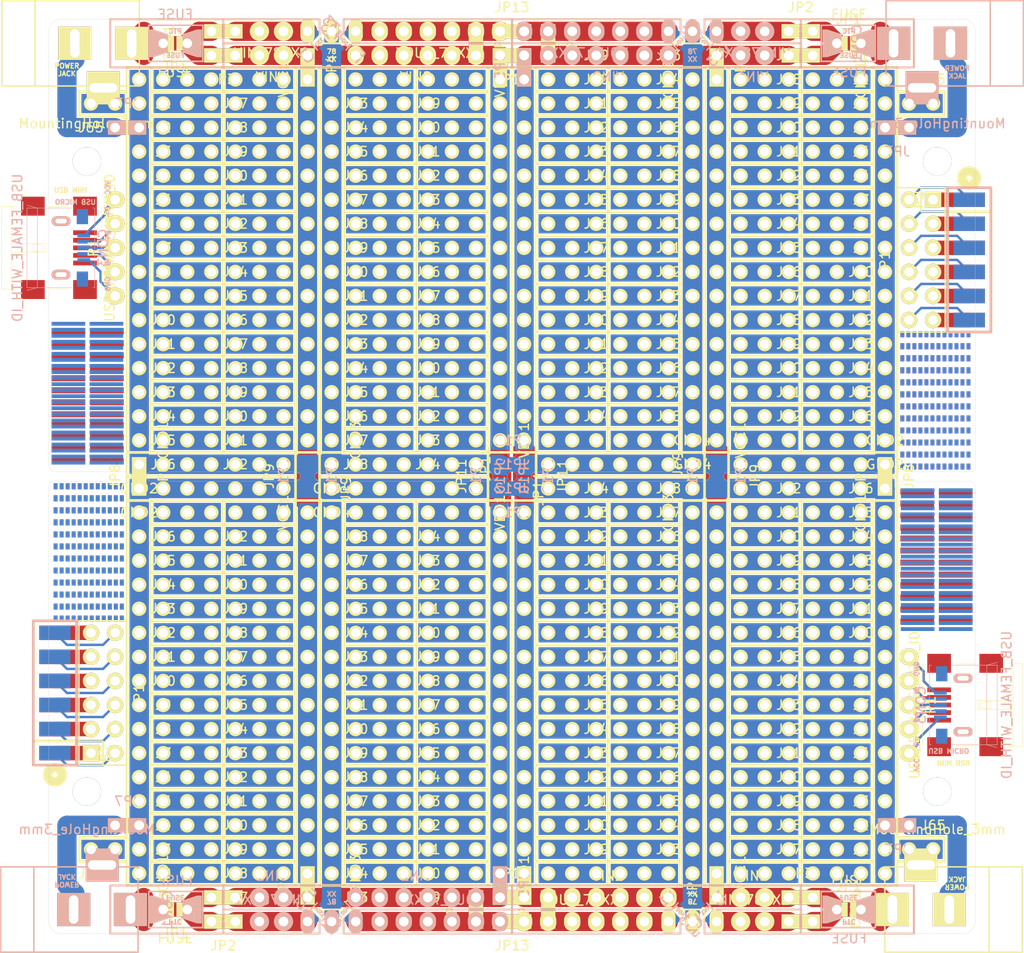
<source format=kicad_pcb>
(kicad_pcb (version 4) (host pcbnew "(2015-01-08 BZR 5360)-product")
  (layers (0 F.Cu signal) (31 B.Cu signal) (34 B.Paste user) (35 F.Paste user) (36 B.SilkS user hide) (37 F.SilkS user hide) (38 B.Mask user hide) (39 F.Mask user hide) (44 Edge.Cuts user))
  (net 0 "")
  (net 1 "Net-(C1-Pad1)")
  (net 2 "Net-(C1-Pad2)")
  (net 3 "Net-(C2-Pad1)")
  (net 4 "Net-(CON1-Pad1)")
  (net 5 "Net-(CON1-Pad2)")
  (net 6 "Net-(CON1-Pad3)")
  (net 7 "Net-(CON2-Pad1)")
  (net 8 "Net-(CON2-Pad2)")
  (net 9 "Net-(CON2-Pad3)")
  (net 10 "Net-(CON2-Pad4)")
  (net 11 "Net-(CON2-Pad5)")
  (net 12 "Net-(CON2-Pad6)")
  (net 13 "Net-(CON3-Pad6)")
  (net 14 "Net-(J1-Pad1)")
  (net 15 "Net-(J2-Pad1)")
  (net 16 "Net-(J3-Pad1)")
  (net 17 "Net-(J4-Pad1)")
  (net 18 "Net-(J5-Pad1)")
  (net 19 "Net-(J6-Pad1)")
  (net 20 "Net-(J7-Pad1)")
  (net 21 "Net-(J8-Pad1)")
  (net 22 "Net-(J9-Pad1)")
  (net 23 "Net-(J10-Pad1)")
  (net 24 "Net-(J11-Pad1)")
  (net 25 "Net-(J12-Pad1)")
  (net 26 "Net-(J13-Pad1)")
  (net 27 "Net-(J14-Pad1)")
  (net 28 "Net-(J15-Pad1)")
  (net 29 "Net-(J16-Pad1)")
  (net 30 "Net-(J17-Pad1)")
  (net 31 "Net-(J18-Pad1)")
  (net 32 "Net-(J19-Pad1)")
  (net 33 "Net-(J20-Pad1)")
  (net 34 "Net-(J21-Pad1)")
  (net 35 "Net-(J22-Pad1)")
  (net 36 "Net-(J23-Pad1)")
  (net 37 "Net-(J24-Pad1)")
  (net 38 "Net-(J25-Pad1)")
  (net 39 "Net-(J26-Pad1)")
  (net 40 "Net-(J27-Pad1)")
  (net 41 "Net-(J28-Pad1)")
  (net 42 "Net-(J29-Pad1)")
  (net 43 "Net-(J30-Pad1)")
  (net 44 "Net-(J31-Pad1)")
  (net 45 "Net-(J32-Pad1)")
  (net 46 "Net-(J33-Pad1)")
  (net 47 "Net-(J34-Pad1)")
  (net 48 "Net-(J35-Pad1)")
  (net 49 "Net-(J36-Pad1)")
  (net 50 "Net-(J37-Pad1)")
  (net 51 "Net-(J38-Pad1)")
  (net 52 "Net-(J39-Pad1)")
  (net 53 "Net-(J40-Pad1)")
  (net 54 "Net-(J41-Pad1)")
  (net 55 "Net-(J42-Pad1)")
  (net 56 "Net-(J43-Pad1)")
  (net 57 "Net-(J44-Pad1)")
  (net 58 "Net-(J45-Pad1)")
  (net 59 "Net-(J46-Pad1)")
  (net 60 "Net-(J47-Pad1)")
  (net 61 "Net-(J48-Pad1)")
  (net 62 "Net-(J49-Pad1)")
  (net 63 "Net-(J50-Pad1)")
  (net 64 "Net-(J51-Pad1)")
  (net 65 "Net-(J52-Pad1)")
  (net 66 "Net-(J53-Pad1)")
  (net 67 "Net-(J54-Pad1)")
  (net 68 "Net-(J55-Pad1)")
  (net 69 "Net-(J56-Pad1)")
  (net 70 "Net-(J57-Pad1)")
  (net 71 "Net-(J58-Pad1)")
  (net 72 "Net-(J59-Pad1)")
  (net 73 "Net-(J60-Pad1)")
  (net 74 "Net-(J61-Pad1)")
  (net 75 "Net-(J62-Pad1)")
  (net 76 "Net-(J63-Pad1)")
  (net 77 "Net-(J64-Pad1)")
  (net 78 "Net-(JP4-Pad1)")
  (net 79 "Net-(F1-Pad2)")
  (net 80 "Net-(JP14-Pad1)")
  (net 81 "Net-(JP11-Pad1)")
  (net 82 "Net-(JP8-Pad2)")
  (net 83 "Net-(JP9-Pad2)")
  (net 84 "Net-(JP10-Pad2)")
  (net 85 "Net-(JP11-Pad2)")
  (net 86 "Net-(JP12-Pad2)")
  (net 87 "Net-(JP13-Pad2)")
  (net 88 "Net-(JP14-Pad2)")
  (net 89 "Net-(JP15-Pad2)")
  (net 90 "Net-(P1-Pad1)")
  (net 91 "Net-(P1-Pad2)")
  (net 92 "Net-(P1-Pad3)")
  (net 93 "Net-(P1-Pad4)")
  (net 94 "Net-(P1-Pad5)")
  (net 95 "Net-(P1-Pad6)")
  (net 96 "Net-(P1-Pad7)")
  (net 97 "Net-(P1-Pad8)")
  (net 98 "Net-(P1-Pad9)")
  (net 99 "Net-(P1-Pad10)")
  (net 100 "Net-(P1-Pad11)")
  (net 101 "Net-(P1-Pad12)")
  (module SMD:SMD_127_065_grid_4X12 (layer B.Cu) (at 41.5036 92.3544)
    (fp_text reference Ref** hide)
    (fp_text value Val** hide)
    (pad 1 smd rect (at -2.8194 1.905) (size 0.4064 0.635) (layers B.Cu B.Paste B.Mask) (clearance 0.2286))
    (pad 2 smd rect (at -2.1844 1.905) (size 0.4064 0.635) (layers B.Cu B.Paste B.Mask) (clearance 0.2286))
    (pad 3 smd rect (at -1.5494 1.905) (size 0.4064 0.635) (layers B.Cu B.Paste B.Mask) (clearance 0.2286))
    (pad 4 smd rect (at -0.9144 1.905) (size 0.4064 0.635) (layers B.Cu B.Paste B.Mask) (clearance 0.2286))
    (pad 5 smd rect (at -0.2794 1.905) (size 0.4064 0.635) (layers B.Cu B.Paste B.Mask) (clearance 0.2286))
    (pad 6 smd rect (at 0.3556 1.905) (size 0.4064 0.635) (layers B.Cu B.Paste B.Mask) (clearance 0.2286))
    (pad 7 smd rect (at 0.9906 1.905) (size 0.4064 0.635) (layers B.Cu B.Paste B.Mask) (clearance 0.2286))
    (pad 8 smd rect (at 1.6256 1.905) (size 0.4064 0.635) (layers B.Cu B.Paste B.Mask) (clearance 0.2286))
    (pad 9 smd rect (at 2.2606 1.905) (size 0.4064 0.635) (layers B.Cu B.Paste B.Mask) (clearance 0.2286))
    (pad 10 smd rect (at 2.8956 1.905) (size 0.4064 0.635) (layers B.Cu B.Paste B.Mask) (clearance 0.2286))
    (pad 11 smd rect (at 3.5306 1.905) (size 0.4064 0.635) (layers B.Cu B.Paste B.Mask) (clearance 0.2286))
    (pad 12 smd rect (at 4.1656 1.905) (size 0.4064 0.635) (layers B.Cu B.Paste B.Mask) (clearance 0.2286))
    (pad 13 smd rect (at -2.8194 0.635) (size 0.4064 0.635) (layers B.Cu B.Paste B.Mask) (clearance 0.2286))
    (pad 14 smd rect (at -2.1844 0.635) (size 0.4064 0.635) (layers B.Cu B.Paste B.Mask) (clearance 0.2286))
    (pad 15 smd rect (at -1.5494 0.635) (size 0.4064 0.635) (layers B.Cu B.Paste B.Mask) (clearance 0.2286))
    (pad 16 smd rect (at -0.9144 0.635) (size 0.4064 0.635) (layers B.Cu B.Paste B.Mask) (clearance 0.2286))
    (pad 17 smd rect (at -0.2794 0.635) (size 0.4064 0.635) (layers B.Cu B.Paste B.Mask) (clearance 0.2286))
    (pad 18 smd rect (at 0.3556 0.635) (size 0.4064 0.635) (layers B.Cu B.Paste B.Mask) (clearance 0.2286))
    (pad 19 smd rect (at 0.9906 0.635) (size 0.4064 0.635) (layers B.Cu B.Paste B.Mask) (clearance 0.2286))
    (pad 20 smd rect (at 1.6256 0.635) (size 0.4064 0.635) (layers B.Cu B.Paste B.Mask) (clearance 0.2286))
    (pad 21 smd rect (at 2.2606 0.635) (size 0.4064 0.635) (layers B.Cu B.Paste B.Mask) (clearance 0.2286))
    (pad 22 smd rect (at 2.8956 0.635) (size 0.4064 0.635) (layers B.Cu B.Paste B.Mask) (clearance 0.2286))
    (pad 23 smd rect (at 3.5306 0.635) (size 0.4064 0.635) (layers B.Cu B.Paste B.Mask) (clearance 0.2286))
    (pad 24 smd rect (at 4.1656 0.635) (size 0.4064 0.635) (layers B.Cu B.Paste B.Mask) (clearance 0.2286))
    (pad 25 smd rect (at -2.8194 -0.635) (size 0.4064 0.635) (layers B.Cu B.Paste B.Mask) (clearance 0.2286))
    (pad 26 smd rect (at -2.1844 -0.635) (size 0.4064 0.635) (layers B.Cu B.Paste B.Mask) (clearance 0.2286))
    (pad 27 smd rect (at -1.5494 -0.635) (size 0.4064 0.635) (layers B.Cu B.Paste B.Mask) (clearance 0.2286))
    (pad 28 smd rect (at -0.9144 -0.635) (size 0.4064 0.635) (layers B.Cu B.Paste B.Mask) (clearance 0.2286))
    (pad 29 smd rect (at -0.2794 -0.635) (size 0.4064 0.635) (layers B.Cu B.Paste B.Mask) (clearance 0.2286))
    (pad 30 smd rect (at 0.3556 -0.635) (size 0.4064 0.635) (layers B.Cu B.Paste B.Mask) (clearance 0.2286))
    (pad 31 smd rect (at 0.9906 -0.635) (size 0.4064 0.635) (layers B.Cu B.Paste B.Mask) (clearance 0.2286))
    (pad 32 smd rect (at 1.6256 -0.635) (size 0.4064 0.635) (layers B.Cu B.Paste B.Mask) (clearance 0.2286))
    (pad 33 smd rect (at 2.2606 -0.635) (size 0.4064 0.635) (layers B.Cu B.Paste B.Mask) (clearance 0.2286))
    (pad 34 smd rect (at 2.8956 -0.635) (size 0.4064 0.635) (layers B.Cu B.Paste B.Mask) (clearance 0.2286))
    (pad 35 smd rect (at 3.5306 -0.635) (size 0.4064 0.635) (layers B.Cu B.Paste B.Mask) (clearance 0.2286))
    (pad 36 smd rect (at 4.1656 -0.635) (size 0.4064 0.635) (layers B.Cu B.Paste B.Mask) (clearance 0.2286))
    (pad 37 smd rect (at -2.8194 -1.905) (size 0.4064 0.635) (layers B.Cu B.Paste B.Mask) (clearance 0.2286))
    (pad 38 smd rect (at -2.1844 -1.905) (size 0.4064 0.635) (layers B.Cu B.Paste B.Mask) (clearance 0.2286))
    (pad 39 smd rect (at -1.5494 -1.905) (size 0.4064 0.635) (layers B.Cu B.Paste B.Mask) (clearance 0.2286))
    (pad 40 smd rect (at -0.9144 -1.905) (size 0.4064 0.635) (layers B.Cu B.Paste B.Mask) (clearance 0.2286))
    (pad 41 smd rect (at -0.2794 -1.905) (size 0.4064 0.635) (layers B.Cu B.Paste B.Mask) (clearance 0.2286))
    (pad 42 smd rect (at 0.3556 -1.905) (size 0.4064 0.635) (layers B.Cu B.Paste B.Mask) (clearance 0.2286))
    (pad 43 smd rect (at 0.9906 -1.905) (size 0.4064 0.635) (layers B.Cu B.Paste B.Mask) (clearance 0.2286))
    (pad 44 smd rect (at 1.6256 -1.905) (size 0.4064 0.635) (layers B.Cu B.Paste B.Mask) (clearance 0.2286))
    (pad 45 smd rect (at 2.2606 -1.905) (size 0.4064 0.635) (layers B.Cu B.Paste B.Mask) (clearance 0.2286))
    (pad 46 smd rect (at 2.8956 -1.905) (size 0.4064 0.635) (layers B.Cu B.Paste B.Mask) (clearance 0.2286))
    (pad 47 smd rect (at 3.5306 -1.905) (size 0.4064 0.635) (layers B.Cu B.Paste B.Mask) (clearance 0.2286))
    (pad 48 smd rect (at 4.1656 -1.905) (size 0.4064 0.635) (layers B.Cu B.Paste B.Mask) (clearance 0.2286))
  )
  (module SMD:SMD_127_065_grid_4X12 (layer B.Cu) (at 41.5036 87.2744)
    (fp_text reference Ref** hide)
    (fp_text value Val** hide)
    (pad 1 smd rect (at -2.8194 1.905) (size 0.4064 0.635) (layers B.Cu B.Paste B.Mask) (clearance 0.2286))
    (pad 2 smd rect (at -2.1844 1.905) (size 0.4064 0.635) (layers B.Cu B.Paste B.Mask) (clearance 0.2286))
    (pad 3 smd rect (at -1.5494 1.905) (size 0.4064 0.635) (layers B.Cu B.Paste B.Mask) (clearance 0.2286))
    (pad 4 smd rect (at -0.9144 1.905) (size 0.4064 0.635) (layers B.Cu B.Paste B.Mask) (clearance 0.2286))
    (pad 5 smd rect (at -0.2794 1.905) (size 0.4064 0.635) (layers B.Cu B.Paste B.Mask) (clearance 0.2286))
    (pad 6 smd rect (at 0.3556 1.905) (size 0.4064 0.635) (layers B.Cu B.Paste B.Mask) (clearance 0.2286))
    (pad 7 smd rect (at 0.9906 1.905) (size 0.4064 0.635) (layers B.Cu B.Paste B.Mask) (clearance 0.2286))
    (pad 8 smd rect (at 1.6256 1.905) (size 0.4064 0.635) (layers B.Cu B.Paste B.Mask) (clearance 0.2286))
    (pad 9 smd rect (at 2.2606 1.905) (size 0.4064 0.635) (layers B.Cu B.Paste B.Mask) (clearance 0.2286))
    (pad 10 smd rect (at 2.8956 1.905) (size 0.4064 0.635) (layers B.Cu B.Paste B.Mask) (clearance 0.2286))
    (pad 11 smd rect (at 3.5306 1.905) (size 0.4064 0.635) (layers B.Cu B.Paste B.Mask) (clearance 0.2286))
    (pad 12 smd rect (at 4.1656 1.905) (size 0.4064 0.635) (layers B.Cu B.Paste B.Mask) (clearance 0.2286))
    (pad 13 smd rect (at -2.8194 0.635) (size 0.4064 0.635) (layers B.Cu B.Paste B.Mask) (clearance 0.2286))
    (pad 14 smd rect (at -2.1844 0.635) (size 0.4064 0.635) (layers B.Cu B.Paste B.Mask) (clearance 0.2286))
    (pad 15 smd rect (at -1.5494 0.635) (size 0.4064 0.635) (layers B.Cu B.Paste B.Mask) (clearance 0.2286))
    (pad 16 smd rect (at -0.9144 0.635) (size 0.4064 0.635) (layers B.Cu B.Paste B.Mask) (clearance 0.2286))
    (pad 17 smd rect (at -0.2794 0.635) (size 0.4064 0.635) (layers B.Cu B.Paste B.Mask) (clearance 0.2286))
    (pad 18 smd rect (at 0.3556 0.635) (size 0.4064 0.635) (layers B.Cu B.Paste B.Mask) (clearance 0.2286))
    (pad 19 smd rect (at 0.9906 0.635) (size 0.4064 0.635) (layers B.Cu B.Paste B.Mask) (clearance 0.2286))
    (pad 20 smd rect (at 1.6256 0.635) (size 0.4064 0.635) (layers B.Cu B.Paste B.Mask) (clearance 0.2286))
    (pad 21 smd rect (at 2.2606 0.635) (size 0.4064 0.635) (layers B.Cu B.Paste B.Mask) (clearance 0.2286))
    (pad 22 smd rect (at 2.8956 0.635) (size 0.4064 0.635) (layers B.Cu B.Paste B.Mask) (clearance 0.2286))
    (pad 23 smd rect (at 3.5306 0.635) (size 0.4064 0.635) (layers B.Cu B.Paste B.Mask) (clearance 0.2286))
    (pad 24 smd rect (at 4.1656 0.635) (size 0.4064 0.635) (layers B.Cu B.Paste B.Mask) (clearance 0.2286))
    (pad 25 smd rect (at -2.8194 -0.635) (size 0.4064 0.635) (layers B.Cu B.Paste B.Mask) (clearance 0.2286))
    (pad 26 smd rect (at -2.1844 -0.635) (size 0.4064 0.635) (layers B.Cu B.Paste B.Mask) (clearance 0.2286))
    (pad 27 smd rect (at -1.5494 -0.635) (size 0.4064 0.635) (layers B.Cu B.Paste B.Mask) (clearance 0.2286))
    (pad 28 smd rect (at -0.9144 -0.635) (size 0.4064 0.635) (layers B.Cu B.Paste B.Mask) (clearance 0.2286))
    (pad 29 smd rect (at -0.2794 -0.635) (size 0.4064 0.635) (layers B.Cu B.Paste B.Mask) (clearance 0.2286))
    (pad 30 smd rect (at 0.3556 -0.635) (size 0.4064 0.635) (layers B.Cu B.Paste B.Mask) (clearance 0.2286))
    (pad 31 smd rect (at 0.9906 -0.635) (size 0.4064 0.635) (layers B.Cu B.Paste B.Mask) (clearance 0.2286))
    (pad 32 smd rect (at 1.6256 -0.635) (size 0.4064 0.635) (layers B.Cu B.Paste B.Mask) (clearance 0.2286))
    (pad 33 smd rect (at 2.2606 -0.635) (size 0.4064 0.635) (layers B.Cu B.Paste B.Mask) (clearance 0.2286))
    (pad 34 smd rect (at 2.8956 -0.635) (size 0.4064 0.635) (layers B.Cu B.Paste B.Mask) (clearance 0.2286))
    (pad 35 smd rect (at 3.5306 -0.635) (size 0.4064 0.635) (layers B.Cu B.Paste B.Mask) (clearance 0.2286))
    (pad 36 smd rect (at 4.1656 -0.635) (size 0.4064 0.635) (layers B.Cu B.Paste B.Mask) (clearance 0.2286))
    (pad 37 smd rect (at -2.8194 -1.905) (size 0.4064 0.635) (layers B.Cu B.Paste B.Mask) (clearance 0.2286))
    (pad 38 smd rect (at -2.1844 -1.905) (size 0.4064 0.635) (layers B.Cu B.Paste B.Mask) (clearance 0.2286))
    (pad 39 smd rect (at -1.5494 -1.905) (size 0.4064 0.635) (layers B.Cu B.Paste B.Mask) (clearance 0.2286))
    (pad 40 smd rect (at -0.9144 -1.905) (size 0.4064 0.635) (layers B.Cu B.Paste B.Mask) (clearance 0.2286))
    (pad 41 smd rect (at -0.2794 -1.905) (size 0.4064 0.635) (layers B.Cu B.Paste B.Mask) (clearance 0.2286))
    (pad 42 smd rect (at 0.3556 -1.905) (size 0.4064 0.635) (layers B.Cu B.Paste B.Mask) (clearance 0.2286))
    (pad 43 smd rect (at 0.9906 -1.905) (size 0.4064 0.635) (layers B.Cu B.Paste B.Mask) (clearance 0.2286))
    (pad 44 smd rect (at 1.6256 -1.905) (size 0.4064 0.635) (layers B.Cu B.Paste B.Mask) (clearance 0.2286))
    (pad 45 smd rect (at 2.2606 -1.905) (size 0.4064 0.635) (layers B.Cu B.Paste B.Mask) (clearance 0.2286))
    (pad 46 smd rect (at 2.8956 -1.905) (size 0.4064 0.635) (layers B.Cu B.Paste B.Mask) (clearance 0.2286))
    (pad 47 smd rect (at 3.5306 -1.905) (size 0.4064 0.635) (layers B.Cu B.Paste B.Mask) (clearance 0.2286))
    (pad 48 smd rect (at 4.1656 -1.905) (size 0.4064 0.635) (layers B.Cu B.Paste B.Mask) (clearance 0.2286))
  )
  (module SMD:SMD_127_065_grid_4X12 (layer B.Cu) (at 41.5036 82.1944)
    (fp_text reference Ref** hide)
    (fp_text value Val** hide)
    (pad 1 smd rect (at -2.8194 1.905) (size 0.4064 0.635) (layers B.Cu B.Paste B.Mask) (clearance 0.2286))
    (pad 2 smd rect (at -2.1844 1.905) (size 0.4064 0.635) (layers B.Cu B.Paste B.Mask) (clearance 0.2286))
    (pad 3 smd rect (at -1.5494 1.905) (size 0.4064 0.635) (layers B.Cu B.Paste B.Mask) (clearance 0.2286))
    (pad 4 smd rect (at -0.9144 1.905) (size 0.4064 0.635) (layers B.Cu B.Paste B.Mask) (clearance 0.2286))
    (pad 5 smd rect (at -0.2794 1.905) (size 0.4064 0.635) (layers B.Cu B.Paste B.Mask) (clearance 0.2286))
    (pad 6 smd rect (at 0.3556 1.905) (size 0.4064 0.635) (layers B.Cu B.Paste B.Mask) (clearance 0.2286))
    (pad 7 smd rect (at 0.9906 1.905) (size 0.4064 0.635) (layers B.Cu B.Paste B.Mask) (clearance 0.2286))
    (pad 8 smd rect (at 1.6256 1.905) (size 0.4064 0.635) (layers B.Cu B.Paste B.Mask) (clearance 0.2286))
    (pad 9 smd rect (at 2.2606 1.905) (size 0.4064 0.635) (layers B.Cu B.Paste B.Mask) (clearance 0.2286))
    (pad 10 smd rect (at 2.8956 1.905) (size 0.4064 0.635) (layers B.Cu B.Paste B.Mask) (clearance 0.2286))
    (pad 11 smd rect (at 3.5306 1.905) (size 0.4064 0.635) (layers B.Cu B.Paste B.Mask) (clearance 0.2286))
    (pad 12 smd rect (at 4.1656 1.905) (size 0.4064 0.635) (layers B.Cu B.Paste B.Mask) (clearance 0.2286))
    (pad 13 smd rect (at -2.8194 0.635) (size 0.4064 0.635) (layers B.Cu B.Paste B.Mask) (clearance 0.2286))
    (pad 14 smd rect (at -2.1844 0.635) (size 0.4064 0.635) (layers B.Cu B.Paste B.Mask) (clearance 0.2286))
    (pad 15 smd rect (at -1.5494 0.635) (size 0.4064 0.635) (layers B.Cu B.Paste B.Mask) (clearance 0.2286))
    (pad 16 smd rect (at -0.9144 0.635) (size 0.4064 0.635) (layers B.Cu B.Paste B.Mask) (clearance 0.2286))
    (pad 17 smd rect (at -0.2794 0.635) (size 0.4064 0.635) (layers B.Cu B.Paste B.Mask) (clearance 0.2286))
    (pad 18 smd rect (at 0.3556 0.635) (size 0.4064 0.635) (layers B.Cu B.Paste B.Mask) (clearance 0.2286))
    (pad 19 smd rect (at 0.9906 0.635) (size 0.4064 0.635) (layers B.Cu B.Paste B.Mask) (clearance 0.2286))
    (pad 20 smd rect (at 1.6256 0.635) (size 0.4064 0.635) (layers B.Cu B.Paste B.Mask) (clearance 0.2286))
    (pad 21 smd rect (at 2.2606 0.635) (size 0.4064 0.635) (layers B.Cu B.Paste B.Mask) (clearance 0.2286))
    (pad 22 smd rect (at 2.8956 0.635) (size 0.4064 0.635) (layers B.Cu B.Paste B.Mask) (clearance 0.2286))
    (pad 23 smd rect (at 3.5306 0.635) (size 0.4064 0.635) (layers B.Cu B.Paste B.Mask) (clearance 0.2286))
    (pad 24 smd rect (at 4.1656 0.635) (size 0.4064 0.635) (layers B.Cu B.Paste B.Mask) (clearance 0.2286))
    (pad 25 smd rect (at -2.8194 -0.635) (size 0.4064 0.635) (layers B.Cu B.Paste B.Mask) (clearance 0.2286))
    (pad 26 smd rect (at -2.1844 -0.635) (size 0.4064 0.635) (layers B.Cu B.Paste B.Mask) (clearance 0.2286))
    (pad 27 smd rect (at -1.5494 -0.635) (size 0.4064 0.635) (layers B.Cu B.Paste B.Mask) (clearance 0.2286))
    (pad 28 smd rect (at -0.9144 -0.635) (size 0.4064 0.635) (layers B.Cu B.Paste B.Mask) (clearance 0.2286))
    (pad 29 smd rect (at -0.2794 -0.635) (size 0.4064 0.635) (layers B.Cu B.Paste B.Mask) (clearance 0.2286))
    (pad 30 smd rect (at 0.3556 -0.635) (size 0.4064 0.635) (layers B.Cu B.Paste B.Mask) (clearance 0.2286))
    (pad 31 smd rect (at 0.9906 -0.635) (size 0.4064 0.635) (layers B.Cu B.Paste B.Mask) (clearance 0.2286))
    (pad 32 smd rect (at 1.6256 -0.635) (size 0.4064 0.635) (layers B.Cu B.Paste B.Mask) (clearance 0.2286))
    (pad 33 smd rect (at 2.2606 -0.635) (size 0.4064 0.635) (layers B.Cu B.Paste B.Mask) (clearance 0.2286))
    (pad 34 smd rect (at 2.8956 -0.635) (size 0.4064 0.635) (layers B.Cu B.Paste B.Mask) (clearance 0.2286))
    (pad 35 smd rect (at 3.5306 -0.635) (size 0.4064 0.635) (layers B.Cu B.Paste B.Mask) (clearance 0.2286))
    (pad 36 smd rect (at 4.1656 -0.635) (size 0.4064 0.635) (layers B.Cu B.Paste B.Mask) (clearance 0.2286))
    (pad 37 smd rect (at -2.8194 -1.905) (size 0.4064 0.635) (layers B.Cu B.Paste B.Mask) (clearance 0.2286))
    (pad 38 smd rect (at -2.1844 -1.905) (size 0.4064 0.635) (layers B.Cu B.Paste B.Mask) (clearance 0.2286))
    (pad 39 smd rect (at -1.5494 -1.905) (size 0.4064 0.635) (layers B.Cu B.Paste B.Mask) (clearance 0.2286))
    (pad 40 smd rect (at -0.9144 -1.905) (size 0.4064 0.635) (layers B.Cu B.Paste B.Mask) (clearance 0.2286))
    (pad 41 smd rect (at -0.2794 -1.905) (size 0.4064 0.635) (layers B.Cu B.Paste B.Mask) (clearance 0.2286))
    (pad 42 smd rect (at 0.3556 -1.905) (size 0.4064 0.635) (layers B.Cu B.Paste B.Mask) (clearance 0.2286))
    (pad 43 smd rect (at 0.9906 -1.905) (size 0.4064 0.635) (layers B.Cu B.Paste B.Mask) (clearance 0.2286))
    (pad 44 smd rect (at 1.6256 -1.905) (size 0.4064 0.635) (layers B.Cu B.Paste B.Mask) (clearance 0.2286))
    (pad 45 smd rect (at 2.2606 -1.905) (size 0.4064 0.635) (layers B.Cu B.Paste B.Mask) (clearance 0.2286))
    (pad 46 smd rect (at 2.8956 -1.905) (size 0.4064 0.635) (layers B.Cu B.Paste B.Mask) (clearance 0.2286))
    (pad 47 smd rect (at 3.5306 -1.905) (size 0.4064 0.635) (layers B.Cu B.Paste B.Mask) (clearance 0.2286))
    (pad 48 smd rect (at 4.1656 -1.905) (size 0.4064 0.635) (layers B.Cu B.Paste B.Mask) (clearance 0.2286))
  )
  (module Socket_Strips:Socket_Strip_Straight_2x06 (layer F.Cu) (at 43.688 102.108 270)
    (fp_text reference P1 (at 0 -3.81 270) (layer F.SilkS))
    (fp_text value CONN_6X2 hide)
    (pad 1 thru_hole rect (at 6.35 1.27 90) (size 1.7272 1.7272) (drill 1.016) (layers *.Cu *.Mask F.SilkS) (net 90 "Net-(P1-Pad1)"))
    (pad 2 thru_hole oval (at 6.35 -1.27 90) (size 1.7272 1.7272) (drill 1.016) (layers *.Cu *.Mask F.SilkS) (net 91 "Net-(P1-Pad2)"))
    (pad 3 thru_hole oval (at 3.81 1.27 90) (size 1.7272 1.7272) (drill 1.016) (layers *.Cu *.Mask F.SilkS) (net 92 "Net-(P1-Pad3)"))
    (pad 4 thru_hole oval (at 3.81 -1.27 90) (size 1.7272 1.7272) (drill 1.016) (layers *.Cu *.Mask F.SilkS) (net 93 "Net-(P1-Pad4)"))
    (pad 5 thru_hole oval (at 1.27 1.27 90) (size 1.7272 1.7272) (drill 1.016) (layers *.Cu *.Mask F.SilkS) (net 94 "Net-(P1-Pad5)"))
    (pad 6 thru_hole oval (at 1.27 -1.27 90) (size 1.7272 1.7272) (drill 1.016) (layers *.Cu *.Mask F.SilkS) (net 95 "Net-(P1-Pad6)"))
    (pad 7 thru_hole oval (at -1.27 1.27 90) (size 1.7272 1.7272) (drill 1.016) (layers *.Cu *.Mask F.SilkS) (net 96 "Net-(P1-Pad7)"))
    (pad 8 thru_hole oval (at -1.27 -1.27 90) (size 1.7272 1.7272) (drill 1.016) (layers *.Cu *.Mask F.SilkS) (net 97 "Net-(P1-Pad8)"))
    (pad 9 thru_hole oval (at -3.81 1.27 90) (size 1.7272 1.7272) (drill 1.016) (layers *.Cu *.Mask F.SilkS) (net 98 "Net-(P1-Pad9)"))
    (pad 10 thru_hole oval (at -3.81 -1.27 90) (size 1.7272 1.7272) (drill 1.016) (layers *.Cu *.Mask F.SilkS) (net 99 "Net-(P1-Pad10)"))
    (pad 11 thru_hole oval (at -6.35 1.27 90) (size 1.7272 1.7272) (drill 1.016) (layers *.Cu *.Mask F.SilkS) (net 100 "Net-(P1-Pad11)"))
    (pad 12 thru_hole oval (at -6.35 -1.27 90) (size 1.7272 1.7272) (drill 1.016) (layers *.Cu *.Mask F.SilkS) (net 101 "Net-(P1-Pad12)"))
  )
  (module Oddities:NetTie-I_Connected_SMD (layer F.Cu) (at 85.598 80.518 90)
    (fp_text reference JP11 (at -0.04064 4.06908 90) (layer F.SilkS))
    (fp_text value JUMPER hide)
    (fp_line (start 1.778 -1.016) (end -1.778 -1.016) (layer F.Cu) (width 0.3048))
    (fp_line (start -1.778 -0.762) (end 1.778 -0.762) (layer F.Cu) (width 0.3048))
    (fp_line (start 1.778 -0.508) (end -1.778 -0.508) (layer F.Cu) (width 0.3048))
    (fp_line (start -1.778 -0.254) (end 1.778 -0.254) (layer F.Cu) (width 0.3048))
    (fp_line (start 1.778 0) (end -1.778 0) (layer F.Cu) (width 0.3048))
    (fp_line (start -1.778 0.254) (end 1.778 0.254) (layer F.Cu) (width 0.3048))
    (fp_line (start 1.778 0.508) (end -1.778 0.508) (layer F.Cu) (width 0.3048))
    (fp_line (start -1.778 0.762) (end 1.778 0.762) (layer F.Cu) (width 0.3048))
    (fp_line (start 1.778 1.016) (end -1.778 1.016) (layer F.Cu) (width 0.3048))
    (pad 1 smd rect (at -2.54 0 90) (size 1.99898 1.99898) (layers F.Cu F.Paste F.Mask) (net 81 "Net-(JP11-Pad1)"))
    (pad 2 smd rect (at 2.54 0 90) (size 1.99898 1.99898) (layers F.Cu F.Paste F.Mask) (net 85 "Net-(JP11-Pad2)"))
  )
  (module Oddities:NetTie-I_Connected_SMD (layer F.Cu) (at 65.278 80.518 90)
    (fp_text reference JP9 (at -0.04064 4.06908 90) (layer F.SilkS))
    (fp_text value JUMPER hide)
    (fp_line (start 1.778 -1.016) (end -1.778 -1.016) (layer F.Cu) (width 0.3048))
    (fp_line (start -1.778 -0.762) (end 1.778 -0.762) (layer F.Cu) (width 0.3048))
    (fp_line (start 1.778 -0.508) (end -1.778 -0.508) (layer F.Cu) (width 0.3048))
    (fp_line (start -1.778 -0.254) (end 1.778 -0.254) (layer F.Cu) (width 0.3048))
    (fp_line (start 1.778 0) (end -1.778 0) (layer F.Cu) (width 0.3048))
    (fp_line (start -1.778 0.254) (end 1.778 0.254) (layer F.Cu) (width 0.3048))
    (fp_line (start 1.778 0.508) (end -1.778 0.508) (layer F.Cu) (width 0.3048))
    (fp_line (start -1.778 0.762) (end 1.778 0.762) (layer F.Cu) (width 0.3048))
    (fp_line (start 1.778 1.016) (end -1.778 1.016) (layer F.Cu) (width 0.3048))
    (pad 1 smd rect (at -2.54 0 90) (size 1.99898 1.99898) (layers F.Cu F.Paste F.Mask) (net 78 "Net-(JP4-Pad1)"))
    (pad 2 smd rect (at 2.54 0 90) (size 1.99898 1.99898) (layers F.Cu F.Paste F.Mask) (net 83 "Net-(JP9-Pad2)"))
  )
  (module 2.54mm_Pin_Headers:Solder_Jumper_SMD_1x2 (layer B.Cu) (at 85.598 79.248 90)
    (fp_text reference JP10 (at 0 -2.54 90) (layer B.SilkS) (effects (justify mirror)))
    (fp_text value JUMPER hide)
    (pad 1 smd rect (at -1.27 0 90) (size 1.905 1.524) (drill (offset 0.1905 0)) (layers B.Cu B.Paste B.Mask) (net 2 "Net-(C1-Pad2)"))
    (pad 2 smd rect (at 1.27 0 90) (size 1.905 1.524) (drill (offset -0.1905 0)) (layers B.Cu B.Paste B.Mask) (net 84 "Net-(JP10-Pad2)"))
  )
  (module 2.54mm_Pin_Headers:Solder_Jumper_1x2 (layer F.Cu) (at 47.498 79.248 90)
    (fp_text reference JP8 (at 0 2.54 90) (layer F.SilkS))
    (fp_text value JUMPER hide)
    (pad 1 thru_hole rect (at -1.27 0 90) (size 1.905 1.524) (drill 1.016 (offset 0.1905 0)) (layers *.Cu *.Mask F.SilkS) (net 2 "Net-(C1-Pad2)"))
    (pad 2 thru_hole rect (at 1.27 0 90) (size 1.905 1.524) (drill 1.016 (offset -0.1905 0)) (layers *.Cu *.Mask F.SilkS) (net 82 "Net-(JP8-Pad2)"))
  )
  (module 2.54mm_Pin_Headers:Solder_Jumper_SMD_1x2_Shorted (layer B.Cu) (at 65.278 79.248 90)
    (fp_text reference JP15 (at 0 -2.54 90) (layer B.SilkS) (effects (justify mirror)))
    (fp_text value JUMPER hide)
    (fp_line (start 1.27 0) (end -1.27 0) (layer B.Cu) (width 1.524))
    (pad 1 smd rect (at -1.27 0 90) (size 1.905 1.524) (drill (offset 0.1905 0)) (layers B.Cu B.Paste B.Mask) (net 2 "Net-(C1-Pad2)"))
    (pad 2 smd rect (at 1.27 0 90) (size 1.905 1.524) (drill (offset -0.1905 0)) (layers B.Cu B.Paste B.Mask) (net 89 "Net-(JP15-Pad2)"))
  )
  (module 2.54mm_Pin_Headers:Solder_Jumper_SMD_1x2_Shorted (layer B.Cu) (at 86.868 80.518)
    (fp_text reference JP12 (at 0 -2.54) (layer B.SilkS) (effects (justify mirror)))
    (fp_text value JUMPER hide)
    (fp_line (start 1.27 0) (end -1.27 0) (layer B.Cu) (width 1.524))
    (pad 1 smd rect (at -1.27 0) (size 1.905 1.524) (drill (offset 0.1905 0)) (layers B.Cu B.Paste B.Mask) (net 2 "Net-(C1-Pad2)"))
    (pad 2 smd rect (at 1.27 0) (size 1.905 1.524) (drill (offset -0.1905 0)) (layers B.Cu B.Paste B.Mask) (net 86 "Net-(JP12-Pad2)"))
  )
  (module 2.54mm_Pin_Headers:Interconnect_1x07 (layer F.Cu) (at 47.498 80.518)
    (fp_text reference GND2 (at 0 2.54) (layer F.SilkS))
    (fp_text value INTERCONNECT_1X07 hide)
    (pad 1 smd rect (at 7.62 0) (size 17.272 2.032) (layers B.Cu B.Mask) (net 2 "Net-(C1-Pad2)"))
    (pad 1 thru_hole circle (at 0 0) (size 1.524 1.524) (drill 1.016) (layers *.Cu *.Mask F.SilkS) (net 2 "Net-(C1-Pad2)"))
    (pad 1 thru_hole circle (at 2.54 0) (size 1.524 1.524) (drill 1.016) (layers *.Cu *.Mask F.SilkS) (net 2 "Net-(C1-Pad2)"))
    (pad 1 thru_hole circle (at 5.08 0) (size 1.524 1.524) (drill 1.016) (layers *.Cu *.Mask F.SilkS) (net 2 "Net-(C1-Pad2)"))
    (pad 1 thru_hole circle (at 7.62 0) (size 1.524 1.524) (drill 1.016) (layers *.Cu *.Mask F.SilkS) (net 2 "Net-(C1-Pad2)"))
    (pad 1 thru_hole circle (at 10.16 0) (size 1.524 1.524) (drill 1.016) (layers *.Cu *.Mask F.SilkS) (net 2 "Net-(C1-Pad2)"))
    (pad 1 thru_hole circle (at 12.7 0) (size 1.524 1.524) (drill 1.016) (layers *.Cu *.Mask F.SilkS) (net 2 "Net-(C1-Pad2)"))
    (pad 1 thru_hole circle (at 15.24 0) (size 1.524 1.524) (drill 1.016) (layers *.Cu *.Mask F.SilkS) (net 2 "Net-(C1-Pad2)"))
  )
  (module 2.54mm_Pin_Headers:Solder_Jumper_1x2_Shorted_T (layer F.Cu) (at 86.868 123.698)
    (fp_text reference JP14 (at 0 2.54) (layer F.SilkS))
    (fp_text value JUMPER hide)
    (fp_line (start 1.27 0) (end -1.27 0) (layer F.Cu) (width 1.524))
    (pad 1 thru_hole rect (at -1.27 0) (size 1.905 1.524) (drill 1.016 (offset 0.1905 0)) (layers *.Cu *.Mask F.SilkS) (net 80 "Net-(JP14-Pad1)"))
    (pad 2 thru_hole rect (at 1.27 0) (size 1.905 1.524) (drill 1.016 (offset -0.1905 0)) (layers *.Cu *.Mask F.SilkS) (net 88 "Net-(JP14-Pad2)"))
  )
  (module 2.54mm_Pin_Headers:Solder_Jumper_1x2_Shorted_T (layer F.Cu) (at 86.868 126.238)
    (fp_text reference JP13 (at 0 2.54) (layer F.SilkS))
    (fp_text value JUMPER hide)
    (fp_line (start 1.27 0) (end -1.27 0) (layer F.Cu) (width 1.524))
    (pad 1 thru_hole rect (at -1.27 0) (size 1.905 1.524) (drill 1.016 (offset 0.1905 0)) (layers *.Cu *.Mask F.SilkS) (net 3 "Net-(C2-Pad1)"))
    (pad 2 thru_hole rect (at 1.27 0) (size 1.905 1.524) (drill 1.016 (offset -0.1905 0)) (layers *.Cu *.Mask F.SilkS) (net 87 "Net-(JP13-Pad2)"))
  )
  (module 2.54mm_Pin_Headers:Interconnect_1x07 (layer F.Cu) (at 67.818 80.518)
    (fp_text reference GND4 (at 0 2.54) (layer F.SilkS))
    (fp_text value INTERCONNECT_1X07 hide)
    (pad 1 smd rect (at 7.62 0) (size 17.272 2.032) (layers B.Cu B.Mask) (net 2 "Net-(C1-Pad2)"))
    (pad 1 thru_hole circle (at 0 0) (size 1.524 1.524) (drill 1.016) (layers *.Cu *.Mask F.SilkS) (net 2 "Net-(C1-Pad2)"))
    (pad 1 thru_hole circle (at 2.54 0) (size 1.524 1.524) (drill 1.016) (layers *.Cu *.Mask F.SilkS) (net 2 "Net-(C1-Pad2)"))
    (pad 1 thru_hole circle (at 5.08 0) (size 1.524 1.524) (drill 1.016) (layers *.Cu *.Mask F.SilkS) (net 2 "Net-(C1-Pad2)"))
    (pad 1 thru_hole circle (at 7.62 0) (size 1.524 1.524) (drill 1.016) (layers *.Cu *.Mask F.SilkS) (net 2 "Net-(C1-Pad2)"))
    (pad 1 thru_hole circle (at 10.16 0) (size 1.524 1.524) (drill 1.016) (layers *.Cu *.Mask F.SilkS) (net 2 "Net-(C1-Pad2)"))
    (pad 1 thru_hole circle (at 12.7 0) (size 1.524 1.524) (drill 1.016) (layers *.Cu *.Mask F.SilkS) (net 2 "Net-(C1-Pad2)"))
    (pad 1 thru_hole circle (at 15.24 0) (size 1.524 1.524) (drill 1.016) (layers *.Cu *.Mask F.SilkS) (net 2 "Net-(C1-Pad2)"))
  )
  (module Mounting_Holes:MountingHole_3mm (layer B.Cu) (at 41.978 112.508)
    (fp_text reference MountingHole_3mm (at 0 4.0005) (layer B.SilkS) (effects (justify mirror)))
    (fp_text value VAL** hide)
    (pad 1 thru_hole circle (at 0 0) (size 2.99974 2.99974) (drill 2.99974) (layers))
  )
  (module 2.54mm_Pin_Headers:Solder_Jumper_1x2_Shorted_T (layer B.Cu) (at 46.228 116.078)
    (fp_text reference JP7 (at 0 -2.54) (layer B.SilkS) (effects (justify mirror)))
    (fp_text value JUMPER hide)
    (fp_line (start 1.27 0) (end -1.27 0) (layer B.Cu) (width 1.524))
    (pad 1 thru_hole rect (at -1.27 0) (size 1.905 1.524) (drill 1.016 (offset 0.1905 0)) (layers *.Cu *.Mask B.SilkS) (net 5 "Net-(CON1-Pad2)"))
    (pad 2 thru_hole rect (at 1.27 0) (size 1.905 1.524) (drill 1.016 (offset -0.1905 0)) (layers *.Cu *.Mask B.SilkS) (net 2 "Net-(C1-Pad2)"))
  )
  (module 2.54mm_Pin_Headers:Interconnect_1x16 (layer F.Cu) (at 67.818 121.158 90)
    (fp_text reference GND3 (at 0 2.54 90) (layer F.SilkS))
    (fp_text value INTERCONNECT_1X16 hide)
    (pad 1 smd rect (at 19.05 0 90) (size 40.132 2.032) (layers B.Cu B.Mask) (net 2 "Net-(C1-Pad2)"))
    (pad 1 thru_hole circle (at 0 0 90) (size 1.524 1.524) (drill 1.016) (layers *.Cu *.Mask F.SilkS) (net 2 "Net-(C1-Pad2)"))
    (pad 1 thru_hole circle (at 2.54 0 90) (size 1.524 1.524) (drill 1.016) (layers *.Cu *.Mask F.SilkS) (net 2 "Net-(C1-Pad2)"))
    (pad 1 thru_hole circle (at 5.08 0 90) (size 1.524 1.524) (drill 1.016) (layers *.Cu *.Mask F.SilkS) (net 2 "Net-(C1-Pad2)"))
    (pad 1 thru_hole circle (at 7.62 0 90) (size 1.524 1.524) (drill 1.016) (layers *.Cu *.Mask F.SilkS) (net 2 "Net-(C1-Pad2)"))
    (pad 1 thru_hole circle (at 10.16 0 90) (size 1.524 1.524) (drill 1.016) (layers *.Cu *.Mask F.SilkS) (net 2 "Net-(C1-Pad2)"))
    (pad 1 thru_hole circle (at 12.7 0 90) (size 1.524 1.524) (drill 1.016) (layers *.Cu *.Mask F.SilkS) (net 2 "Net-(C1-Pad2)"))
    (pad 1 thru_hole circle (at 15.24 0 90) (size 1.524 1.524) (drill 1.016) (layers *.Cu *.Mask F.SilkS) (net 2 "Net-(C1-Pad2)"))
    (pad 1 thru_hole circle (at 17.78 0 90) (size 1.524 1.524) (drill 1.016) (layers *.Cu *.Mask F.SilkS) (net 2 "Net-(C1-Pad2)"))
    (pad 1 thru_hole circle (at 20.32 0 90) (size 1.524 1.524) (drill 1.016) (layers *.Cu *.Mask F.SilkS) (net 2 "Net-(C1-Pad2)"))
    (pad 1 thru_hole circle (at 22.86 0 90) (size 1.524 1.524) (drill 1.016) (layers *.Cu *.Mask F.SilkS) (net 2 "Net-(C1-Pad2)"))
    (pad 1 thru_hole circle (at 25.4 0 90) (size 1.524 1.524) (drill 1.016) (layers *.Cu *.Mask F.SilkS) (net 2 "Net-(C1-Pad2)"))
    (pad 1 thru_hole circle (at 27.94 0 90) (size 1.524 1.524) (drill 1.016) (layers *.Cu *.Mask F.SilkS) (net 2 "Net-(C1-Pad2)"))
    (pad 1 thru_hole circle (at 30.48 0 90) (size 1.524 1.524) (drill 1.016) (layers *.Cu *.Mask F.SilkS) (net 2 "Net-(C1-Pad2)"))
    (pad 1 thru_hole circle (at 33.02 0 90) (size 1.524 1.524) (drill 1.016) (layers *.Cu *.Mask F.SilkS) (net 2 "Net-(C1-Pad2)"))
    (pad 1 thru_hole circle (at 35.56 0 90) (size 1.524 1.524) (drill 1.016) (layers *.Cu *.Mask F.SilkS) (net 2 "Net-(C1-Pad2)"))
    (pad 1 thru_hole circle (at 38.1 0 90) (size 1.524 1.524) (drill 1.016) (layers *.Cu *.Mask F.SilkS) (net 2 "Net-(C1-Pad2)"))
  )
  (module Capacitors_SMD:C_0805_HandSoldering (layer B.Cu) (at 69.088 125.222 135)
    (fp_text reference C2 (at 0 2.1 135) (layer B.SilkS) (effects (justify mirror)))
    (fp_text value u1 (at 0 -2.1 135) (layer B.SilkS) (effects (justify mirror)))
    (pad 1 smd rect (at -1.25 0 135) (size 1.5 1.25) (layers B.Cu B.Paste B.Mask) (net 3 "Net-(C2-Pad1)"))
    (pad 2 smd rect (at 1.25 0 135) (size 1.5 1.25) (layers B.Cu B.Paste B.Mask) (net 2 "Net-(C1-Pad2)"))
  )
  (module Capacitors_SMD:C_0805_HandSoldering (layer B.Cu) (at 66.548 125.222 45)
    (fp_text reference C1 (at 0 2.1 45) (layer B.SilkS) (effects (justify mirror)))
    (fp_text value u33 (at 0 -2.1 45) (layer B.SilkS) (effects (justify mirror)))
    (pad 1 smd rect (at -1.25 0 45) (size 1.5 1.25) (layers B.Cu B.Paste B.Mask) (net 1 "Net-(C1-Pad1)"))
    (pad 2 smd rect (at 1.25 0 45) (size 1.5 1.25) (layers B.Cu B.Paste B.Mask) (net 2 "Net-(C1-Pad2)"))
  )
  (module 2.54mm_Pin_Headers:Interconnect_1x16 (layer F.Cu) (at 85.598 121.158 90)
    (fp_text reference VDD1 (at 0 2.54 90) (layer F.SilkS))
    (fp_text value INTERCONNECT_1X16 hide)
    (pad 1 smd rect (at 19.05 0 90) (size 40.132 2.032) (layers B.Cu B.Mask) (net 81 "Net-(JP11-Pad1)"))
    (pad 1 thru_hole circle (at 0 0 90) (size 1.524 1.524) (drill 1.016) (layers *.Cu *.Mask F.SilkS) (net 81 "Net-(JP11-Pad1)"))
    (pad 1 thru_hole circle (at 2.54 0 90) (size 1.524 1.524) (drill 1.016) (layers *.Cu *.Mask F.SilkS) (net 81 "Net-(JP11-Pad1)"))
    (pad 1 thru_hole circle (at 5.08 0 90) (size 1.524 1.524) (drill 1.016) (layers *.Cu *.Mask F.SilkS) (net 81 "Net-(JP11-Pad1)"))
    (pad 1 thru_hole circle (at 7.62 0 90) (size 1.524 1.524) (drill 1.016) (layers *.Cu *.Mask F.SilkS) (net 81 "Net-(JP11-Pad1)"))
    (pad 1 thru_hole circle (at 10.16 0 90) (size 1.524 1.524) (drill 1.016) (layers *.Cu *.Mask F.SilkS) (net 81 "Net-(JP11-Pad1)"))
    (pad 1 thru_hole circle (at 12.7 0 90) (size 1.524 1.524) (drill 1.016) (layers *.Cu *.Mask F.SilkS) (net 81 "Net-(JP11-Pad1)"))
    (pad 1 thru_hole circle (at 15.24 0 90) (size 1.524 1.524) (drill 1.016) (layers *.Cu *.Mask F.SilkS) (net 81 "Net-(JP11-Pad1)"))
    (pad 1 thru_hole circle (at 17.78 0 90) (size 1.524 1.524) (drill 1.016) (layers *.Cu *.Mask F.SilkS) (net 81 "Net-(JP11-Pad1)"))
    (pad 1 thru_hole circle (at 20.32 0 90) (size 1.524 1.524) (drill 1.016) (layers *.Cu *.Mask F.SilkS) (net 81 "Net-(JP11-Pad1)"))
    (pad 1 thru_hole circle (at 22.86 0 90) (size 1.524 1.524) (drill 1.016) (layers *.Cu *.Mask F.SilkS) (net 81 "Net-(JP11-Pad1)"))
    (pad 1 thru_hole circle (at 25.4 0 90) (size 1.524 1.524) (drill 1.016) (layers *.Cu *.Mask F.SilkS) (net 81 "Net-(JP11-Pad1)"))
    (pad 1 thru_hole circle (at 27.94 0 90) (size 1.524 1.524) (drill 1.016) (layers *.Cu *.Mask F.SilkS) (net 81 "Net-(JP11-Pad1)"))
    (pad 1 thru_hole circle (at 30.48 0 90) (size 1.524 1.524) (drill 1.016) (layers *.Cu *.Mask F.SilkS) (net 81 "Net-(JP11-Pad1)"))
    (pad 1 thru_hole circle (at 33.02 0 90) (size 1.524 1.524) (drill 1.016) (layers *.Cu *.Mask F.SilkS) (net 81 "Net-(JP11-Pad1)"))
    (pad 1 thru_hole circle (at 35.56 0 90) (size 1.524 1.524) (drill 1.016) (layers *.Cu *.Mask F.SilkS) (net 81 "Net-(JP11-Pad1)"))
    (pad 1 thru_hole circle (at 38.1 0 90) (size 1.524 1.524) (drill 1.016) (layers *.Cu *.Mask F.SilkS) (net 81 "Net-(JP11-Pad1)"))
  )
  (module 2.54mm_Pin_Headers:Interconnect_1x16 (layer F.Cu) (at 65.278 83.058 270)
    (fp_text reference VCC1 (at 0 2.54 270) (layer F.SilkS))
    (fp_text value INTERCONNECT_1X16 hide)
    (pad 1 smd rect (at 19.05 0 270) (size 40.132 2.032) (layers B.Cu B.Mask) (net 78 "Net-(JP4-Pad1)"))
    (pad 1 thru_hole circle (at 0 0 270) (size 1.524 1.524) (drill 1.016) (layers *.Cu *.Mask F.SilkS) (net 78 "Net-(JP4-Pad1)"))
    (pad 1 thru_hole circle (at 2.54 0 270) (size 1.524 1.524) (drill 1.016) (layers *.Cu *.Mask F.SilkS) (net 78 "Net-(JP4-Pad1)"))
    (pad 1 thru_hole circle (at 5.08 0 270) (size 1.524 1.524) (drill 1.016) (layers *.Cu *.Mask F.SilkS) (net 78 "Net-(JP4-Pad1)"))
    (pad 1 thru_hole circle (at 7.62 0 270) (size 1.524 1.524) (drill 1.016) (layers *.Cu *.Mask F.SilkS) (net 78 "Net-(JP4-Pad1)"))
    (pad 1 thru_hole circle (at 10.16 0 270) (size 1.524 1.524) (drill 1.016) (layers *.Cu *.Mask F.SilkS) (net 78 "Net-(JP4-Pad1)"))
    (pad 1 thru_hole circle (at 12.7 0 270) (size 1.524 1.524) (drill 1.016) (layers *.Cu *.Mask F.SilkS) (net 78 "Net-(JP4-Pad1)"))
    (pad 1 thru_hole circle (at 15.24 0 270) (size 1.524 1.524) (drill 1.016) (layers *.Cu *.Mask F.SilkS) (net 78 "Net-(JP4-Pad1)"))
    (pad 1 thru_hole circle (at 17.78 0 270) (size 1.524 1.524) (drill 1.016) (layers *.Cu *.Mask F.SilkS) (net 78 "Net-(JP4-Pad1)"))
    (pad 1 thru_hole circle (at 20.32 0 270) (size 1.524 1.524) (drill 1.016) (layers *.Cu *.Mask F.SilkS) (net 78 "Net-(JP4-Pad1)"))
    (pad 1 thru_hole circle (at 22.86 0 270) (size 1.524 1.524) (drill 1.016) (layers *.Cu *.Mask F.SilkS) (net 78 "Net-(JP4-Pad1)"))
    (pad 1 thru_hole circle (at 25.4 0 270) (size 1.524 1.524) (drill 1.016) (layers *.Cu *.Mask F.SilkS) (net 78 "Net-(JP4-Pad1)"))
    (pad 1 thru_hole circle (at 27.94 0 270) (size 1.524 1.524) (drill 1.016) (layers *.Cu *.Mask F.SilkS) (net 78 "Net-(JP4-Pad1)"))
    (pad 1 thru_hole circle (at 30.48 0 270) (size 1.524 1.524) (drill 1.016) (layers *.Cu *.Mask F.SilkS) (net 78 "Net-(JP4-Pad1)"))
    (pad 1 thru_hole circle (at 33.02 0 270) (size 1.524 1.524) (drill 1.016) (layers *.Cu *.Mask F.SilkS) (net 78 "Net-(JP4-Pad1)"))
    (pad 1 thru_hole circle (at 35.56 0 270) (size 1.524 1.524) (drill 1.016) (layers *.Cu *.Mask F.SilkS) (net 78 "Net-(JP4-Pad1)"))
    (pad 1 thru_hole circle (at 38.1 0 270) (size 1.524 1.524) (drill 1.016) (layers *.Cu *.Mask F.SilkS) (net 78 "Net-(JP4-Pad1)"))
  )
  (module 2.54mm_Pin_Headers:Solder_Jumper_1x2_Shorted_T (layer F.Cu) (at 83.058 124.968 270)
    (fp_text reference JP6 (at 0 2.54 270) (layer F.SilkS))
    (fp_text value JUMPER hide)
    (fp_line (start 1.27 0) (end -1.27 0) (layer F.Cu) (width 1.524))
    (pad 1 thru_hole rect (at -1.27 0 270) (size 1.905 1.524) (drill 1.016 (offset 0.1905 0)) (layers *.Cu *.Mask F.SilkS) (net 80 "Net-(JP14-Pad1)"))
    (pad 2 thru_hole rect (at 1.27 0 270) (size 1.905 1.524) (drill 1.016 (offset -0.1905 0)) (layers *.Cu *.Mask F.SilkS) (net 3 "Net-(C2-Pad1)"))
  )
  (module 2.54mm_Pin_Headers:Solder_Jumper_1x2_Shorted_T (layer B.Cu) (at 85.598 122.428 270)
    (fp_text reference JP5 (at 0 -2.54 270) (layer B.SilkS) (effects (justify mirror)))
    (fp_text value JUMPER hide)
    (fp_line (start 1.27 0) (end -1.27 0) (layer B.Cu) (width 1.524))
    (pad 1 thru_hole rect (at -1.27 0 270) (size 1.905 1.524) (drill 1.016 (offset 0.1905 0)) (layers *.Cu *.Mask B.SilkS) (net 81 "Net-(JP11-Pad1)"))
    (pad 2 thru_hole rect (at 1.27 0 270) (size 1.905 1.524) (drill 1.016 (offset -0.1905 0)) (layers *.Cu *.Mask B.SilkS) (net 80 "Net-(JP14-Pad1)"))
  )
  (module 2.54mm_Pin_Headers:Solder_Jumper_1x2_Shorted_T (layer F.Cu) (at 65.278 122.428 270)
    (fp_text reference JP4 (at 0 2.54 270) (layer F.SilkS))
    (fp_text value JUMPER hide)
    (fp_line (start 1.27 0) (end -1.27 0) (layer F.Cu) (width 1.524))
    (pad 1 thru_hole rect (at -1.27 0 270) (size 1.905 1.524) (drill 1.016 (offset 0.1905 0)) (layers *.Cu *.Mask F.SilkS) (net 78 "Net-(JP4-Pad1)"))
    (pad 2 thru_hole rect (at 1.27 0 270) (size 1.905 1.524) (drill 1.016 (offset -0.1905 0)) (layers *.Cu *.Mask F.SilkS) (net 80 "Net-(JP14-Pad1)"))
  )
  (module 2.54mm_Pin_Headers:Solder_Jumper_1x2_Shorted_T (layer F.Cu) (at 56.388 123.698)
    (fp_text reference JP3 (at 0 2.54) (layer F.SilkS))
    (fp_text value JUMPER hide)
    (fp_line (start 1.27 0) (end -1.27 0) (layer F.Cu) (width 1.524))
    (pad 1 thru_hole rect (at -1.27 0) (size 1.905 1.524) (drill 1.016 (offset 0.1905 0)) (layers *.Cu *.Mask F.SilkS) (net 79 "Net-(F1-Pad2)"))
    (pad 2 thru_hole rect (at 1.27 0) (size 1.905 1.524) (drill 1.016 (offset -0.1905 0)) (layers *.Cu *.Mask F.SilkS) (net 80 "Net-(JP14-Pad1)"))
  )
  (module 2.54mm_Pin_Headers:Solder_Jumper_1x2_Shorted_T (layer F.Cu) (at 56.388 126.238)
    (fp_text reference JP2 (at 0 2.54) (layer F.SilkS))
    (fp_text value JUMPER hide)
    (fp_line (start 1.27 0) (end -1.27 0) (layer F.Cu) (width 1.524))
    (pad 1 thru_hole rect (at -1.27 0) (size 1.905 1.524) (drill 1.016 (offset 0.1905 0)) (layers *.Cu *.Mask F.SilkS) (net 79 "Net-(F1-Pad2)"))
    (pad 2 thru_hole rect (at 1.27 0) (size 1.905 1.524) (drill 1.016 (offset -0.1905 0)) (layers *.Cu *.Mask F.SilkS) (net 1 "Net-(C1-Pad1)"))
  )
  (module 2.54mm_Pin_Headers:Solder_Jumper_1x2_Shorted_T (layer F.Cu) (at 51.308 124.968)
    (fp_text reference JP1 (at 0 2.54) (layer F.SilkS))
    (fp_text value JUMPER hide)
    (fp_line (start 1.27 0) (end -1.27 0) (layer F.Cu) (width 1.524))
    (pad 1 thru_hole rect (at -1.27 0) (size 1.905 1.524) (drill 1.016 (offset 0.1905 0)) (layers *.Cu *.Mask F.SilkS) (net 4 "Net-(CON1-Pad1)"))
    (pad 2 thru_hole rect (at 1.27 0) (size 1.905 1.524) (drill 1.016 (offset -0.1905 0)) (layers *.Cu *.Mask F.SilkS) (net 79 "Net-(F1-Pad2)"))
  )
  (module 2.54mm_Pin_Headers:Interconnect_1x02 (layer F.Cu) (at 42.418 118.618)
    (fp_text reference J65 (at 0 2.54) (layer F.SilkS))
    (fp_text value INTERCONNECT_1X02 hide)
    (pad 1 smd rect (at 1.27 0) (size 4.572 2.032) (layers B.Cu B.Mask) (net 6 "Net-(CON1-Pad3)"))
    (pad 1 thru_hole circle (at 0 0) (size 1.524 1.524) (drill 1.016) (layers *.Cu *.Mask F.SilkS) (net 6 "Net-(CON1-Pad3)"))
    (pad 1 thru_hole circle (at 2.54 0) (size 1.524 1.524) (drill 1.016) (layers *.Cu *.Mask F.SilkS) (net 6 "Net-(CON1-Pad3)"))
  )
  (module 2.54mm_Pin_Headers:Interconnect_1x03 (layer F.Cu) (at 77.978 83.058)
    (fp_text reference J64 (at 0 2.54) (layer F.SilkS))
    (fp_text value INTERCONNECT_1X03 hide)
    (pad 1 smd rect (at 2.54 0) (size 7.112 2.032) (layers B.Cu B.Mask) (net 77 "Net-(J64-Pad1)"))
    (pad 1 thru_hole circle (at 0 0) (size 1.524 1.524) (drill 1.016) (layers *.Cu *.Mask F.SilkS) (net 77 "Net-(J64-Pad1)"))
    (pad 1 thru_hole circle (at 2.54 0) (size 1.524 1.524) (drill 1.016) (layers *.Cu *.Mask F.SilkS) (net 77 "Net-(J64-Pad1)"))
    (pad 1 thru_hole circle (at 5.08 0) (size 1.524 1.524) (drill 1.016) (layers *.Cu *.Mask F.SilkS) (net 77 "Net-(J64-Pad1)"))
  )
  (module 2.54mm_Pin_Headers:Interconnect_1x03 (layer F.Cu) (at 77.978 85.598)
    (fp_text reference J63 (at 0 2.54) (layer F.SilkS))
    (fp_text value INTERCONNECT_1X03 hide)
    (pad 1 smd rect (at 2.54 0) (size 7.112 2.032) (layers B.Cu B.Mask) (net 76 "Net-(J63-Pad1)"))
    (pad 1 thru_hole circle (at 0 0) (size 1.524 1.524) (drill 1.016) (layers *.Cu *.Mask F.SilkS) (net 76 "Net-(J63-Pad1)"))
    (pad 1 thru_hole circle (at 2.54 0) (size 1.524 1.524) (drill 1.016) (layers *.Cu *.Mask F.SilkS) (net 76 "Net-(J63-Pad1)"))
    (pad 1 thru_hole circle (at 5.08 0) (size 1.524 1.524) (drill 1.016) (layers *.Cu *.Mask F.SilkS) (net 76 "Net-(J63-Pad1)"))
  )
  (module 2.54mm_Pin_Headers:Interconnect_1x03 (layer F.Cu) (at 77.978 88.138)
    (fp_text reference J62 (at 0 2.54) (layer F.SilkS))
    (fp_text value INTERCONNECT_1X03 hide)
    (pad 1 smd rect (at 2.54 0) (size 7.112 2.032) (layers B.Cu B.Mask) (net 75 "Net-(J62-Pad1)"))
    (pad 1 thru_hole circle (at 0 0) (size 1.524 1.524) (drill 1.016) (layers *.Cu *.Mask F.SilkS) (net 75 "Net-(J62-Pad1)"))
    (pad 1 thru_hole circle (at 2.54 0) (size 1.524 1.524) (drill 1.016) (layers *.Cu *.Mask F.SilkS) (net 75 "Net-(J62-Pad1)"))
    (pad 1 thru_hole circle (at 5.08 0) (size 1.524 1.524) (drill 1.016) (layers *.Cu *.Mask F.SilkS) (net 75 "Net-(J62-Pad1)"))
  )
  (module 2.54mm_Pin_Headers:Interconnect_1x03 (layer F.Cu) (at 77.978 90.678)
    (fp_text reference J61 (at 0 2.54) (layer F.SilkS))
    (fp_text value INTERCONNECT_1X03 hide)
    (pad 1 smd rect (at 2.54 0) (size 7.112 2.032) (layers B.Cu B.Mask) (net 74 "Net-(J61-Pad1)"))
    (pad 1 thru_hole circle (at 0 0) (size 1.524 1.524) (drill 1.016) (layers *.Cu *.Mask F.SilkS) (net 74 "Net-(J61-Pad1)"))
    (pad 1 thru_hole circle (at 2.54 0) (size 1.524 1.524) (drill 1.016) (layers *.Cu *.Mask F.SilkS) (net 74 "Net-(J61-Pad1)"))
    (pad 1 thru_hole circle (at 5.08 0) (size 1.524 1.524) (drill 1.016) (layers *.Cu *.Mask F.SilkS) (net 74 "Net-(J61-Pad1)"))
  )
  (module 2.54mm_Pin_Headers:Interconnect_1x03 (layer F.Cu) (at 77.978 93.218)
    (fp_text reference J60 (at 0 2.54) (layer F.SilkS))
    (fp_text value INTERCONNECT_1X03 hide)
    (pad 1 smd rect (at 2.54 0) (size 7.112 2.032) (layers B.Cu B.Mask) (net 73 "Net-(J60-Pad1)"))
    (pad 1 thru_hole circle (at 0 0) (size 1.524 1.524) (drill 1.016) (layers *.Cu *.Mask F.SilkS) (net 73 "Net-(J60-Pad1)"))
    (pad 1 thru_hole circle (at 2.54 0) (size 1.524 1.524) (drill 1.016) (layers *.Cu *.Mask F.SilkS) (net 73 "Net-(J60-Pad1)"))
    (pad 1 thru_hole circle (at 5.08 0) (size 1.524 1.524) (drill 1.016) (layers *.Cu *.Mask F.SilkS) (net 73 "Net-(J60-Pad1)"))
  )
  (module 2.54mm_Pin_Headers:Interconnect_1x03 (layer F.Cu) (at 77.978 95.758)
    (fp_text reference J59 (at 0 2.54) (layer F.SilkS))
    (fp_text value INTERCONNECT_1X03 hide)
    (pad 1 smd rect (at 2.54 0) (size 7.112 2.032) (layers B.Cu B.Mask) (net 72 "Net-(J59-Pad1)"))
    (pad 1 thru_hole circle (at 0 0) (size 1.524 1.524) (drill 1.016) (layers *.Cu *.Mask F.SilkS) (net 72 "Net-(J59-Pad1)"))
    (pad 1 thru_hole circle (at 2.54 0) (size 1.524 1.524) (drill 1.016) (layers *.Cu *.Mask F.SilkS) (net 72 "Net-(J59-Pad1)"))
    (pad 1 thru_hole circle (at 5.08 0) (size 1.524 1.524) (drill 1.016) (layers *.Cu *.Mask F.SilkS) (net 72 "Net-(J59-Pad1)"))
  )
  (module 2.54mm_Pin_Headers:Interconnect_1x03 (layer F.Cu) (at 77.978 98.298)
    (fp_text reference J58 (at 0 2.54) (layer F.SilkS))
    (fp_text value INTERCONNECT_1X03 hide)
    (pad 1 smd rect (at 2.54 0) (size 7.112 2.032) (layers B.Cu B.Mask) (net 71 "Net-(J58-Pad1)"))
    (pad 1 thru_hole circle (at 0 0) (size 1.524 1.524) (drill 1.016) (layers *.Cu *.Mask F.SilkS) (net 71 "Net-(J58-Pad1)"))
    (pad 1 thru_hole circle (at 2.54 0) (size 1.524 1.524) (drill 1.016) (layers *.Cu *.Mask F.SilkS) (net 71 "Net-(J58-Pad1)"))
    (pad 1 thru_hole circle (at 5.08 0) (size 1.524 1.524) (drill 1.016) (layers *.Cu *.Mask F.SilkS) (net 71 "Net-(J58-Pad1)"))
  )
  (module 2.54mm_Pin_Headers:Interconnect_1x03 (layer F.Cu) (at 77.978 100.838)
    (fp_text reference J57 (at 0 2.54) (layer F.SilkS))
    (fp_text value INTERCONNECT_1X03 hide)
    (pad 1 smd rect (at 2.54 0) (size 7.112 2.032) (layers B.Cu B.Mask) (net 70 "Net-(J57-Pad1)"))
    (pad 1 thru_hole circle (at 0 0) (size 1.524 1.524) (drill 1.016) (layers *.Cu *.Mask F.SilkS) (net 70 "Net-(J57-Pad1)"))
    (pad 1 thru_hole circle (at 2.54 0) (size 1.524 1.524) (drill 1.016) (layers *.Cu *.Mask F.SilkS) (net 70 "Net-(J57-Pad1)"))
    (pad 1 thru_hole circle (at 5.08 0) (size 1.524 1.524) (drill 1.016) (layers *.Cu *.Mask F.SilkS) (net 70 "Net-(J57-Pad1)"))
  )
  (module 2.54mm_Pin_Headers:Interconnect_1x03 (layer F.Cu) (at 77.978 103.378)
    (fp_text reference J56 (at 0 2.54) (layer F.SilkS))
    (fp_text value INTERCONNECT_1X03 hide)
    (pad 1 smd rect (at 2.54 0) (size 7.112 2.032) (layers B.Cu B.Mask) (net 69 "Net-(J56-Pad1)"))
    (pad 1 thru_hole circle (at 0 0) (size 1.524 1.524) (drill 1.016) (layers *.Cu *.Mask F.SilkS) (net 69 "Net-(J56-Pad1)"))
    (pad 1 thru_hole circle (at 2.54 0) (size 1.524 1.524) (drill 1.016) (layers *.Cu *.Mask F.SilkS) (net 69 "Net-(J56-Pad1)"))
    (pad 1 thru_hole circle (at 5.08 0) (size 1.524 1.524) (drill 1.016) (layers *.Cu *.Mask F.SilkS) (net 69 "Net-(J56-Pad1)"))
  )
  (module 2.54mm_Pin_Headers:Interconnect_1x03 (layer F.Cu) (at 77.978 105.918)
    (fp_text reference J55 (at 0 2.54) (layer F.SilkS))
    (fp_text value INTERCONNECT_1X03 hide)
    (pad 1 smd rect (at 2.54 0) (size 7.112 2.032) (layers B.Cu B.Mask) (net 68 "Net-(J55-Pad1)"))
    (pad 1 thru_hole circle (at 0 0) (size 1.524 1.524) (drill 1.016) (layers *.Cu *.Mask F.SilkS) (net 68 "Net-(J55-Pad1)"))
    (pad 1 thru_hole circle (at 2.54 0) (size 1.524 1.524) (drill 1.016) (layers *.Cu *.Mask F.SilkS) (net 68 "Net-(J55-Pad1)"))
    (pad 1 thru_hole circle (at 5.08 0) (size 1.524 1.524) (drill 1.016) (layers *.Cu *.Mask F.SilkS) (net 68 "Net-(J55-Pad1)"))
  )
  (module 2.54mm_Pin_Headers:Interconnect_1x03 (layer F.Cu) (at 77.978 108.458)
    (fp_text reference J54 (at 0 2.54) (layer F.SilkS))
    (fp_text value INTERCONNECT_1X03 hide)
    (pad 1 smd rect (at 2.54 0) (size 7.112 2.032) (layers B.Cu B.Mask) (net 67 "Net-(J54-Pad1)"))
    (pad 1 thru_hole circle (at 0 0) (size 1.524 1.524) (drill 1.016) (layers *.Cu *.Mask F.SilkS) (net 67 "Net-(J54-Pad1)"))
    (pad 1 thru_hole circle (at 2.54 0) (size 1.524 1.524) (drill 1.016) (layers *.Cu *.Mask F.SilkS) (net 67 "Net-(J54-Pad1)"))
    (pad 1 thru_hole circle (at 5.08 0) (size 1.524 1.524) (drill 1.016) (layers *.Cu *.Mask F.SilkS) (net 67 "Net-(J54-Pad1)"))
  )
  (module 2.54mm_Pin_Headers:Interconnect_1x03 (layer F.Cu) (at 77.978 110.998)
    (fp_text reference J53 (at 0 2.54) (layer F.SilkS))
    (fp_text value INTERCONNECT_1X03 hide)
    (pad 1 smd rect (at 2.54 0) (size 7.112 2.032) (layers B.Cu B.Mask) (net 66 "Net-(J53-Pad1)"))
    (pad 1 thru_hole circle (at 0 0) (size 1.524 1.524) (drill 1.016) (layers *.Cu *.Mask F.SilkS) (net 66 "Net-(J53-Pad1)"))
    (pad 1 thru_hole circle (at 2.54 0) (size 1.524 1.524) (drill 1.016) (layers *.Cu *.Mask F.SilkS) (net 66 "Net-(J53-Pad1)"))
    (pad 1 thru_hole circle (at 5.08 0) (size 1.524 1.524) (drill 1.016) (layers *.Cu *.Mask F.SilkS) (net 66 "Net-(J53-Pad1)"))
  )
  (module 2.54mm_Pin_Headers:Interconnect_1x03 (layer F.Cu) (at 77.978 113.538)
    (fp_text reference J52 (at 0 2.54) (layer F.SilkS))
    (fp_text value INTERCONNECT_1X03 hide)
    (pad 1 smd rect (at 2.54 0) (size 7.112 2.032) (layers B.Cu B.Mask) (net 65 "Net-(J52-Pad1)"))
    (pad 1 thru_hole circle (at 0 0) (size 1.524 1.524) (drill 1.016) (layers *.Cu *.Mask F.SilkS) (net 65 "Net-(J52-Pad1)"))
    (pad 1 thru_hole circle (at 2.54 0) (size 1.524 1.524) (drill 1.016) (layers *.Cu *.Mask F.SilkS) (net 65 "Net-(J52-Pad1)"))
    (pad 1 thru_hole circle (at 5.08 0) (size 1.524 1.524) (drill 1.016) (layers *.Cu *.Mask F.SilkS) (net 65 "Net-(J52-Pad1)"))
  )
  (module 2.54mm_Pin_Headers:Interconnect_1x03 (layer F.Cu) (at 77.978 116.078)
    (fp_text reference J51 (at 0 2.54) (layer F.SilkS))
    (fp_text value INTERCONNECT_1X03 hide)
    (pad 1 smd rect (at 2.54 0) (size 7.112 2.032) (layers B.Cu B.Mask) (net 64 "Net-(J51-Pad1)"))
    (pad 1 thru_hole circle (at 0 0) (size 1.524 1.524) (drill 1.016) (layers *.Cu *.Mask F.SilkS) (net 64 "Net-(J51-Pad1)"))
    (pad 1 thru_hole circle (at 2.54 0) (size 1.524 1.524) (drill 1.016) (layers *.Cu *.Mask F.SilkS) (net 64 "Net-(J51-Pad1)"))
    (pad 1 thru_hole circle (at 5.08 0) (size 1.524 1.524) (drill 1.016) (layers *.Cu *.Mask F.SilkS) (net 64 "Net-(J51-Pad1)"))
  )
  (module 2.54mm_Pin_Headers:Interconnect_1x03 (layer F.Cu) (at 77.978 118.618)
    (fp_text reference J50 (at 0 2.54) (layer F.SilkS))
    (fp_text value INTERCONNECT_1X03 hide)
    (pad 1 smd rect (at 2.54 0) (size 7.112 2.032) (layers B.Cu B.Mask) (net 63 "Net-(J50-Pad1)"))
    (pad 1 thru_hole circle (at 0 0) (size 1.524 1.524) (drill 1.016) (layers *.Cu *.Mask F.SilkS) (net 63 "Net-(J50-Pad1)"))
    (pad 1 thru_hole circle (at 2.54 0) (size 1.524 1.524) (drill 1.016) (layers *.Cu *.Mask F.SilkS) (net 63 "Net-(J50-Pad1)"))
    (pad 1 thru_hole circle (at 5.08 0) (size 1.524 1.524) (drill 1.016) (layers *.Cu *.Mask F.SilkS) (net 63 "Net-(J50-Pad1)"))
  )
  (module 2.54mm_Pin_Headers:Interconnect_1x03 (layer F.Cu) (at 77.978 121.158)
    (fp_text reference J49 (at 0 2.54) (layer F.SilkS))
    (fp_text value INTERCONNECT_1X03 hide)
    (pad 1 smd rect (at 2.54 0) (size 7.112 2.032) (layers B.Cu B.Mask) (net 62 "Net-(J49-Pad1)"))
    (pad 1 thru_hole circle (at 0 0) (size 1.524 1.524) (drill 1.016) (layers *.Cu *.Mask F.SilkS) (net 62 "Net-(J49-Pad1)"))
    (pad 1 thru_hole circle (at 2.54 0) (size 1.524 1.524) (drill 1.016) (layers *.Cu *.Mask F.SilkS) (net 62 "Net-(J49-Pad1)"))
    (pad 1 thru_hole circle (at 5.08 0) (size 1.524 1.524) (drill 1.016) (layers *.Cu *.Mask F.SilkS) (net 62 "Net-(J49-Pad1)"))
  )
  (module 2.54mm_Pin_Headers:Interconnect_1x03 (layer F.Cu) (at 70.358 83.058)
    (fp_text reference J48 (at 0 2.54) (layer F.SilkS))
    (fp_text value INTERCONNECT_1X03 hide)
    (pad 1 smd rect (at 2.54 0) (size 7.112 2.032) (layers B.Cu B.Mask) (net 61 "Net-(J48-Pad1)"))
    (pad 1 thru_hole circle (at 0 0) (size 1.524 1.524) (drill 1.016) (layers *.Cu *.Mask F.SilkS) (net 61 "Net-(J48-Pad1)"))
    (pad 1 thru_hole circle (at 2.54 0) (size 1.524 1.524) (drill 1.016) (layers *.Cu *.Mask F.SilkS) (net 61 "Net-(J48-Pad1)"))
    (pad 1 thru_hole circle (at 5.08 0) (size 1.524 1.524) (drill 1.016) (layers *.Cu *.Mask F.SilkS) (net 61 "Net-(J48-Pad1)"))
  )
  (module 2.54mm_Pin_Headers:Interconnect_1x03 (layer F.Cu) (at 70.358 85.598)
    (fp_text reference J47 (at 0 2.54) (layer F.SilkS))
    (fp_text value INTERCONNECT_1X03 hide)
    (pad 1 smd rect (at 2.54 0) (size 7.112 2.032) (layers B.Cu B.Mask) (net 60 "Net-(J47-Pad1)"))
    (pad 1 thru_hole circle (at 0 0) (size 1.524 1.524) (drill 1.016) (layers *.Cu *.Mask F.SilkS) (net 60 "Net-(J47-Pad1)"))
    (pad 1 thru_hole circle (at 2.54 0) (size 1.524 1.524) (drill 1.016) (layers *.Cu *.Mask F.SilkS) (net 60 "Net-(J47-Pad1)"))
    (pad 1 thru_hole circle (at 5.08 0) (size 1.524 1.524) (drill 1.016) (layers *.Cu *.Mask F.SilkS) (net 60 "Net-(J47-Pad1)"))
  )
  (module 2.54mm_Pin_Headers:Interconnect_1x03 (layer F.Cu) (at 70.358 88.138)
    (fp_text reference J46 (at 0 2.54) (layer F.SilkS))
    (fp_text value INTERCONNECT_1X03 hide)
    (pad 1 smd rect (at 2.54 0) (size 7.112 2.032) (layers B.Cu B.Mask) (net 59 "Net-(J46-Pad1)"))
    (pad 1 thru_hole circle (at 0 0) (size 1.524 1.524) (drill 1.016) (layers *.Cu *.Mask F.SilkS) (net 59 "Net-(J46-Pad1)"))
    (pad 1 thru_hole circle (at 2.54 0) (size 1.524 1.524) (drill 1.016) (layers *.Cu *.Mask F.SilkS) (net 59 "Net-(J46-Pad1)"))
    (pad 1 thru_hole circle (at 5.08 0) (size 1.524 1.524) (drill 1.016) (layers *.Cu *.Mask F.SilkS) (net 59 "Net-(J46-Pad1)"))
  )
  (module 2.54mm_Pin_Headers:Interconnect_1x03 (layer F.Cu) (at 70.358 90.678)
    (fp_text reference J45 (at 0 2.54) (layer F.SilkS))
    (fp_text value INTERCONNECT_1X03 hide)
    (pad 1 smd rect (at 2.54 0) (size 7.112 2.032) (layers B.Cu B.Mask) (net 58 "Net-(J45-Pad1)"))
    (pad 1 thru_hole circle (at 0 0) (size 1.524 1.524) (drill 1.016) (layers *.Cu *.Mask F.SilkS) (net 58 "Net-(J45-Pad1)"))
    (pad 1 thru_hole circle (at 2.54 0) (size 1.524 1.524) (drill 1.016) (layers *.Cu *.Mask F.SilkS) (net 58 "Net-(J45-Pad1)"))
    (pad 1 thru_hole circle (at 5.08 0) (size 1.524 1.524) (drill 1.016) (layers *.Cu *.Mask F.SilkS) (net 58 "Net-(J45-Pad1)"))
  )
  (module 2.54mm_Pin_Headers:Interconnect_1x03 (layer F.Cu) (at 70.358 93.218)
    (fp_text reference J44 (at 0 2.54) (layer F.SilkS))
    (fp_text value INTERCONNECT_1X03 hide)
    (pad 1 smd rect (at 2.54 0) (size 7.112 2.032) (layers B.Cu B.Mask) (net 57 "Net-(J44-Pad1)"))
    (pad 1 thru_hole circle (at 0 0) (size 1.524 1.524) (drill 1.016) (layers *.Cu *.Mask F.SilkS) (net 57 "Net-(J44-Pad1)"))
    (pad 1 thru_hole circle (at 2.54 0) (size 1.524 1.524) (drill 1.016) (layers *.Cu *.Mask F.SilkS) (net 57 "Net-(J44-Pad1)"))
    (pad 1 thru_hole circle (at 5.08 0) (size 1.524 1.524) (drill 1.016) (layers *.Cu *.Mask F.SilkS) (net 57 "Net-(J44-Pad1)"))
  )
  (module 2.54mm_Pin_Headers:Interconnect_1x03 (layer F.Cu) (at 70.358 95.758)
    (fp_text reference J43 (at 0 2.54) (layer F.SilkS))
    (fp_text value INTERCONNECT_1X03 hide)
    (pad 1 smd rect (at 2.54 0) (size 7.112 2.032) (layers B.Cu B.Mask) (net 56 "Net-(J43-Pad1)"))
    (pad 1 thru_hole circle (at 0 0) (size 1.524 1.524) (drill 1.016) (layers *.Cu *.Mask F.SilkS) (net 56 "Net-(J43-Pad1)"))
    (pad 1 thru_hole circle (at 2.54 0) (size 1.524 1.524) (drill 1.016) (layers *.Cu *.Mask F.SilkS) (net 56 "Net-(J43-Pad1)"))
    (pad 1 thru_hole circle (at 5.08 0) (size 1.524 1.524) (drill 1.016) (layers *.Cu *.Mask F.SilkS) (net 56 "Net-(J43-Pad1)"))
  )
  (module 2.54mm_Pin_Headers:Interconnect_1x03 (layer F.Cu) (at 70.358 98.298)
    (fp_text reference J42 (at 0 2.54) (layer F.SilkS))
    (fp_text value INTERCONNECT_1X03 hide)
    (pad 1 smd rect (at 2.54 0) (size 7.112 2.032) (layers B.Cu B.Mask) (net 55 "Net-(J42-Pad1)"))
    (pad 1 thru_hole circle (at 0 0) (size 1.524 1.524) (drill 1.016) (layers *.Cu *.Mask F.SilkS) (net 55 "Net-(J42-Pad1)"))
    (pad 1 thru_hole circle (at 2.54 0) (size 1.524 1.524) (drill 1.016) (layers *.Cu *.Mask F.SilkS) (net 55 "Net-(J42-Pad1)"))
    (pad 1 thru_hole circle (at 5.08 0) (size 1.524 1.524) (drill 1.016) (layers *.Cu *.Mask F.SilkS) (net 55 "Net-(J42-Pad1)"))
  )
  (module 2.54mm_Pin_Headers:Interconnect_1x03 (layer F.Cu) (at 70.358 100.838)
    (fp_text reference J41 (at 0 2.54) (layer F.SilkS))
    (fp_text value INTERCONNECT_1X03 hide)
    (pad 1 smd rect (at 2.54 0) (size 7.112 2.032) (layers B.Cu B.Mask) (net 54 "Net-(J41-Pad1)"))
    (pad 1 thru_hole circle (at 0 0) (size 1.524 1.524) (drill 1.016) (layers *.Cu *.Mask F.SilkS) (net 54 "Net-(J41-Pad1)"))
    (pad 1 thru_hole circle (at 2.54 0) (size 1.524 1.524) (drill 1.016) (layers *.Cu *.Mask F.SilkS) (net 54 "Net-(J41-Pad1)"))
    (pad 1 thru_hole circle (at 5.08 0) (size 1.524 1.524) (drill 1.016) (layers *.Cu *.Mask F.SilkS) (net 54 "Net-(J41-Pad1)"))
  )
  (module 2.54mm_Pin_Headers:Interconnect_1x03 (layer F.Cu) (at 70.358 103.378)
    (fp_text reference J40 (at 0 2.54) (layer F.SilkS))
    (fp_text value INTERCONNECT_1X03 hide)
    (pad 1 smd rect (at 2.54 0) (size 7.112 2.032) (layers B.Cu B.Mask) (net 53 "Net-(J40-Pad1)"))
    (pad 1 thru_hole circle (at 0 0) (size 1.524 1.524) (drill 1.016) (layers *.Cu *.Mask F.SilkS) (net 53 "Net-(J40-Pad1)"))
    (pad 1 thru_hole circle (at 2.54 0) (size 1.524 1.524) (drill 1.016) (layers *.Cu *.Mask F.SilkS) (net 53 "Net-(J40-Pad1)"))
    (pad 1 thru_hole circle (at 5.08 0) (size 1.524 1.524) (drill 1.016) (layers *.Cu *.Mask F.SilkS) (net 53 "Net-(J40-Pad1)"))
  )
  (module 2.54mm_Pin_Headers:Interconnect_1x03 (layer F.Cu) (at 70.358 105.918)
    (fp_text reference J39 (at 0 2.54) (layer F.SilkS))
    (fp_text value INTERCONNECT_1X03 hide)
    (pad 1 smd rect (at 2.54 0) (size 7.112 2.032) (layers B.Cu B.Mask) (net 52 "Net-(J39-Pad1)"))
    (pad 1 thru_hole circle (at 0 0) (size 1.524 1.524) (drill 1.016) (layers *.Cu *.Mask F.SilkS) (net 52 "Net-(J39-Pad1)"))
    (pad 1 thru_hole circle (at 2.54 0) (size 1.524 1.524) (drill 1.016) (layers *.Cu *.Mask F.SilkS) (net 52 "Net-(J39-Pad1)"))
    (pad 1 thru_hole circle (at 5.08 0) (size 1.524 1.524) (drill 1.016) (layers *.Cu *.Mask F.SilkS) (net 52 "Net-(J39-Pad1)"))
  )
  (module 2.54mm_Pin_Headers:Interconnect_1x03 (layer F.Cu) (at 70.358 108.458)
    (fp_text reference J38 (at 0 2.54) (layer F.SilkS))
    (fp_text value INTERCONNECT_1X03 hide)
    (pad 1 smd rect (at 2.54 0) (size 7.112 2.032) (layers B.Cu B.Mask) (net 51 "Net-(J38-Pad1)"))
    (pad 1 thru_hole circle (at 0 0) (size 1.524 1.524) (drill 1.016) (layers *.Cu *.Mask F.SilkS) (net 51 "Net-(J38-Pad1)"))
    (pad 1 thru_hole circle (at 2.54 0) (size 1.524 1.524) (drill 1.016) (layers *.Cu *.Mask F.SilkS) (net 51 "Net-(J38-Pad1)"))
    (pad 1 thru_hole circle (at 5.08 0) (size 1.524 1.524) (drill 1.016) (layers *.Cu *.Mask F.SilkS) (net 51 "Net-(J38-Pad1)"))
  )
  (module 2.54mm_Pin_Headers:Interconnect_1x03 (layer F.Cu) (at 70.358 110.998)
    (fp_text reference J37 (at 0 2.54) (layer F.SilkS))
    (fp_text value INTERCONNECT_1X03 hide)
    (pad 1 smd rect (at 2.54 0) (size 7.112 2.032) (layers B.Cu B.Mask) (net 50 "Net-(J37-Pad1)"))
    (pad 1 thru_hole circle (at 0 0) (size 1.524 1.524) (drill 1.016) (layers *.Cu *.Mask F.SilkS) (net 50 "Net-(J37-Pad1)"))
    (pad 1 thru_hole circle (at 2.54 0) (size 1.524 1.524) (drill 1.016) (layers *.Cu *.Mask F.SilkS) (net 50 "Net-(J37-Pad1)"))
    (pad 1 thru_hole circle (at 5.08 0) (size 1.524 1.524) (drill 1.016) (layers *.Cu *.Mask F.SilkS) (net 50 "Net-(J37-Pad1)"))
  )
  (module 2.54mm_Pin_Headers:Interconnect_1x03 (layer F.Cu) (at 70.358 113.538)
    (fp_text reference J36 (at 0 2.54) (layer F.SilkS))
    (fp_text value INTERCONNECT_1X03 hide)
    (pad 1 smd rect (at 2.54 0) (size 7.112 2.032) (layers B.Cu B.Mask) (net 49 "Net-(J36-Pad1)"))
    (pad 1 thru_hole circle (at 0 0) (size 1.524 1.524) (drill 1.016) (layers *.Cu *.Mask F.SilkS) (net 49 "Net-(J36-Pad1)"))
    (pad 1 thru_hole circle (at 2.54 0) (size 1.524 1.524) (drill 1.016) (layers *.Cu *.Mask F.SilkS) (net 49 "Net-(J36-Pad1)"))
    (pad 1 thru_hole circle (at 5.08 0) (size 1.524 1.524) (drill 1.016) (layers *.Cu *.Mask F.SilkS) (net 49 "Net-(J36-Pad1)"))
  )
  (module 2.54mm_Pin_Headers:Interconnect_1x03 (layer F.Cu) (at 70.358 116.078)
    (fp_text reference J35 (at 0 2.54) (layer F.SilkS))
    (fp_text value INTERCONNECT_1X03 hide)
    (pad 1 smd rect (at 2.54 0) (size 7.112 2.032) (layers B.Cu B.Mask) (net 48 "Net-(J35-Pad1)"))
    (pad 1 thru_hole circle (at 0 0) (size 1.524 1.524) (drill 1.016) (layers *.Cu *.Mask F.SilkS) (net 48 "Net-(J35-Pad1)"))
    (pad 1 thru_hole circle (at 2.54 0) (size 1.524 1.524) (drill 1.016) (layers *.Cu *.Mask F.SilkS) (net 48 "Net-(J35-Pad1)"))
    (pad 1 thru_hole circle (at 5.08 0) (size 1.524 1.524) (drill 1.016) (layers *.Cu *.Mask F.SilkS) (net 48 "Net-(J35-Pad1)"))
  )
  (module 2.54mm_Pin_Headers:Interconnect_1x03 (layer F.Cu) (at 70.358 118.618)
    (fp_text reference J34 (at 0 2.54) (layer F.SilkS))
    (fp_text value INTERCONNECT_1X03 hide)
    (pad 1 smd rect (at 2.54 0) (size 7.112 2.032) (layers B.Cu B.Mask) (net 47 "Net-(J34-Pad1)"))
    (pad 1 thru_hole circle (at 0 0) (size 1.524 1.524) (drill 1.016) (layers *.Cu *.Mask F.SilkS) (net 47 "Net-(J34-Pad1)"))
    (pad 1 thru_hole circle (at 2.54 0) (size 1.524 1.524) (drill 1.016) (layers *.Cu *.Mask F.SilkS) (net 47 "Net-(J34-Pad1)"))
    (pad 1 thru_hole circle (at 5.08 0) (size 1.524 1.524) (drill 1.016) (layers *.Cu *.Mask F.SilkS) (net 47 "Net-(J34-Pad1)"))
  )
  (module 2.54mm_Pin_Headers:Interconnect_1x03 (layer F.Cu) (at 70.358 121.158)
    (fp_text reference J33 (at 0 2.54) (layer F.SilkS))
    (fp_text value INTERCONNECT_1X03 hide)
    (pad 1 smd rect (at 2.54 0) (size 7.112 2.032) (layers B.Cu B.Mask) (net 46 "Net-(J33-Pad1)"))
    (pad 1 thru_hole circle (at 0 0) (size 1.524 1.524) (drill 1.016) (layers *.Cu *.Mask F.SilkS) (net 46 "Net-(J33-Pad1)"))
    (pad 1 thru_hole circle (at 2.54 0) (size 1.524 1.524) (drill 1.016) (layers *.Cu *.Mask F.SilkS) (net 46 "Net-(J33-Pad1)"))
    (pad 1 thru_hole circle (at 5.08 0) (size 1.524 1.524) (drill 1.016) (layers *.Cu *.Mask F.SilkS) (net 46 "Net-(J33-Pad1)"))
  )
  (module 2.54mm_Pin_Headers:Interconnect_1x03 (layer F.Cu) (at 57.658 83.058)
    (fp_text reference J32 (at 0 2.54) (layer F.SilkS))
    (fp_text value INTERCONNECT_1X03 hide)
    (pad 1 smd rect (at 2.54 0) (size 7.112 2.032) (layers B.Cu B.Mask) (net 45 "Net-(J32-Pad1)"))
    (pad 1 thru_hole circle (at 0 0) (size 1.524 1.524) (drill 1.016) (layers *.Cu *.Mask F.SilkS) (net 45 "Net-(J32-Pad1)"))
    (pad 1 thru_hole circle (at 2.54 0) (size 1.524 1.524) (drill 1.016) (layers *.Cu *.Mask F.SilkS) (net 45 "Net-(J32-Pad1)"))
    (pad 1 thru_hole circle (at 5.08 0) (size 1.524 1.524) (drill 1.016) (layers *.Cu *.Mask F.SilkS) (net 45 "Net-(J32-Pad1)"))
  )
  (module 2.54mm_Pin_Headers:Interconnect_1x03 (layer F.Cu) (at 57.658 85.598)
    (fp_text reference J31 (at 0 2.54) (layer F.SilkS))
    (fp_text value INTERCONNECT_1X03 hide)
    (pad 1 smd rect (at 2.54 0) (size 7.112 2.032) (layers B.Cu B.Mask) (net 44 "Net-(J31-Pad1)"))
    (pad 1 thru_hole circle (at 0 0) (size 1.524 1.524) (drill 1.016) (layers *.Cu *.Mask F.SilkS) (net 44 "Net-(J31-Pad1)"))
    (pad 1 thru_hole circle (at 2.54 0) (size 1.524 1.524) (drill 1.016) (layers *.Cu *.Mask F.SilkS) (net 44 "Net-(J31-Pad1)"))
    (pad 1 thru_hole circle (at 5.08 0) (size 1.524 1.524) (drill 1.016) (layers *.Cu *.Mask F.SilkS) (net 44 "Net-(J31-Pad1)"))
  )
  (module 2.54mm_Pin_Headers:Interconnect_1x03 (layer F.Cu) (at 57.658 88.138)
    (fp_text reference J30 (at 0 2.54) (layer F.SilkS))
    (fp_text value INTERCONNECT_1X03 hide)
    (pad 1 smd rect (at 2.54 0) (size 7.112 2.032) (layers B.Cu B.Mask) (net 43 "Net-(J30-Pad1)"))
    (pad 1 thru_hole circle (at 0 0) (size 1.524 1.524) (drill 1.016) (layers *.Cu *.Mask F.SilkS) (net 43 "Net-(J30-Pad1)"))
    (pad 1 thru_hole circle (at 2.54 0) (size 1.524 1.524) (drill 1.016) (layers *.Cu *.Mask F.SilkS) (net 43 "Net-(J30-Pad1)"))
    (pad 1 thru_hole circle (at 5.08 0) (size 1.524 1.524) (drill 1.016) (layers *.Cu *.Mask F.SilkS) (net 43 "Net-(J30-Pad1)"))
  )
  (module 2.54mm_Pin_Headers:Interconnect_1x03 (layer F.Cu) (at 57.658 90.678)
    (fp_text reference J29 (at 0 2.54) (layer F.SilkS))
    (fp_text value INTERCONNECT_1X03 hide)
    (pad 1 smd rect (at 2.54 0) (size 7.112 2.032) (layers B.Cu B.Mask) (net 42 "Net-(J29-Pad1)"))
    (pad 1 thru_hole circle (at 0 0) (size 1.524 1.524) (drill 1.016) (layers *.Cu *.Mask F.SilkS) (net 42 "Net-(J29-Pad1)"))
    (pad 1 thru_hole circle (at 2.54 0) (size 1.524 1.524) (drill 1.016) (layers *.Cu *.Mask F.SilkS) (net 42 "Net-(J29-Pad1)"))
    (pad 1 thru_hole circle (at 5.08 0) (size 1.524 1.524) (drill 1.016) (layers *.Cu *.Mask F.SilkS) (net 42 "Net-(J29-Pad1)"))
  )
  (module 2.54mm_Pin_Headers:Interconnect_1x03 (layer F.Cu) (at 57.658 93.218)
    (fp_text reference J28 (at 0 2.54) (layer F.SilkS))
    (fp_text value INTERCONNECT_1X03 hide)
    (pad 1 smd rect (at 2.54 0) (size 7.112 2.032) (layers B.Cu B.Mask) (net 41 "Net-(J28-Pad1)"))
    (pad 1 thru_hole circle (at 0 0) (size 1.524 1.524) (drill 1.016) (layers *.Cu *.Mask F.SilkS) (net 41 "Net-(J28-Pad1)"))
    (pad 1 thru_hole circle (at 2.54 0) (size 1.524 1.524) (drill 1.016) (layers *.Cu *.Mask F.SilkS) (net 41 "Net-(J28-Pad1)"))
    (pad 1 thru_hole circle (at 5.08 0) (size 1.524 1.524) (drill 1.016) (layers *.Cu *.Mask F.SilkS) (net 41 "Net-(J28-Pad1)"))
  )
  (module 2.54mm_Pin_Headers:Interconnect_1x03 (layer F.Cu) (at 57.658 95.758)
    (fp_text reference J27 (at 0 2.54) (layer F.SilkS))
    (fp_text value INTERCONNECT_1X03 hide)
    (pad 1 smd rect (at 2.54 0) (size 7.112 2.032) (layers B.Cu B.Mask) (net 40 "Net-(J27-Pad1)"))
    (pad 1 thru_hole circle (at 0 0) (size 1.524 1.524) (drill 1.016) (layers *.Cu *.Mask F.SilkS) (net 40 "Net-(J27-Pad1)"))
    (pad 1 thru_hole circle (at 2.54 0) (size 1.524 1.524) (drill 1.016) (layers *.Cu *.Mask F.SilkS) (net 40 "Net-(J27-Pad1)"))
    (pad 1 thru_hole circle (at 5.08 0) (size 1.524 1.524) (drill 1.016) (layers *.Cu *.Mask F.SilkS) (net 40 "Net-(J27-Pad1)"))
  )
  (module 2.54mm_Pin_Headers:Interconnect_1x03 (layer F.Cu) (at 57.658 98.298)
    (fp_text reference J26 (at 0 2.54) (layer F.SilkS))
    (fp_text value INTERCONNECT_1X03 hide)
    (pad 1 smd rect (at 2.54 0) (size 7.112 2.032) (layers B.Cu B.Mask) (net 39 "Net-(J26-Pad1)"))
    (pad 1 thru_hole circle (at 0 0) (size 1.524 1.524) (drill 1.016) (layers *.Cu *.Mask F.SilkS) (net 39 "Net-(J26-Pad1)"))
    (pad 1 thru_hole circle (at 2.54 0) (size 1.524 1.524) (drill 1.016) (layers *.Cu *.Mask F.SilkS) (net 39 "Net-(J26-Pad1)"))
    (pad 1 thru_hole circle (at 5.08 0) (size 1.524 1.524) (drill 1.016) (layers *.Cu *.Mask F.SilkS) (net 39 "Net-(J26-Pad1)"))
  )
  (module 2.54mm_Pin_Headers:Interconnect_1x03 (layer F.Cu) (at 57.658 100.838)
    (fp_text reference J25 (at 0 2.54) (layer F.SilkS))
    (fp_text value INTERCONNECT_1X03 hide)
    (pad 1 smd rect (at 2.54 0) (size 7.112 2.032) (layers B.Cu B.Mask) (net 38 "Net-(J25-Pad1)"))
    (pad 1 thru_hole circle (at 0 0) (size 1.524 1.524) (drill 1.016) (layers *.Cu *.Mask F.SilkS) (net 38 "Net-(J25-Pad1)"))
    (pad 1 thru_hole circle (at 2.54 0) (size 1.524 1.524) (drill 1.016) (layers *.Cu *.Mask F.SilkS) (net 38 "Net-(J25-Pad1)"))
    (pad 1 thru_hole circle (at 5.08 0) (size 1.524 1.524) (drill 1.016) (layers *.Cu *.Mask F.SilkS) (net 38 "Net-(J25-Pad1)"))
  )
  (module 2.54mm_Pin_Headers:Interconnect_1x03 (layer F.Cu) (at 57.658 103.378)
    (fp_text reference J24 (at 0 2.54) (layer F.SilkS))
    (fp_text value INTERCONNECT_1X03 hide)
    (pad 1 smd rect (at 2.54 0) (size 7.112 2.032) (layers B.Cu B.Mask) (net 37 "Net-(J24-Pad1)"))
    (pad 1 thru_hole circle (at 0 0) (size 1.524 1.524) (drill 1.016) (layers *.Cu *.Mask F.SilkS) (net 37 "Net-(J24-Pad1)"))
    (pad 1 thru_hole circle (at 2.54 0) (size 1.524 1.524) (drill 1.016) (layers *.Cu *.Mask F.SilkS) (net 37 "Net-(J24-Pad1)"))
    (pad 1 thru_hole circle (at 5.08 0) (size 1.524 1.524) (drill 1.016) (layers *.Cu *.Mask F.SilkS) (net 37 "Net-(J24-Pad1)"))
  )
  (module 2.54mm_Pin_Headers:Interconnect_1x03 (layer F.Cu) (at 57.658 105.918)
    (fp_text reference J23 (at 0 2.54) (layer F.SilkS))
    (fp_text value INTERCONNECT_1X03 hide)
    (pad 1 smd rect (at 2.54 0) (size 7.112 2.032) (layers B.Cu B.Mask) (net 36 "Net-(J23-Pad1)"))
    (pad 1 thru_hole circle (at 0 0) (size 1.524 1.524) (drill 1.016) (layers *.Cu *.Mask F.SilkS) (net 36 "Net-(J23-Pad1)"))
    (pad 1 thru_hole circle (at 2.54 0) (size 1.524 1.524) (drill 1.016) (layers *.Cu *.Mask F.SilkS) (net 36 "Net-(J23-Pad1)"))
    (pad 1 thru_hole circle (at 5.08 0) (size 1.524 1.524) (drill 1.016) (layers *.Cu *.Mask F.SilkS) (net 36 "Net-(J23-Pad1)"))
  )
  (module 2.54mm_Pin_Headers:Interconnect_1x03 (layer F.Cu) (at 57.658 108.458)
    (fp_text reference J22 (at 0 2.54) (layer F.SilkS))
    (fp_text value INTERCONNECT_1X03 hide)
    (pad 1 smd rect (at 2.54 0) (size 7.112 2.032) (layers B.Cu B.Mask) (net 35 "Net-(J22-Pad1)"))
    (pad 1 thru_hole circle (at 0 0) (size 1.524 1.524) (drill 1.016) (layers *.Cu *.Mask F.SilkS) (net 35 "Net-(J22-Pad1)"))
    (pad 1 thru_hole circle (at 2.54 0) (size 1.524 1.524) (drill 1.016) (layers *.Cu *.Mask F.SilkS) (net 35 "Net-(J22-Pad1)"))
    (pad 1 thru_hole circle (at 5.08 0) (size 1.524 1.524) (drill 1.016) (layers *.Cu *.Mask F.SilkS) (net 35 "Net-(J22-Pad1)"))
  )
  (module 2.54mm_Pin_Headers:Interconnect_1x03 (layer F.Cu) (at 57.658 110.998)
    (fp_text reference J21 (at 0 2.54) (layer F.SilkS))
    (fp_text value INTERCONNECT_1X03 hide)
    (pad 1 smd rect (at 2.54 0) (size 7.112 2.032) (layers B.Cu B.Mask) (net 34 "Net-(J21-Pad1)"))
    (pad 1 thru_hole circle (at 0 0) (size 1.524 1.524) (drill 1.016) (layers *.Cu *.Mask F.SilkS) (net 34 "Net-(J21-Pad1)"))
    (pad 1 thru_hole circle (at 2.54 0) (size 1.524 1.524) (drill 1.016) (layers *.Cu *.Mask F.SilkS) (net 34 "Net-(J21-Pad1)"))
    (pad 1 thru_hole circle (at 5.08 0) (size 1.524 1.524) (drill 1.016) (layers *.Cu *.Mask F.SilkS) (net 34 "Net-(J21-Pad1)"))
  )
  (module 2.54mm_Pin_Headers:Interconnect_1x03 (layer F.Cu) (at 57.658 113.538)
    (fp_text reference J20 (at 0 2.54) (layer F.SilkS))
    (fp_text value INTERCONNECT_1X03 hide)
    (pad 1 smd rect (at 2.54 0) (size 7.112 2.032) (layers B.Cu B.Mask) (net 33 "Net-(J20-Pad1)"))
    (pad 1 thru_hole circle (at 0 0) (size 1.524 1.524) (drill 1.016) (layers *.Cu *.Mask F.SilkS) (net 33 "Net-(J20-Pad1)"))
    (pad 1 thru_hole circle (at 2.54 0) (size 1.524 1.524) (drill 1.016) (layers *.Cu *.Mask F.SilkS) (net 33 "Net-(J20-Pad1)"))
    (pad 1 thru_hole circle (at 5.08 0) (size 1.524 1.524) (drill 1.016) (layers *.Cu *.Mask F.SilkS) (net 33 "Net-(J20-Pad1)"))
  )
  (module 2.54mm_Pin_Headers:Interconnect_1x03 (layer F.Cu) (at 57.658 116.078)
    (fp_text reference J19 (at 0 2.54) (layer F.SilkS))
    (fp_text value INTERCONNECT_1X03 hide)
    (pad 1 smd rect (at 2.54 0) (size 7.112 2.032) (layers B.Cu B.Mask) (net 32 "Net-(J19-Pad1)"))
    (pad 1 thru_hole circle (at 0 0) (size 1.524 1.524) (drill 1.016) (layers *.Cu *.Mask F.SilkS) (net 32 "Net-(J19-Pad1)"))
    (pad 1 thru_hole circle (at 2.54 0) (size 1.524 1.524) (drill 1.016) (layers *.Cu *.Mask F.SilkS) (net 32 "Net-(J19-Pad1)"))
    (pad 1 thru_hole circle (at 5.08 0) (size 1.524 1.524) (drill 1.016) (layers *.Cu *.Mask F.SilkS) (net 32 "Net-(J19-Pad1)"))
  )
  (module 2.54mm_Pin_Headers:Interconnect_1x03 (layer F.Cu) (at 57.658 118.618)
    (fp_text reference J18 (at 0 2.54) (layer F.SilkS))
    (fp_text value INTERCONNECT_1X03 hide)
    (pad 1 smd rect (at 2.54 0) (size 7.112 2.032) (layers B.Cu B.Mask) (net 31 "Net-(J18-Pad1)"))
    (pad 1 thru_hole circle (at 0 0) (size 1.524 1.524) (drill 1.016) (layers *.Cu *.Mask F.SilkS) (net 31 "Net-(J18-Pad1)"))
    (pad 1 thru_hole circle (at 2.54 0) (size 1.524 1.524) (drill 1.016) (layers *.Cu *.Mask F.SilkS) (net 31 "Net-(J18-Pad1)"))
    (pad 1 thru_hole circle (at 5.08 0) (size 1.524 1.524) (drill 1.016) (layers *.Cu *.Mask F.SilkS) (net 31 "Net-(J18-Pad1)"))
  )
  (module 2.54mm_Pin_Headers:Interconnect_1x03 (layer F.Cu) (at 57.658 121.158)
    (fp_text reference J17 (at 0 2.54) (layer F.SilkS))
    (fp_text value INTERCONNECT_1X03 hide)
    (pad 1 smd rect (at 2.54 0) (size 7.112 2.032) (layers B.Cu B.Mask) (net 30 "Net-(J17-Pad1)"))
    (pad 1 thru_hole circle (at 0 0) (size 1.524 1.524) (drill 1.016) (layers *.Cu *.Mask F.SilkS) (net 30 "Net-(J17-Pad1)"))
    (pad 1 thru_hole circle (at 2.54 0) (size 1.524 1.524) (drill 1.016) (layers *.Cu *.Mask F.SilkS) (net 30 "Net-(J17-Pad1)"))
    (pad 1 thru_hole circle (at 5.08 0) (size 1.524 1.524) (drill 1.016) (layers *.Cu *.Mask F.SilkS) (net 30 "Net-(J17-Pad1)"))
  )
  (module 2.54mm_Pin_Headers:Interconnect_1x03 (layer F.Cu) (at 50.038 83.058)
    (fp_text reference J16 (at 0 2.54) (layer F.SilkS))
    (fp_text value INTERCONNECT_1X03 hide)
    (pad 1 smd rect (at 2.54 0) (size 7.112 2.032) (layers B.Cu B.Mask) (net 29 "Net-(J16-Pad1)"))
    (pad 1 thru_hole circle (at 0 0) (size 1.524 1.524) (drill 1.016) (layers *.Cu *.Mask F.SilkS) (net 29 "Net-(J16-Pad1)"))
    (pad 1 thru_hole circle (at 2.54 0) (size 1.524 1.524) (drill 1.016) (layers *.Cu *.Mask F.SilkS) (net 29 "Net-(J16-Pad1)"))
    (pad 1 thru_hole circle (at 5.08 0) (size 1.524 1.524) (drill 1.016) (layers *.Cu *.Mask F.SilkS) (net 29 "Net-(J16-Pad1)"))
  )
  (module 2.54mm_Pin_Headers:Interconnect_1x03 (layer F.Cu) (at 50.038 85.598)
    (fp_text reference J15 (at 0 2.54) (layer F.SilkS))
    (fp_text value INTERCONNECT_1X03 hide)
    (pad 1 smd rect (at 2.54 0) (size 7.112 2.032) (layers B.Cu B.Mask) (net 28 "Net-(J15-Pad1)"))
    (pad 1 thru_hole circle (at 0 0) (size 1.524 1.524) (drill 1.016) (layers *.Cu *.Mask F.SilkS) (net 28 "Net-(J15-Pad1)"))
    (pad 1 thru_hole circle (at 2.54 0) (size 1.524 1.524) (drill 1.016) (layers *.Cu *.Mask F.SilkS) (net 28 "Net-(J15-Pad1)"))
    (pad 1 thru_hole circle (at 5.08 0) (size 1.524 1.524) (drill 1.016) (layers *.Cu *.Mask F.SilkS) (net 28 "Net-(J15-Pad1)"))
  )
  (module 2.54mm_Pin_Headers:Interconnect_1x03 (layer F.Cu) (at 50.038 88.138)
    (fp_text reference J14 (at 0 2.54) (layer F.SilkS))
    (fp_text value INTERCONNECT_1X03 hide)
    (pad 1 smd rect (at 2.54 0) (size 7.112 2.032) (layers B.Cu B.Mask) (net 27 "Net-(J14-Pad1)"))
    (pad 1 thru_hole circle (at 0 0) (size 1.524 1.524) (drill 1.016) (layers *.Cu *.Mask F.SilkS) (net 27 "Net-(J14-Pad1)"))
    (pad 1 thru_hole circle (at 2.54 0) (size 1.524 1.524) (drill 1.016) (layers *.Cu *.Mask F.SilkS) (net 27 "Net-(J14-Pad1)"))
    (pad 1 thru_hole circle (at 5.08 0) (size 1.524 1.524) (drill 1.016) (layers *.Cu *.Mask F.SilkS) (net 27 "Net-(J14-Pad1)"))
  )
  (module 2.54mm_Pin_Headers:Interconnect_1x03 (layer F.Cu) (at 50.038 90.678)
    (fp_text reference J13 (at 0 2.54) (layer F.SilkS))
    (fp_text value INTERCONNECT_1X03 hide)
    (pad 1 smd rect (at 2.54 0) (size 7.112 2.032) (layers B.Cu B.Mask) (net 26 "Net-(J13-Pad1)"))
    (pad 1 thru_hole circle (at 0 0) (size 1.524 1.524) (drill 1.016) (layers *.Cu *.Mask F.SilkS) (net 26 "Net-(J13-Pad1)"))
    (pad 1 thru_hole circle (at 2.54 0) (size 1.524 1.524) (drill 1.016) (layers *.Cu *.Mask F.SilkS) (net 26 "Net-(J13-Pad1)"))
    (pad 1 thru_hole circle (at 5.08 0) (size 1.524 1.524) (drill 1.016) (layers *.Cu *.Mask F.SilkS) (net 26 "Net-(J13-Pad1)"))
  )
  (module 2.54mm_Pin_Headers:Interconnect_1x03 (layer F.Cu) (at 50.038 93.218)
    (fp_text reference J12 (at 0 2.54) (layer F.SilkS))
    (fp_text value INTERCONNECT_1X03 hide)
    (pad 1 smd rect (at 2.54 0) (size 7.112 2.032) (layers B.Cu B.Mask) (net 25 "Net-(J12-Pad1)"))
    (pad 1 thru_hole circle (at 0 0) (size 1.524 1.524) (drill 1.016) (layers *.Cu *.Mask F.SilkS) (net 25 "Net-(J12-Pad1)"))
    (pad 1 thru_hole circle (at 2.54 0) (size 1.524 1.524) (drill 1.016) (layers *.Cu *.Mask F.SilkS) (net 25 "Net-(J12-Pad1)"))
    (pad 1 thru_hole circle (at 5.08 0) (size 1.524 1.524) (drill 1.016) (layers *.Cu *.Mask F.SilkS) (net 25 "Net-(J12-Pad1)"))
  )
  (module 2.54mm_Pin_Headers:Interconnect_1x03 (layer F.Cu) (at 50.038 95.758)
    (fp_text reference J11 (at 0 2.54) (layer F.SilkS))
    (fp_text value INTERCONNECT_1X03 hide)
    (pad 1 smd rect (at 2.54 0) (size 7.112 2.032) (layers B.Cu B.Mask) (net 24 "Net-(J11-Pad1)"))
    (pad 1 thru_hole circle (at 0 0) (size 1.524 1.524) (drill 1.016) (layers *.Cu *.Mask F.SilkS) (net 24 "Net-(J11-Pad1)"))
    (pad 1 thru_hole circle (at 2.54 0) (size 1.524 1.524) (drill 1.016) (layers *.Cu *.Mask F.SilkS) (net 24 "Net-(J11-Pad1)"))
    (pad 1 thru_hole circle (at 5.08 0) (size 1.524 1.524) (drill 1.016) (layers *.Cu *.Mask F.SilkS) (net 24 "Net-(J11-Pad1)"))
  )
  (module 2.54mm_Pin_Headers:Interconnect_1x03 (layer F.Cu) (at 50.038 98.298)
    (fp_text reference J10 (at 0 2.54) (layer F.SilkS))
    (fp_text value INTERCONNECT_1X03 hide)
    (pad 1 smd rect (at 2.54 0) (size 7.112 2.032) (layers B.Cu B.Mask) (net 23 "Net-(J10-Pad1)"))
    (pad 1 thru_hole circle (at 0 0) (size 1.524 1.524) (drill 1.016) (layers *.Cu *.Mask F.SilkS) (net 23 "Net-(J10-Pad1)"))
    (pad 1 thru_hole circle (at 2.54 0) (size 1.524 1.524) (drill 1.016) (layers *.Cu *.Mask F.SilkS) (net 23 "Net-(J10-Pad1)"))
    (pad 1 thru_hole circle (at 5.08 0) (size 1.524 1.524) (drill 1.016) (layers *.Cu *.Mask F.SilkS) (net 23 "Net-(J10-Pad1)"))
  )
  (module 2.54mm_Pin_Headers:Interconnect_1x03 (layer F.Cu) (at 50.038 100.838)
    (fp_text reference J9 (at 0 2.54) (layer F.SilkS))
    (fp_text value INTERCONNECT_1X03 hide)
    (pad 1 smd rect (at 2.54 0) (size 7.112 2.032) (layers B.Cu B.Mask) (net 22 "Net-(J9-Pad1)"))
    (pad 1 thru_hole circle (at 0 0) (size 1.524 1.524) (drill 1.016) (layers *.Cu *.Mask F.SilkS) (net 22 "Net-(J9-Pad1)"))
    (pad 1 thru_hole circle (at 2.54 0) (size 1.524 1.524) (drill 1.016) (layers *.Cu *.Mask F.SilkS) (net 22 "Net-(J9-Pad1)"))
    (pad 1 thru_hole circle (at 5.08 0) (size 1.524 1.524) (drill 1.016) (layers *.Cu *.Mask F.SilkS) (net 22 "Net-(J9-Pad1)"))
  )
  (module 2.54mm_Pin_Headers:Interconnect_1x03 (layer F.Cu) (at 50.038 103.378)
    (fp_text reference J8 (at 0 2.54) (layer F.SilkS))
    (fp_text value INTERCONNECT_1X03 hide)
    (pad 1 smd rect (at 2.54 0) (size 7.112 2.032) (layers B.Cu B.Mask) (net 21 "Net-(J8-Pad1)"))
    (pad 1 thru_hole circle (at 0 0) (size 1.524 1.524) (drill 1.016) (layers *.Cu *.Mask F.SilkS) (net 21 "Net-(J8-Pad1)"))
    (pad 1 thru_hole circle (at 2.54 0) (size 1.524 1.524) (drill 1.016) (layers *.Cu *.Mask F.SilkS) (net 21 "Net-(J8-Pad1)"))
    (pad 1 thru_hole circle (at 5.08 0) (size 1.524 1.524) (drill 1.016) (layers *.Cu *.Mask F.SilkS) (net 21 "Net-(J8-Pad1)"))
  )
  (module 2.54mm_Pin_Headers:Interconnect_1x03 (layer F.Cu) (at 50.038 105.918)
    (fp_text reference J7 (at 0 2.54) (layer F.SilkS))
    (fp_text value INTERCONNECT_1X03 hide)
    (pad 1 smd rect (at 2.54 0) (size 7.112 2.032) (layers B.Cu B.Mask) (net 20 "Net-(J7-Pad1)"))
    (pad 1 thru_hole circle (at 0 0) (size 1.524 1.524) (drill 1.016) (layers *.Cu *.Mask F.SilkS) (net 20 "Net-(J7-Pad1)"))
    (pad 1 thru_hole circle (at 2.54 0) (size 1.524 1.524) (drill 1.016) (layers *.Cu *.Mask F.SilkS) (net 20 "Net-(J7-Pad1)"))
    (pad 1 thru_hole circle (at 5.08 0) (size 1.524 1.524) (drill 1.016) (layers *.Cu *.Mask F.SilkS) (net 20 "Net-(J7-Pad1)"))
  )
  (module 2.54mm_Pin_Headers:Interconnect_1x03 (layer F.Cu) (at 50.038 108.458)
    (fp_text reference J6 (at 0 2.54) (layer F.SilkS))
    (fp_text value INTERCONNECT_1X03 hide)
    (pad 1 smd rect (at 2.54 0) (size 7.112 2.032) (layers B.Cu B.Mask) (net 19 "Net-(J6-Pad1)"))
    (pad 1 thru_hole circle (at 0 0) (size 1.524 1.524) (drill 1.016) (layers *.Cu *.Mask F.SilkS) (net 19 "Net-(J6-Pad1)"))
    (pad 1 thru_hole circle (at 2.54 0) (size 1.524 1.524) (drill 1.016) (layers *.Cu *.Mask F.SilkS) (net 19 "Net-(J6-Pad1)"))
    (pad 1 thru_hole circle (at 5.08 0) (size 1.524 1.524) (drill 1.016) (layers *.Cu *.Mask F.SilkS) (net 19 "Net-(J6-Pad1)"))
  )
  (module 2.54mm_Pin_Headers:Interconnect_1x03 (layer F.Cu) (at 50.038 110.998)
    (fp_text reference J5 (at 0 2.54) (layer F.SilkS))
    (fp_text value INTERCONNECT_1X03 hide)
    (pad 1 smd rect (at 2.54 0) (size 7.112 2.032) (layers B.Cu B.Mask) (net 18 "Net-(J5-Pad1)"))
    (pad 1 thru_hole circle (at 0 0) (size 1.524 1.524) (drill 1.016) (layers *.Cu *.Mask F.SilkS) (net 18 "Net-(J5-Pad1)"))
    (pad 1 thru_hole circle (at 2.54 0) (size 1.524 1.524) (drill 1.016) (layers *.Cu *.Mask F.SilkS) (net 18 "Net-(J5-Pad1)"))
    (pad 1 thru_hole circle (at 5.08 0) (size 1.524 1.524) (drill 1.016) (layers *.Cu *.Mask F.SilkS) (net 18 "Net-(J5-Pad1)"))
  )
  (module 2.54mm_Pin_Headers:Interconnect_1x03 (layer F.Cu) (at 50.038 113.538)
    (fp_text reference J4 (at 0 2.54) (layer F.SilkS))
    (fp_text value INTERCONNECT_1X03 hide)
    (pad 1 smd rect (at 2.54 0) (size 7.112 2.032) (layers B.Cu B.Mask) (net 17 "Net-(J4-Pad1)"))
    (pad 1 thru_hole circle (at 0 0) (size 1.524 1.524) (drill 1.016) (layers *.Cu *.Mask F.SilkS) (net 17 "Net-(J4-Pad1)"))
    (pad 1 thru_hole circle (at 2.54 0) (size 1.524 1.524) (drill 1.016) (layers *.Cu *.Mask F.SilkS) (net 17 "Net-(J4-Pad1)"))
    (pad 1 thru_hole circle (at 5.08 0) (size 1.524 1.524) (drill 1.016) (layers *.Cu *.Mask F.SilkS) (net 17 "Net-(J4-Pad1)"))
  )
  (module 2.54mm_Pin_Headers:Interconnect_1x03 (layer F.Cu) (at 50.038 116.078)
    (fp_text reference J3 (at 0 2.54) (layer F.SilkS))
    (fp_text value INTERCONNECT_1X03 hide)
    (pad 1 smd rect (at 2.54 0) (size 7.112 2.032) (layers B.Cu B.Mask) (net 16 "Net-(J3-Pad1)"))
    (pad 1 thru_hole circle (at 0 0) (size 1.524 1.524) (drill 1.016) (layers *.Cu *.Mask F.SilkS) (net 16 "Net-(J3-Pad1)"))
    (pad 1 thru_hole circle (at 2.54 0) (size 1.524 1.524) (drill 1.016) (layers *.Cu *.Mask F.SilkS) (net 16 "Net-(J3-Pad1)"))
    (pad 1 thru_hole circle (at 5.08 0) (size 1.524 1.524) (drill 1.016) (layers *.Cu *.Mask F.SilkS) (net 16 "Net-(J3-Pad1)"))
  )
  (module 2.54mm_Pin_Headers:Interconnect_1x03 (layer F.Cu) (at 50.038 118.618)
    (fp_text reference J2 (at 0 2.54) (layer F.SilkS))
    (fp_text value INTERCONNECT_1X03 hide)
    (pad 1 smd rect (at 2.54 0) (size 7.112 2.032) (layers B.Cu B.Mask) (net 15 "Net-(J2-Pad1)"))
    (pad 1 thru_hole circle (at 0 0) (size 1.524 1.524) (drill 1.016) (layers *.Cu *.Mask F.SilkS) (net 15 "Net-(J2-Pad1)"))
    (pad 1 thru_hole circle (at 2.54 0) (size 1.524 1.524) (drill 1.016) (layers *.Cu *.Mask F.SilkS) (net 15 "Net-(J2-Pad1)"))
    (pad 1 thru_hole circle (at 5.08 0) (size 1.524 1.524) (drill 1.016) (layers *.Cu *.Mask F.SilkS) (net 15 "Net-(J2-Pad1)"))
  )
  (module 2.54mm_Pin_Headers:Interconnect_1x03 (layer F.Cu) (at 50.038 121.158)
    (fp_text reference J1 (at 0 2.54) (layer F.SilkS))
    (fp_text value INTERCONNECT_1X03 hide)
    (pad 1 smd rect (at 2.54 0) (size 7.112 2.032) (layers B.Cu B.Mask) (net 14 "Net-(J1-Pad1)"))
    (pad 1 thru_hole circle (at 0 0) (size 1.524 1.524) (drill 1.016) (layers *.Cu *.Mask F.SilkS) (net 14 "Net-(J1-Pad1)"))
    (pad 1 thru_hole circle (at 2.54 0) (size 1.524 1.524) (drill 1.016) (layers *.Cu *.Mask F.SilkS) (net 14 "Net-(J1-Pad1)"))
    (pad 1 thru_hole circle (at 5.08 0) (size 1.524 1.524) (drill 1.016) (layers *.Cu *.Mask F.SilkS) (net 14 "Net-(J1-Pad1)"))
  )
  (module 2.54mm_Pin_Headers:Interconnect_1x16 (layer F.Cu) (at 47.498 121.158 90)
    (fp_text reference GND1 (at 0 2.54 90) (layer F.SilkS))
    (fp_text value INTERCONNECT_1X16 hide)
    (pad 1 smd rect (at 19.05 0 90) (size 40.132 2.032) (layers B.Cu B.Mask) (net 2 "Net-(C1-Pad2)"))
    (pad 1 thru_hole circle (at 0 0 90) (size 1.524 1.524) (drill 1.016) (layers *.Cu *.Mask F.SilkS) (net 2 "Net-(C1-Pad2)"))
    (pad 1 thru_hole circle (at 2.54 0 90) (size 1.524 1.524) (drill 1.016) (layers *.Cu *.Mask F.SilkS) (net 2 "Net-(C1-Pad2)"))
    (pad 1 thru_hole circle (at 5.08 0 90) (size 1.524 1.524) (drill 1.016) (layers *.Cu *.Mask F.SilkS) (net 2 "Net-(C1-Pad2)"))
    (pad 1 thru_hole circle (at 7.62 0 90) (size 1.524 1.524) (drill 1.016) (layers *.Cu *.Mask F.SilkS) (net 2 "Net-(C1-Pad2)"))
    (pad 1 thru_hole circle (at 10.16 0 90) (size 1.524 1.524) (drill 1.016) (layers *.Cu *.Mask F.SilkS) (net 2 "Net-(C1-Pad2)"))
    (pad 1 thru_hole circle (at 12.7 0 90) (size 1.524 1.524) (drill 1.016) (layers *.Cu *.Mask F.SilkS) (net 2 "Net-(C1-Pad2)"))
    (pad 1 thru_hole circle (at 15.24 0 90) (size 1.524 1.524) (drill 1.016) (layers *.Cu *.Mask F.SilkS) (net 2 "Net-(C1-Pad2)"))
    (pad 1 thru_hole circle (at 17.78 0 90) (size 1.524 1.524) (drill 1.016) (layers *.Cu *.Mask F.SilkS) (net 2 "Net-(C1-Pad2)"))
    (pad 1 thru_hole circle (at 20.32 0 90) (size 1.524 1.524) (drill 1.016) (layers *.Cu *.Mask F.SilkS) (net 2 "Net-(C1-Pad2)"))
    (pad 1 thru_hole circle (at 22.86 0 90) (size 1.524 1.524) (drill 1.016) (layers *.Cu *.Mask F.SilkS) (net 2 "Net-(C1-Pad2)"))
    (pad 1 thru_hole circle (at 25.4 0 90) (size 1.524 1.524) (drill 1.016) (layers *.Cu *.Mask F.SilkS) (net 2 "Net-(C1-Pad2)"))
    (pad 1 thru_hole circle (at 27.94 0 90) (size 1.524 1.524) (drill 1.016) (layers *.Cu *.Mask F.SilkS) (net 2 "Net-(C1-Pad2)"))
    (pad 1 thru_hole circle (at 30.48 0 90) (size 1.524 1.524) (drill 1.016) (layers *.Cu *.Mask F.SilkS) (net 2 "Net-(C1-Pad2)"))
    (pad 1 thru_hole circle (at 33.02 0 90) (size 1.524 1.524) (drill 1.016) (layers *.Cu *.Mask F.SilkS) (net 2 "Net-(C1-Pad2)"))
    (pad 1 thru_hole circle (at 35.56 0 90) (size 1.524 1.524) (drill 1.016) (layers *.Cu *.Mask F.SilkS) (net 2 "Net-(C1-Pad2)"))
    (pad 1 thru_hole circle (at 38.1 0 90) (size 1.524 1.524) (drill 1.016) (layers *.Cu *.Mask F.SilkS) (net 2 "Net-(C1-Pad2)"))
  )
  (module Muonde:CC12ZZ (layer F.Cu) (at 51.308 124.968)
    (fp_text reference F2 hide)
    (fp_text value FUSE (at 0 3.048) (layer F.SilkS))
    (pad 1 smd trapezoid (at -1.524 0) (size 1.50114 2.39268) (rect_delta 0.50038 0) (layers F.Cu F.Paste F.SilkS F.Mask) (net 4 "Net-(CON1-Pad1)"))
    (pad 2 smd trapezoid (at 1.524 0) (size 1.50114 2.39268) (rect_delta -0.50038 0) (layers F.Cu F.Paste F.SilkS F.Mask) (net 79 "Net-(F1-Pad2)"))
    (pad 2 smd rect (at 2.54 0) (size 0.50038 2.90068) (layers F.Cu F.Paste F.SilkS F.Mask) (net 79 "Net-(F1-Pad2)"))
    (pad 1 smd rect (at -2.4892 0) (size 0.50038 2.90068) (layers F.Cu F.Paste F.SilkS F.Mask) (net 4 "Net-(CON1-Pad1)"))
  )
  (module Muonde:CC12ZZ (layer B.Cu) (at 51.308 124.968)
    (fp_text reference F1 hide)
    (fp_text value FUSE (at 0 -3.048) (layer B.SilkS) (effects (justify mirror)))
    (pad 1 smd trapezoid (at -1.524 0) (size 1.50114 2.39268) (rect_delta 0.50038 0) (layers B.Cu B.Paste B.SilkS B.Mask) (net 4 "Net-(CON1-Pad1)"))
    (pad 2 smd trapezoid (at 1.524 0) (size 1.50114 2.39268) (rect_delta -0.50038 0) (layers B.Cu B.Paste B.SilkS B.Mask) (net 79 "Net-(F1-Pad2)"))
    (pad 2 smd rect (at 2.54 0) (size 0.50038 2.90068) (layers B.Cu B.Paste B.SilkS B.Mask) (net 79 "Net-(F1-Pad2)"))
    (pad 1 smd rect (at -2.4892 0) (size 0.50038 2.90068) (layers B.Cu B.Paste B.SilkS B.Mask) (net 4 "Net-(CON1-Pad1)"))
  )
  (module Connect:BARREL_JACK (layer B.Cu) (at 40.386 124.968)
    (fp_text reference CON1 (at 10.09904 0 270) (layer B.SilkS) (effects (justify mirror)))
    (fp_text value BARREL_JACK hide)
    (pad 1 thru_hole rect (at 6.20014 0) (size 3.50012 3.50012) (drill oval 1.00076 2.99974) (layers *.Cu *.Mask B.SilkS) (net 4 "Net-(CON1-Pad1)"))
    (pad 2 thru_hole rect (at 0.20066 0) (size 3.50012 3.50012) (drill oval 1.00076 2.99974) (layers *.Cu *.Mask B.SilkS) (net 5 "Net-(CON1-Pad2)"))
    (pad 3 thru_hole rect (at 3.2004 -4.699) (size 3.50012 3.50012) (drill oval 2.99974 1.00076) (layers *.Cu *.Mask B.SilkS) (net 6 "Net-(CON1-Pad3)"))
  )
  (module Transistors_TO-220:TO-220_Neutral123_Vertical (layer B.Cu) (at 67.818 126.238)
    (fp_text reference U1 (at 0 5.08) (layer B.SilkS) (effects (justify mirror)))
    (fp_text value LM7805CT hide)
    (pad 2 thru_hole oval (at 0 0 270) (size 2.49936 1.50114) (drill 1.00076) (layers *.Cu *.Mask B.SilkS) (net 2 "Net-(C1-Pad2)"))
    (pad 1 thru_hole oval (at -2.54 0 270) (size 2.49936 1.50114) (drill 1.00076) (layers *.Cu *.Mask B.SilkS) (net 1 "Net-(C1-Pad1)"))
    (pad 3 thru_hole oval (at 2.54 0 270) (size 2.49936 1.50114) (drill 1.00076) (layers *.Cu *.Mask B.SilkS) (net 3 "Net-(C2-Pad1)"))
  )
  (module Socket_Strips:Socket_Strip_Straight_1x02 (layer B.Cu) (at 61.468 123.698 180)
    (fp_text reference VIN1 (at 0 2.286 180) (layer B.SilkS) (effects (justify mirror)))
    (fp_text value CONN_2 hide)
    (pad 1 thru_hole oval (at 1.27 0) (size 2.032 2.032) (drill 1.016) (layers *.Cu *.Mask B.SilkS) (net 80 "Net-(JP14-Pad1)"))
    (pad 2 thru_hole oval (at -1.27 0) (size 2.032 2.032) (drill 1.016) (layers *.Cu *.Mask B.SilkS) (net 80 "Net-(JP14-Pad1)"))
  )
  (module Socket_Strips:Socket_Strip_Straight_1x02 (layer B.Cu) (at 61.468 126.238 180)
    (fp_text reference VIN_78XX1 (at 0 2.286 180) (layer B.SilkS) (effects (justify mirror)))
    (fp_text value CONN_2 hide)
    (pad 1 thru_hole oval (at 1.27 0) (size 2.032 2.032) (drill 1.016) (layers *.Cu *.Mask B.SilkS) (net 1 "Net-(C1-Pad1)"))
    (pad 2 thru_hole oval (at -1.27 0) (size 2.032 2.032) (drill 1.016) (layers *.Cu *.Mask B.SilkS) (net 1 "Net-(C1-Pad1)"))
  )
  (module Socket_Strips:Socket_Strip_Straight_1x06 (layer B.Cu) (at 79.248 126.238 180)
    (fp_text reference VOUT_78XX1 (at 0 2.286 180) (layer B.SilkS) (effects (justify mirror)))
    (fp_text value CONN_6 hide)
    (pad 1 thru_hole oval (at 6.35 0) (size 1.7272 2.032) (drill 1.016) (layers *.Cu *.Mask B.SilkS) (net 3 "Net-(C2-Pad1)"))
    (pad 2 thru_hole oval (at 3.81 0) (size 1.7272 2.032) (drill 1.016) (layers *.Cu *.Mask B.SilkS) (net 3 "Net-(C2-Pad1)"))
    (pad 3 thru_hole oval (at 1.27 0) (size 1.7272 2.032) (drill 1.016) (layers *.Cu *.Mask B.SilkS) (net 3 "Net-(C2-Pad1)"))
    (pad 4 thru_hole oval (at -1.27 0) (size 1.7272 2.032) (drill 1.016) (layers *.Cu *.Mask B.SilkS) (net 3 "Net-(C2-Pad1)"))
    (pad 5 thru_hole oval (at -3.81 0) (size 1.7272 2.032) (drill 1.016) (layers *.Cu *.Mask B.SilkS) (net 3 "Net-(C2-Pad1)"))
    (pad 6 thru_hole oval (at -6.35 0) (size 1.7272 2.032) (drill 1.016) (layers *.Cu *.Mask B.SilkS) (net 3 "Net-(C2-Pad1)"))
  )
  (module Socket_Strips:Socket_Strip_Straight_1x06 (layer B.Cu) (at 76.708 123.698 180)
    (fp_text reference VIN2 (at 0 2.286 180) (layer B.SilkS) (effects (justify mirror)))
    (fp_text value CONN_6 hide)
    (pad 1 thru_hole oval (at 6.35 0) (size 1.7272 2.032) (drill 1.016) (layers *.Cu *.Mask B.SilkS) (net 80 "Net-(JP14-Pad1)"))
    (pad 2 thru_hole oval (at 3.81 0) (size 1.7272 2.032) (drill 1.016) (layers *.Cu *.Mask B.SilkS) (net 80 "Net-(JP14-Pad1)"))
    (pad 3 thru_hole oval (at 1.27 0) (size 1.7272 2.032) (drill 1.016) (layers *.Cu *.Mask B.SilkS) (net 80 "Net-(JP14-Pad1)"))
    (pad 4 thru_hole oval (at -1.27 0) (size 1.7272 2.032) (drill 1.016) (layers *.Cu *.Mask B.SilkS) (net 80 "Net-(JP14-Pad1)"))
    (pad 5 thru_hole oval (at -3.81 0) (size 1.7272 2.032) (drill 1.016) (layers *.Cu *.Mask B.SilkS) (net 80 "Net-(JP14-Pad1)"))
    (pad 6 thru_hole oval (at -6.35 0) (size 1.7272 2.032) (drill 1.016) (layers *.Cu *.Mask B.SilkS) (net 80 "Net-(JP14-Pad1)"))
  )
  (module 2.54mm_Pin_Headers:Edge_2x06 (layer F.Cu) (at 38.608 108.458 90)
    (fp_text reference P2 (at 0 5.334 90) (layer F.SilkS))
    (fp_text value CONN_6X2 hide)
    (pad 1 smd rect (at 0 0 90) (size 1.524 3.302) (layers F.Cu F.Paste F.Mask) (net 90 "Net-(P1-Pad1)"))
    (pad 2 smd rect (at 0 0 90) (size 1.524 3.302) (layers B.Cu B.Paste B.Mask) (net 91 "Net-(P1-Pad2)"))
    (pad 3 smd rect (at 2.54 0 90) (size 1.524 3.302) (layers F.Cu F.Paste F.Mask) (net 92 "Net-(P1-Pad3)"))
    (pad 4 smd rect (at 2.54 0 90) (size 1.524 3.302) (layers B.Cu B.Paste B.Mask) (net 93 "Net-(P1-Pad4)"))
    (pad 5 smd rect (at 5.08 0 90) (size 1.524 3.302) (layers F.Cu F.Paste F.Mask) (net 94 "Net-(P1-Pad5)"))
    (pad 6 smd rect (at 5.08 0 90) (size 1.524 3.302) (layers B.Cu B.Paste B.Mask) (net 95 "Net-(P1-Pad6)"))
    (pad 7 smd rect (at 7.62 0 90) (size 1.524 3.302) (layers F.Cu F.Paste F.Mask) (net 96 "Net-(P1-Pad7)"))
    (pad 8 smd rect (at 7.62 0 90) (size 1.524 3.302) (layers B.Cu B.Paste B.Mask) (net 97 "Net-(P1-Pad8)"))
    (pad 9 smd rect (at 10.16 0 90) (size 1.524 3.302) (layers F.Cu F.Paste F.Mask) (net 98 "Net-(P1-Pad9)"))
    (pad 10 smd rect (at 10.16 0 90) (size 1.524 3.302) (layers B.Cu B.Paste B.Mask) (net 99 "Net-(P1-Pad10)"))
    (pad 11 smd rect (at 12.7 0 90) (size 1.524 3.302) (layers F.Cu F.Paste F.Mask) (net 100 "Net-(P1-Pad11)"))
    (pad 12 smd rect (at 12.7 0 90) (size 1.524 3.302) (layers B.Cu B.Paste B.Mask) (net 101 "Net-(P1-Pad12)"))
  )
  (module SMD:SMD_127_065_grid_4X12 (layer F.Cu) (at 41.5036 92.3544)
    (fp_text reference Ref** hide)
    (fp_text value Val** hide)
    (pad 1 smd rect (at -2.8194 -1.905) (size 0.4064 0.635) (layers F.Cu F.Paste F.Mask) (clearance 0.2286))
    (pad 2 smd rect (at -2.1844 -1.905) (size 0.4064 0.635) (layers F.Cu F.Paste F.Mask) (clearance 0.2286))
    (pad 3 smd rect (at -1.5494 -1.905) (size 0.4064 0.635) (layers F.Cu F.Paste F.Mask) (clearance 0.2286))
    (pad 4 smd rect (at -0.9144 -1.905) (size 0.4064 0.635) (layers F.Cu F.Paste F.Mask) (clearance 0.2286))
    (pad 5 smd rect (at -0.2794 -1.905) (size 0.4064 0.635) (layers F.Cu F.Paste F.Mask) (clearance 0.2286))
    (pad 6 smd rect (at 0.3556 -1.905) (size 0.4064 0.635) (layers F.Cu F.Paste F.Mask) (clearance 0.2286))
    (pad 7 smd rect (at 0.9906 -1.905) (size 0.4064 0.635) (layers F.Cu F.Paste F.Mask) (clearance 0.2286))
    (pad 8 smd rect (at 1.6256 -1.905) (size 0.4064 0.635) (layers F.Cu F.Paste F.Mask) (clearance 0.2286))
    (pad 9 smd rect (at 2.2606 -1.905) (size 0.4064 0.635) (layers F.Cu F.Paste F.Mask) (clearance 0.2286))
    (pad 10 smd rect (at 2.8956 -1.905) (size 0.4064 0.635) (layers F.Cu F.Paste F.Mask) (clearance 0.2286))
    (pad 11 smd rect (at 3.5306 -1.905) (size 0.4064 0.635) (layers F.Cu F.Paste F.Mask) (clearance 0.2286))
    (pad 12 smd rect (at 4.1656 -1.905) (size 0.4064 0.635) (layers F.Cu F.Paste F.Mask) (clearance 0.2286))
    (pad 13 smd rect (at -2.8194 -0.635) (size 0.4064 0.635) (layers F.Cu F.Paste F.Mask) (clearance 0.2286))
    (pad 14 smd rect (at -2.1844 -0.635) (size 0.4064 0.635) (layers F.Cu F.Paste F.Mask) (clearance 0.2286))
    (pad 15 smd rect (at -1.5494 -0.635) (size 0.4064 0.635) (layers F.Cu F.Paste F.Mask) (clearance 0.2286))
    (pad 16 smd rect (at -0.9144 -0.635) (size 0.4064 0.635) (layers F.Cu F.Paste F.Mask) (clearance 0.2286))
    (pad 17 smd rect (at -0.2794 -0.635) (size 0.4064 0.635) (layers F.Cu F.Paste F.Mask) (clearance 0.2286))
    (pad 18 smd rect (at 0.3556 -0.635) (size 0.4064 0.635) (layers F.Cu F.Paste F.Mask) (clearance 0.2286))
    (pad 19 smd rect (at 0.9906 -0.635) (size 0.4064 0.635) (layers F.Cu F.Paste F.Mask) (clearance 0.2286))
    (pad 20 smd rect (at 1.6256 -0.635) (size 0.4064 0.635) (layers F.Cu F.Paste F.Mask) (clearance 0.2286))
    (pad 21 smd rect (at 2.2606 -0.635) (size 0.4064 0.635) (layers F.Cu F.Paste F.Mask) (clearance 0.2286))
    (pad 22 smd rect (at 2.8956 -0.635) (size 0.4064 0.635) (layers F.Cu F.Paste F.Mask) (clearance 0.2286))
    (pad 23 smd rect (at 3.5306 -0.635) (size 0.4064 0.635) (layers F.Cu F.Paste F.Mask) (clearance 0.2286))
    (pad 24 smd rect (at 4.1656 -0.635) (size 0.4064 0.635) (layers F.Cu F.Paste F.Mask) (clearance 0.2286))
    (pad 25 smd rect (at -2.8194 0.635) (size 0.4064 0.635) (layers F.Cu F.Paste F.Mask) (clearance 0.2286))
    (pad 26 smd rect (at -2.1844 0.635) (size 0.4064 0.635) (layers F.Cu F.Paste F.Mask) (clearance 0.2286))
    (pad 27 smd rect (at -1.5494 0.635) (size 0.4064 0.635) (layers F.Cu F.Paste F.Mask) (clearance 0.2286))
    (pad 28 smd rect (at -0.9144 0.635) (size 0.4064 0.635) (layers F.Cu F.Paste F.Mask) (clearance 0.2286))
    (pad 29 smd rect (at -0.2794 0.635) (size 0.4064 0.635) (layers F.Cu F.Paste F.Mask) (clearance 0.2286))
    (pad 30 smd rect (at 0.3556 0.635) (size 0.4064 0.635) (layers F.Cu F.Paste F.Mask) (clearance 0.2286))
    (pad 31 smd rect (at 0.9906 0.635) (size 0.4064 0.635) (layers F.Cu F.Paste F.Mask) (clearance 0.2286))
    (pad 32 smd rect (at 1.6256 0.635) (size 0.4064 0.635) (layers F.Cu F.Paste F.Mask) (clearance 0.2286))
    (pad 33 smd rect (at 2.2606 0.635) (size 0.4064 0.635) (layers F.Cu F.Paste F.Mask) (clearance 0.2286))
    (pad 34 smd rect (at 2.8956 0.635) (size 0.4064 0.635) (layers F.Cu F.Paste F.Mask) (clearance 0.2286))
    (pad 35 smd rect (at 3.5306 0.635) (size 0.4064 0.635) (layers F.Cu F.Paste F.Mask) (clearance 0.2286))
    (pad 36 smd rect (at 4.1656 0.635) (size 0.4064 0.635) (layers F.Cu F.Paste F.Mask) (clearance 0.2286))
    (pad 37 smd rect (at -2.8194 1.905) (size 0.4064 0.635) (layers F.Cu F.Paste F.Mask) (clearance 0.2286))
    (pad 38 smd rect (at -2.1844 1.905) (size 0.4064 0.635) (layers F.Cu F.Paste F.Mask) (clearance 0.2286))
    (pad 39 smd rect (at -1.5494 1.905) (size 0.4064 0.635) (layers F.Cu F.Paste F.Mask) (clearance 0.2286))
    (pad 40 smd rect (at -0.9144 1.905) (size 0.4064 0.635) (layers F.Cu F.Paste F.Mask) (clearance 0.2286))
    (pad 41 smd rect (at -0.2794 1.905) (size 0.4064 0.635) (layers F.Cu F.Paste F.Mask) (clearance 0.2286))
    (pad 42 smd rect (at 0.3556 1.905) (size 0.4064 0.635) (layers F.Cu F.Paste F.Mask) (clearance 0.2286))
    (pad 43 smd rect (at 0.9906 1.905) (size 0.4064 0.635) (layers F.Cu F.Paste F.Mask) (clearance 0.2286))
    (pad 44 smd rect (at 1.6256 1.905) (size 0.4064 0.635) (layers F.Cu F.Paste F.Mask) (clearance 0.2286))
    (pad 45 smd rect (at 2.2606 1.905) (size 0.4064 0.635) (layers F.Cu F.Paste F.Mask) (clearance 0.2286))
    (pad 46 smd rect (at 2.8956 1.905) (size 0.4064 0.635) (layers F.Cu F.Paste F.Mask) (clearance 0.2286))
    (pad 47 smd rect (at 3.5306 1.905) (size 0.4064 0.635) (layers F.Cu F.Paste F.Mask) (clearance 0.2286))
    (pad 48 smd rect (at 4.1656 1.905) (size 0.4064 0.635) (layers F.Cu F.Paste F.Mask) (clearance 0.2286))
  )
  (module SMD:SMD_127_065_grid_4X12 (layer F.Cu) (at 41.5036 87.2744)
    (fp_text reference Ref** hide)
    (fp_text value Val** hide)
    (pad 1 smd rect (at -2.8194 -1.905) (size 0.4064 0.635) (layers F.Cu F.Paste F.Mask) (clearance 0.2286))
    (pad 2 smd rect (at -2.1844 -1.905) (size 0.4064 0.635) (layers F.Cu F.Paste F.Mask) (clearance 0.2286))
    (pad 3 smd rect (at -1.5494 -1.905) (size 0.4064 0.635) (layers F.Cu F.Paste F.Mask) (clearance 0.2286))
    (pad 4 smd rect (at -0.9144 -1.905) (size 0.4064 0.635) (layers F.Cu F.Paste F.Mask) (clearance 0.2286))
    (pad 5 smd rect (at -0.2794 -1.905) (size 0.4064 0.635) (layers F.Cu F.Paste F.Mask) (clearance 0.2286))
    (pad 6 smd rect (at 0.3556 -1.905) (size 0.4064 0.635) (layers F.Cu F.Paste F.Mask) (clearance 0.2286))
    (pad 7 smd rect (at 0.9906 -1.905) (size 0.4064 0.635) (layers F.Cu F.Paste F.Mask) (clearance 0.2286))
    (pad 8 smd rect (at 1.6256 -1.905) (size 0.4064 0.635) (layers F.Cu F.Paste F.Mask) (clearance 0.2286))
    (pad 9 smd rect (at 2.2606 -1.905) (size 0.4064 0.635) (layers F.Cu F.Paste F.Mask) (clearance 0.2286))
    (pad 10 smd rect (at 2.8956 -1.905) (size 0.4064 0.635) (layers F.Cu F.Paste F.Mask) (clearance 0.2286))
    (pad 11 smd rect (at 3.5306 -1.905) (size 0.4064 0.635) (layers F.Cu F.Paste F.Mask) (clearance 0.2286))
    (pad 12 smd rect (at 4.1656 -1.905) (size 0.4064 0.635) (layers F.Cu F.Paste F.Mask) (clearance 0.2286))
    (pad 13 smd rect (at -2.8194 -0.635) (size 0.4064 0.635) (layers F.Cu F.Paste F.Mask) (clearance 0.2286))
    (pad 14 smd rect (at -2.1844 -0.635) (size 0.4064 0.635) (layers F.Cu F.Paste F.Mask) (clearance 0.2286))
    (pad 15 smd rect (at -1.5494 -0.635) (size 0.4064 0.635) (layers F.Cu F.Paste F.Mask) (clearance 0.2286))
    (pad 16 smd rect (at -0.9144 -0.635) (size 0.4064 0.635) (layers F.Cu F.Paste F.Mask) (clearance 0.2286))
    (pad 17 smd rect (at -0.2794 -0.635) (size 0.4064 0.635) (layers F.Cu F.Paste F.Mask) (clearance 0.2286))
    (pad 18 smd rect (at 0.3556 -0.635) (size 0.4064 0.635) (layers F.Cu F.Paste F.Mask) (clearance 0.2286))
    (pad 19 smd rect (at 0.9906 -0.635) (size 0.4064 0.635) (layers F.Cu F.Paste F.Mask) (clearance 0.2286))
    (pad 20 smd rect (at 1.6256 -0.635) (size 0.4064 0.635) (layers F.Cu F.Paste F.Mask) (clearance 0.2286))
    (pad 21 smd rect (at 2.2606 -0.635) (size 0.4064 0.635) (layers F.Cu F.Paste F.Mask) (clearance 0.2286))
    (pad 22 smd rect (at 2.8956 -0.635) (size 0.4064 0.635) (layers F.Cu F.Paste F.Mask) (clearance 0.2286))
    (pad 23 smd rect (at 3.5306 -0.635) (size 0.4064 0.635) (layers F.Cu F.Paste F.Mask) (clearance 0.2286))
    (pad 24 smd rect (at 4.1656 -0.635) (size 0.4064 0.635) (layers F.Cu F.Paste F.Mask) (clearance 0.2286))
    (pad 25 smd rect (at -2.8194 0.635) (size 0.4064 0.635) (layers F.Cu F.Paste F.Mask) (clearance 0.2286))
    (pad 26 smd rect (at -2.1844 0.635) (size 0.4064 0.635) (layers F.Cu F.Paste F.Mask) (clearance 0.2286))
    (pad 27 smd rect (at -1.5494 0.635) (size 0.4064 0.635) (layers F.Cu F.Paste F.Mask) (clearance 0.2286))
    (pad 28 smd rect (at -0.9144 0.635) (size 0.4064 0.635) (layers F.Cu F.Paste F.Mask) (clearance 0.2286))
    (pad 29 smd rect (at -0.2794 0.635) (size 0.4064 0.635) (layers F.Cu F.Paste F.Mask) (clearance 0.2286))
    (pad 30 smd rect (at 0.3556 0.635) (size 0.4064 0.635) (layers F.Cu F.Paste F.Mask) (clearance 0.2286))
    (pad 31 smd rect (at 0.9906 0.635) (size 0.4064 0.635) (layers F.Cu F.Paste F.Mask) (clearance 0.2286))
    (pad 32 smd rect (at 1.6256 0.635) (size 0.4064 0.635) (layers F.Cu F.Paste F.Mask) (clearance 0.2286))
    (pad 33 smd rect (at 2.2606 0.635) (size 0.4064 0.635) (layers F.Cu F.Paste F.Mask) (clearance 0.2286))
    (pad 34 smd rect (at 2.8956 0.635) (size 0.4064 0.635) (layers F.Cu F.Paste F.Mask) (clearance 0.2286))
    (pad 35 smd rect (at 3.5306 0.635) (size 0.4064 0.635) (layers F.Cu F.Paste F.Mask) (clearance 0.2286))
    (pad 36 smd rect (at 4.1656 0.635) (size 0.4064 0.635) (layers F.Cu F.Paste F.Mask) (clearance 0.2286))
    (pad 37 smd rect (at -2.8194 1.905) (size 0.4064 0.635) (layers F.Cu F.Paste F.Mask) (clearance 0.2286))
    (pad 38 smd rect (at -2.1844 1.905) (size 0.4064 0.635) (layers F.Cu F.Paste F.Mask) (clearance 0.2286))
    (pad 39 smd rect (at -1.5494 1.905) (size 0.4064 0.635) (layers F.Cu F.Paste F.Mask) (clearance 0.2286))
    (pad 40 smd rect (at -0.9144 1.905) (size 0.4064 0.635) (layers F.Cu F.Paste F.Mask) (clearance 0.2286))
    (pad 41 smd rect (at -0.2794 1.905) (size 0.4064 0.635) (layers F.Cu F.Paste F.Mask) (clearance 0.2286))
    (pad 42 smd rect (at 0.3556 1.905) (size 0.4064 0.635) (layers F.Cu F.Paste F.Mask) (clearance 0.2286))
    (pad 43 smd rect (at 0.9906 1.905) (size 0.4064 0.635) (layers F.Cu F.Paste F.Mask) (clearance 0.2286))
    (pad 44 smd rect (at 1.6256 1.905) (size 0.4064 0.635) (layers F.Cu F.Paste F.Mask) (clearance 0.2286))
    (pad 45 smd rect (at 2.2606 1.905) (size 0.4064 0.635) (layers F.Cu F.Paste F.Mask) (clearance 0.2286))
    (pad 46 smd rect (at 2.8956 1.905) (size 0.4064 0.635) (layers F.Cu F.Paste F.Mask) (clearance 0.2286))
    (pad 47 smd rect (at 3.5306 1.905) (size 0.4064 0.635) (layers F.Cu F.Paste F.Mask) (clearance 0.2286))
    (pad 48 smd rect (at 4.1656 1.905) (size 0.4064 0.635) (layers F.Cu F.Paste F.Mask) (clearance 0.2286))
  )
  (module SMD:SMD_127_065_grid_4X12 (layer F.Cu) (at 41.5036 82.1944)
    (fp_text reference Ref** hide)
    (fp_text value Val** hide)
    (pad 1 smd rect (at -2.8194 -1.905) (size 0.4064 0.635) (layers F.Cu F.Paste F.Mask) (clearance 0.2286))
    (pad 2 smd rect (at -2.1844 -1.905) (size 0.4064 0.635) (layers F.Cu F.Paste F.Mask) (clearance 0.2286))
    (pad 3 smd rect (at -1.5494 -1.905) (size 0.4064 0.635) (layers F.Cu F.Paste F.Mask) (clearance 0.2286))
    (pad 4 smd rect (at -0.9144 -1.905) (size 0.4064 0.635) (layers F.Cu F.Paste F.Mask) (clearance 0.2286))
    (pad 5 smd rect (at -0.2794 -1.905) (size 0.4064 0.635) (layers F.Cu F.Paste F.Mask) (clearance 0.2286))
    (pad 6 smd rect (at 0.3556 -1.905) (size 0.4064 0.635) (layers F.Cu F.Paste F.Mask) (clearance 0.2286))
    (pad 7 smd rect (at 0.9906 -1.905) (size 0.4064 0.635) (layers F.Cu F.Paste F.Mask) (clearance 0.2286))
    (pad 8 smd rect (at 1.6256 -1.905) (size 0.4064 0.635) (layers F.Cu F.Paste F.Mask) (clearance 0.2286))
    (pad 9 smd rect (at 2.2606 -1.905) (size 0.4064 0.635) (layers F.Cu F.Paste F.Mask) (clearance 0.2286))
    (pad 10 smd rect (at 2.8956 -1.905) (size 0.4064 0.635) (layers F.Cu F.Paste F.Mask) (clearance 0.2286))
    (pad 11 smd rect (at 3.5306 -1.905) (size 0.4064 0.635) (layers F.Cu F.Paste F.Mask) (clearance 0.2286))
    (pad 12 smd rect (at 4.1656 -1.905) (size 0.4064 0.635) (layers F.Cu F.Paste F.Mask) (clearance 0.2286))
    (pad 13 smd rect (at -2.8194 -0.635) (size 0.4064 0.635) (layers F.Cu F.Paste F.Mask) (clearance 0.2286))
    (pad 14 smd rect (at -2.1844 -0.635) (size 0.4064 0.635) (layers F.Cu F.Paste F.Mask) (clearance 0.2286))
    (pad 15 smd rect (at -1.5494 -0.635) (size 0.4064 0.635) (layers F.Cu F.Paste F.Mask) (clearance 0.2286))
    (pad 16 smd rect (at -0.9144 -0.635) (size 0.4064 0.635) (layers F.Cu F.Paste F.Mask) (clearance 0.2286))
    (pad 17 smd rect (at -0.2794 -0.635) (size 0.4064 0.635) (layers F.Cu F.Paste F.Mask) (clearance 0.2286))
    (pad 18 smd rect (at 0.3556 -0.635) (size 0.4064 0.635) (layers F.Cu F.Paste F.Mask) (clearance 0.2286))
    (pad 19 smd rect (at 0.9906 -0.635) (size 0.4064 0.635) (layers F.Cu F.Paste F.Mask) (clearance 0.2286))
    (pad 20 smd rect (at 1.6256 -0.635) (size 0.4064 0.635) (layers F.Cu F.Paste F.Mask) (clearance 0.2286))
    (pad 21 smd rect (at 2.2606 -0.635) (size 0.4064 0.635) (layers F.Cu F.Paste F.Mask) (clearance 0.2286))
    (pad 22 smd rect (at 2.8956 -0.635) (size 0.4064 0.635) (layers F.Cu F.Paste F.Mask) (clearance 0.2286))
    (pad 23 smd rect (at 3.5306 -0.635) (size 0.4064 0.635) (layers F.Cu F.Paste F.Mask) (clearance 0.2286))
    (pad 24 smd rect (at 4.1656 -0.635) (size 0.4064 0.635) (layers F.Cu F.Paste F.Mask) (clearance 0.2286))
    (pad 25 smd rect (at -2.8194 0.635) (size 0.4064 0.635) (layers F.Cu F.Paste F.Mask) (clearance 0.2286))
    (pad 26 smd rect (at -2.1844 0.635) (size 0.4064 0.635) (layers F.Cu F.Paste F.Mask) (clearance 0.2286))
    (pad 27 smd rect (at -1.5494 0.635) (size 0.4064 0.635) (layers F.Cu F.Paste F.Mask) (clearance 0.2286))
    (pad 28 smd rect (at -0.9144 0.635) (size 0.4064 0.635) (layers F.Cu F.Paste F.Mask) (clearance 0.2286))
    (pad 29 smd rect (at -0.2794 0.635) (size 0.4064 0.635) (layers F.Cu F.Paste F.Mask) (clearance 0.2286))
    (pad 30 smd rect (at 0.3556 0.635) (size 0.4064 0.635) (layers F.Cu F.Paste F.Mask) (clearance 0.2286))
    (pad 31 smd rect (at 0.9906 0.635) (size 0.4064 0.635) (layers F.Cu F.Paste F.Mask) (clearance 0.2286))
    (pad 32 smd rect (at 1.6256 0.635) (size 0.4064 0.635) (layers F.Cu F.Paste F.Mask) (clearance 0.2286))
    (pad 33 smd rect (at 2.2606 0.635) (size 0.4064 0.635) (layers F.Cu F.Paste F.Mask) (clearance 0.2286))
    (pad 34 smd rect (at 2.8956 0.635) (size 0.4064 0.635) (layers F.Cu F.Paste F.Mask) (clearance 0.2286))
    (pad 35 smd rect (at 3.5306 0.635) (size 0.4064 0.635) (layers F.Cu F.Paste F.Mask) (clearance 0.2286))
    (pad 36 smd rect (at 4.1656 0.635) (size 0.4064 0.635) (layers F.Cu F.Paste F.Mask) (clearance 0.2286))
    (pad 37 smd rect (at -2.8194 1.905) (size 0.4064 0.635) (layers F.Cu F.Paste F.Mask) (clearance 0.2286))
    (pad 38 smd rect (at -2.1844 1.905) (size 0.4064 0.635) (layers F.Cu F.Paste F.Mask) (clearance 0.2286))
    (pad 39 smd rect (at -1.5494 1.905) (size 0.4064 0.635) (layers F.Cu F.Paste F.Mask) (clearance 0.2286))
    (pad 40 smd rect (at -0.9144 1.905) (size 0.4064 0.635) (layers F.Cu F.Paste F.Mask) (clearance 0.2286))
    (pad 41 smd rect (at -0.2794 1.905) (size 0.4064 0.635) (layers F.Cu F.Paste F.Mask) (clearance 0.2286))
    (pad 42 smd rect (at 0.3556 1.905) (size 0.4064 0.635) (layers F.Cu F.Paste F.Mask) (clearance 0.2286))
    (pad 43 smd rect (at 0.9906 1.905) (size 0.4064 0.635) (layers F.Cu F.Paste F.Mask) (clearance 0.2286))
    (pad 44 smd rect (at 1.6256 1.905) (size 0.4064 0.635) (layers F.Cu F.Paste F.Mask) (clearance 0.2286))
    (pad 45 smd rect (at 2.2606 1.905) (size 0.4064 0.635) (layers F.Cu F.Paste F.Mask) (clearance 0.2286))
    (pad 46 smd rect (at 2.8956 1.905) (size 0.4064 0.635) (layers F.Cu F.Paste F.Mask) (clearance 0.2286))
    (pad 47 smd rect (at 3.5306 1.905) (size 0.4064 0.635) (layers F.Cu F.Paste F.Mask) (clearance 0.2286))
    (pad 48 smd rect (at 4.1656 1.905) (size 0.4064 0.635) (layers F.Cu F.Paste F.Mask) (clearance 0.2286))
  )
  (module Oddities:NetTie-I_Connected_SMD (layer F.Cu) (at 88.138 79.248 90)
    (fp_text reference JP11 (at -0.04064 4.06908 90) (layer F.SilkS))
    (fp_text value JUMPER hide)
    (fp_line (start 1.778 -1.016) (end -1.778 -1.016) (layer F.Cu) (width 0.3048))
    (fp_line (start -1.778 -0.762) (end 1.778 -0.762) (layer F.Cu) (width 0.3048))
    (fp_line (start 1.778 -0.508) (end -1.778 -0.508) (layer F.Cu) (width 0.3048))
    (fp_line (start -1.778 -0.254) (end 1.778 -0.254) (layer F.Cu) (width 0.3048))
    (fp_line (start 1.778 0) (end -1.778 0) (layer F.Cu) (width 0.3048))
    (fp_line (start -1.778 0.254) (end 1.778 0.254) (layer F.Cu) (width 0.3048))
    (fp_line (start 1.778 0.508) (end -1.778 0.508) (layer F.Cu) (width 0.3048))
    (fp_line (start -1.778 0.762) (end 1.778 0.762) (layer F.Cu) (width 0.3048))
    (fp_line (start 1.778 1.016) (end -1.778 1.016) (layer F.Cu) (width 0.3048))
    (pad 1 smd rect (at -2.54 0 90) (size 1.99898 1.99898) (layers F.Cu F.Paste F.Mask) (net 81 "Net-(JP11-Pad1)"))
    (pad 2 smd rect (at 2.54 0 90) (size 1.99898 1.99898) (layers F.Cu F.Paste F.Mask) (net 85 "Net-(JP11-Pad2)"))
  )
  (module Oddities:NetTie-I_Connected_SMD (layer F.Cu) (at 108.458 79.248 90)
    (fp_text reference JP9 (at -0.04064 4.06908 90) (layer F.SilkS))
    (fp_text value JUMPER hide)
    (fp_line (start 1.778 -1.016) (end -1.778 -1.016) (layer F.Cu) (width 0.3048))
    (fp_line (start -1.778 -0.762) (end 1.778 -0.762) (layer F.Cu) (width 0.3048))
    (fp_line (start 1.778 -0.508) (end -1.778 -0.508) (layer F.Cu) (width 0.3048))
    (fp_line (start -1.778 -0.254) (end 1.778 -0.254) (layer F.Cu) (width 0.3048))
    (fp_line (start 1.778 0) (end -1.778 0) (layer F.Cu) (width 0.3048))
    (fp_line (start -1.778 0.254) (end 1.778 0.254) (layer F.Cu) (width 0.3048))
    (fp_line (start 1.778 0.508) (end -1.778 0.508) (layer F.Cu) (width 0.3048))
    (fp_line (start -1.778 0.762) (end 1.778 0.762) (layer F.Cu) (width 0.3048))
    (fp_line (start 1.778 1.016) (end -1.778 1.016) (layer F.Cu) (width 0.3048))
    (pad 1 smd rect (at -2.54 0 90) (size 1.99898 1.99898) (layers F.Cu F.Paste F.Mask) (net 78 "Net-(JP4-Pad1)"))
    (pad 2 smd rect (at 2.54 0 90) (size 1.99898 1.99898) (layers F.Cu F.Paste F.Mask) (net 83 "Net-(JP9-Pad2)"))
  )
  (module 2.54mm_Pin_Headers:Solder_Jumper_SMD_1x2 (layer B.Cu) (at 88.138 79.248 90)
    (fp_text reference JP10 (at 0 -2.54 90) (layer B.SilkS) (effects (justify mirror)))
    (fp_text value JUMPER hide)
    (pad 1 smd rect (at -1.27 0 90) (size 1.905 1.524) (drill (offset 0.1905 0)) (layers B.Cu B.Paste B.Mask) (net 2 "Net-(C1-Pad2)"))
    (pad 2 smd rect (at 1.27 0 90) (size 1.905 1.524) (drill (offset -0.1905 0)) (layers B.Cu B.Paste B.Mask) (net 84 "Net-(JP10-Pad2)"))
  )
  (module 2.54mm_Pin_Headers:Solder_Jumper_1x2 (layer F.Cu) (at 126.238 79.248 90)
    (fp_text reference JP8 (at 0 2.54 90) (layer F.SilkS))
    (fp_text value JUMPER hide)
    (pad 1 thru_hole rect (at -1.27 0 90) (size 1.905 1.524) (drill 1.016 (offset 0.1905 0)) (layers *.Cu *.Mask F.SilkS) (net 2 "Net-(C1-Pad2)"))
    (pad 2 thru_hole rect (at 1.27 0 90) (size 1.905 1.524) (drill 1.016 (offset -0.1905 0)) (layers *.Cu *.Mask F.SilkS) (net 82 "Net-(JP8-Pad2)"))
  )
  (module 2.54mm_Pin_Headers:Solder_Jumper_SMD_1x2_Shorted (layer B.Cu) (at 108.458 79.248 90)
    (fp_text reference JP15 (at 0 -2.54 90) (layer B.SilkS) (effects (justify mirror)))
    (fp_text value JUMPER hide)
    (fp_line (start 1.27 0) (end -1.27 0) (layer B.Cu) (width 1.524))
    (pad 1 smd rect (at -1.27 0 90) (size 1.905 1.524) (drill (offset 0.1905 0)) (layers B.Cu B.Paste B.Mask) (net 2 "Net-(C1-Pad2)"))
    (pad 2 smd rect (at 1.27 0 90) (size 1.905 1.524) (drill (offset -0.1905 0)) (layers B.Cu B.Paste B.Mask) (net 89 "Net-(JP15-Pad2)"))
  )
  (module 2.54mm_Pin_Headers:Solder_Jumper_SMD_1x2_Shorted (layer B.Cu) (at 86.868 80.518 180)
    (fp_text reference JP12 (at 0 -2.54 180) (layer B.SilkS) (effects (justify mirror)))
    (fp_text value JUMPER hide)
    (fp_line (start 1.27 0) (end -1.27 0) (layer B.Cu) (width 1.524))
    (pad 1 smd rect (at -1.27 0 180) (size 1.905 1.524) (drill (offset 0.1905 0)) (layers B.Cu B.Paste B.Mask) (net 2 "Net-(C1-Pad2)"))
    (pad 2 smd rect (at 1.27 0 180) (size 1.905 1.524) (drill (offset -0.1905 0)) (layers B.Cu B.Paste B.Mask) (net 86 "Net-(JP12-Pad2)"))
  )
  (module 2.54mm_Pin_Headers:Interconnect_1x07 (layer F.Cu) (at 126.238 80.518 180)
    (fp_text reference GND2 (at 0 2.54 180) (layer F.SilkS))
    (fp_text value INTERCONNECT_1X07 hide)
    (pad 1 smd rect (at 7.62 0 180) (size 17.272 2.032) (layers B.Cu B.Mask) (net 2 "Net-(C1-Pad2)"))
    (pad 1 thru_hole circle (at 0 0 180) (size 1.524 1.524) (drill 1.016) (layers *.Cu *.Mask F.SilkS) (net 2 "Net-(C1-Pad2)"))
    (pad 1 thru_hole circle (at 2.54 0 180) (size 1.524 1.524) (drill 1.016) (layers *.Cu *.Mask F.SilkS) (net 2 "Net-(C1-Pad2)"))
    (pad 1 thru_hole circle (at 5.08 0 180) (size 1.524 1.524) (drill 1.016) (layers *.Cu *.Mask F.SilkS) (net 2 "Net-(C1-Pad2)"))
    (pad 1 thru_hole circle (at 7.62 0 180) (size 1.524 1.524) (drill 1.016) (layers *.Cu *.Mask F.SilkS) (net 2 "Net-(C1-Pad2)"))
    (pad 1 thru_hole circle (at 10.16 0 180) (size 1.524 1.524) (drill 1.016) (layers *.Cu *.Mask F.SilkS) (net 2 "Net-(C1-Pad2)"))
    (pad 1 thru_hole circle (at 12.7 0 180) (size 1.524 1.524) (drill 1.016) (layers *.Cu *.Mask F.SilkS) (net 2 "Net-(C1-Pad2)"))
    (pad 1 thru_hole circle (at 15.24 0 180) (size 1.524 1.524) (drill 1.016) (layers *.Cu *.Mask F.SilkS) (net 2 "Net-(C1-Pad2)"))
  )
  (module 2.54mm_Pin_Headers:Solder_Jumper_1x2_Shorted_T (layer F.Cu) (at 86.868 123.698 180)
    (fp_text reference JP14 (at 0 2.54 180) (layer F.SilkS))
    (fp_text value JUMPER hide)
    (fp_line (start 1.27 0) (end -1.27 0) (layer F.Cu) (width 1.524))
    (pad 1 thru_hole rect (at -1.27 0 180) (size 1.905 1.524) (drill 1.016 (offset 0.1905 0)) (layers *.Cu *.Mask F.SilkS) (net 80 "Net-(JP14-Pad1)"))
    (pad 2 thru_hole rect (at 1.27 0 180) (size 1.905 1.524) (drill 1.016 (offset -0.1905 0)) (layers *.Cu *.Mask F.SilkS) (net 88 "Net-(JP14-Pad2)"))
  )
  (module 2.54mm_Pin_Headers:Solder_Jumper_1x2_Shorted_T (layer F.Cu) (at 86.868 126.238 180)
    (fp_text reference JP13 (at 0 2.54 180) (layer F.SilkS))
    (fp_text value JUMPER hide)
    (fp_line (start 1.27 0) (end -1.27 0) (layer F.Cu) (width 1.524))
    (pad 1 thru_hole rect (at -1.27 0 180) (size 1.905 1.524) (drill 1.016 (offset 0.1905 0)) (layers *.Cu *.Mask F.SilkS) (net 3 "Net-(C2-Pad1)"))
    (pad 2 thru_hole rect (at 1.27 0 180) (size 1.905 1.524) (drill 1.016 (offset -0.1905 0)) (layers *.Cu *.Mask F.SilkS) (net 87 "Net-(JP13-Pad2)"))
  )
  (module 2.54mm_Pin_Headers:Interconnect_1x07 (layer F.Cu) (at 105.918 80.518 180)
    (fp_text reference GND4 (at 0 2.54 180) (layer F.SilkS))
    (fp_text value INTERCONNECT_1X07 hide)
    (pad 1 smd rect (at 7.62 0 180) (size 17.272 2.032) (layers B.Cu B.Mask) (net 2 "Net-(C1-Pad2)"))
    (pad 1 thru_hole circle (at 0 0 180) (size 1.524 1.524) (drill 1.016) (layers *.Cu *.Mask F.SilkS) (net 2 "Net-(C1-Pad2)"))
    (pad 1 thru_hole circle (at 2.54 0 180) (size 1.524 1.524) (drill 1.016) (layers *.Cu *.Mask F.SilkS) (net 2 "Net-(C1-Pad2)"))
    (pad 1 thru_hole circle (at 5.08 0 180) (size 1.524 1.524) (drill 1.016) (layers *.Cu *.Mask F.SilkS) (net 2 "Net-(C1-Pad2)"))
    (pad 1 thru_hole circle (at 7.62 0 180) (size 1.524 1.524) (drill 1.016) (layers *.Cu *.Mask F.SilkS) (net 2 "Net-(C1-Pad2)"))
    (pad 1 thru_hole circle (at 10.16 0 180) (size 1.524 1.524) (drill 1.016) (layers *.Cu *.Mask F.SilkS) (net 2 "Net-(C1-Pad2)"))
    (pad 1 thru_hole circle (at 12.7 0 180) (size 1.524 1.524) (drill 1.016) (layers *.Cu *.Mask F.SilkS) (net 2 "Net-(C1-Pad2)"))
    (pad 1 thru_hole circle (at 15.24 0 180) (size 1.524 1.524) (drill 1.016) (layers *.Cu *.Mask F.SilkS) (net 2 "Net-(C1-Pad2)"))
  )
  (module SMD:SMD_127_357_4X2 (layer F.Cu) (at 131.6736 92.6592 180)
    (fp_text reference Ref** hide)
    (fp_text value Val** hide)
    (pad 3 smd rect (at -2.032 -0.635 180) (size 3.556 0.635) (layers F.Cu F.Paste F.Mask))
    (pad 4 smd rect (at 2.032 -0.635 180) (size 3.556 0.635) (layers F.Cu F.Paste F.Mask))
    (pad 2 smd rect (at 2.032 -1.905 180) (size 3.556 0.635) (layers F.Cu F.Paste F.Mask))
    (pad 1 smd rect (at -2.032 -1.905 180) (size 3.556 0.635) (layers F.Cu F.Paste F.Mask))
    (pad 7 smd rect (at -2.032 1.905 180) (size 3.556 0.635) (layers F.Cu F.Paste F.Mask))
    (pad 8 smd rect (at 2.032 1.905 180) (size 3.556 0.635) (layers F.Cu F.Paste F.Mask))
    (pad 6 smd rect (at 2.032 0.635 180) (size 3.556 0.635) (layers F.Cu F.Paste F.Mask))
    (pad 5 smd rect (at -2.032 0.635 180) (size 3.556 0.635) (layers F.Cu F.Paste F.Mask))
  )
  (module SMD:SMD_127_357_4X2 (layer F.Cu) (at 131.6736 87.7062 180)
    (fp_text reference Ref** hide)
    (fp_text value Val** hide)
    (pad 3 smd rect (at -2.032 -0.635 180) (size 3.556 0.635) (layers F.Cu F.Paste F.Mask))
    (pad 4 smd rect (at 2.032 -0.635 180) (size 3.556 0.635) (layers F.Cu F.Paste F.Mask))
    (pad 2 smd rect (at 2.032 -1.905 180) (size 3.556 0.635) (layers F.Cu F.Paste F.Mask))
    (pad 1 smd rect (at -2.032 -1.905 180) (size 3.556 0.635) (layers F.Cu F.Paste F.Mask))
    (pad 7 smd rect (at -2.032 1.905 180) (size 3.556 0.635) (layers F.Cu F.Paste F.Mask))
    (pad 8 smd rect (at 2.032 1.905 180) (size 3.556 0.635) (layers F.Cu F.Paste F.Mask))
    (pad 6 smd rect (at 2.032 0.635 180) (size 3.556 0.635) (layers F.Cu F.Paste F.Mask))
    (pad 5 smd rect (at -2.032 0.635 180) (size 3.556 0.635) (layers F.Cu F.Paste F.Mask))
  )
  (module SMD:SMD_127_357_4X2 (layer F.Cu) (at 131.6736 82.7532 180)
    (fp_text reference Ref** hide)
    (fp_text value Val** hide)
    (pad 3 smd rect (at -2.032 -0.635 180) (size 3.556 0.635) (layers F.Cu F.Paste F.Mask))
    (pad 4 smd rect (at 2.032 -0.635 180) (size 3.556 0.635) (layers F.Cu F.Paste F.Mask))
    (pad 2 smd rect (at 2.032 -1.905 180) (size 3.556 0.635) (layers F.Cu F.Paste F.Mask))
    (pad 1 smd rect (at -2.032 -1.905 180) (size 3.556 0.635) (layers F.Cu F.Paste F.Mask))
    (pad 7 smd rect (at -2.032 1.905 180) (size 3.556 0.635) (layers F.Cu F.Paste F.Mask))
    (pad 8 smd rect (at 2.032 1.905 180) (size 3.556 0.635) (layers F.Cu F.Paste F.Mask))
    (pad 6 smd rect (at 2.032 0.635 180) (size 3.556 0.635) (layers F.Cu F.Paste F.Mask))
    (pad 5 smd rect (at -2.032 0.635 180) (size 3.556 0.635) (layers F.Cu F.Paste F.Mask))
  )
  (module SMD:SMD_065_357_8X2 (layer B.Cu) (at 131.699 82.931 180)
    (fp_text reference Ref** hide)
    (fp_text value Val** hide)
    (pad 1 smd rect (at -2.0066 2.2225 180) (size 3.556 0.4064) (layers B.Cu B.Paste B.Mask) (clearance 0.2286))
    (pad 2 smd rect (at 2.0066 2.2225 180) (size 3.556 0.4064) (layers B.Cu B.Paste B.Mask) (clearance 0.2286))
    (pad 3 smd rect (at -2.0066 1.5875 180) (size 3.556 0.4064) (layers B.Cu B.Paste B.Mask) (clearance 0.2286))
    (pad 4 smd rect (at 2.0066 1.5875 180) (size 3.556 0.4064) (layers B.Cu B.Paste B.Mask) (clearance 0.2286))
    (pad 5 smd rect (at -2.0066 0.9525 180) (size 3.556 0.4064) (layers B.Cu B.Paste B.Mask) (clearance 0.2286))
    (pad 6 smd rect (at 2.0066 0.9525 180) (size 3.556 0.4064) (layers B.Cu B.Paste B.Mask) (clearance 0.2286))
    (pad 7 smd rect (at -2.0066 0.3175 180) (size 3.556 0.4064) (layers B.Cu B.Paste B.Mask) (clearance 0.2286))
    (pad 8 smd rect (at 2.0066 0.3175 180) (size 3.556 0.4064) (layers B.Cu B.Paste B.Mask) (clearance 0.2286))
    (pad 9 smd rect (at -2.0066 -0.3175 180) (size 3.556 0.4064) (layers B.Cu B.Paste B.Mask) (clearance 0.2286))
    (pad 10 smd rect (at 2.0066 -0.3175 180) (size 3.556 0.4064) (layers B.Cu B.Paste B.Mask) (clearance 0.2286))
    (pad 11 smd rect (at -2.0066 -0.9525 180) (size 3.556 0.4064) (layers B.Cu B.Paste B.Mask) (clearance 0.2286))
    (pad 12 smd rect (at 2.0066 -0.9525 180) (size 3.556 0.4064) (layers B.Cu B.Paste B.Mask) (clearance 0.2286))
    (pad 13 smd rect (at -2.0066 -1.5875 180) (size 3.556 0.4064) (layers B.Cu B.Paste B.Mask) (clearance 0.2286))
    (pad 14 smd rect (at 2.0066 -1.5875 180) (size 3.556 0.4064) (layers B.Cu B.Paste B.Mask) (clearance 0.2286))
    (pad 15 smd rect (at -2.0066 -2.2225 180) (size 3.556 0.4064) (layers B.Cu B.Paste B.Mask) (clearance 0.2286))
    (pad 16 smd rect (at 2.0066 -2.2225 180) (size 3.556 0.4064) (layers B.Cu B.Paste B.Mask) (clearance 0.2286))
  )
  (module SMD:SMD_065_357_8X2 (layer B.Cu) (at 131.699 88.0364 180)
    (fp_text reference Ref** hide)
    (fp_text value Val** hide)
    (pad 1 smd rect (at -2.0066 2.2225 180) (size 3.556 0.4064) (layers B.Cu B.Paste B.Mask) (clearance 0.2286))
    (pad 2 smd rect (at 2.0066 2.2225 180) (size 3.556 0.4064) (layers B.Cu B.Paste B.Mask) (clearance 0.2286))
    (pad 3 smd rect (at -2.0066 1.5875 180) (size 3.556 0.4064) (layers B.Cu B.Paste B.Mask) (clearance 0.2286))
    (pad 4 smd rect (at 2.0066 1.5875 180) (size 3.556 0.4064) (layers B.Cu B.Paste B.Mask) (clearance 0.2286))
    (pad 5 smd rect (at -2.0066 0.9525 180) (size 3.556 0.4064) (layers B.Cu B.Paste B.Mask) (clearance 0.2286))
    (pad 6 smd rect (at 2.0066 0.9525 180) (size 3.556 0.4064) (layers B.Cu B.Paste B.Mask) (clearance 0.2286))
    (pad 7 smd rect (at -2.0066 0.3175 180) (size 3.556 0.4064) (layers B.Cu B.Paste B.Mask) (clearance 0.2286))
    (pad 8 smd rect (at 2.0066 0.3175 180) (size 3.556 0.4064) (layers B.Cu B.Paste B.Mask) (clearance 0.2286))
    (pad 9 smd rect (at -2.0066 -0.3175 180) (size 3.556 0.4064) (layers B.Cu B.Paste B.Mask) (clearance 0.2286))
    (pad 10 smd rect (at 2.0066 -0.3175 180) (size 3.556 0.4064) (layers B.Cu B.Paste B.Mask) (clearance 0.2286))
    (pad 11 smd rect (at -2.0066 -0.9525 180) (size 3.556 0.4064) (layers B.Cu B.Paste B.Mask) (clearance 0.2286))
    (pad 12 smd rect (at 2.0066 -0.9525 180) (size 3.556 0.4064) (layers B.Cu B.Paste B.Mask) (clearance 0.2286))
    (pad 13 smd rect (at -2.0066 -1.5875 180) (size 3.556 0.4064) (layers B.Cu B.Paste B.Mask) (clearance 0.2286))
    (pad 14 smd rect (at 2.0066 -1.5875 180) (size 3.556 0.4064) (layers B.Cu B.Paste B.Mask) (clearance 0.2286))
    (pad 15 smd rect (at -2.0066 -2.2225 180) (size 3.556 0.4064) (layers B.Cu B.Paste B.Mask) (clearance 0.2286))
    (pad 16 smd rect (at 2.0066 -2.2225 180) (size 3.556 0.4064) (layers B.Cu B.Paste B.Mask) (clearance 0.2286))
  )
  (module SMD:SMD_065_357_8X2 (layer B.Cu) (at 131.699 93.1418 180)
    (fp_text reference Ref** hide)
    (fp_text value Val** hide)
    (pad 1 smd rect (at -2.0066 2.2225 180) (size 3.556 0.4064) (layers B.Cu B.Paste B.Mask) (clearance 0.2286))
    (pad 2 smd rect (at 2.0066 2.2225 180) (size 3.556 0.4064) (layers B.Cu B.Paste B.Mask) (clearance 0.2286))
    (pad 3 smd rect (at -2.0066 1.5875 180) (size 3.556 0.4064) (layers B.Cu B.Paste B.Mask) (clearance 0.2286))
    (pad 4 smd rect (at 2.0066 1.5875 180) (size 3.556 0.4064) (layers B.Cu B.Paste B.Mask) (clearance 0.2286))
    (pad 5 smd rect (at -2.0066 0.9525 180) (size 3.556 0.4064) (layers B.Cu B.Paste B.Mask) (clearance 0.2286))
    (pad 6 smd rect (at 2.0066 0.9525 180) (size 3.556 0.4064) (layers B.Cu B.Paste B.Mask) (clearance 0.2286))
    (pad 7 smd rect (at -2.0066 0.3175 180) (size 3.556 0.4064) (layers B.Cu B.Paste B.Mask) (clearance 0.2286))
    (pad 8 smd rect (at 2.0066 0.3175 180) (size 3.556 0.4064) (layers B.Cu B.Paste B.Mask) (clearance 0.2286))
    (pad 9 smd rect (at -2.0066 -0.3175 180) (size 3.556 0.4064) (layers B.Cu B.Paste B.Mask) (clearance 0.2286))
    (pad 10 smd rect (at 2.0066 -0.3175 180) (size 3.556 0.4064) (layers B.Cu B.Paste B.Mask) (clearance 0.2286))
    (pad 11 smd rect (at -2.0066 -0.9525 180) (size 3.556 0.4064) (layers B.Cu B.Paste B.Mask) (clearance 0.2286))
    (pad 12 smd rect (at 2.0066 -0.9525 180) (size 3.556 0.4064) (layers B.Cu B.Paste B.Mask) (clearance 0.2286))
    (pad 13 smd rect (at -2.0066 -1.5875 180) (size 3.556 0.4064) (layers B.Cu B.Paste B.Mask) (clearance 0.2286))
    (pad 14 smd rect (at 2.0066 -1.5875 180) (size 3.556 0.4064) (layers B.Cu B.Paste B.Mask) (clearance 0.2286))
    (pad 15 smd rect (at -2.0066 -2.2225 180) (size 3.556 0.4064) (layers B.Cu B.Paste B.Mask) (clearance 0.2286))
    (pad 16 smd rect (at 2.0066 -2.2225 180) (size 3.556 0.4064) (layers B.Cu B.Paste B.Mask) (clearance 0.2286))
  )
  (module Mounting_Holes:MountingHole_3mm (layer F.Cu) (at 131.758 112.508 180)
    (fp_text reference MountingHole_3mm (at 0 -4.0005 180) (layer F.SilkS))
    (fp_text value VAL** hide)
    (pad 1 thru_hole circle (at 0 0 180) (size 2.99974 2.99974) (drill 2.99974) (layers))
  )
  (module 2.54mm_Pin_Headers:Solder_Jumper_1x2_Shorted_T (layer B.Cu) (at 127.508 116.078 180)
    (fp_text reference JP7 (at 0 -2.54 180) (layer B.SilkS) (effects (justify mirror)))
    (fp_text value JUMPER hide)
    (fp_line (start 1.27 0) (end -1.27 0) (layer B.Cu) (width 1.524))
    (pad 1 thru_hole rect (at -1.27 0 180) (size 1.905 1.524) (drill 1.016 (offset 0.1905 0)) (layers *.Cu *.Mask B.SilkS) (net 5 "Net-(CON1-Pad2)"))
    (pad 2 thru_hole rect (at 1.27 0 180) (size 1.905 1.524) (drill 1.016 (offset -0.1905 0)) (layers *.Cu *.Mask B.SilkS) (net 2 "Net-(C1-Pad2)"))
  )
  (module 2.54mm_Pin_Headers:Interconnect_1x16 (layer F.Cu) (at 105.918 83.058 270)
    (fp_text reference GND3 (at 0 2.54 270) (layer F.SilkS))
    (fp_text value INTERCONNECT_1X16 hide)
    (pad 1 smd rect (at 19.05 0 270) (size 40.132 2.032) (layers B.Cu B.Mask) (net 2 "Net-(C1-Pad2)"))
    (pad 1 thru_hole circle (at 0 0 270) (size 1.524 1.524) (drill 1.016) (layers *.Cu *.Mask F.SilkS) (net 2 "Net-(C1-Pad2)"))
    (pad 1 thru_hole circle (at 2.54 0 270) (size 1.524 1.524) (drill 1.016) (layers *.Cu *.Mask F.SilkS) (net 2 "Net-(C1-Pad2)"))
    (pad 1 thru_hole circle (at 5.08 0 270) (size 1.524 1.524) (drill 1.016) (layers *.Cu *.Mask F.SilkS) (net 2 "Net-(C1-Pad2)"))
    (pad 1 thru_hole circle (at 7.62 0 270) (size 1.524 1.524) (drill 1.016) (layers *.Cu *.Mask F.SilkS) (net 2 "Net-(C1-Pad2)"))
    (pad 1 thru_hole circle (at 10.16 0 270) (size 1.524 1.524) (drill 1.016) (layers *.Cu *.Mask F.SilkS) (net 2 "Net-(C1-Pad2)"))
    (pad 1 thru_hole circle (at 12.7 0 270) (size 1.524 1.524) (drill 1.016) (layers *.Cu *.Mask F.SilkS) (net 2 "Net-(C1-Pad2)"))
    (pad 1 thru_hole circle (at 15.24 0 270) (size 1.524 1.524) (drill 1.016) (layers *.Cu *.Mask F.SilkS) (net 2 "Net-(C1-Pad2)"))
    (pad 1 thru_hole circle (at 17.78 0 270) (size 1.524 1.524) (drill 1.016) (layers *.Cu *.Mask F.SilkS) (net 2 "Net-(C1-Pad2)"))
    (pad 1 thru_hole circle (at 20.32 0 270) (size 1.524 1.524) (drill 1.016) (layers *.Cu *.Mask F.SilkS) (net 2 "Net-(C1-Pad2)"))
    (pad 1 thru_hole circle (at 22.86 0 270) (size 1.524 1.524) (drill 1.016) (layers *.Cu *.Mask F.SilkS) (net 2 "Net-(C1-Pad2)"))
    (pad 1 thru_hole circle (at 25.4 0 270) (size 1.524 1.524) (drill 1.016) (layers *.Cu *.Mask F.SilkS) (net 2 "Net-(C1-Pad2)"))
    (pad 1 thru_hole circle (at 27.94 0 270) (size 1.524 1.524) (drill 1.016) (layers *.Cu *.Mask F.SilkS) (net 2 "Net-(C1-Pad2)"))
    (pad 1 thru_hole circle (at 30.48 0 270) (size 1.524 1.524) (drill 1.016) (layers *.Cu *.Mask F.SilkS) (net 2 "Net-(C1-Pad2)"))
    (pad 1 thru_hole circle (at 33.02 0 270) (size 1.524 1.524) (drill 1.016) (layers *.Cu *.Mask F.SilkS) (net 2 "Net-(C1-Pad2)"))
    (pad 1 thru_hole circle (at 35.56 0 270) (size 1.524 1.524) (drill 1.016) (layers *.Cu *.Mask F.SilkS) (net 2 "Net-(C1-Pad2)"))
    (pad 1 thru_hole circle (at 38.1 0 270) (size 1.524 1.524) (drill 1.016) (layers *.Cu *.Mask F.SilkS) (net 2 "Net-(C1-Pad2)"))
  )
  (module Capacitors_SMD:C_0805_HandSoldering (layer B.Cu) (at 104.648 125.222 45)
    (fp_text reference C2 (at 0 2.1 45) (layer B.SilkS) (effects (justify mirror)))
    (fp_text value u1 (at 0 -2.1 45) (layer B.SilkS) (effects (justify mirror)))
    (pad 1 smd rect (at -1.25 0 45) (size 1.5 1.25) (layers B.Cu B.Paste B.Mask) (net 3 "Net-(C2-Pad1)"))
    (pad 2 smd rect (at 1.25 0 45) (size 1.5 1.25) (layers B.Cu B.Paste B.Mask) (net 2 "Net-(C1-Pad2)"))
  )
  (module Capacitors_SMD:C_0805_HandSoldering (layer B.Cu) (at 107.1626 125.222 135)
    (fp_text reference C1 (at 0 2.1 135) (layer B.SilkS) (effects (justify mirror)))
    (fp_text value u33 (at 0 -2.1 135) (layer B.SilkS) (effects (justify mirror)))
    (pad 1 smd rect (at -1.25 0 135) (size 1.5 1.25) (layers B.Cu B.Paste B.Mask) (net 1 "Net-(C1-Pad1)"))
    (pad 2 smd rect (at 1.25 0 135) (size 1.5 1.25) (layers B.Cu B.Paste B.Mask) (net 2 "Net-(C1-Pad2)"))
  )
  (module 2.54mm_Pin_Headers:Interconnect_1x16 (layer F.Cu) (at 88.138 83.058 270)
    (fp_text reference VDD1 (at 0 2.54 270) (layer F.SilkS))
    (fp_text value INTERCONNECT_1X16 hide)
    (pad 1 smd rect (at 19.05 0 270) (size 40.132 2.032) (layers B.Cu B.Mask) (net 81 "Net-(JP11-Pad1)"))
    (pad 1 thru_hole circle (at 0 0 270) (size 1.524 1.524) (drill 1.016) (layers *.Cu *.Mask F.SilkS) (net 81 "Net-(JP11-Pad1)"))
    (pad 1 thru_hole circle (at 2.54 0 270) (size 1.524 1.524) (drill 1.016) (layers *.Cu *.Mask F.SilkS) (net 81 "Net-(JP11-Pad1)"))
    (pad 1 thru_hole circle (at 5.08 0 270) (size 1.524 1.524) (drill 1.016) (layers *.Cu *.Mask F.SilkS) (net 81 "Net-(JP11-Pad1)"))
    (pad 1 thru_hole circle (at 7.62 0 270) (size 1.524 1.524) (drill 1.016) (layers *.Cu *.Mask F.SilkS) (net 81 "Net-(JP11-Pad1)"))
    (pad 1 thru_hole circle (at 10.16 0 270) (size 1.524 1.524) (drill 1.016) (layers *.Cu *.Mask F.SilkS) (net 81 "Net-(JP11-Pad1)"))
    (pad 1 thru_hole circle (at 12.7 0 270) (size 1.524 1.524) (drill 1.016) (layers *.Cu *.Mask F.SilkS) (net 81 "Net-(JP11-Pad1)"))
    (pad 1 thru_hole circle (at 15.24 0 270) (size 1.524 1.524) (drill 1.016) (layers *.Cu *.Mask F.SilkS) (net 81 "Net-(JP11-Pad1)"))
    (pad 1 thru_hole circle (at 17.78 0 270) (size 1.524 1.524) (drill 1.016) (layers *.Cu *.Mask F.SilkS) (net 81 "Net-(JP11-Pad1)"))
    (pad 1 thru_hole circle (at 20.32 0 270) (size 1.524 1.524) (drill 1.016) (layers *.Cu *.Mask F.SilkS) (net 81 "Net-(JP11-Pad1)"))
    (pad 1 thru_hole circle (at 22.86 0 270) (size 1.524 1.524) (drill 1.016) (layers *.Cu *.Mask F.SilkS) (net 81 "Net-(JP11-Pad1)"))
    (pad 1 thru_hole circle (at 25.4 0 270) (size 1.524 1.524) (drill 1.016) (layers *.Cu *.Mask F.SilkS) (net 81 "Net-(JP11-Pad1)"))
    (pad 1 thru_hole circle (at 27.94 0 270) (size 1.524 1.524) (drill 1.016) (layers *.Cu *.Mask F.SilkS) (net 81 "Net-(JP11-Pad1)"))
    (pad 1 thru_hole circle (at 30.48 0 270) (size 1.524 1.524) (drill 1.016) (layers *.Cu *.Mask F.SilkS) (net 81 "Net-(JP11-Pad1)"))
    (pad 1 thru_hole circle (at 33.02 0 270) (size 1.524 1.524) (drill 1.016) (layers *.Cu *.Mask F.SilkS) (net 81 "Net-(JP11-Pad1)"))
    (pad 1 thru_hole circle (at 35.56 0 270) (size 1.524 1.524) (drill 1.016) (layers *.Cu *.Mask F.SilkS) (net 81 "Net-(JP11-Pad1)"))
    (pad 1 thru_hole circle (at 38.1 0 270) (size 1.524 1.524) (drill 1.016) (layers *.Cu *.Mask F.SilkS) (net 81 "Net-(JP11-Pad1)"))
  )
  (module 2.54mm_Pin_Headers:Interconnect_1x16 (layer F.Cu) (at 108.458 121.158 90)
    (fp_text reference VCC1 (at 0 2.54 90) (layer F.SilkS))
    (fp_text value INTERCONNECT_1X16 hide)
    (pad 1 smd rect (at 19.05 0 90) (size 40.132 2.032) (layers B.Cu B.Mask) (net 78 "Net-(JP4-Pad1)"))
    (pad 1 thru_hole circle (at 0 0 90) (size 1.524 1.524) (drill 1.016) (layers *.Cu *.Mask F.SilkS) (net 78 "Net-(JP4-Pad1)"))
    (pad 1 thru_hole circle (at 2.54 0 90) (size 1.524 1.524) (drill 1.016) (layers *.Cu *.Mask F.SilkS) (net 78 "Net-(JP4-Pad1)"))
    (pad 1 thru_hole circle (at 5.08 0 90) (size 1.524 1.524) (drill 1.016) (layers *.Cu *.Mask F.SilkS) (net 78 "Net-(JP4-Pad1)"))
    (pad 1 thru_hole circle (at 7.62 0 90) (size 1.524 1.524) (drill 1.016) (layers *.Cu *.Mask F.SilkS) (net 78 "Net-(JP4-Pad1)"))
    (pad 1 thru_hole circle (at 10.16 0 90) (size 1.524 1.524) (drill 1.016) (layers *.Cu *.Mask F.SilkS) (net 78 "Net-(JP4-Pad1)"))
    (pad 1 thru_hole circle (at 12.7 0 90) (size 1.524 1.524) (drill 1.016) (layers *.Cu *.Mask F.SilkS) (net 78 "Net-(JP4-Pad1)"))
    (pad 1 thru_hole circle (at 15.24 0 90) (size 1.524 1.524) (drill 1.016) (layers *.Cu *.Mask F.SilkS) (net 78 "Net-(JP4-Pad1)"))
    (pad 1 thru_hole circle (at 17.78 0 90) (size 1.524 1.524) (drill 1.016) (layers *.Cu *.Mask F.SilkS) (net 78 "Net-(JP4-Pad1)"))
    (pad 1 thru_hole circle (at 20.32 0 90) (size 1.524 1.524) (drill 1.016) (layers *.Cu *.Mask F.SilkS) (net 78 "Net-(JP4-Pad1)"))
    (pad 1 thru_hole circle (at 22.86 0 90) (size 1.524 1.524) (drill 1.016) (layers *.Cu *.Mask F.SilkS) (net 78 "Net-(JP4-Pad1)"))
    (pad 1 thru_hole circle (at 25.4 0 90) (size 1.524 1.524) (drill 1.016) (layers *.Cu *.Mask F.SilkS) (net 78 "Net-(JP4-Pad1)"))
    (pad 1 thru_hole circle (at 27.94 0 90) (size 1.524 1.524) (drill 1.016) (layers *.Cu *.Mask F.SilkS) (net 78 "Net-(JP4-Pad1)"))
    (pad 1 thru_hole circle (at 30.48 0 90) (size 1.524 1.524) (drill 1.016) (layers *.Cu *.Mask F.SilkS) (net 78 "Net-(JP4-Pad1)"))
    (pad 1 thru_hole circle (at 33.02 0 90) (size 1.524 1.524) (drill 1.016) (layers *.Cu *.Mask F.SilkS) (net 78 "Net-(JP4-Pad1)"))
    (pad 1 thru_hole circle (at 35.56 0 90) (size 1.524 1.524) (drill 1.016) (layers *.Cu *.Mask F.SilkS) (net 78 "Net-(JP4-Pad1)"))
    (pad 1 thru_hole circle (at 38.1 0 90) (size 1.524 1.524) (drill 1.016) (layers *.Cu *.Mask F.SilkS) (net 78 "Net-(JP4-Pad1)"))
  )
  (module 2.54mm_Pin_Headers:Solder_Jumper_1x2_Shorted_T (layer F.Cu) (at 90.678 124.968 270)
    (fp_text reference JP6 (at 0 2.54 270) (layer F.SilkS))
    (fp_text value JUMPER hide)
    (fp_line (start 1.27 0) (end -1.27 0) (layer F.Cu) (width 1.524))
    (pad 1 thru_hole rect (at -1.27 0 270) (size 1.905 1.524) (drill 1.016 (offset 0.1905 0)) (layers *.Cu *.Mask F.SilkS) (net 80 "Net-(JP14-Pad1)"))
    (pad 2 thru_hole rect (at 1.27 0 270) (size 1.905 1.524) (drill 1.016 (offset -0.1905 0)) (layers *.Cu *.Mask F.SilkS) (net 3 "Net-(C2-Pad1)"))
  )
  (module 2.54mm_Pin_Headers:Solder_Jumper_1x2_Shorted_T (layer F.Cu) (at 88.138 122.428 270)
    (fp_text reference JP5 (at 0 2.54 270) (layer F.SilkS))
    (fp_text value JUMPER hide)
    (fp_line (start 1.27 0) (end -1.27 0) (layer F.Cu) (width 1.524))
    (pad 1 thru_hole rect (at -1.27 0 270) (size 1.905 1.524) (drill 1.016 (offset 0.1905 0)) (layers *.Cu *.Mask F.SilkS) (net 81 "Net-(JP11-Pad1)"))
    (pad 2 thru_hole rect (at 1.27 0 270) (size 1.905 1.524) (drill 1.016 (offset -0.1905 0)) (layers *.Cu *.Mask F.SilkS) (net 80 "Net-(JP14-Pad1)"))
  )
  (module 2.54mm_Pin_Headers:Solder_Jumper_1x2_Shorted_T (layer F.Cu) (at 108.458 122.428 270)
    (fp_text reference JP4 (at 0 2.54 270) (layer F.SilkS))
    (fp_text value JUMPER hide)
    (fp_line (start 1.27 0) (end -1.27 0) (layer F.Cu) (width 1.524))
    (pad 1 thru_hole rect (at -1.27 0 270) (size 1.905 1.524) (drill 1.016 (offset 0.1905 0)) (layers *.Cu *.Mask F.SilkS) (net 78 "Net-(JP4-Pad1)"))
    (pad 2 thru_hole rect (at 1.27 0 270) (size 1.905 1.524) (drill 1.016 (offset -0.1905 0)) (layers *.Cu *.Mask F.SilkS) (net 80 "Net-(JP14-Pad1)"))
  )
  (module 2.54mm_Pin_Headers:Solder_Jumper_1x2_Shorted_T (layer F.Cu) (at 117.348 123.698 180)
    (fp_text reference JP3 (at 0 2.54 180) (layer F.SilkS))
    (fp_text value JUMPER hide)
    (fp_line (start 1.27 0) (end -1.27 0) (layer F.Cu) (width 1.524))
    (pad 1 thru_hole rect (at -1.27 0 180) (size 1.905 1.524) (drill 1.016 (offset 0.1905 0)) (layers *.Cu *.Mask F.SilkS) (net 79 "Net-(F1-Pad2)"))
    (pad 2 thru_hole rect (at 1.27 0 180) (size 1.905 1.524) (drill 1.016 (offset -0.1905 0)) (layers *.Cu *.Mask F.SilkS) (net 80 "Net-(JP14-Pad1)"))
  )
  (module 2.54mm_Pin_Headers:Solder_Jumper_1x2_Shorted_T (layer F.Cu) (at 117.348 126.238 180)
    (fp_text reference JP2 (at 0 2.54 180) (layer F.SilkS))
    (fp_text value JUMPER hide)
    (fp_line (start 1.27 0) (end -1.27 0) (layer F.Cu) (width 1.524))
    (pad 1 thru_hole rect (at -1.27 0 180) (size 1.905 1.524) (drill 1.016 (offset 0.1905 0)) (layers *.Cu *.Mask F.SilkS) (net 79 "Net-(F1-Pad2)"))
    (pad 2 thru_hole rect (at 1.27 0 180) (size 1.905 1.524) (drill 1.016 (offset -0.1905 0)) (layers *.Cu *.Mask F.SilkS) (net 1 "Net-(C1-Pad1)"))
  )
  (module 2.54mm_Pin_Headers:Solder_Jumper_1x2_Shorted_T (layer F.Cu) (at 122.428 124.968 180)
    (fp_text reference JP1 (at 0 2.54 180) (layer F.SilkS))
    (fp_text value JUMPER hide)
    (fp_line (start 1.27 0) (end -1.27 0) (layer F.Cu) (width 1.524))
    (pad 1 thru_hole rect (at -1.27 0 180) (size 1.905 1.524) (drill 1.016 (offset 0.1905 0)) (layers *.Cu *.Mask F.SilkS) (net 4 "Net-(CON1-Pad1)"))
    (pad 2 thru_hole rect (at 1.27 0 180) (size 1.905 1.524) (drill 1.016 (offset -0.1905 0)) (layers *.Cu *.Mask F.SilkS) (net 79 "Net-(F1-Pad2)"))
  )
  (module 2.54mm_Pin_Headers:Interconnect_1x02 (layer F.Cu) (at 131.318 118.618 180)
    (fp_text reference J65 (at 0 2.54 180) (layer F.SilkS))
    (fp_text value INTERCONNECT_1X02 hide)
    (pad 1 smd rect (at 1.27 0 180) (size 4.572 2.032) (layers B.Cu B.Mask) (net 6 "Net-(CON1-Pad3)"))
    (pad 1 thru_hole circle (at 0 0 180) (size 1.524 1.524) (drill 1.016) (layers *.Cu *.Mask F.SilkS) (net 6 "Net-(CON1-Pad3)"))
    (pad 1 thru_hole circle (at 2.54 0 180) (size 1.524 1.524) (drill 1.016) (layers *.Cu *.Mask F.SilkS) (net 6 "Net-(CON1-Pad3)"))
  )
  (module 2.54mm_Pin_Headers:Interconnect_1x03 (layer F.Cu) (at 95.758 83.058 180)
    (fp_text reference J64 (at 0 2.54 180) (layer F.SilkS))
    (fp_text value INTERCONNECT_1X03 hide)
    (pad 1 smd rect (at 2.54 0 180) (size 7.112 2.032) (layers B.Cu B.Mask) (net 77 "Net-(J64-Pad1)"))
    (pad 1 thru_hole circle (at 0 0 180) (size 1.524 1.524) (drill 1.016) (layers *.Cu *.Mask F.SilkS) (net 77 "Net-(J64-Pad1)"))
    (pad 1 thru_hole circle (at 2.54 0 180) (size 1.524 1.524) (drill 1.016) (layers *.Cu *.Mask F.SilkS) (net 77 "Net-(J64-Pad1)"))
    (pad 1 thru_hole circle (at 5.08 0 180) (size 1.524 1.524) (drill 1.016) (layers *.Cu *.Mask F.SilkS) (net 77 "Net-(J64-Pad1)"))
  )
  (module 2.54mm_Pin_Headers:Interconnect_1x03 (layer F.Cu) (at 95.758 85.598 180)
    (fp_text reference J63 (at 0 2.54 180) (layer F.SilkS))
    (fp_text value INTERCONNECT_1X03 hide)
    (pad 1 smd rect (at 2.54 0 180) (size 7.112 2.032) (layers B.Cu B.Mask) (net 76 "Net-(J63-Pad1)"))
    (pad 1 thru_hole circle (at 0 0 180) (size 1.524 1.524) (drill 1.016) (layers *.Cu *.Mask F.SilkS) (net 76 "Net-(J63-Pad1)"))
    (pad 1 thru_hole circle (at 2.54 0 180) (size 1.524 1.524) (drill 1.016) (layers *.Cu *.Mask F.SilkS) (net 76 "Net-(J63-Pad1)"))
    (pad 1 thru_hole circle (at 5.08 0 180) (size 1.524 1.524) (drill 1.016) (layers *.Cu *.Mask F.SilkS) (net 76 "Net-(J63-Pad1)"))
  )
  (module 2.54mm_Pin_Headers:Interconnect_1x03 (layer F.Cu) (at 95.758 88.138 180)
    (fp_text reference J62 (at 0 2.54 180) (layer F.SilkS))
    (fp_text value INTERCONNECT_1X03 hide)
    (pad 1 smd rect (at 2.54 0 180) (size 7.112 2.032) (layers B.Cu B.Mask) (net 75 "Net-(J62-Pad1)"))
    (pad 1 thru_hole circle (at 0 0 180) (size 1.524 1.524) (drill 1.016) (layers *.Cu *.Mask F.SilkS) (net 75 "Net-(J62-Pad1)"))
    (pad 1 thru_hole circle (at 2.54 0 180) (size 1.524 1.524) (drill 1.016) (layers *.Cu *.Mask F.SilkS) (net 75 "Net-(J62-Pad1)"))
    (pad 1 thru_hole circle (at 5.08 0 180) (size 1.524 1.524) (drill 1.016) (layers *.Cu *.Mask F.SilkS) (net 75 "Net-(J62-Pad1)"))
  )
  (module 2.54mm_Pin_Headers:Interconnect_1x03 (layer F.Cu) (at 95.758 90.678 180)
    (fp_text reference J61 (at 0 2.54 180) (layer F.SilkS))
    (fp_text value INTERCONNECT_1X03 hide)
    (pad 1 smd rect (at 2.54 0 180) (size 7.112 2.032) (layers B.Cu B.Mask) (net 74 "Net-(J61-Pad1)"))
    (pad 1 thru_hole circle (at 0 0 180) (size 1.524 1.524) (drill 1.016) (layers *.Cu *.Mask F.SilkS) (net 74 "Net-(J61-Pad1)"))
    (pad 1 thru_hole circle (at 2.54 0 180) (size 1.524 1.524) (drill 1.016) (layers *.Cu *.Mask F.SilkS) (net 74 "Net-(J61-Pad1)"))
    (pad 1 thru_hole circle (at 5.08 0 180) (size 1.524 1.524) (drill 1.016) (layers *.Cu *.Mask F.SilkS) (net 74 "Net-(J61-Pad1)"))
  )
  (module 2.54mm_Pin_Headers:Interconnect_1x03 (layer F.Cu) (at 95.758 93.218 180)
    (fp_text reference J60 (at 0 2.54 180) (layer F.SilkS))
    (fp_text value INTERCONNECT_1X03 hide)
    (pad 1 smd rect (at 2.54 0 180) (size 7.112 2.032) (layers B.Cu B.Mask) (net 73 "Net-(J60-Pad1)"))
    (pad 1 thru_hole circle (at 0 0 180) (size 1.524 1.524) (drill 1.016) (layers *.Cu *.Mask F.SilkS) (net 73 "Net-(J60-Pad1)"))
    (pad 1 thru_hole circle (at 2.54 0 180) (size 1.524 1.524) (drill 1.016) (layers *.Cu *.Mask F.SilkS) (net 73 "Net-(J60-Pad1)"))
    (pad 1 thru_hole circle (at 5.08 0 180) (size 1.524 1.524) (drill 1.016) (layers *.Cu *.Mask F.SilkS) (net 73 "Net-(J60-Pad1)"))
  )
  (module 2.54mm_Pin_Headers:Interconnect_1x03 (layer F.Cu) (at 95.758 95.758 180)
    (fp_text reference J59 (at 0 2.54 180) (layer F.SilkS))
    (fp_text value INTERCONNECT_1X03 hide)
    (pad 1 smd rect (at 2.54 0 180) (size 7.112 2.032) (layers B.Cu B.Mask) (net 72 "Net-(J59-Pad1)"))
    (pad 1 thru_hole circle (at 0 0 180) (size 1.524 1.524) (drill 1.016) (layers *.Cu *.Mask F.SilkS) (net 72 "Net-(J59-Pad1)"))
    (pad 1 thru_hole circle (at 2.54 0 180) (size 1.524 1.524) (drill 1.016) (layers *.Cu *.Mask F.SilkS) (net 72 "Net-(J59-Pad1)"))
    (pad 1 thru_hole circle (at 5.08 0 180) (size 1.524 1.524) (drill 1.016) (layers *.Cu *.Mask F.SilkS) (net 72 "Net-(J59-Pad1)"))
  )
  (module 2.54mm_Pin_Headers:Interconnect_1x03 (layer F.Cu) (at 95.758 98.298 180)
    (fp_text reference J58 (at 0 2.54 180) (layer F.SilkS))
    (fp_text value INTERCONNECT_1X03 hide)
    (pad 1 smd rect (at 2.54 0 180) (size 7.112 2.032) (layers B.Cu B.Mask) (net 71 "Net-(J58-Pad1)"))
    (pad 1 thru_hole circle (at 0 0 180) (size 1.524 1.524) (drill 1.016) (layers *.Cu *.Mask F.SilkS) (net 71 "Net-(J58-Pad1)"))
    (pad 1 thru_hole circle (at 2.54 0 180) (size 1.524 1.524) (drill 1.016) (layers *.Cu *.Mask F.SilkS) (net 71 "Net-(J58-Pad1)"))
    (pad 1 thru_hole circle (at 5.08 0 180) (size 1.524 1.524) (drill 1.016) (layers *.Cu *.Mask F.SilkS) (net 71 "Net-(J58-Pad1)"))
  )
  (module 2.54mm_Pin_Headers:Interconnect_1x03 (layer F.Cu) (at 95.758 100.838 180)
    (fp_text reference J57 (at 0 2.54 180) (layer F.SilkS))
    (fp_text value INTERCONNECT_1X03 hide)
    (pad 1 smd rect (at 2.54 0 180) (size 7.112 2.032) (layers B.Cu B.Mask) (net 70 "Net-(J57-Pad1)"))
    (pad 1 thru_hole circle (at 0 0 180) (size 1.524 1.524) (drill 1.016) (layers *.Cu *.Mask F.SilkS) (net 70 "Net-(J57-Pad1)"))
    (pad 1 thru_hole circle (at 2.54 0 180) (size 1.524 1.524) (drill 1.016) (layers *.Cu *.Mask F.SilkS) (net 70 "Net-(J57-Pad1)"))
    (pad 1 thru_hole circle (at 5.08 0 180) (size 1.524 1.524) (drill 1.016) (layers *.Cu *.Mask F.SilkS) (net 70 "Net-(J57-Pad1)"))
  )
  (module 2.54mm_Pin_Headers:Interconnect_1x03 (layer F.Cu) (at 95.758 103.378 180)
    (fp_text reference J56 (at 0 2.54 180) (layer F.SilkS))
    (fp_text value INTERCONNECT_1X03 hide)
    (pad 1 smd rect (at 2.54 0 180) (size 7.112 2.032) (layers B.Cu B.Mask) (net 69 "Net-(J56-Pad1)"))
    (pad 1 thru_hole circle (at 0 0 180) (size 1.524 1.524) (drill 1.016) (layers *.Cu *.Mask F.SilkS) (net 69 "Net-(J56-Pad1)"))
    (pad 1 thru_hole circle (at 2.54 0 180) (size 1.524 1.524) (drill 1.016) (layers *.Cu *.Mask F.SilkS) (net 69 "Net-(J56-Pad1)"))
    (pad 1 thru_hole circle (at 5.08 0 180) (size 1.524 1.524) (drill 1.016) (layers *.Cu *.Mask F.SilkS) (net 69 "Net-(J56-Pad1)"))
  )
  (module 2.54mm_Pin_Headers:Interconnect_1x03 (layer F.Cu) (at 95.758 105.918 180)
    (fp_text reference J55 (at 0 2.54 180) (layer F.SilkS))
    (fp_text value INTERCONNECT_1X03 hide)
    (pad 1 smd rect (at 2.54 0 180) (size 7.112 2.032) (layers B.Cu B.Mask) (net 68 "Net-(J55-Pad1)"))
    (pad 1 thru_hole circle (at 0 0 180) (size 1.524 1.524) (drill 1.016) (layers *.Cu *.Mask F.SilkS) (net 68 "Net-(J55-Pad1)"))
    (pad 1 thru_hole circle (at 2.54 0 180) (size 1.524 1.524) (drill 1.016) (layers *.Cu *.Mask F.SilkS) (net 68 "Net-(J55-Pad1)"))
    (pad 1 thru_hole circle (at 5.08 0 180) (size 1.524 1.524) (drill 1.016) (layers *.Cu *.Mask F.SilkS) (net 68 "Net-(J55-Pad1)"))
  )
  (module 2.54mm_Pin_Headers:Interconnect_1x03 (layer F.Cu) (at 95.758 108.458 180)
    (fp_text reference J54 (at 0 2.54 180) (layer F.SilkS))
    (fp_text value INTERCONNECT_1X03 hide)
    (pad 1 smd rect (at 2.54 0 180) (size 7.112 2.032) (layers B.Cu B.Mask) (net 67 "Net-(J54-Pad1)"))
    (pad 1 thru_hole circle (at 0 0 180) (size 1.524 1.524) (drill 1.016) (layers *.Cu *.Mask F.SilkS) (net 67 "Net-(J54-Pad1)"))
    (pad 1 thru_hole circle (at 2.54 0 180) (size 1.524 1.524) (drill 1.016) (layers *.Cu *.Mask F.SilkS) (net 67 "Net-(J54-Pad1)"))
    (pad 1 thru_hole circle (at 5.08 0 180) (size 1.524 1.524) (drill 1.016) (layers *.Cu *.Mask F.SilkS) (net 67 "Net-(J54-Pad1)"))
  )
  (module 2.54mm_Pin_Headers:Interconnect_1x03 (layer F.Cu) (at 95.758 110.998 180)
    (fp_text reference J53 (at 0 2.54 180) (layer F.SilkS))
    (fp_text value INTERCONNECT_1X03 hide)
    (pad 1 smd rect (at 2.54 0 180) (size 7.112 2.032) (layers B.Cu B.Mask) (net 66 "Net-(J53-Pad1)"))
    (pad 1 thru_hole circle (at 0 0 180) (size 1.524 1.524) (drill 1.016) (layers *.Cu *.Mask F.SilkS) (net 66 "Net-(J53-Pad1)"))
    (pad 1 thru_hole circle (at 2.54 0 180) (size 1.524 1.524) (drill 1.016) (layers *.Cu *.Mask F.SilkS) (net 66 "Net-(J53-Pad1)"))
    (pad 1 thru_hole circle (at 5.08 0 180) (size 1.524 1.524) (drill 1.016) (layers *.Cu *.Mask F.SilkS) (net 66 "Net-(J53-Pad1)"))
  )
  (module 2.54mm_Pin_Headers:Interconnect_1x03 (layer F.Cu) (at 95.758 113.538 180)
    (fp_text reference J52 (at 0 2.54 180) (layer F.SilkS))
    (fp_text value INTERCONNECT_1X03 hide)
    (pad 1 smd rect (at 2.54 0 180) (size 7.112 2.032) (layers B.Cu B.Mask) (net 65 "Net-(J52-Pad1)"))
    (pad 1 thru_hole circle (at 0 0 180) (size 1.524 1.524) (drill 1.016) (layers *.Cu *.Mask F.SilkS) (net 65 "Net-(J52-Pad1)"))
    (pad 1 thru_hole circle (at 2.54 0 180) (size 1.524 1.524) (drill 1.016) (layers *.Cu *.Mask F.SilkS) (net 65 "Net-(J52-Pad1)"))
    (pad 1 thru_hole circle (at 5.08 0 180) (size 1.524 1.524) (drill 1.016) (layers *.Cu *.Mask F.SilkS) (net 65 "Net-(J52-Pad1)"))
  )
  (module 2.54mm_Pin_Headers:Interconnect_1x03 (layer F.Cu) (at 95.758 116.078 180)
    (fp_text reference J51 (at 0 2.54 180) (layer F.SilkS))
    (fp_text value INTERCONNECT_1X03 hide)
    (pad 1 smd rect (at 2.54 0 180) (size 7.112 2.032) (layers B.Cu B.Mask) (net 64 "Net-(J51-Pad1)"))
    (pad 1 thru_hole circle (at 0 0 180) (size 1.524 1.524) (drill 1.016) (layers *.Cu *.Mask F.SilkS) (net 64 "Net-(J51-Pad1)"))
    (pad 1 thru_hole circle (at 2.54 0 180) (size 1.524 1.524) (drill 1.016) (layers *.Cu *.Mask F.SilkS) (net 64 "Net-(J51-Pad1)"))
    (pad 1 thru_hole circle (at 5.08 0 180) (size 1.524 1.524) (drill 1.016) (layers *.Cu *.Mask F.SilkS) (net 64 "Net-(J51-Pad1)"))
  )
  (module 2.54mm_Pin_Headers:Interconnect_1x03 (layer F.Cu) (at 95.758 118.618 180)
    (fp_text reference J50 (at 0 2.54 180) (layer F.SilkS))
    (fp_text value INTERCONNECT_1X03 hide)
    (pad 1 smd rect (at 2.54 0 180) (size 7.112 2.032) (layers B.Cu B.Mask) (net 63 "Net-(J50-Pad1)"))
    (pad 1 thru_hole circle (at 0 0 180) (size 1.524 1.524) (drill 1.016) (layers *.Cu *.Mask F.SilkS) (net 63 "Net-(J50-Pad1)"))
    (pad 1 thru_hole circle (at 2.54 0 180) (size 1.524 1.524) (drill 1.016) (layers *.Cu *.Mask F.SilkS) (net 63 "Net-(J50-Pad1)"))
    (pad 1 thru_hole circle (at 5.08 0 180) (size 1.524 1.524) (drill 1.016) (layers *.Cu *.Mask F.SilkS) (net 63 "Net-(J50-Pad1)"))
  )
  (module 2.54mm_Pin_Headers:Interconnect_1x03 (layer F.Cu) (at 95.758 121.158 180)
    (fp_text reference J49 (at 0 2.54 180) (layer F.SilkS))
    (fp_text value INTERCONNECT_1X03 hide)
    (pad 1 smd rect (at 2.54 0 180) (size 7.112 2.032) (layers B.Cu B.Mask) (net 62 "Net-(J49-Pad1)"))
    (pad 1 thru_hole circle (at 0 0 180) (size 1.524 1.524) (drill 1.016) (layers *.Cu *.Mask F.SilkS) (net 62 "Net-(J49-Pad1)"))
    (pad 1 thru_hole circle (at 2.54 0 180) (size 1.524 1.524) (drill 1.016) (layers *.Cu *.Mask F.SilkS) (net 62 "Net-(J49-Pad1)"))
    (pad 1 thru_hole circle (at 5.08 0 180) (size 1.524 1.524) (drill 1.016) (layers *.Cu *.Mask F.SilkS) (net 62 "Net-(J49-Pad1)"))
  )
  (module 2.54mm_Pin_Headers:Interconnect_1x03 (layer F.Cu) (at 103.378 83.058 180)
    (fp_text reference J48 (at 0 2.54 180) (layer F.SilkS))
    (fp_text value INTERCONNECT_1X03 hide)
    (pad 1 smd rect (at 2.54 0 180) (size 7.112 2.032) (layers B.Cu B.Mask) (net 61 "Net-(J48-Pad1)"))
    (pad 1 thru_hole circle (at 0 0 180) (size 1.524 1.524) (drill 1.016) (layers *.Cu *.Mask F.SilkS) (net 61 "Net-(J48-Pad1)"))
    (pad 1 thru_hole circle (at 2.54 0 180) (size 1.524 1.524) (drill 1.016) (layers *.Cu *.Mask F.SilkS) (net 61 "Net-(J48-Pad1)"))
    (pad 1 thru_hole circle (at 5.08 0 180) (size 1.524 1.524) (drill 1.016) (layers *.Cu *.Mask F.SilkS) (net 61 "Net-(J48-Pad1)"))
  )
  (module 2.54mm_Pin_Headers:Interconnect_1x03 (layer F.Cu) (at 103.378 85.598 180)
    (fp_text reference J47 (at 0 2.54 180) (layer F.SilkS))
    (fp_text value INTERCONNECT_1X03 hide)
    (pad 1 smd rect (at 2.54 0 180) (size 7.112 2.032) (layers B.Cu B.Mask) (net 60 "Net-(J47-Pad1)"))
    (pad 1 thru_hole circle (at 0 0 180) (size 1.524 1.524) (drill 1.016) (layers *.Cu *.Mask F.SilkS) (net 60 "Net-(J47-Pad1)"))
    (pad 1 thru_hole circle (at 2.54 0 180) (size 1.524 1.524) (drill 1.016) (layers *.Cu *.Mask F.SilkS) (net 60 "Net-(J47-Pad1)"))
    (pad 1 thru_hole circle (at 5.08 0 180) (size 1.524 1.524) (drill 1.016) (layers *.Cu *.Mask F.SilkS) (net 60 "Net-(J47-Pad1)"))
  )
  (module 2.54mm_Pin_Headers:Interconnect_1x03 (layer F.Cu) (at 103.378 88.138 180)
    (fp_text reference J46 (at 0 2.54 180) (layer F.SilkS))
    (fp_text value INTERCONNECT_1X03 hide)
    (pad 1 smd rect (at 2.54 0 180) (size 7.112 2.032) (layers B.Cu B.Mask) (net 59 "Net-(J46-Pad1)"))
    (pad 1 thru_hole circle (at 0 0 180) (size 1.524 1.524) (drill 1.016) (layers *.Cu *.Mask F.SilkS) (net 59 "Net-(J46-Pad1)"))
    (pad 1 thru_hole circle (at 2.54 0 180) (size 1.524 1.524) (drill 1.016) (layers *.Cu *.Mask F.SilkS) (net 59 "Net-(J46-Pad1)"))
    (pad 1 thru_hole circle (at 5.08 0 180) (size 1.524 1.524) (drill 1.016) (layers *.Cu *.Mask F.SilkS) (net 59 "Net-(J46-Pad1)"))
  )
  (module 2.54mm_Pin_Headers:Interconnect_1x03 (layer F.Cu) (at 103.378 90.678 180)
    (fp_text reference J45 (at 0 2.54 180) (layer F.SilkS))
    (fp_text value INTERCONNECT_1X03 hide)
    (pad 1 smd rect (at 2.54 0 180) (size 7.112 2.032) (layers B.Cu B.Mask) (net 58 "Net-(J45-Pad1)"))
    (pad 1 thru_hole circle (at 0 0 180) (size 1.524 1.524) (drill 1.016) (layers *.Cu *.Mask F.SilkS) (net 58 "Net-(J45-Pad1)"))
    (pad 1 thru_hole circle (at 2.54 0 180) (size 1.524 1.524) (drill 1.016) (layers *.Cu *.Mask F.SilkS) (net 58 "Net-(J45-Pad1)"))
    (pad 1 thru_hole circle (at 5.08 0 180) (size 1.524 1.524) (drill 1.016) (layers *.Cu *.Mask F.SilkS) (net 58 "Net-(J45-Pad1)"))
  )
  (module 2.54mm_Pin_Headers:Interconnect_1x03 (layer F.Cu) (at 103.378 93.218 180)
    (fp_text reference J44 (at 0 2.54 180) (layer F.SilkS))
    (fp_text value INTERCONNECT_1X03 hide)
    (pad 1 smd rect (at 2.54 0 180) (size 7.112 2.032) (layers B.Cu B.Mask) (net 57 "Net-(J44-Pad1)"))
    (pad 1 thru_hole circle (at 0 0 180) (size 1.524 1.524) (drill 1.016) (layers *.Cu *.Mask F.SilkS) (net 57 "Net-(J44-Pad1)"))
    (pad 1 thru_hole circle (at 2.54 0 180) (size 1.524 1.524) (drill 1.016) (layers *.Cu *.Mask F.SilkS) (net 57 "Net-(J44-Pad1)"))
    (pad 1 thru_hole circle (at 5.08 0 180) (size 1.524 1.524) (drill 1.016) (layers *.Cu *.Mask F.SilkS) (net 57 "Net-(J44-Pad1)"))
  )
  (module 2.54mm_Pin_Headers:Interconnect_1x03 (layer F.Cu) (at 103.378 95.758 180)
    (fp_text reference J43 (at 0 2.54 180) (layer F.SilkS))
    (fp_text value INTERCONNECT_1X03 hide)
    (pad 1 smd rect (at 2.54 0 180) (size 7.112 2.032) (layers B.Cu B.Mask) (net 56 "Net-(J43-Pad1)"))
    (pad 1 thru_hole circle (at 0 0 180) (size 1.524 1.524) (drill 1.016) (layers *.Cu *.Mask F.SilkS) (net 56 "Net-(J43-Pad1)"))
    (pad 1 thru_hole circle (at 2.54 0 180) (size 1.524 1.524) (drill 1.016) (layers *.Cu *.Mask F.SilkS) (net 56 "Net-(J43-Pad1)"))
    (pad 1 thru_hole circle (at 5.08 0 180) (size 1.524 1.524) (drill 1.016) (layers *.Cu *.Mask F.SilkS) (net 56 "Net-(J43-Pad1)"))
  )
  (module 2.54mm_Pin_Headers:Interconnect_1x03 (layer F.Cu) (at 103.378 98.298 180)
    (fp_text reference J42 (at 0 2.54 180) (layer F.SilkS))
    (fp_text value INTERCONNECT_1X03 hide)
    (pad 1 smd rect (at 2.54 0 180) (size 7.112 2.032) (layers B.Cu B.Mask) (net 55 "Net-(J42-Pad1)"))
    (pad 1 thru_hole circle (at 0 0 180) (size 1.524 1.524) (drill 1.016) (layers *.Cu *.Mask F.SilkS) (net 55 "Net-(J42-Pad1)"))
    (pad 1 thru_hole circle (at 2.54 0 180) (size 1.524 1.524) (drill 1.016) (layers *.Cu *.Mask F.SilkS) (net 55 "Net-(J42-Pad1)"))
    (pad 1 thru_hole circle (at 5.08 0 180) (size 1.524 1.524) (drill 1.016) (layers *.Cu *.Mask F.SilkS) (net 55 "Net-(J42-Pad1)"))
  )
  (module 2.54mm_Pin_Headers:Interconnect_1x03 (layer F.Cu) (at 103.378 100.838 180)
    (fp_text reference J41 (at 0 2.54 180) (layer F.SilkS))
    (fp_text value INTERCONNECT_1X03 hide)
    (pad 1 smd rect (at 2.54 0 180) (size 7.112 2.032) (layers B.Cu B.Mask) (net 54 "Net-(J41-Pad1)"))
    (pad 1 thru_hole circle (at 0 0 180) (size 1.524 1.524) (drill 1.016) (layers *.Cu *.Mask F.SilkS) (net 54 "Net-(J41-Pad1)"))
    (pad 1 thru_hole circle (at 2.54 0 180) (size 1.524 1.524) (drill 1.016) (layers *.Cu *.Mask F.SilkS) (net 54 "Net-(J41-Pad1)"))
    (pad 1 thru_hole circle (at 5.08 0 180) (size 1.524 1.524) (drill 1.016) (layers *.Cu *.Mask F.SilkS) (net 54 "Net-(J41-Pad1)"))
  )
  (module 2.54mm_Pin_Headers:Interconnect_1x03 (layer F.Cu) (at 103.378 103.378 180)
    (fp_text reference J40 (at 0 2.54 180) (layer F.SilkS))
    (fp_text value INTERCONNECT_1X03 hide)
    (pad 1 smd rect (at 2.54 0 180) (size 7.112 2.032) (layers B.Cu B.Mask) (net 53 "Net-(J40-Pad1)"))
    (pad 1 thru_hole circle (at 0 0 180) (size 1.524 1.524) (drill 1.016) (layers *.Cu *.Mask F.SilkS) (net 53 "Net-(J40-Pad1)"))
    (pad 1 thru_hole circle (at 2.54 0 180) (size 1.524 1.524) (drill 1.016) (layers *.Cu *.Mask F.SilkS) (net 53 "Net-(J40-Pad1)"))
    (pad 1 thru_hole circle (at 5.08 0 180) (size 1.524 1.524) (drill 1.016) (layers *.Cu *.Mask F.SilkS) (net 53 "Net-(J40-Pad1)"))
  )
  (module 2.54mm_Pin_Headers:Interconnect_1x03 (layer F.Cu) (at 103.378 105.918 180)
    (fp_text reference J39 (at 0 2.54 180) (layer F.SilkS))
    (fp_text value INTERCONNECT_1X03 hide)
    (pad 1 smd rect (at 2.54 0 180) (size 7.112 2.032) (layers B.Cu B.Mask) (net 52 "Net-(J39-Pad1)"))
    (pad 1 thru_hole circle (at 0 0 180) (size 1.524 1.524) (drill 1.016) (layers *.Cu *.Mask F.SilkS) (net 52 "Net-(J39-Pad1)"))
    (pad 1 thru_hole circle (at 2.54 0 180) (size 1.524 1.524) (drill 1.016) (layers *.Cu *.Mask F.SilkS) (net 52 "Net-(J39-Pad1)"))
    (pad 1 thru_hole circle (at 5.08 0 180) (size 1.524 1.524) (drill 1.016) (layers *.Cu *.Mask F.SilkS) (net 52 "Net-(J39-Pad1)"))
  )
  (module 2.54mm_Pin_Headers:Interconnect_1x03 (layer F.Cu) (at 103.378 108.458 180)
    (fp_text reference J38 (at 0 2.54 180) (layer F.SilkS))
    (fp_text value INTERCONNECT_1X03 hide)
    (pad 1 smd rect (at 2.54 0 180) (size 7.112 2.032) (layers B.Cu B.Mask) (net 51 "Net-(J38-Pad1)"))
    (pad 1 thru_hole circle (at 0 0 180) (size 1.524 1.524) (drill 1.016) (layers *.Cu *.Mask F.SilkS) (net 51 "Net-(J38-Pad1)"))
    (pad 1 thru_hole circle (at 2.54 0 180) (size 1.524 1.524) (drill 1.016) (layers *.Cu *.Mask F.SilkS) (net 51 "Net-(J38-Pad1)"))
    (pad 1 thru_hole circle (at 5.08 0 180) (size 1.524 1.524) (drill 1.016) (layers *.Cu *.Mask F.SilkS) (net 51 "Net-(J38-Pad1)"))
  )
  (module 2.54mm_Pin_Headers:Interconnect_1x03 (layer F.Cu) (at 103.378 110.998 180)
    (fp_text reference J37 (at 0 2.54 180) (layer F.SilkS))
    (fp_text value INTERCONNECT_1X03 hide)
    (pad 1 smd rect (at 2.54 0 180) (size 7.112 2.032) (layers B.Cu B.Mask) (net 50 "Net-(J37-Pad1)"))
    (pad 1 thru_hole circle (at 0 0 180) (size 1.524 1.524) (drill 1.016) (layers *.Cu *.Mask F.SilkS) (net 50 "Net-(J37-Pad1)"))
    (pad 1 thru_hole circle (at 2.54 0 180) (size 1.524 1.524) (drill 1.016) (layers *.Cu *.Mask F.SilkS) (net 50 "Net-(J37-Pad1)"))
    (pad 1 thru_hole circle (at 5.08 0 180) (size 1.524 1.524) (drill 1.016) (layers *.Cu *.Mask F.SilkS) (net 50 "Net-(J37-Pad1)"))
  )
  (module 2.54mm_Pin_Headers:Interconnect_1x03 (layer F.Cu) (at 103.378 113.538 180)
    (fp_text reference J36 (at 0 2.54 180) (layer F.SilkS))
    (fp_text value INTERCONNECT_1X03 hide)
    (pad 1 smd rect (at 2.54 0 180) (size 7.112 2.032) (layers B.Cu B.Mask) (net 49 "Net-(J36-Pad1)"))
    (pad 1 thru_hole circle (at 0 0 180) (size 1.524 1.524) (drill 1.016) (layers *.Cu *.Mask F.SilkS) (net 49 "Net-(J36-Pad1)"))
    (pad 1 thru_hole circle (at 2.54 0 180) (size 1.524 1.524) (drill 1.016) (layers *.Cu *.Mask F.SilkS) (net 49 "Net-(J36-Pad1)"))
    (pad 1 thru_hole circle (at 5.08 0 180) (size 1.524 1.524) (drill 1.016) (layers *.Cu *.Mask F.SilkS) (net 49 "Net-(J36-Pad1)"))
  )
  (module 2.54mm_Pin_Headers:Interconnect_1x03 (layer F.Cu) (at 103.378 116.078 180)
    (fp_text reference J35 (at 0 2.54 180) (layer F.SilkS))
    (fp_text value INTERCONNECT_1X03 hide)
    (pad 1 smd rect (at 2.54 0 180) (size 7.112 2.032) (layers B.Cu B.Mask) (net 48 "Net-(J35-Pad1)"))
    (pad 1 thru_hole circle (at 0 0 180) (size 1.524 1.524) (drill 1.016) (layers *.Cu *.Mask F.SilkS) (net 48 "Net-(J35-Pad1)"))
    (pad 1 thru_hole circle (at 2.54 0 180) (size 1.524 1.524) (drill 1.016) (layers *.Cu *.Mask F.SilkS) (net 48 "Net-(J35-Pad1)"))
    (pad 1 thru_hole circle (at 5.08 0 180) (size 1.524 1.524) (drill 1.016) (layers *.Cu *.Mask F.SilkS) (net 48 "Net-(J35-Pad1)"))
  )
  (module 2.54mm_Pin_Headers:Interconnect_1x03 (layer F.Cu) (at 103.378 118.618 180)
    (fp_text reference J34 (at 0 2.54 180) (layer F.SilkS))
    (fp_text value INTERCONNECT_1X03 hide)
    (pad 1 smd rect (at 2.54 0 180) (size 7.112 2.032) (layers B.Cu B.Mask) (net 47 "Net-(J34-Pad1)"))
    (pad 1 thru_hole circle (at 0 0 180) (size 1.524 1.524) (drill 1.016) (layers *.Cu *.Mask F.SilkS) (net 47 "Net-(J34-Pad1)"))
    (pad 1 thru_hole circle (at 2.54 0 180) (size 1.524 1.524) (drill 1.016) (layers *.Cu *.Mask F.SilkS) (net 47 "Net-(J34-Pad1)"))
    (pad 1 thru_hole circle (at 5.08 0 180) (size 1.524 1.524) (drill 1.016) (layers *.Cu *.Mask F.SilkS) (net 47 "Net-(J34-Pad1)"))
  )
  (module 2.54mm_Pin_Headers:Interconnect_1x03 (layer F.Cu) (at 103.378 121.158 180)
    (fp_text reference J33 (at 0 2.54 180) (layer F.SilkS))
    (fp_text value INTERCONNECT_1X03 hide)
    (pad 1 smd rect (at 2.54 0 180) (size 7.112 2.032) (layers B.Cu B.Mask) (net 46 "Net-(J33-Pad1)"))
    (pad 1 thru_hole circle (at 0 0 180) (size 1.524 1.524) (drill 1.016) (layers *.Cu *.Mask F.SilkS) (net 46 "Net-(J33-Pad1)"))
    (pad 1 thru_hole circle (at 2.54 0 180) (size 1.524 1.524) (drill 1.016) (layers *.Cu *.Mask F.SilkS) (net 46 "Net-(J33-Pad1)"))
    (pad 1 thru_hole circle (at 5.08 0 180) (size 1.524 1.524) (drill 1.016) (layers *.Cu *.Mask F.SilkS) (net 46 "Net-(J33-Pad1)"))
  )
  (module 2.54mm_Pin_Headers:Interconnect_1x03 (layer F.Cu) (at 116.078 83.058 180)
    (fp_text reference J32 (at 0 2.54 180) (layer F.SilkS))
    (fp_text value INTERCONNECT_1X03 hide)
    (pad 1 smd rect (at 2.54 0 180) (size 7.112 2.032) (layers B.Cu B.Mask) (net 45 "Net-(J32-Pad1)"))
    (pad 1 thru_hole circle (at 0 0 180) (size 1.524 1.524) (drill 1.016) (layers *.Cu *.Mask F.SilkS) (net 45 "Net-(J32-Pad1)"))
    (pad 1 thru_hole circle (at 2.54 0 180) (size 1.524 1.524) (drill 1.016) (layers *.Cu *.Mask F.SilkS) (net 45 "Net-(J32-Pad1)"))
    (pad 1 thru_hole circle (at 5.08 0 180) (size 1.524 1.524) (drill 1.016) (layers *.Cu *.Mask F.SilkS) (net 45 "Net-(J32-Pad1)"))
  )
  (module 2.54mm_Pin_Headers:Interconnect_1x03 (layer F.Cu) (at 116.078 85.598 180)
    (fp_text reference J31 (at 0 2.54 180) (layer F.SilkS))
    (fp_text value INTERCONNECT_1X03 hide)
    (pad 1 smd rect (at 2.54 0 180) (size 7.112 2.032) (layers B.Cu B.Mask) (net 44 "Net-(J31-Pad1)"))
    (pad 1 thru_hole circle (at 0 0 180) (size 1.524 1.524) (drill 1.016) (layers *.Cu *.Mask F.SilkS) (net 44 "Net-(J31-Pad1)"))
    (pad 1 thru_hole circle (at 2.54 0 180) (size 1.524 1.524) (drill 1.016) (layers *.Cu *.Mask F.SilkS) (net 44 "Net-(J31-Pad1)"))
    (pad 1 thru_hole circle (at 5.08 0 180) (size 1.524 1.524) (drill 1.016) (layers *.Cu *.Mask F.SilkS) (net 44 "Net-(J31-Pad1)"))
  )
  (module 2.54mm_Pin_Headers:Interconnect_1x03 (layer F.Cu) (at 116.078 88.138 180)
    (fp_text reference J30 (at 0 2.54 180) (layer F.SilkS))
    (fp_text value INTERCONNECT_1X03 hide)
    (pad 1 smd rect (at 2.54 0 180) (size 7.112 2.032) (layers B.Cu B.Mask) (net 43 "Net-(J30-Pad1)"))
    (pad 1 thru_hole circle (at 0 0 180) (size 1.524 1.524) (drill 1.016) (layers *.Cu *.Mask F.SilkS) (net 43 "Net-(J30-Pad1)"))
    (pad 1 thru_hole circle (at 2.54 0 180) (size 1.524 1.524) (drill 1.016) (layers *.Cu *.Mask F.SilkS) (net 43 "Net-(J30-Pad1)"))
    (pad 1 thru_hole circle (at 5.08 0 180) (size 1.524 1.524) (drill 1.016) (layers *.Cu *.Mask F.SilkS) (net 43 "Net-(J30-Pad1)"))
  )
  (module 2.54mm_Pin_Headers:Interconnect_1x03 (layer F.Cu) (at 116.078 90.678 180)
    (fp_text reference J29 (at 0 2.54 180) (layer F.SilkS))
    (fp_text value INTERCONNECT_1X03 hide)
    (pad 1 smd rect (at 2.54 0 180) (size 7.112 2.032) (layers B.Cu B.Mask) (net 42 "Net-(J29-Pad1)"))
    (pad 1 thru_hole circle (at 0 0 180) (size 1.524 1.524) (drill 1.016) (layers *.Cu *.Mask F.SilkS) (net 42 "Net-(J29-Pad1)"))
    (pad 1 thru_hole circle (at 2.54 0 180) (size 1.524 1.524) (drill 1.016) (layers *.Cu *.Mask F.SilkS) (net 42 "Net-(J29-Pad1)"))
    (pad 1 thru_hole circle (at 5.08 0 180) (size 1.524 1.524) (drill 1.016) (layers *.Cu *.Mask F.SilkS) (net 42 "Net-(J29-Pad1)"))
  )
  (module 2.54mm_Pin_Headers:Interconnect_1x03 (layer F.Cu) (at 116.078 93.218 180)
    (fp_text reference J28 (at 0 2.54 180) (layer F.SilkS))
    (fp_text value INTERCONNECT_1X03 hide)
    (pad 1 smd rect (at 2.54 0 180) (size 7.112 2.032) (layers B.Cu B.Mask) (net 41 "Net-(J28-Pad1)"))
    (pad 1 thru_hole circle (at 0 0 180) (size 1.524 1.524) (drill 1.016) (layers *.Cu *.Mask F.SilkS) (net 41 "Net-(J28-Pad1)"))
    (pad 1 thru_hole circle (at 2.54 0 180) (size 1.524 1.524) (drill 1.016) (layers *.Cu *.Mask F.SilkS) (net 41 "Net-(J28-Pad1)"))
    (pad 1 thru_hole circle (at 5.08 0 180) (size 1.524 1.524) (drill 1.016) (layers *.Cu *.Mask F.SilkS) (net 41 "Net-(J28-Pad1)"))
  )
  (module 2.54mm_Pin_Headers:Interconnect_1x03 (layer F.Cu) (at 116.078 95.758 180)
    (fp_text reference J27 (at 0 2.54 180) (layer F.SilkS))
    (fp_text value INTERCONNECT_1X03 hide)
    (pad 1 smd rect (at 2.54 0 180) (size 7.112 2.032) (layers B.Cu B.Mask) (net 40 "Net-(J27-Pad1)"))
    (pad 1 thru_hole circle (at 0 0 180) (size 1.524 1.524) (drill 1.016) (layers *.Cu *.Mask F.SilkS) (net 40 "Net-(J27-Pad1)"))
    (pad 1 thru_hole circle (at 2.54 0 180) (size 1.524 1.524) (drill 1.016) (layers *.Cu *.Mask F.SilkS) (net 40 "Net-(J27-Pad1)"))
    (pad 1 thru_hole circle (at 5.08 0 180) (size 1.524 1.524) (drill 1.016) (layers *.Cu *.Mask F.SilkS) (net 40 "Net-(J27-Pad1)"))
  )
  (module 2.54mm_Pin_Headers:Interconnect_1x03 (layer F.Cu) (at 116.078 98.298 180)
    (fp_text reference J26 (at 0 2.54 180) (layer F.SilkS))
    (fp_text value INTERCONNECT_1X03 hide)
    (pad 1 smd rect (at 2.54 0 180) (size 7.112 2.032) (layers B.Cu B.Mask) (net 39 "Net-(J26-Pad1)"))
    (pad 1 thru_hole circle (at 0 0 180) (size 1.524 1.524) (drill 1.016) (layers *.Cu *.Mask F.SilkS) (net 39 "Net-(J26-Pad1)"))
    (pad 1 thru_hole circle (at 2.54 0 180) (size 1.524 1.524) (drill 1.016) (layers *.Cu *.Mask F.SilkS) (net 39 "Net-(J26-Pad1)"))
    (pad 1 thru_hole circle (at 5.08 0 180) (size 1.524 1.524) (drill 1.016) (layers *.Cu *.Mask F.SilkS) (net 39 "Net-(J26-Pad1)"))
  )
  (module 2.54mm_Pin_Headers:Interconnect_1x03 (layer F.Cu) (at 116.078 100.838 180)
    (fp_text reference J25 (at 0 2.54 180) (layer F.SilkS))
    (fp_text value INTERCONNECT_1X03 hide)
    (pad 1 smd rect (at 2.54 0 180) (size 7.112 2.032) (layers B.Cu B.Mask) (net 38 "Net-(J25-Pad1)"))
    (pad 1 thru_hole circle (at 0 0 180) (size 1.524 1.524) (drill 1.016) (layers *.Cu *.Mask F.SilkS) (net 38 "Net-(J25-Pad1)"))
    (pad 1 thru_hole circle (at 2.54 0 180) (size 1.524 1.524) (drill 1.016) (layers *.Cu *.Mask F.SilkS) (net 38 "Net-(J25-Pad1)"))
    (pad 1 thru_hole circle (at 5.08 0 180) (size 1.524 1.524) (drill 1.016) (layers *.Cu *.Mask F.SilkS) (net 38 "Net-(J25-Pad1)"))
  )
  (module 2.54mm_Pin_Headers:Interconnect_1x03 (layer F.Cu) (at 116.078 103.378 180)
    (fp_text reference J24 (at 0 2.54 180) (layer F.SilkS))
    (fp_text value INTERCONNECT_1X03 hide)
    (pad 1 smd rect (at 2.54 0 180) (size 7.112 2.032) (layers B.Cu B.Mask) (net 37 "Net-(J24-Pad1)"))
    (pad 1 thru_hole circle (at 0 0 180) (size 1.524 1.524) (drill 1.016) (layers *.Cu *.Mask F.SilkS) (net 37 "Net-(J24-Pad1)"))
    (pad 1 thru_hole circle (at 2.54 0 180) (size 1.524 1.524) (drill 1.016) (layers *.Cu *.Mask F.SilkS) (net 37 "Net-(J24-Pad1)"))
    (pad 1 thru_hole circle (at 5.08 0 180) (size 1.524 1.524) (drill 1.016) (layers *.Cu *.Mask F.SilkS) (net 37 "Net-(J24-Pad1)"))
  )
  (module 2.54mm_Pin_Headers:Interconnect_1x03 (layer F.Cu) (at 116.078 105.918 180)
    (fp_text reference J23 (at 0 2.54 180) (layer F.SilkS))
    (fp_text value INTERCONNECT_1X03 hide)
    (pad 1 smd rect (at 2.54 0 180) (size 7.112 2.032) (layers B.Cu B.Mask) (net 36 "Net-(J23-Pad1)"))
    (pad 1 thru_hole circle (at 0 0 180) (size 1.524 1.524) (drill 1.016) (layers *.Cu *.Mask F.SilkS) (net 36 "Net-(J23-Pad1)"))
    (pad 1 thru_hole circle (at 2.54 0 180) (size 1.524 1.524) (drill 1.016) (layers *.Cu *.Mask F.SilkS) (net 36 "Net-(J23-Pad1)"))
    (pad 1 thru_hole circle (at 5.08 0 180) (size 1.524 1.524) (drill 1.016) (layers *.Cu *.Mask F.SilkS) (net 36 "Net-(J23-Pad1)"))
  )
  (module 2.54mm_Pin_Headers:Interconnect_1x03 (layer F.Cu) (at 116.078 108.458 180)
    (fp_text reference J22 (at 0 2.54 180) (layer F.SilkS))
    (fp_text value INTERCONNECT_1X03 hide)
    (pad 1 smd rect (at 2.54 0 180) (size 7.112 2.032) (layers B.Cu B.Mask) (net 35 "Net-(J22-Pad1)"))
    (pad 1 thru_hole circle (at 0 0 180) (size 1.524 1.524) (drill 1.016) (layers *.Cu *.Mask F.SilkS) (net 35 "Net-(J22-Pad1)"))
    (pad 1 thru_hole circle (at 2.54 0 180) (size 1.524 1.524) (drill 1.016) (layers *.Cu *.Mask F.SilkS) (net 35 "Net-(J22-Pad1)"))
    (pad 1 thru_hole circle (at 5.08 0 180) (size 1.524 1.524) (drill 1.016) (layers *.Cu *.Mask F.SilkS) (net 35 "Net-(J22-Pad1)"))
  )
  (module 2.54mm_Pin_Headers:Interconnect_1x03 (layer F.Cu) (at 116.078 110.998 180)
    (fp_text reference J21 (at 0 2.54 180) (layer F.SilkS))
    (fp_text value INTERCONNECT_1X03 hide)
    (pad 1 smd rect (at 2.54 0 180) (size 7.112 2.032) (layers B.Cu B.Mask) (net 34 "Net-(J21-Pad1)"))
    (pad 1 thru_hole circle (at 0 0 180) (size 1.524 1.524) (drill 1.016) (layers *.Cu *.Mask F.SilkS) (net 34 "Net-(J21-Pad1)"))
    (pad 1 thru_hole circle (at 2.54 0 180) (size 1.524 1.524) (drill 1.016) (layers *.Cu *.Mask F.SilkS) (net 34 "Net-(J21-Pad1)"))
    (pad 1 thru_hole circle (at 5.08 0 180) (size 1.524 1.524) (drill 1.016) (layers *.Cu *.Mask F.SilkS) (net 34 "Net-(J21-Pad1)"))
  )
  (module 2.54mm_Pin_Headers:Interconnect_1x03 (layer F.Cu) (at 116.078 113.538 180)
    (fp_text reference J20 (at 0 2.54 180) (layer F.SilkS))
    (fp_text value INTERCONNECT_1X03 hide)
    (pad 1 smd rect (at 2.54 0 180) (size 7.112 2.032) (layers B.Cu B.Mask) (net 33 "Net-(J20-Pad1)"))
    (pad 1 thru_hole circle (at 0 0 180) (size 1.524 1.524) (drill 1.016) (layers *.Cu *.Mask F.SilkS) (net 33 "Net-(J20-Pad1)"))
    (pad 1 thru_hole circle (at 2.54 0 180) (size 1.524 1.524) (drill 1.016) (layers *.Cu *.Mask F.SilkS) (net 33 "Net-(J20-Pad1)"))
    (pad 1 thru_hole circle (at 5.08 0 180) (size 1.524 1.524) (drill 1.016) (layers *.Cu *.Mask F.SilkS) (net 33 "Net-(J20-Pad1)"))
  )
  (module 2.54mm_Pin_Headers:Interconnect_1x03 (layer F.Cu) (at 116.078 116.078 180)
    (fp_text reference J19 (at 0 2.54 180) (layer F.SilkS))
    (fp_text value INTERCONNECT_1X03 hide)
    (pad 1 smd rect (at 2.54 0 180) (size 7.112 2.032) (layers B.Cu B.Mask) (net 32 "Net-(J19-Pad1)"))
    (pad 1 thru_hole circle (at 0 0 180) (size 1.524 1.524) (drill 1.016) (layers *.Cu *.Mask F.SilkS) (net 32 "Net-(J19-Pad1)"))
    (pad 1 thru_hole circle (at 2.54 0 180) (size 1.524 1.524) (drill 1.016) (layers *.Cu *.Mask F.SilkS) (net 32 "Net-(J19-Pad1)"))
    (pad 1 thru_hole circle (at 5.08 0 180) (size 1.524 1.524) (drill 1.016) (layers *.Cu *.Mask F.SilkS) (net 32 "Net-(J19-Pad1)"))
  )
  (module 2.54mm_Pin_Headers:Interconnect_1x03 (layer F.Cu) (at 116.078 118.618 180)
    (fp_text reference J18 (at 0 2.54 180) (layer F.SilkS))
    (fp_text value INTERCONNECT_1X03 hide)
    (pad 1 smd rect (at 2.54 0 180) (size 7.112 2.032) (layers B.Cu B.Mask) (net 31 "Net-(J18-Pad1)"))
    (pad 1 thru_hole circle (at 0 0 180) (size 1.524 1.524) (drill 1.016) (layers *.Cu *.Mask F.SilkS) (net 31 "Net-(J18-Pad1)"))
    (pad 1 thru_hole circle (at 2.54 0 180) (size 1.524 1.524) (drill 1.016) (layers *.Cu *.Mask F.SilkS) (net 31 "Net-(J18-Pad1)"))
    (pad 1 thru_hole circle (at 5.08 0 180) (size 1.524 1.524) (drill 1.016) (layers *.Cu *.Mask F.SilkS) (net 31 "Net-(J18-Pad1)"))
  )
  (module 2.54mm_Pin_Headers:Interconnect_1x03 (layer F.Cu) (at 116.078 121.158 180)
    (fp_text reference J17 (at 0 2.54 180) (layer F.SilkS))
    (fp_text value INTERCONNECT_1X03 hide)
    (pad 1 smd rect (at 2.54 0 180) (size 7.112 2.032) (layers B.Cu B.Mask) (net 30 "Net-(J17-Pad1)"))
    (pad 1 thru_hole circle (at 0 0 180) (size 1.524 1.524) (drill 1.016) (layers *.Cu *.Mask F.SilkS) (net 30 "Net-(J17-Pad1)"))
    (pad 1 thru_hole circle (at 2.54 0 180) (size 1.524 1.524) (drill 1.016) (layers *.Cu *.Mask F.SilkS) (net 30 "Net-(J17-Pad1)"))
    (pad 1 thru_hole circle (at 5.08 0 180) (size 1.524 1.524) (drill 1.016) (layers *.Cu *.Mask F.SilkS) (net 30 "Net-(J17-Pad1)"))
  )
  (module 2.54mm_Pin_Headers:Interconnect_1x03 (layer F.Cu) (at 123.698 83.058 180)
    (fp_text reference J16 (at 0 2.54 180) (layer F.SilkS))
    (fp_text value INTERCONNECT_1X03 hide)
    (pad 1 smd rect (at 2.54 0 180) (size 7.112 2.032) (layers B.Cu B.Mask) (net 29 "Net-(J16-Pad1)"))
    (pad 1 thru_hole circle (at 0 0 180) (size 1.524 1.524) (drill 1.016) (layers *.Cu *.Mask F.SilkS) (net 29 "Net-(J16-Pad1)"))
    (pad 1 thru_hole circle (at 2.54 0 180) (size 1.524 1.524) (drill 1.016) (layers *.Cu *.Mask F.SilkS) (net 29 "Net-(J16-Pad1)"))
    (pad 1 thru_hole circle (at 5.08 0 180) (size 1.524 1.524) (drill 1.016) (layers *.Cu *.Mask F.SilkS) (net 29 "Net-(J16-Pad1)"))
  )
  (module 2.54mm_Pin_Headers:Interconnect_1x03 (layer F.Cu) (at 123.698 85.598 180)
    (fp_text reference J15 (at 0 2.54 180) (layer F.SilkS))
    (fp_text value INTERCONNECT_1X03 hide)
    (pad 1 smd rect (at 2.54 0 180) (size 7.112 2.032) (layers B.Cu B.Mask) (net 28 "Net-(J15-Pad1)"))
    (pad 1 thru_hole circle (at 0 0 180) (size 1.524 1.524) (drill 1.016) (layers *.Cu *.Mask F.SilkS) (net 28 "Net-(J15-Pad1)"))
    (pad 1 thru_hole circle (at 2.54 0 180) (size 1.524 1.524) (drill 1.016) (layers *.Cu *.Mask F.SilkS) (net 28 "Net-(J15-Pad1)"))
    (pad 1 thru_hole circle (at 5.08 0 180) (size 1.524 1.524) (drill 1.016) (layers *.Cu *.Mask F.SilkS) (net 28 "Net-(J15-Pad1)"))
  )
  (module 2.54mm_Pin_Headers:Interconnect_1x03 (layer F.Cu) (at 123.698 88.138 180)
    (fp_text reference J14 (at 0 2.54 180) (layer F.SilkS))
    (fp_text value INTERCONNECT_1X03 hide)
    (pad 1 smd rect (at 2.54 0 180) (size 7.112 2.032) (layers B.Cu B.Mask) (net 27 "Net-(J14-Pad1)"))
    (pad 1 thru_hole circle (at 0 0 180) (size 1.524 1.524) (drill 1.016) (layers *.Cu *.Mask F.SilkS) (net 27 "Net-(J14-Pad1)"))
    (pad 1 thru_hole circle (at 2.54 0 180) (size 1.524 1.524) (drill 1.016) (layers *.Cu *.Mask F.SilkS) (net 27 "Net-(J14-Pad1)"))
    (pad 1 thru_hole circle (at 5.08 0 180) (size 1.524 1.524) (drill 1.016) (layers *.Cu *.Mask F.SilkS) (net 27 "Net-(J14-Pad1)"))
  )
  (module 2.54mm_Pin_Headers:Interconnect_1x03 (layer F.Cu) (at 123.698 90.678 180)
    (fp_text reference J13 (at 0 2.54 180) (layer F.SilkS))
    (fp_text value INTERCONNECT_1X03 hide)
    (pad 1 smd rect (at 2.54 0 180) (size 7.112 2.032) (layers B.Cu B.Mask) (net 26 "Net-(J13-Pad1)"))
    (pad 1 thru_hole circle (at 0 0 180) (size 1.524 1.524) (drill 1.016) (layers *.Cu *.Mask F.SilkS) (net 26 "Net-(J13-Pad1)"))
    (pad 1 thru_hole circle (at 2.54 0 180) (size 1.524 1.524) (drill 1.016) (layers *.Cu *.Mask F.SilkS) (net 26 "Net-(J13-Pad1)"))
    (pad 1 thru_hole circle (at 5.08 0 180) (size 1.524 1.524) (drill 1.016) (layers *.Cu *.Mask F.SilkS) (net 26 "Net-(J13-Pad1)"))
  )
  (module 2.54mm_Pin_Headers:Interconnect_1x03 (layer F.Cu) (at 123.698 93.218 180)
    (fp_text reference J12 (at 0 2.54 180) (layer F.SilkS))
    (fp_text value INTERCONNECT_1X03 hide)
    (pad 1 smd rect (at 2.54 0 180) (size 7.112 2.032) (layers B.Cu B.Mask) (net 25 "Net-(J12-Pad1)"))
    (pad 1 thru_hole circle (at 0 0 180) (size 1.524 1.524) (drill 1.016) (layers *.Cu *.Mask F.SilkS) (net 25 "Net-(J12-Pad1)"))
    (pad 1 thru_hole circle (at 2.54 0 180) (size 1.524 1.524) (drill 1.016) (layers *.Cu *.Mask F.SilkS) (net 25 "Net-(J12-Pad1)"))
    (pad 1 thru_hole circle (at 5.08 0 180) (size 1.524 1.524) (drill 1.016) (layers *.Cu *.Mask F.SilkS) (net 25 "Net-(J12-Pad1)"))
  )
  (module 2.54mm_Pin_Headers:Interconnect_1x03 (layer F.Cu) (at 123.698 95.758 180)
    (fp_text reference J11 (at 0 2.54 180) (layer F.SilkS))
    (fp_text value INTERCONNECT_1X03 hide)
    (pad 1 smd rect (at 2.54 0 180) (size 7.112 2.032) (layers B.Cu B.Mask) (net 24 "Net-(J11-Pad1)"))
    (pad 1 thru_hole circle (at 0 0 180) (size 1.524 1.524) (drill 1.016) (layers *.Cu *.Mask F.SilkS) (net 24 "Net-(J11-Pad1)"))
    (pad 1 thru_hole circle (at 2.54 0 180) (size 1.524 1.524) (drill 1.016) (layers *.Cu *.Mask F.SilkS) (net 24 "Net-(J11-Pad1)"))
    (pad 1 thru_hole circle (at 5.08 0 180) (size 1.524 1.524) (drill 1.016) (layers *.Cu *.Mask F.SilkS) (net 24 "Net-(J11-Pad1)"))
  )
  (module 2.54mm_Pin_Headers:Interconnect_1x03 (layer F.Cu) (at 123.698 98.298 180)
    (fp_text reference J10 (at 0 2.54 180) (layer F.SilkS))
    (fp_text value INTERCONNECT_1X03 hide)
    (pad 1 smd rect (at 2.54 0 180) (size 7.112 2.032) (layers B.Cu B.Mask) (net 23 "Net-(J10-Pad1)"))
    (pad 1 thru_hole circle (at 0 0 180) (size 1.524 1.524) (drill 1.016) (layers *.Cu *.Mask F.SilkS) (net 23 "Net-(J10-Pad1)"))
    (pad 1 thru_hole circle (at 2.54 0 180) (size 1.524 1.524) (drill 1.016) (layers *.Cu *.Mask F.SilkS) (net 23 "Net-(J10-Pad1)"))
    (pad 1 thru_hole circle (at 5.08 0 180) (size 1.524 1.524) (drill 1.016) (layers *.Cu *.Mask F.SilkS) (net 23 "Net-(J10-Pad1)"))
  )
  (module 2.54mm_Pin_Headers:Interconnect_1x03 (layer F.Cu) (at 123.698 100.838 180)
    (fp_text reference J9 (at 0 2.54 180) (layer F.SilkS))
    (fp_text value INTERCONNECT_1X03 hide)
    (pad 1 smd rect (at 2.54 0 180) (size 7.112 2.032) (layers B.Cu B.Mask) (net 22 "Net-(J9-Pad1)"))
    (pad 1 thru_hole circle (at 0 0 180) (size 1.524 1.524) (drill 1.016) (layers *.Cu *.Mask F.SilkS) (net 22 "Net-(J9-Pad1)"))
    (pad 1 thru_hole circle (at 2.54 0 180) (size 1.524 1.524) (drill 1.016) (layers *.Cu *.Mask F.SilkS) (net 22 "Net-(J9-Pad1)"))
    (pad 1 thru_hole circle (at 5.08 0 180) (size 1.524 1.524) (drill 1.016) (layers *.Cu *.Mask F.SilkS) (net 22 "Net-(J9-Pad1)"))
  )
  (module 2.54mm_Pin_Headers:Interconnect_1x03 (layer F.Cu) (at 123.698 103.378 180)
    (fp_text reference J8 (at 0 2.54 180) (layer F.SilkS))
    (fp_text value INTERCONNECT_1X03 hide)
    (pad 1 smd rect (at 2.54 0 180) (size 7.112 2.032) (layers B.Cu B.Mask) (net 21 "Net-(J8-Pad1)"))
    (pad 1 thru_hole circle (at 0 0 180) (size 1.524 1.524) (drill 1.016) (layers *.Cu *.Mask F.SilkS) (net 21 "Net-(J8-Pad1)"))
    (pad 1 thru_hole circle (at 2.54 0 180) (size 1.524 1.524) (drill 1.016) (layers *.Cu *.Mask F.SilkS) (net 21 "Net-(J8-Pad1)"))
    (pad 1 thru_hole circle (at 5.08 0 180) (size 1.524 1.524) (drill 1.016) (layers *.Cu *.Mask F.SilkS) (net 21 "Net-(J8-Pad1)"))
  )
  (module 2.54mm_Pin_Headers:Interconnect_1x03 (layer F.Cu) (at 123.698 105.918 180)
    (fp_text reference J7 (at 0 2.54 180) (layer F.SilkS))
    (fp_text value INTERCONNECT_1X03 hide)
    (pad 1 smd rect (at 2.54 0 180) (size 7.112 2.032) (layers B.Cu B.Mask) (net 20 "Net-(J7-Pad1)"))
    (pad 1 thru_hole circle (at 0 0 180) (size 1.524 1.524) (drill 1.016) (layers *.Cu *.Mask F.SilkS) (net 20 "Net-(J7-Pad1)"))
    (pad 1 thru_hole circle (at 2.54 0 180) (size 1.524 1.524) (drill 1.016) (layers *.Cu *.Mask F.SilkS) (net 20 "Net-(J7-Pad1)"))
    (pad 1 thru_hole circle (at 5.08 0 180) (size 1.524 1.524) (drill 1.016) (layers *.Cu *.Mask F.SilkS) (net 20 "Net-(J7-Pad1)"))
  )
  (module 2.54mm_Pin_Headers:Interconnect_1x03 (layer F.Cu) (at 123.698 108.458 180)
    (fp_text reference J6 (at 0 2.54 180) (layer F.SilkS))
    (fp_text value INTERCONNECT_1X03 hide)
    (pad 1 smd rect (at 2.54 0 180) (size 7.112 2.032) (layers B.Cu B.Mask) (net 19 "Net-(J6-Pad1)"))
    (pad 1 thru_hole circle (at 0 0 180) (size 1.524 1.524) (drill 1.016) (layers *.Cu *.Mask F.SilkS) (net 19 "Net-(J6-Pad1)"))
    (pad 1 thru_hole circle (at 2.54 0 180) (size 1.524 1.524) (drill 1.016) (layers *.Cu *.Mask F.SilkS) (net 19 "Net-(J6-Pad1)"))
    (pad 1 thru_hole circle (at 5.08 0 180) (size 1.524 1.524) (drill 1.016) (layers *.Cu *.Mask F.SilkS) (net 19 "Net-(J6-Pad1)"))
  )
  (module 2.54mm_Pin_Headers:Interconnect_1x03 (layer F.Cu) (at 123.698 110.998 180)
    (fp_text reference J5 (at 0 2.54 180) (layer F.SilkS))
    (fp_text value INTERCONNECT_1X03 hide)
    (pad 1 smd rect (at 2.54 0 180) (size 7.112 2.032) (layers B.Cu B.Mask) (net 18 "Net-(J5-Pad1)"))
    (pad 1 thru_hole circle (at 0 0 180) (size 1.524 1.524) (drill 1.016) (layers *.Cu *.Mask F.SilkS) (net 18 "Net-(J5-Pad1)"))
    (pad 1 thru_hole circle (at 2.54 0 180) (size 1.524 1.524) (drill 1.016) (layers *.Cu *.Mask F.SilkS) (net 18 "Net-(J5-Pad1)"))
    (pad 1 thru_hole circle (at 5.08 0 180) (size 1.524 1.524) (drill 1.016) (layers *.Cu *.Mask F.SilkS) (net 18 "Net-(J5-Pad1)"))
  )
  (module 2.54mm_Pin_Headers:Interconnect_1x03 (layer F.Cu) (at 123.698 113.538 180)
    (fp_text reference J4 (at 0 2.54 180) (layer F.SilkS))
    (fp_text value INTERCONNECT_1X03 hide)
    (pad 1 smd rect (at 2.54 0 180) (size 7.112 2.032) (layers B.Cu B.Mask) (net 17 "Net-(J4-Pad1)"))
    (pad 1 thru_hole circle (at 0 0 180) (size 1.524 1.524) (drill 1.016) (layers *.Cu *.Mask F.SilkS) (net 17 "Net-(J4-Pad1)"))
    (pad 1 thru_hole circle (at 2.54 0 180) (size 1.524 1.524) (drill 1.016) (layers *.Cu *.Mask F.SilkS) (net 17 "Net-(J4-Pad1)"))
    (pad 1 thru_hole circle (at 5.08 0 180) (size 1.524 1.524) (drill 1.016) (layers *.Cu *.Mask F.SilkS) (net 17 "Net-(J4-Pad1)"))
  )
  (module 2.54mm_Pin_Headers:Interconnect_1x03 (layer F.Cu) (at 123.698 116.078 180)
    (fp_text reference J3 (at 0 2.54 180) (layer F.SilkS))
    (fp_text value INTERCONNECT_1X03 hide)
    (pad 1 smd rect (at 2.54 0 180) (size 7.112 2.032) (layers B.Cu B.Mask) (net 16 "Net-(J3-Pad1)"))
    (pad 1 thru_hole circle (at 0 0 180) (size 1.524 1.524) (drill 1.016) (layers *.Cu *.Mask F.SilkS) (net 16 "Net-(J3-Pad1)"))
    (pad 1 thru_hole circle (at 2.54 0 180) (size 1.524 1.524) (drill 1.016) (layers *.Cu *.Mask F.SilkS) (net 16 "Net-(J3-Pad1)"))
    (pad 1 thru_hole circle (at 5.08 0 180) (size 1.524 1.524) (drill 1.016) (layers *.Cu *.Mask F.SilkS) (net 16 "Net-(J3-Pad1)"))
  )
  (module 2.54mm_Pin_Headers:Interconnect_1x03 (layer F.Cu) (at 123.698 118.618 180)
    (fp_text reference J2 (at 0 2.54 180) (layer F.SilkS))
    (fp_text value INTERCONNECT_1X03 hide)
    (pad 1 smd rect (at 2.54 0 180) (size 7.112 2.032) (layers B.Cu B.Mask) (net 15 "Net-(J2-Pad1)"))
    (pad 1 thru_hole circle (at 0 0 180) (size 1.524 1.524) (drill 1.016) (layers *.Cu *.Mask F.SilkS) (net 15 "Net-(J2-Pad1)"))
    (pad 1 thru_hole circle (at 2.54 0 180) (size 1.524 1.524) (drill 1.016) (layers *.Cu *.Mask F.SilkS) (net 15 "Net-(J2-Pad1)"))
    (pad 1 thru_hole circle (at 5.08 0 180) (size 1.524 1.524) (drill 1.016) (layers *.Cu *.Mask F.SilkS) (net 15 "Net-(J2-Pad1)"))
  )
  (module 2.54mm_Pin_Headers:Interconnect_1x03 (layer F.Cu) (at 123.698 121.158 180)
    (fp_text reference J1 (at 0 2.54 180) (layer F.SilkS))
    (fp_text value INTERCONNECT_1X03 hide)
    (pad 1 smd rect (at 2.54 0 180) (size 7.112 2.032) (layers B.Cu B.Mask) (net 14 "Net-(J1-Pad1)"))
    (pad 1 thru_hole circle (at 0 0 180) (size 1.524 1.524) (drill 1.016) (layers *.Cu *.Mask F.SilkS) (net 14 "Net-(J1-Pad1)"))
    (pad 1 thru_hole circle (at 2.54 0 180) (size 1.524 1.524) (drill 1.016) (layers *.Cu *.Mask F.SilkS) (net 14 "Net-(J1-Pad1)"))
    (pad 1 thru_hole circle (at 5.08 0 180) (size 1.524 1.524) (drill 1.016) (layers *.Cu *.Mask F.SilkS) (net 14 "Net-(J1-Pad1)"))
  )
  (module 2.54mm_Pin_Headers:Interconnect_1x16 (layer F.Cu) (at 126.238 83.058 270)
    (fp_text reference GND1 (at 0 2.54 270) (layer F.SilkS))
    (fp_text value INTERCONNECT_1X16 hide)
    (pad 1 smd rect (at 19.05 0 270) (size 40.132 2.032) (layers B.Cu B.Mask) (net 2 "Net-(C1-Pad2)"))
    (pad 1 thru_hole circle (at 0 0 270) (size 1.524 1.524) (drill 1.016) (layers *.Cu *.Mask F.SilkS) (net 2 "Net-(C1-Pad2)"))
    (pad 1 thru_hole circle (at 2.54 0 270) (size 1.524 1.524) (drill 1.016) (layers *.Cu *.Mask F.SilkS) (net 2 "Net-(C1-Pad2)"))
    (pad 1 thru_hole circle (at 5.08 0 270) (size 1.524 1.524) (drill 1.016) (layers *.Cu *.Mask F.SilkS) (net 2 "Net-(C1-Pad2)"))
    (pad 1 thru_hole circle (at 7.62 0 270) (size 1.524 1.524) (drill 1.016) (layers *.Cu *.Mask F.SilkS) (net 2 "Net-(C1-Pad2)"))
    (pad 1 thru_hole circle (at 10.16 0 270) (size 1.524 1.524) (drill 1.016) (layers *.Cu *.Mask F.SilkS) (net 2 "Net-(C1-Pad2)"))
    (pad 1 thru_hole circle (at 12.7 0 270) (size 1.524 1.524) (drill 1.016) (layers *.Cu *.Mask F.SilkS) (net 2 "Net-(C1-Pad2)"))
    (pad 1 thru_hole circle (at 15.24 0 270) (size 1.524 1.524) (drill 1.016) (layers *.Cu *.Mask F.SilkS) (net 2 "Net-(C1-Pad2)"))
    (pad 1 thru_hole circle (at 17.78 0 270) (size 1.524 1.524) (drill 1.016) (layers *.Cu *.Mask F.SilkS) (net 2 "Net-(C1-Pad2)"))
    (pad 1 thru_hole circle (at 20.32 0 270) (size 1.524 1.524) (drill 1.016) (layers *.Cu *.Mask F.SilkS) (net 2 "Net-(C1-Pad2)"))
    (pad 1 thru_hole circle (at 22.86 0 270) (size 1.524 1.524) (drill 1.016) (layers *.Cu *.Mask F.SilkS) (net 2 "Net-(C1-Pad2)"))
    (pad 1 thru_hole circle (at 25.4 0 270) (size 1.524 1.524) (drill 1.016) (layers *.Cu *.Mask F.SilkS) (net 2 "Net-(C1-Pad2)"))
    (pad 1 thru_hole circle (at 27.94 0 270) (size 1.524 1.524) (drill 1.016) (layers *.Cu *.Mask F.SilkS) (net 2 "Net-(C1-Pad2)"))
    (pad 1 thru_hole circle (at 30.48 0 270) (size 1.524 1.524) (drill 1.016) (layers *.Cu *.Mask F.SilkS) (net 2 "Net-(C1-Pad2)"))
    (pad 1 thru_hole circle (at 33.02 0 270) (size 1.524 1.524) (drill 1.016) (layers *.Cu *.Mask F.SilkS) (net 2 "Net-(C1-Pad2)"))
    (pad 1 thru_hole circle (at 35.56 0 270) (size 1.524 1.524) (drill 1.016) (layers *.Cu *.Mask F.SilkS) (net 2 "Net-(C1-Pad2)"))
    (pad 1 thru_hole circle (at 38.1 0 270) (size 1.524 1.524) (drill 1.016) (layers *.Cu *.Mask F.SilkS) (net 2 "Net-(C1-Pad2)"))
  )
  (module Muonde:CC12ZZ (layer B.Cu) (at 122.428 124.968 180)
    (fp_text reference F2 hide)
    (fp_text value FUSE (at 0 -3.048 180) (layer B.SilkS) (effects (justify mirror)))
    (pad 1 smd trapezoid (at -1.524 0 180) (size 1.50114 2.39268) (rect_delta 0.50038 0) (layers B.Cu B.Paste B.SilkS B.Mask) (net 4 "Net-(CON1-Pad1)"))
    (pad 2 smd trapezoid (at 1.524 0 180) (size 1.50114 2.39268) (rect_delta -0.50038 0) (layers B.Cu B.Paste B.SilkS B.Mask) (net 79 "Net-(F1-Pad2)"))
    (pad 2 smd rect (at 2.54 0 180) (size 0.50038 2.90068) (layers B.Cu B.Paste B.SilkS B.Mask) (net 79 "Net-(F1-Pad2)"))
    (pad 1 smd rect (at -2.4892 0 180) (size 0.50038 2.90068) (layers B.Cu B.Paste B.SilkS B.Mask) (net 4 "Net-(CON1-Pad1)"))
  )
  (module Muonde:CC12ZZ (layer F.Cu) (at 122.428 124.968 180)
    (fp_text reference F1 hide)
    (fp_text value FUSE (at 0 3.048 180) (layer F.SilkS))
    (pad 1 smd trapezoid (at -1.524 0 180) (size 1.50114 2.39268) (rect_delta 0.50038 0) (layers F.Cu F.Paste F.SilkS F.Mask) (net 4 "Net-(CON1-Pad1)"))
    (pad 2 smd trapezoid (at 1.524 0 180) (size 1.50114 2.39268) (rect_delta -0.50038 0) (layers F.Cu F.Paste F.SilkS F.Mask) (net 79 "Net-(F1-Pad2)"))
    (pad 2 smd rect (at 2.54 0 180) (size 0.50038 2.90068) (layers F.Cu F.Paste F.SilkS F.Mask) (net 79 "Net-(F1-Pad2)"))
    (pad 1 smd rect (at -2.4892 0 180) (size 0.50038 2.90068) (layers F.Cu F.Paste F.SilkS F.Mask) (net 4 "Net-(CON1-Pad1)"))
  )
  (module Connectors:USB_Micro-B_Female_Wellco_AUSB_1011_05S2 (layer B.Cu) (at 132.08 103.378 270)
    (fp_text reference CON3 (at 0 2.05 270) (layer B.SilkS) (effects (justify mirror)))
    (fp_text value USB_FEMALE_WITH_ID (at 0 -7 270) (layer B.SilkS) (effects (justify mirror)))
    (pad 6 thru_hole oval (at 2.825 -2.4 90) (size 1 2) (drill oval 0.5 1.2) (layers *.Cu *.Mask B.SilkS) (net 13 "Net-(CON3-Pad6)") (clearance 0.25))
    (pad 1 smd rect (at -1.3 0 90) (size 0.4 1.35) (layers B.Cu B.Paste B.Mask) (net 11 "Net-(CON2-Pad5)"))
    (pad 2 smd rect (at -0.65 0 90) (size 0.4 1.35) (layers B.Cu B.Paste B.Mask) (net 10 "Net-(CON2-Pad4)"))
    (pad 3 smd rect (at 0 0 90) (size 0.4 1.35) (layers B.Cu B.Paste B.Mask) (net 9 "Net-(CON2-Pad3)"))
    (pad 4 smd rect (at 0.65 0 90) (size 0.4 1.35) (layers B.Cu B.Paste B.Mask) (net 8 "Net-(CON2-Pad2)"))
    (pad 5 smd rect (at 1.3 0 90) (size 0.4 1.35) (layers B.Cu B.Paste B.Mask) (net 7 "Net-(CON2-Pad1)"))
    (pad 6 thru_hole oval (at -2.825 -2.4 90) (size 1 2) (drill oval 0.5 1.2) (layers *.Cu *.Mask B.SilkS) (net 13 "Net-(CON3-Pad6)") (clearance 0.25))
    (pad 6 smd rect (at -3.3 -0.15 90) (size 1.6 1.2) (layers B.Cu B.Paste B.Mask) (net 13 "Net-(CON3-Pad6)") (clearance 0.249999))
    (pad 6 smd rect (at 3.3 -0.15 90) (size 1.6 1.2) (layers B.Cu B.Paste B.Mask) (net 13 "Net-(CON3-Pad6)") (clearance 0.24999))
  )
  (module Connectors:USB_Mini-B_Female (layer F.Cu) (at 131.953 103.378 90)
    (fp_text reference CON2 (at 0 9.95 270) (layer F.SilkS))
    (fp_text value USB_FEMALE_WITH_ID (at 0 -2.6 270) (layer F.SilkS))
    (pad 1 smd rect (at -1.6 0 270) (size 0.5 2.5) (layers F.Cu F.Paste F.Mask) (net 7 "Net-(CON2-Pad1)"))
    (pad 2 smd rect (at -0.8 0 270) (size 0.5 2.5) (layers F.Cu F.Paste F.Mask) (net 8 "Net-(CON2-Pad2)"))
    (pad 3 smd rect (at 0 0 270) (size 0.5 2.5) (layers F.Cu F.Paste F.Mask) (net 9 "Net-(CON2-Pad3)"))
    (pad 4 smd rect (at 0.8 0 270) (size 0.5 2.5) (layers F.Cu F.Paste F.Mask) (net 10 "Net-(CON2-Pad4)"))
    (pad 5 smd rect (at 1.6 0 270) (size 0.5 2.5) (layers F.Cu F.Paste F.Mask) (net 11 "Net-(CON2-Pad5)"))
    (pad 6 smd rect (at 4.4 5.5 270) (size 2 2.5) (layers F.Cu F.Paste F.Mask) (net 12 "Net-(CON2-Pad6)"))
    (pad 6 smd rect (at 4.4 0 270) (size 2 2.5) (layers F.Cu F.Paste F.Mask) (net 12 "Net-(CON2-Pad6)"))
    (pad 6 smd rect (at -4.4 0 270) (size 2 2.5) (layers F.Cu F.Paste F.Mask) (net 12 "Net-(CON2-Pad6)"))
    (pad 6 smd rect (at -4.4 5.5 270) (size 2 2.5) (layers F.Cu F.Paste F.Mask) (net 12 "Net-(CON2-Pad6)"))
  )
  (module Connect:BARREL_JACK (layer F.Cu) (at 133.223 124.968 180)
    (fp_text reference CON1 (at 10.09904 0 270) (layer F.SilkS))
    (fp_text value BARREL_JACK hide)
    (pad 1 thru_hole rect (at 6.20014 0 180) (size 3.50012 3.50012) (drill oval 1.00076 2.99974) (layers *.Cu *.Mask F.SilkS) (net 4 "Net-(CON1-Pad1)"))
    (pad 2 thru_hole rect (at 0.20066 0 180) (size 3.50012 3.50012) (drill oval 1.00076 2.99974) (layers *.Cu *.Mask F.SilkS) (net 5 "Net-(CON1-Pad2)"))
    (pad 3 thru_hole rect (at 3.2004 4.699 180) (size 3.50012 3.50012) (drill oval 2.99974 1.00076) (layers *.Cu *.Mask F.SilkS) (net 6 "Net-(CON1-Pad3)"))
  )
  (module Transistors_TO-220:TO-220_Neutral123_Vertical (layer F.Cu) (at 105.918 126.238 180)
    (fp_text reference U1 (at 0 -5.08 180) (layer F.SilkS))
    (fp_text value LM7805CT hide)
    (pad 2 thru_hole oval (at 0 0 270) (size 2.49936 1.50114) (drill 1.00076) (layers *.Cu *.Mask F.SilkS) (net 2 "Net-(C1-Pad2)"))
    (pad 1 thru_hole oval (at -2.54 0 270) (size 2.49936 1.50114) (drill 1.00076) (layers *.Cu *.Mask F.SilkS) (net 1 "Net-(C1-Pad1)"))
    (pad 3 thru_hole oval (at 2.54 0 270) (size 2.49936 1.50114) (drill 1.00076) (layers *.Cu *.Mask F.SilkS) (net 3 "Net-(C2-Pad1)"))
  )
  (module Socket_Strips:Socket_Strip_Straight_1x02 (layer F.Cu) (at 112.268 123.698)
    (fp_text reference VIN1 (at 0 -2.286) (layer F.SilkS))
    (fp_text value CONN_2 hide)
    (pad 1 thru_hole oval (at 1.27 0 180) (size 2.032 2.032) (drill 1.016) (layers *.Cu *.Mask F.SilkS) (net 80 "Net-(JP14-Pad1)"))
    (pad 2 thru_hole oval (at -1.27 0 180) (size 2.032 2.032) (drill 1.016) (layers *.Cu *.Mask F.SilkS) (net 80 "Net-(JP14-Pad1)"))
  )
  (module Socket_Strips:Socket_Strip_Straight_1x02 (layer F.Cu) (at 112.268 126.238)
    (fp_text reference VIN_78XX1 (at 0 -2.286) (layer F.SilkS))
    (fp_text value CONN_2 hide)
    (pad 1 thru_hole oval (at 1.27 0 180) (size 2.032 2.032) (drill 1.016) (layers *.Cu *.Mask F.SilkS) (net 1 "Net-(C1-Pad1)"))
    (pad 2 thru_hole oval (at -1.27 0 180) (size 2.032 2.032) (drill 1.016) (layers *.Cu *.Mask F.SilkS) (net 1 "Net-(C1-Pad1)"))
  )
  (module Socket_Strips:Socket_Strip_Straight_1x06 (layer F.Cu) (at 94.488 126.238)
    (fp_text reference VOUT_78XX1 (at 0 -2.286) (layer F.SilkS))
    (fp_text value CONN_6 hide)
    (pad 1 thru_hole oval (at 6.35 0 180) (size 1.7272 2.032) (drill 1.016) (layers *.Cu *.Mask F.SilkS) (net 3 "Net-(C2-Pad1)"))
    (pad 2 thru_hole oval (at 3.81 0 180) (size 1.7272 2.032) (drill 1.016) (layers *.Cu *.Mask F.SilkS) (net 3 "Net-(C2-Pad1)"))
    (pad 3 thru_hole oval (at 1.27 0 180) (size 1.7272 2.032) (drill 1.016) (layers *.Cu *.Mask F.SilkS) (net 3 "Net-(C2-Pad1)"))
    (pad 4 thru_hole oval (at -1.27 0 180) (size 1.7272 2.032) (drill 1.016) (layers *.Cu *.Mask F.SilkS) (net 3 "Net-(C2-Pad1)"))
    (pad 5 thru_hole oval (at -3.81 0 180) (size 1.7272 2.032) (drill 1.016) (layers *.Cu *.Mask F.SilkS) (net 3 "Net-(C2-Pad1)"))
    (pad 6 thru_hole oval (at -6.35 0 180) (size 1.7272 2.032) (drill 1.016) (layers *.Cu *.Mask F.SilkS) (net 3 "Net-(C2-Pad1)"))
  )
  (module Socket_Strips:Socket_Strip_Straight_1x06 (layer F.Cu) (at 97.028 123.698)
    (fp_text reference VIN2 (at 0 -2.286) (layer F.SilkS))
    (fp_text value CONN_6 hide)
    (pad 1 thru_hole oval (at 6.35 0 180) (size 1.7272 2.032) (drill 1.016) (layers *.Cu *.Mask F.SilkS) (net 80 "Net-(JP14-Pad1)"))
    (pad 2 thru_hole oval (at 3.81 0 180) (size 1.7272 2.032) (drill 1.016) (layers *.Cu *.Mask F.SilkS) (net 80 "Net-(JP14-Pad1)"))
    (pad 3 thru_hole oval (at 1.27 0 180) (size 1.7272 2.032) (drill 1.016) (layers *.Cu *.Mask F.SilkS) (net 80 "Net-(JP14-Pad1)"))
    (pad 4 thru_hole oval (at -1.27 0 180) (size 1.7272 2.032) (drill 1.016) (layers *.Cu *.Mask F.SilkS) (net 80 "Net-(JP14-Pad1)"))
    (pad 5 thru_hole oval (at -3.81 0 180) (size 1.7272 2.032) (drill 1.016) (layers *.Cu *.Mask F.SilkS) (net 80 "Net-(JP14-Pad1)"))
    (pad 6 thru_hole oval (at -6.35 0 180) (size 1.7272 2.032) (drill 1.016) (layers *.Cu *.Mask F.SilkS) (net 80 "Net-(JP14-Pad1)"))
  )
  (module Socket_Strips:Socket_Strip_Straight_1x05 (layer F.Cu) (at 128.778 103.378 270)
    (fp_text reference P1 (at 0 -2.286 270) (layer F.SilkS))
    (fp_text value CONN_5 hide)
    (pad 1 thru_hole oval (at 5.08 0 90) (size 1.7272 2.032) (drill 1.016) (layers *.Cu *.Mask F.SilkS) (net 7 "Net-(CON2-Pad1)"))
    (pad 2 thru_hole oval (at 2.54 0 90) (size 1.7272 2.032) (drill 1.016) (layers *.Cu *.Mask F.SilkS) (net 8 "Net-(CON2-Pad2)"))
    (pad 3 thru_hole oval (at 0 0 90) (size 1.7272 2.032) (drill 1.016) (layers *.Cu *.Mask F.SilkS) (net 9 "Net-(CON2-Pad3)"))
    (pad 4 thru_hole oval (at -2.54 0 90) (size 1.7272 2.032) (drill 1.016) (layers *.Cu *.Mask F.SilkS) (net 10 "Net-(CON2-Pad4)"))
    (pad 5 thru_hole oval (at -5.08 0 90) (size 1.7272 2.032) (drill 1.016) (layers *.Cu *.Mask F.SilkS) (net 11 "Net-(CON2-Pad5)"))
  )
  (module Socket_Strips:Socket_Strip_Straight_1x05 (layer F.Cu) (at 44.958 55.118 90)
    (fp_text reference P1 (at 0 -2.286 90) (layer F.SilkS))
    (fp_text value CONN_5 hide)
    (pad 1 thru_hole oval (at 5.08 0 270) (size 1.7272 2.032) (drill 1.016) (layers *.Cu *.Mask F.SilkS) (net 7 "Net-(CON2-Pad1)"))
    (pad 2 thru_hole oval (at 2.54 0 270) (size 1.7272 2.032) (drill 1.016) (layers *.Cu *.Mask F.SilkS) (net 8 "Net-(CON2-Pad2)"))
    (pad 3 thru_hole oval (at 0 0 270) (size 1.7272 2.032) (drill 1.016) (layers *.Cu *.Mask F.SilkS) (net 9 "Net-(CON2-Pad3)"))
    (pad 4 thru_hole oval (at -2.54 0 270) (size 1.7272 2.032) (drill 1.016) (layers *.Cu *.Mask F.SilkS) (net 10 "Net-(CON2-Pad4)"))
    (pad 5 thru_hole oval (at -5.08 0 270) (size 1.7272 2.032) (drill 1.016) (layers *.Cu *.Mask F.SilkS) (net 11 "Net-(CON2-Pad5)"))
  )
  (module Socket_Strips:Socket_Strip_Straight_1x06 (layer F.Cu) (at 76.708 34.798 180)
    (fp_text reference VIN2 (at 0 -2.286 180) (layer F.SilkS))
    (fp_text value CONN_6 hide)
    (pad 1 thru_hole oval (at 6.35 0) (size 1.7272 2.032) (drill 1.016) (layers *.Cu *.Mask F.SilkS) (net 80 "Net-(JP14-Pad1)"))
    (pad 2 thru_hole oval (at 3.81 0) (size 1.7272 2.032) (drill 1.016) (layers *.Cu *.Mask F.SilkS) (net 80 "Net-(JP14-Pad1)"))
    (pad 3 thru_hole oval (at 1.27 0) (size 1.7272 2.032) (drill 1.016) (layers *.Cu *.Mask F.SilkS) (net 80 "Net-(JP14-Pad1)"))
    (pad 4 thru_hole oval (at -1.27 0) (size 1.7272 2.032) (drill 1.016) (layers *.Cu *.Mask F.SilkS) (net 80 "Net-(JP14-Pad1)"))
    (pad 5 thru_hole oval (at -3.81 0) (size 1.7272 2.032) (drill 1.016) (layers *.Cu *.Mask F.SilkS) (net 80 "Net-(JP14-Pad1)"))
    (pad 6 thru_hole oval (at -6.35 0) (size 1.7272 2.032) (drill 1.016) (layers *.Cu *.Mask F.SilkS) (net 80 "Net-(JP14-Pad1)"))
  )
  (module Socket_Strips:Socket_Strip_Straight_1x06 (layer F.Cu) (at 79.248 32.258 180)
    (fp_text reference VOUT_78XX1 (at 0 -2.286 180) (layer F.SilkS))
    (fp_text value CONN_6 hide)
    (pad 1 thru_hole oval (at 6.35 0) (size 1.7272 2.032) (drill 1.016) (layers *.Cu *.Mask F.SilkS) (net 3 "Net-(C2-Pad1)"))
    (pad 2 thru_hole oval (at 3.81 0) (size 1.7272 2.032) (drill 1.016) (layers *.Cu *.Mask F.SilkS) (net 3 "Net-(C2-Pad1)"))
    (pad 3 thru_hole oval (at 1.27 0) (size 1.7272 2.032) (drill 1.016) (layers *.Cu *.Mask F.SilkS) (net 3 "Net-(C2-Pad1)"))
    (pad 4 thru_hole oval (at -1.27 0) (size 1.7272 2.032) (drill 1.016) (layers *.Cu *.Mask F.SilkS) (net 3 "Net-(C2-Pad1)"))
    (pad 5 thru_hole oval (at -3.81 0) (size 1.7272 2.032) (drill 1.016) (layers *.Cu *.Mask F.SilkS) (net 3 "Net-(C2-Pad1)"))
    (pad 6 thru_hole oval (at -6.35 0) (size 1.7272 2.032) (drill 1.016) (layers *.Cu *.Mask F.SilkS) (net 3 "Net-(C2-Pad1)"))
  )
  (module Socket_Strips:Socket_Strip_Straight_1x02 (layer F.Cu) (at 61.468 32.258 180)
    (fp_text reference VIN_78XX1 (at 0 -2.286 180) (layer F.SilkS))
    (fp_text value CONN_2 hide)
    (pad 1 thru_hole oval (at 1.27 0) (size 2.032 2.032) (drill 1.016) (layers *.Cu *.Mask F.SilkS) (net 1 "Net-(C1-Pad1)"))
    (pad 2 thru_hole oval (at -1.27 0) (size 2.032 2.032) (drill 1.016) (layers *.Cu *.Mask F.SilkS) (net 1 "Net-(C1-Pad1)"))
  )
  (module Socket_Strips:Socket_Strip_Straight_1x02 (layer F.Cu) (at 61.468 34.798 180)
    (fp_text reference VIN1 (at 0 -2.286 180) (layer F.SilkS))
    (fp_text value CONN_2 hide)
    (pad 1 thru_hole oval (at 1.27 0) (size 2.032 2.032) (drill 1.016) (layers *.Cu *.Mask F.SilkS) (net 80 "Net-(JP14-Pad1)"))
    (pad 2 thru_hole oval (at -1.27 0) (size 2.032 2.032) (drill 1.016) (layers *.Cu *.Mask F.SilkS) (net 80 "Net-(JP14-Pad1)"))
  )
  (module Transistors_TO-220:TO-220_Neutral123_Vertical (layer F.Cu) (at 67.818 32.258)
    (fp_text reference U1 (at 0 -5.08) (layer F.SilkS))
    (fp_text value LM7805CT hide)
    (pad 2 thru_hole oval (at 0 0 90) (size 2.49936 1.50114) (drill 1.00076) (layers *.Cu *.Mask F.SilkS) (net 2 "Net-(C1-Pad2)"))
    (pad 1 thru_hole oval (at -2.54 0 90) (size 2.49936 1.50114) (drill 1.00076) (layers *.Cu *.Mask F.SilkS) (net 1 "Net-(C1-Pad1)"))
    (pad 3 thru_hole oval (at 2.54 0 90) (size 2.49936 1.50114) (drill 1.00076) (layers *.Cu *.Mask F.SilkS) (net 3 "Net-(C2-Pad1)"))
  )
  (module Connect:BARREL_JACK (layer F.Cu) (at 40.513 33.528)
    (fp_text reference CON1 (at 10.09904 0 90) (layer F.SilkS))
    (fp_text value BARREL_JACK hide)
    (pad 1 thru_hole rect (at 6.20014 0) (size 3.50012 3.50012) (drill oval 1.00076 2.99974) (layers *.Cu *.Mask F.SilkS) (net 4 "Net-(CON1-Pad1)"))
    (pad 2 thru_hole rect (at 0.20066 0) (size 3.50012 3.50012) (drill oval 1.00076 2.99974) (layers *.Cu *.Mask F.SilkS) (net 5 "Net-(CON1-Pad2)"))
    (pad 3 thru_hole rect (at 3.2004 4.699) (size 3.50012 3.50012) (drill oval 2.99974 1.00076) (layers *.Cu *.Mask F.SilkS) (net 6 "Net-(CON1-Pad3)"))
  )
  (module Connectors:USB_Mini-B_Female (layer F.Cu) (at 41.783 55.118 270)
    (fp_text reference CON2 (at 0 9.95 450) (layer F.SilkS))
    (fp_text value USB_FEMALE_WITH_ID (at 0 -2.6 450) (layer F.SilkS))
    (pad 1 smd rect (at -1.6 0 90) (size 0.5 2.5) (layers F.Cu F.Paste F.Mask) (net 7 "Net-(CON2-Pad1)"))
    (pad 2 smd rect (at -0.8 0 90) (size 0.5 2.5) (layers F.Cu F.Paste F.Mask) (net 8 "Net-(CON2-Pad2)"))
    (pad 3 smd rect (at 0 0 90) (size 0.5 2.5) (layers F.Cu F.Paste F.Mask) (net 9 "Net-(CON2-Pad3)"))
    (pad 4 smd rect (at 0.8 0 90) (size 0.5 2.5) (layers F.Cu F.Paste F.Mask) (net 10 "Net-(CON2-Pad4)"))
    (pad 5 smd rect (at 1.6 0 90) (size 0.5 2.5) (layers F.Cu F.Paste F.Mask) (net 11 "Net-(CON2-Pad5)"))
    (pad 6 smd rect (at 4.4 5.5 90) (size 2 2.5) (layers F.Cu F.Paste F.Mask) (net 12 "Net-(CON2-Pad6)"))
    (pad 6 smd rect (at 4.4 0 90) (size 2 2.5) (layers F.Cu F.Paste F.Mask) (net 12 "Net-(CON2-Pad6)"))
    (pad 6 smd rect (at -4.4 0 90) (size 2 2.5) (layers F.Cu F.Paste F.Mask) (net 12 "Net-(CON2-Pad6)"))
    (pad 6 smd rect (at -4.4 5.5 90) (size 2 2.5) (layers F.Cu F.Paste F.Mask) (net 12 "Net-(CON2-Pad6)"))
  )
  (module Connectors:USB_Micro-B_Female_Wellco_AUSB_1011_05S2 (layer B.Cu) (at 41.656 55.118 90)
    (fp_text reference CON3 (at 0 2.05 90) (layer B.SilkS) (effects (justify mirror)))
    (fp_text value USB_FEMALE_WITH_ID (at 0 -7 90) (layer B.SilkS) (effects (justify mirror)))
    (pad 6 thru_hole oval (at 2.825 -2.4 270) (size 1 2) (drill oval 0.5 1.2) (layers *.Cu *.Mask B.SilkS) (net 13 "Net-(CON3-Pad6)") (clearance 0.25))
    (pad 1 smd rect (at -1.3 0 270) (size 0.4 1.35) (layers B.Cu B.Paste B.Mask) (net 11 "Net-(CON2-Pad5)"))
    (pad 2 smd rect (at -0.65 0 270) (size 0.4 1.35) (layers B.Cu B.Paste B.Mask) (net 10 "Net-(CON2-Pad4)"))
    (pad 3 smd rect (at 0 0 270) (size 0.4 1.35) (layers B.Cu B.Paste B.Mask) (net 9 "Net-(CON2-Pad3)"))
    (pad 4 smd rect (at 0.65 0 270) (size 0.4 1.35) (layers B.Cu B.Paste B.Mask) (net 8 "Net-(CON2-Pad2)"))
    (pad 5 smd rect (at 1.3 0 270) (size 0.4 1.35) (layers B.Cu B.Paste B.Mask) (net 7 "Net-(CON2-Pad1)"))
    (pad 6 thru_hole oval (at -2.825 -2.4 270) (size 1 2) (drill oval 0.5 1.2) (layers *.Cu *.Mask B.SilkS) (net 13 "Net-(CON3-Pad6)") (clearance 0.25))
    (pad 6 smd rect (at -3.3 -0.15 270) (size 1.6 1.2) (layers B.Cu B.Paste B.Mask) (net 13 "Net-(CON3-Pad6)") (clearance 0.249999))
    (pad 6 smd rect (at 3.3 -0.15 270) (size 1.6 1.2) (layers B.Cu B.Paste B.Mask) (net 13 "Net-(CON3-Pad6)") (clearance 0.24999))
  )
  (module Muonde:CC12ZZ (layer F.Cu) (at 51.308 33.528)
    (fp_text reference F1 hide)
    (fp_text value FUSE (at 0 3.048) (layer F.SilkS))
    (pad 1 smd trapezoid (at -1.524 0) (size 1.50114 2.39268) (rect_delta 0.50038 0) (layers F.Cu F.Paste F.SilkS F.Mask) (net 4 "Net-(CON1-Pad1)"))
    (pad 2 smd trapezoid (at 1.524 0) (size 1.50114 2.39268) (rect_delta -0.50038 0) (layers F.Cu F.Paste F.SilkS F.Mask) (net 79 "Net-(F1-Pad2)"))
    (pad 2 smd rect (at 2.54 0) (size 0.50038 2.90068) (layers F.Cu F.Paste F.SilkS F.Mask) (net 79 "Net-(F1-Pad2)"))
    (pad 1 smd rect (at -2.4892 0) (size 0.50038 2.90068) (layers F.Cu F.Paste F.SilkS F.Mask) (net 4 "Net-(CON1-Pad1)"))
  )
  (module Muonde:CC12ZZ (layer B.Cu) (at 51.308 33.528)
    (fp_text reference F2 hide)
    (fp_text value FUSE (at 0 -3.048) (layer B.SilkS) (effects (justify mirror)))
    (pad 1 smd trapezoid (at -1.524 0) (size 1.50114 2.39268) (rect_delta 0.50038 0) (layers B.Cu B.Paste B.SilkS B.Mask) (net 4 "Net-(CON1-Pad1)"))
    (pad 2 smd trapezoid (at 1.524 0) (size 1.50114 2.39268) (rect_delta -0.50038 0) (layers B.Cu B.Paste B.SilkS B.Mask) (net 79 "Net-(F1-Pad2)"))
    (pad 2 smd rect (at 2.54 0) (size 0.50038 2.90068) (layers B.Cu B.Paste B.SilkS B.Mask) (net 79 "Net-(F1-Pad2)"))
    (pad 1 smd rect (at -2.4892 0) (size 0.50038 2.90068) (layers B.Cu B.Paste B.SilkS B.Mask) (net 4 "Net-(CON1-Pad1)"))
  )
  (module 2.54mm_Pin_Headers:Interconnect_1x16 (layer F.Cu) (at 47.498 75.438 90)
    (fp_text reference GND1 (at 0 2.54 90) (layer F.SilkS))
    (fp_text value INTERCONNECT_1X16 hide)
    (pad 1 smd rect (at 19.05 0 90) (size 40.132 2.032) (layers B.Cu B.Mask) (net 2 "Net-(C1-Pad2)"))
    (pad 1 thru_hole circle (at 0 0 90) (size 1.524 1.524) (drill 1.016) (layers *.Cu *.Mask F.SilkS) (net 2 "Net-(C1-Pad2)"))
    (pad 1 thru_hole circle (at 2.54 0 90) (size 1.524 1.524) (drill 1.016) (layers *.Cu *.Mask F.SilkS) (net 2 "Net-(C1-Pad2)"))
    (pad 1 thru_hole circle (at 5.08 0 90) (size 1.524 1.524) (drill 1.016) (layers *.Cu *.Mask F.SilkS) (net 2 "Net-(C1-Pad2)"))
    (pad 1 thru_hole circle (at 7.62 0 90) (size 1.524 1.524) (drill 1.016) (layers *.Cu *.Mask F.SilkS) (net 2 "Net-(C1-Pad2)"))
    (pad 1 thru_hole circle (at 10.16 0 90) (size 1.524 1.524) (drill 1.016) (layers *.Cu *.Mask F.SilkS) (net 2 "Net-(C1-Pad2)"))
    (pad 1 thru_hole circle (at 12.7 0 90) (size 1.524 1.524) (drill 1.016) (layers *.Cu *.Mask F.SilkS) (net 2 "Net-(C1-Pad2)"))
    (pad 1 thru_hole circle (at 15.24 0 90) (size 1.524 1.524) (drill 1.016) (layers *.Cu *.Mask F.SilkS) (net 2 "Net-(C1-Pad2)"))
    (pad 1 thru_hole circle (at 17.78 0 90) (size 1.524 1.524) (drill 1.016) (layers *.Cu *.Mask F.SilkS) (net 2 "Net-(C1-Pad2)"))
    (pad 1 thru_hole circle (at 20.32 0 90) (size 1.524 1.524) (drill 1.016) (layers *.Cu *.Mask F.SilkS) (net 2 "Net-(C1-Pad2)"))
    (pad 1 thru_hole circle (at 22.86 0 90) (size 1.524 1.524) (drill 1.016) (layers *.Cu *.Mask F.SilkS) (net 2 "Net-(C1-Pad2)"))
    (pad 1 thru_hole circle (at 25.4 0 90) (size 1.524 1.524) (drill 1.016) (layers *.Cu *.Mask F.SilkS) (net 2 "Net-(C1-Pad2)"))
    (pad 1 thru_hole circle (at 27.94 0 90) (size 1.524 1.524) (drill 1.016) (layers *.Cu *.Mask F.SilkS) (net 2 "Net-(C1-Pad2)"))
    (pad 1 thru_hole circle (at 30.48 0 90) (size 1.524 1.524) (drill 1.016) (layers *.Cu *.Mask F.SilkS) (net 2 "Net-(C1-Pad2)"))
    (pad 1 thru_hole circle (at 33.02 0 90) (size 1.524 1.524) (drill 1.016) (layers *.Cu *.Mask F.SilkS) (net 2 "Net-(C1-Pad2)"))
    (pad 1 thru_hole circle (at 35.56 0 90) (size 1.524 1.524) (drill 1.016) (layers *.Cu *.Mask F.SilkS) (net 2 "Net-(C1-Pad2)"))
    (pad 1 thru_hole circle (at 38.1 0 90) (size 1.524 1.524) (drill 1.016) (layers *.Cu *.Mask F.SilkS) (net 2 "Net-(C1-Pad2)"))
  )
  (module 2.54mm_Pin_Headers:Interconnect_1x03 (layer F.Cu) (at 50.038 37.338)
    (fp_text reference J1 (at 0 2.54) (layer F.SilkS))
    (fp_text value INTERCONNECT_1X03 hide)
    (pad 1 smd rect (at 2.54 0) (size 7.112 2.032) (layers B.Cu B.Mask) (net 14 "Net-(J1-Pad1)"))
    (pad 1 thru_hole circle (at 0 0) (size 1.524 1.524) (drill 1.016) (layers *.Cu *.Mask F.SilkS) (net 14 "Net-(J1-Pad1)"))
    (pad 1 thru_hole circle (at 2.54 0) (size 1.524 1.524) (drill 1.016) (layers *.Cu *.Mask F.SilkS) (net 14 "Net-(J1-Pad1)"))
    (pad 1 thru_hole circle (at 5.08 0) (size 1.524 1.524) (drill 1.016) (layers *.Cu *.Mask F.SilkS) (net 14 "Net-(J1-Pad1)"))
  )
  (module 2.54mm_Pin_Headers:Interconnect_1x03 (layer F.Cu) (at 50.038 39.878)
    (fp_text reference J2 (at 0 2.54) (layer F.SilkS))
    (fp_text value INTERCONNECT_1X03 hide)
    (pad 1 smd rect (at 2.54 0) (size 7.112 2.032) (layers B.Cu B.Mask) (net 15 "Net-(J2-Pad1)"))
    (pad 1 thru_hole circle (at 0 0) (size 1.524 1.524) (drill 1.016) (layers *.Cu *.Mask F.SilkS) (net 15 "Net-(J2-Pad1)"))
    (pad 1 thru_hole circle (at 2.54 0) (size 1.524 1.524) (drill 1.016) (layers *.Cu *.Mask F.SilkS) (net 15 "Net-(J2-Pad1)"))
    (pad 1 thru_hole circle (at 5.08 0) (size 1.524 1.524) (drill 1.016) (layers *.Cu *.Mask F.SilkS) (net 15 "Net-(J2-Pad1)"))
  )
  (module 2.54mm_Pin_Headers:Interconnect_1x03 (layer F.Cu) (at 50.038 42.418)
    (fp_text reference J3 (at 0 2.54) (layer F.SilkS))
    (fp_text value INTERCONNECT_1X03 hide)
    (pad 1 smd rect (at 2.54 0) (size 7.112 2.032) (layers B.Cu B.Mask) (net 16 "Net-(J3-Pad1)"))
    (pad 1 thru_hole circle (at 0 0) (size 1.524 1.524) (drill 1.016) (layers *.Cu *.Mask F.SilkS) (net 16 "Net-(J3-Pad1)"))
    (pad 1 thru_hole circle (at 2.54 0) (size 1.524 1.524) (drill 1.016) (layers *.Cu *.Mask F.SilkS) (net 16 "Net-(J3-Pad1)"))
    (pad 1 thru_hole circle (at 5.08 0) (size 1.524 1.524) (drill 1.016) (layers *.Cu *.Mask F.SilkS) (net 16 "Net-(J3-Pad1)"))
  )
  (module 2.54mm_Pin_Headers:Interconnect_1x03 (layer F.Cu) (at 50.038 44.958)
    (fp_text reference J4 (at 0 2.54) (layer F.SilkS))
    (fp_text value INTERCONNECT_1X03 hide)
    (pad 1 smd rect (at 2.54 0) (size 7.112 2.032) (layers B.Cu B.Mask) (net 17 "Net-(J4-Pad1)"))
    (pad 1 thru_hole circle (at 0 0) (size 1.524 1.524) (drill 1.016) (layers *.Cu *.Mask F.SilkS) (net 17 "Net-(J4-Pad1)"))
    (pad 1 thru_hole circle (at 2.54 0) (size 1.524 1.524) (drill 1.016) (layers *.Cu *.Mask F.SilkS) (net 17 "Net-(J4-Pad1)"))
    (pad 1 thru_hole circle (at 5.08 0) (size 1.524 1.524) (drill 1.016) (layers *.Cu *.Mask F.SilkS) (net 17 "Net-(J4-Pad1)"))
  )
  (module 2.54mm_Pin_Headers:Interconnect_1x03 (layer F.Cu) (at 50.038 47.498)
    (fp_text reference J5 (at 0 2.54) (layer F.SilkS))
    (fp_text value INTERCONNECT_1X03 hide)
    (pad 1 smd rect (at 2.54 0) (size 7.112 2.032) (layers B.Cu B.Mask) (net 18 "Net-(J5-Pad1)"))
    (pad 1 thru_hole circle (at 0 0) (size 1.524 1.524) (drill 1.016) (layers *.Cu *.Mask F.SilkS) (net 18 "Net-(J5-Pad1)"))
    (pad 1 thru_hole circle (at 2.54 0) (size 1.524 1.524) (drill 1.016) (layers *.Cu *.Mask F.SilkS) (net 18 "Net-(J5-Pad1)"))
    (pad 1 thru_hole circle (at 5.08 0) (size 1.524 1.524) (drill 1.016) (layers *.Cu *.Mask F.SilkS) (net 18 "Net-(J5-Pad1)"))
  )
  (module 2.54mm_Pin_Headers:Interconnect_1x03 (layer F.Cu) (at 50.038 50.038)
    (fp_text reference J6 (at 0 2.54) (layer F.SilkS))
    (fp_text value INTERCONNECT_1X03 hide)
    (pad 1 smd rect (at 2.54 0) (size 7.112 2.032) (layers B.Cu B.Mask) (net 19 "Net-(J6-Pad1)"))
    (pad 1 thru_hole circle (at 0 0) (size 1.524 1.524) (drill 1.016) (layers *.Cu *.Mask F.SilkS) (net 19 "Net-(J6-Pad1)"))
    (pad 1 thru_hole circle (at 2.54 0) (size 1.524 1.524) (drill 1.016) (layers *.Cu *.Mask F.SilkS) (net 19 "Net-(J6-Pad1)"))
    (pad 1 thru_hole circle (at 5.08 0) (size 1.524 1.524) (drill 1.016) (layers *.Cu *.Mask F.SilkS) (net 19 "Net-(J6-Pad1)"))
  )
  (module 2.54mm_Pin_Headers:Interconnect_1x03 (layer F.Cu) (at 50.038 52.578)
    (fp_text reference J7 (at 0 2.54) (layer F.SilkS))
    (fp_text value INTERCONNECT_1X03 hide)
    (pad 1 smd rect (at 2.54 0) (size 7.112 2.032) (layers B.Cu B.Mask) (net 20 "Net-(J7-Pad1)"))
    (pad 1 thru_hole circle (at 0 0) (size 1.524 1.524) (drill 1.016) (layers *.Cu *.Mask F.SilkS) (net 20 "Net-(J7-Pad1)"))
    (pad 1 thru_hole circle (at 2.54 0) (size 1.524 1.524) (drill 1.016) (layers *.Cu *.Mask F.SilkS) (net 20 "Net-(J7-Pad1)"))
    (pad 1 thru_hole circle (at 5.08 0) (size 1.524 1.524) (drill 1.016) (layers *.Cu *.Mask F.SilkS) (net 20 "Net-(J7-Pad1)"))
  )
  (module 2.54mm_Pin_Headers:Interconnect_1x03 (layer F.Cu) (at 50.038 55.118)
    (fp_text reference J8 (at 0 2.54) (layer F.SilkS))
    (fp_text value INTERCONNECT_1X03 hide)
    (pad 1 smd rect (at 2.54 0) (size 7.112 2.032) (layers B.Cu B.Mask) (net 21 "Net-(J8-Pad1)"))
    (pad 1 thru_hole circle (at 0 0) (size 1.524 1.524) (drill 1.016) (layers *.Cu *.Mask F.SilkS) (net 21 "Net-(J8-Pad1)"))
    (pad 1 thru_hole circle (at 2.54 0) (size 1.524 1.524) (drill 1.016) (layers *.Cu *.Mask F.SilkS) (net 21 "Net-(J8-Pad1)"))
    (pad 1 thru_hole circle (at 5.08 0) (size 1.524 1.524) (drill 1.016) (layers *.Cu *.Mask F.SilkS) (net 21 "Net-(J8-Pad1)"))
  )
  (module 2.54mm_Pin_Headers:Interconnect_1x03 (layer F.Cu) (at 50.038 57.658)
    (fp_text reference J9 (at 0 2.54) (layer F.SilkS))
    (fp_text value INTERCONNECT_1X03 hide)
    (pad 1 smd rect (at 2.54 0) (size 7.112 2.032) (layers B.Cu B.Mask) (net 22 "Net-(J9-Pad1)"))
    (pad 1 thru_hole circle (at 0 0) (size 1.524 1.524) (drill 1.016) (layers *.Cu *.Mask F.SilkS) (net 22 "Net-(J9-Pad1)"))
    (pad 1 thru_hole circle (at 2.54 0) (size 1.524 1.524) (drill 1.016) (layers *.Cu *.Mask F.SilkS) (net 22 "Net-(J9-Pad1)"))
    (pad 1 thru_hole circle (at 5.08 0) (size 1.524 1.524) (drill 1.016) (layers *.Cu *.Mask F.SilkS) (net 22 "Net-(J9-Pad1)"))
  )
  (module 2.54mm_Pin_Headers:Interconnect_1x03 (layer F.Cu) (at 50.038 60.198)
    (fp_text reference J10 (at 0 2.54) (layer F.SilkS))
    (fp_text value INTERCONNECT_1X03 hide)
    (pad 1 smd rect (at 2.54 0) (size 7.112 2.032) (layers B.Cu B.Mask) (net 23 "Net-(J10-Pad1)"))
    (pad 1 thru_hole circle (at 0 0) (size 1.524 1.524) (drill 1.016) (layers *.Cu *.Mask F.SilkS) (net 23 "Net-(J10-Pad1)"))
    (pad 1 thru_hole circle (at 2.54 0) (size 1.524 1.524) (drill 1.016) (layers *.Cu *.Mask F.SilkS) (net 23 "Net-(J10-Pad1)"))
    (pad 1 thru_hole circle (at 5.08 0) (size 1.524 1.524) (drill 1.016) (layers *.Cu *.Mask F.SilkS) (net 23 "Net-(J10-Pad1)"))
  )
  (module 2.54mm_Pin_Headers:Interconnect_1x03 (layer F.Cu) (at 50.038 62.738)
    (fp_text reference J11 (at 0 2.54) (layer F.SilkS))
    (fp_text value INTERCONNECT_1X03 hide)
    (pad 1 smd rect (at 2.54 0) (size 7.112 2.032) (layers B.Cu B.Mask) (net 24 "Net-(J11-Pad1)"))
    (pad 1 thru_hole circle (at 0 0) (size 1.524 1.524) (drill 1.016) (layers *.Cu *.Mask F.SilkS) (net 24 "Net-(J11-Pad1)"))
    (pad 1 thru_hole circle (at 2.54 0) (size 1.524 1.524) (drill 1.016) (layers *.Cu *.Mask F.SilkS) (net 24 "Net-(J11-Pad1)"))
    (pad 1 thru_hole circle (at 5.08 0) (size 1.524 1.524) (drill 1.016) (layers *.Cu *.Mask F.SilkS) (net 24 "Net-(J11-Pad1)"))
  )
  (module 2.54mm_Pin_Headers:Interconnect_1x03 (layer F.Cu) (at 50.038 65.278)
    (fp_text reference J12 (at 0 2.54) (layer F.SilkS))
    (fp_text value INTERCONNECT_1X03 hide)
    (pad 1 smd rect (at 2.54 0) (size 7.112 2.032) (layers B.Cu B.Mask) (net 25 "Net-(J12-Pad1)"))
    (pad 1 thru_hole circle (at 0 0) (size 1.524 1.524) (drill 1.016) (layers *.Cu *.Mask F.SilkS) (net 25 "Net-(J12-Pad1)"))
    (pad 1 thru_hole circle (at 2.54 0) (size 1.524 1.524) (drill 1.016) (layers *.Cu *.Mask F.SilkS) (net 25 "Net-(J12-Pad1)"))
    (pad 1 thru_hole circle (at 5.08 0) (size 1.524 1.524) (drill 1.016) (layers *.Cu *.Mask F.SilkS) (net 25 "Net-(J12-Pad1)"))
  )
  (module 2.54mm_Pin_Headers:Interconnect_1x03 (layer F.Cu) (at 50.038 67.818)
    (fp_text reference J13 (at 0 2.54) (layer F.SilkS))
    (fp_text value INTERCONNECT_1X03 hide)
    (pad 1 smd rect (at 2.54 0) (size 7.112 2.032) (layers B.Cu B.Mask) (net 26 "Net-(J13-Pad1)"))
    (pad 1 thru_hole circle (at 0 0) (size 1.524 1.524) (drill 1.016) (layers *.Cu *.Mask F.SilkS) (net 26 "Net-(J13-Pad1)"))
    (pad 1 thru_hole circle (at 2.54 0) (size 1.524 1.524) (drill 1.016) (layers *.Cu *.Mask F.SilkS) (net 26 "Net-(J13-Pad1)"))
    (pad 1 thru_hole circle (at 5.08 0) (size 1.524 1.524) (drill 1.016) (layers *.Cu *.Mask F.SilkS) (net 26 "Net-(J13-Pad1)"))
  )
  (module 2.54mm_Pin_Headers:Interconnect_1x03 (layer F.Cu) (at 50.038 70.358)
    (fp_text reference J14 (at 0 2.54) (layer F.SilkS))
    (fp_text value INTERCONNECT_1X03 hide)
    (pad 1 smd rect (at 2.54 0) (size 7.112 2.032) (layers B.Cu B.Mask) (net 27 "Net-(J14-Pad1)"))
    (pad 1 thru_hole circle (at 0 0) (size 1.524 1.524) (drill 1.016) (layers *.Cu *.Mask F.SilkS) (net 27 "Net-(J14-Pad1)"))
    (pad 1 thru_hole circle (at 2.54 0) (size 1.524 1.524) (drill 1.016) (layers *.Cu *.Mask F.SilkS) (net 27 "Net-(J14-Pad1)"))
    (pad 1 thru_hole circle (at 5.08 0) (size 1.524 1.524) (drill 1.016) (layers *.Cu *.Mask F.SilkS) (net 27 "Net-(J14-Pad1)"))
  )
  (module 2.54mm_Pin_Headers:Interconnect_1x03 (layer F.Cu) (at 50.038 72.898)
    (fp_text reference J15 (at 0 2.54) (layer F.SilkS))
    (fp_text value INTERCONNECT_1X03 hide)
    (pad 1 smd rect (at 2.54 0) (size 7.112 2.032) (layers B.Cu B.Mask) (net 28 "Net-(J15-Pad1)"))
    (pad 1 thru_hole circle (at 0 0) (size 1.524 1.524) (drill 1.016) (layers *.Cu *.Mask F.SilkS) (net 28 "Net-(J15-Pad1)"))
    (pad 1 thru_hole circle (at 2.54 0) (size 1.524 1.524) (drill 1.016) (layers *.Cu *.Mask F.SilkS) (net 28 "Net-(J15-Pad1)"))
    (pad 1 thru_hole circle (at 5.08 0) (size 1.524 1.524) (drill 1.016) (layers *.Cu *.Mask F.SilkS) (net 28 "Net-(J15-Pad1)"))
  )
  (module 2.54mm_Pin_Headers:Interconnect_1x03 (layer F.Cu) (at 50.038 75.438)
    (fp_text reference J16 (at 0 2.54) (layer F.SilkS))
    (fp_text value INTERCONNECT_1X03 hide)
    (pad 1 smd rect (at 2.54 0) (size 7.112 2.032) (layers B.Cu B.Mask) (net 29 "Net-(J16-Pad1)"))
    (pad 1 thru_hole circle (at 0 0) (size 1.524 1.524) (drill 1.016) (layers *.Cu *.Mask F.SilkS) (net 29 "Net-(J16-Pad1)"))
    (pad 1 thru_hole circle (at 2.54 0) (size 1.524 1.524) (drill 1.016) (layers *.Cu *.Mask F.SilkS) (net 29 "Net-(J16-Pad1)"))
    (pad 1 thru_hole circle (at 5.08 0) (size 1.524 1.524) (drill 1.016) (layers *.Cu *.Mask F.SilkS) (net 29 "Net-(J16-Pad1)"))
  )
  (module 2.54mm_Pin_Headers:Interconnect_1x03 (layer F.Cu) (at 57.658 37.338)
    (fp_text reference J17 (at 0 2.54) (layer F.SilkS))
    (fp_text value INTERCONNECT_1X03 hide)
    (pad 1 smd rect (at 2.54 0) (size 7.112 2.032) (layers B.Cu B.Mask) (net 30 "Net-(J17-Pad1)"))
    (pad 1 thru_hole circle (at 0 0) (size 1.524 1.524) (drill 1.016) (layers *.Cu *.Mask F.SilkS) (net 30 "Net-(J17-Pad1)"))
    (pad 1 thru_hole circle (at 2.54 0) (size 1.524 1.524) (drill 1.016) (layers *.Cu *.Mask F.SilkS) (net 30 "Net-(J17-Pad1)"))
    (pad 1 thru_hole circle (at 5.08 0) (size 1.524 1.524) (drill 1.016) (layers *.Cu *.Mask F.SilkS) (net 30 "Net-(J17-Pad1)"))
  )
  (module 2.54mm_Pin_Headers:Interconnect_1x03 (layer F.Cu) (at 57.658 39.878)
    (fp_text reference J18 (at 0 2.54) (layer F.SilkS))
    (fp_text value INTERCONNECT_1X03 hide)
    (pad 1 smd rect (at 2.54 0) (size 7.112 2.032) (layers B.Cu B.Mask) (net 31 "Net-(J18-Pad1)"))
    (pad 1 thru_hole circle (at 0 0) (size 1.524 1.524) (drill 1.016) (layers *.Cu *.Mask F.SilkS) (net 31 "Net-(J18-Pad1)"))
    (pad 1 thru_hole circle (at 2.54 0) (size 1.524 1.524) (drill 1.016) (layers *.Cu *.Mask F.SilkS) (net 31 "Net-(J18-Pad1)"))
    (pad 1 thru_hole circle (at 5.08 0) (size 1.524 1.524) (drill 1.016) (layers *.Cu *.Mask F.SilkS) (net 31 "Net-(J18-Pad1)"))
  )
  (module 2.54mm_Pin_Headers:Interconnect_1x03 (layer F.Cu) (at 57.658 42.418)
    (fp_text reference J19 (at 0 2.54) (layer F.SilkS))
    (fp_text value INTERCONNECT_1X03 hide)
    (pad 1 smd rect (at 2.54 0) (size 7.112 2.032) (layers B.Cu B.Mask) (net 32 "Net-(J19-Pad1)"))
    (pad 1 thru_hole circle (at 0 0) (size 1.524 1.524) (drill 1.016) (layers *.Cu *.Mask F.SilkS) (net 32 "Net-(J19-Pad1)"))
    (pad 1 thru_hole circle (at 2.54 0) (size 1.524 1.524) (drill 1.016) (layers *.Cu *.Mask F.SilkS) (net 32 "Net-(J19-Pad1)"))
    (pad 1 thru_hole circle (at 5.08 0) (size 1.524 1.524) (drill 1.016) (layers *.Cu *.Mask F.SilkS) (net 32 "Net-(J19-Pad1)"))
  )
  (module 2.54mm_Pin_Headers:Interconnect_1x03 (layer F.Cu) (at 57.658 44.958)
    (fp_text reference J20 (at 0 2.54) (layer F.SilkS))
    (fp_text value INTERCONNECT_1X03 hide)
    (pad 1 smd rect (at 2.54 0) (size 7.112 2.032) (layers B.Cu B.Mask) (net 33 "Net-(J20-Pad1)"))
    (pad 1 thru_hole circle (at 0 0) (size 1.524 1.524) (drill 1.016) (layers *.Cu *.Mask F.SilkS) (net 33 "Net-(J20-Pad1)"))
    (pad 1 thru_hole circle (at 2.54 0) (size 1.524 1.524) (drill 1.016) (layers *.Cu *.Mask F.SilkS) (net 33 "Net-(J20-Pad1)"))
    (pad 1 thru_hole circle (at 5.08 0) (size 1.524 1.524) (drill 1.016) (layers *.Cu *.Mask F.SilkS) (net 33 "Net-(J20-Pad1)"))
  )
  (module 2.54mm_Pin_Headers:Interconnect_1x03 (layer F.Cu) (at 57.658 47.498)
    (fp_text reference J21 (at 0 2.54) (layer F.SilkS))
    (fp_text value INTERCONNECT_1X03 hide)
    (pad 1 smd rect (at 2.54 0) (size 7.112 2.032) (layers B.Cu B.Mask) (net 34 "Net-(J21-Pad1)"))
    (pad 1 thru_hole circle (at 0 0) (size 1.524 1.524) (drill 1.016) (layers *.Cu *.Mask F.SilkS) (net 34 "Net-(J21-Pad1)"))
    (pad 1 thru_hole circle (at 2.54 0) (size 1.524 1.524) (drill 1.016) (layers *.Cu *.Mask F.SilkS) (net 34 "Net-(J21-Pad1)"))
    (pad 1 thru_hole circle (at 5.08 0) (size 1.524 1.524) (drill 1.016) (layers *.Cu *.Mask F.SilkS) (net 34 "Net-(J21-Pad1)"))
  )
  (module 2.54mm_Pin_Headers:Interconnect_1x03 (layer F.Cu) (at 57.658 50.038)
    (fp_text reference J22 (at 0 2.54) (layer F.SilkS))
    (fp_text value INTERCONNECT_1X03 hide)
    (pad 1 smd rect (at 2.54 0) (size 7.112 2.032) (layers B.Cu B.Mask) (net 35 "Net-(J22-Pad1)"))
    (pad 1 thru_hole circle (at 0 0) (size 1.524 1.524) (drill 1.016) (layers *.Cu *.Mask F.SilkS) (net 35 "Net-(J22-Pad1)"))
    (pad 1 thru_hole circle (at 2.54 0) (size 1.524 1.524) (drill 1.016) (layers *.Cu *.Mask F.SilkS) (net 35 "Net-(J22-Pad1)"))
    (pad 1 thru_hole circle (at 5.08 0) (size 1.524 1.524) (drill 1.016) (layers *.Cu *.Mask F.SilkS) (net 35 "Net-(J22-Pad1)"))
  )
  (module 2.54mm_Pin_Headers:Interconnect_1x03 (layer F.Cu) (at 57.658 52.578)
    (fp_text reference J23 (at 0 2.54) (layer F.SilkS))
    (fp_text value INTERCONNECT_1X03 hide)
    (pad 1 smd rect (at 2.54 0) (size 7.112 2.032) (layers B.Cu B.Mask) (net 36 "Net-(J23-Pad1)"))
    (pad 1 thru_hole circle (at 0 0) (size 1.524 1.524) (drill 1.016) (layers *.Cu *.Mask F.SilkS) (net 36 "Net-(J23-Pad1)"))
    (pad 1 thru_hole circle (at 2.54 0) (size 1.524 1.524) (drill 1.016) (layers *.Cu *.Mask F.SilkS) (net 36 "Net-(J23-Pad1)"))
    (pad 1 thru_hole circle (at 5.08 0) (size 1.524 1.524) (drill 1.016) (layers *.Cu *.Mask F.SilkS) (net 36 "Net-(J23-Pad1)"))
  )
  (module 2.54mm_Pin_Headers:Interconnect_1x03 (layer F.Cu) (at 57.658 55.118)
    (fp_text reference J24 (at 0 2.54) (layer F.SilkS))
    (fp_text value INTERCONNECT_1X03 hide)
    (pad 1 smd rect (at 2.54 0) (size 7.112 2.032) (layers B.Cu B.Mask) (net 37 "Net-(J24-Pad1)"))
    (pad 1 thru_hole circle (at 0 0) (size 1.524 1.524) (drill 1.016) (layers *.Cu *.Mask F.SilkS) (net 37 "Net-(J24-Pad1)"))
    (pad 1 thru_hole circle (at 2.54 0) (size 1.524 1.524) (drill 1.016) (layers *.Cu *.Mask F.SilkS) (net 37 "Net-(J24-Pad1)"))
    (pad 1 thru_hole circle (at 5.08 0) (size 1.524 1.524) (drill 1.016) (layers *.Cu *.Mask F.SilkS) (net 37 "Net-(J24-Pad1)"))
  )
  (module 2.54mm_Pin_Headers:Interconnect_1x03 (layer F.Cu) (at 57.658 57.658)
    (fp_text reference J25 (at 0 2.54) (layer F.SilkS))
    (fp_text value INTERCONNECT_1X03 hide)
    (pad 1 smd rect (at 2.54 0) (size 7.112 2.032) (layers B.Cu B.Mask) (net 38 "Net-(J25-Pad1)"))
    (pad 1 thru_hole circle (at 0 0) (size 1.524 1.524) (drill 1.016) (layers *.Cu *.Mask F.SilkS) (net 38 "Net-(J25-Pad1)"))
    (pad 1 thru_hole circle (at 2.54 0) (size 1.524 1.524) (drill 1.016) (layers *.Cu *.Mask F.SilkS) (net 38 "Net-(J25-Pad1)"))
    (pad 1 thru_hole circle (at 5.08 0) (size 1.524 1.524) (drill 1.016) (layers *.Cu *.Mask F.SilkS) (net 38 "Net-(J25-Pad1)"))
  )
  (module 2.54mm_Pin_Headers:Interconnect_1x03 (layer F.Cu) (at 57.658 60.198)
    (fp_text reference J26 (at 0 2.54) (layer F.SilkS))
    (fp_text value INTERCONNECT_1X03 hide)
    (pad 1 smd rect (at 2.54 0) (size 7.112 2.032) (layers B.Cu B.Mask) (net 39 "Net-(J26-Pad1)"))
    (pad 1 thru_hole circle (at 0 0) (size 1.524 1.524) (drill 1.016) (layers *.Cu *.Mask F.SilkS) (net 39 "Net-(J26-Pad1)"))
    (pad 1 thru_hole circle (at 2.54 0) (size 1.524 1.524) (drill 1.016) (layers *.Cu *.Mask F.SilkS) (net 39 "Net-(J26-Pad1)"))
    (pad 1 thru_hole circle (at 5.08 0) (size 1.524 1.524) (drill 1.016) (layers *.Cu *.Mask F.SilkS) (net 39 "Net-(J26-Pad1)"))
  )
  (module 2.54mm_Pin_Headers:Interconnect_1x03 (layer F.Cu) (at 57.658 62.738)
    (fp_text reference J27 (at 0 2.54) (layer F.SilkS))
    (fp_text value INTERCONNECT_1X03 hide)
    (pad 1 smd rect (at 2.54 0) (size 7.112 2.032) (layers B.Cu B.Mask) (net 40 "Net-(J27-Pad1)"))
    (pad 1 thru_hole circle (at 0 0) (size 1.524 1.524) (drill 1.016) (layers *.Cu *.Mask F.SilkS) (net 40 "Net-(J27-Pad1)"))
    (pad 1 thru_hole circle (at 2.54 0) (size 1.524 1.524) (drill 1.016) (layers *.Cu *.Mask F.SilkS) (net 40 "Net-(J27-Pad1)"))
    (pad 1 thru_hole circle (at 5.08 0) (size 1.524 1.524) (drill 1.016) (layers *.Cu *.Mask F.SilkS) (net 40 "Net-(J27-Pad1)"))
  )
  (module 2.54mm_Pin_Headers:Interconnect_1x03 (layer F.Cu) (at 57.658 65.278)
    (fp_text reference J28 (at 0 2.54) (layer F.SilkS))
    (fp_text value INTERCONNECT_1X03 hide)
    (pad 1 smd rect (at 2.54 0) (size 7.112 2.032) (layers B.Cu B.Mask) (net 41 "Net-(J28-Pad1)"))
    (pad 1 thru_hole circle (at 0 0) (size 1.524 1.524) (drill 1.016) (layers *.Cu *.Mask F.SilkS) (net 41 "Net-(J28-Pad1)"))
    (pad 1 thru_hole circle (at 2.54 0) (size 1.524 1.524) (drill 1.016) (layers *.Cu *.Mask F.SilkS) (net 41 "Net-(J28-Pad1)"))
    (pad 1 thru_hole circle (at 5.08 0) (size 1.524 1.524) (drill 1.016) (layers *.Cu *.Mask F.SilkS) (net 41 "Net-(J28-Pad1)"))
  )
  (module 2.54mm_Pin_Headers:Interconnect_1x03 (layer F.Cu) (at 57.658 67.818)
    (fp_text reference J29 (at 0 2.54) (layer F.SilkS))
    (fp_text value INTERCONNECT_1X03 hide)
    (pad 1 smd rect (at 2.54 0) (size 7.112 2.032) (layers B.Cu B.Mask) (net 42 "Net-(J29-Pad1)"))
    (pad 1 thru_hole circle (at 0 0) (size 1.524 1.524) (drill 1.016) (layers *.Cu *.Mask F.SilkS) (net 42 "Net-(J29-Pad1)"))
    (pad 1 thru_hole circle (at 2.54 0) (size 1.524 1.524) (drill 1.016) (layers *.Cu *.Mask F.SilkS) (net 42 "Net-(J29-Pad1)"))
    (pad 1 thru_hole circle (at 5.08 0) (size 1.524 1.524) (drill 1.016) (layers *.Cu *.Mask F.SilkS) (net 42 "Net-(J29-Pad1)"))
  )
  (module 2.54mm_Pin_Headers:Interconnect_1x03 (layer F.Cu) (at 57.658 70.358)
    (fp_text reference J30 (at 0 2.54) (layer F.SilkS))
    (fp_text value INTERCONNECT_1X03 hide)
    (pad 1 smd rect (at 2.54 0) (size 7.112 2.032) (layers B.Cu B.Mask) (net 43 "Net-(J30-Pad1)"))
    (pad 1 thru_hole circle (at 0 0) (size 1.524 1.524) (drill 1.016) (layers *.Cu *.Mask F.SilkS) (net 43 "Net-(J30-Pad1)"))
    (pad 1 thru_hole circle (at 2.54 0) (size 1.524 1.524) (drill 1.016) (layers *.Cu *.Mask F.SilkS) (net 43 "Net-(J30-Pad1)"))
    (pad 1 thru_hole circle (at 5.08 0) (size 1.524 1.524) (drill 1.016) (layers *.Cu *.Mask F.SilkS) (net 43 "Net-(J30-Pad1)"))
  )
  (module 2.54mm_Pin_Headers:Interconnect_1x03 (layer F.Cu) (at 57.658 72.898)
    (fp_text reference J31 (at 0 2.54) (layer F.SilkS))
    (fp_text value INTERCONNECT_1X03 hide)
    (pad 1 smd rect (at 2.54 0) (size 7.112 2.032) (layers B.Cu B.Mask) (net 44 "Net-(J31-Pad1)"))
    (pad 1 thru_hole circle (at 0 0) (size 1.524 1.524) (drill 1.016) (layers *.Cu *.Mask F.SilkS) (net 44 "Net-(J31-Pad1)"))
    (pad 1 thru_hole circle (at 2.54 0) (size 1.524 1.524) (drill 1.016) (layers *.Cu *.Mask F.SilkS) (net 44 "Net-(J31-Pad1)"))
    (pad 1 thru_hole circle (at 5.08 0) (size 1.524 1.524) (drill 1.016) (layers *.Cu *.Mask F.SilkS) (net 44 "Net-(J31-Pad1)"))
  )
  (module 2.54mm_Pin_Headers:Interconnect_1x03 (layer F.Cu) (at 57.658 75.438)
    (fp_text reference J32 (at 0 2.54) (layer F.SilkS))
    (fp_text value INTERCONNECT_1X03 hide)
    (pad 1 smd rect (at 2.54 0) (size 7.112 2.032) (layers B.Cu B.Mask) (net 45 "Net-(J32-Pad1)"))
    (pad 1 thru_hole circle (at 0 0) (size 1.524 1.524) (drill 1.016) (layers *.Cu *.Mask F.SilkS) (net 45 "Net-(J32-Pad1)"))
    (pad 1 thru_hole circle (at 2.54 0) (size 1.524 1.524) (drill 1.016) (layers *.Cu *.Mask F.SilkS) (net 45 "Net-(J32-Pad1)"))
    (pad 1 thru_hole circle (at 5.08 0) (size 1.524 1.524) (drill 1.016) (layers *.Cu *.Mask F.SilkS) (net 45 "Net-(J32-Pad1)"))
  )
  (module 2.54mm_Pin_Headers:Interconnect_1x03 (layer F.Cu) (at 70.358 37.338)
    (fp_text reference J33 (at 0 2.54) (layer F.SilkS))
    (fp_text value INTERCONNECT_1X03 hide)
    (pad 1 smd rect (at 2.54 0) (size 7.112 2.032) (layers B.Cu B.Mask) (net 46 "Net-(J33-Pad1)"))
    (pad 1 thru_hole circle (at 0 0) (size 1.524 1.524) (drill 1.016) (layers *.Cu *.Mask F.SilkS) (net 46 "Net-(J33-Pad1)"))
    (pad 1 thru_hole circle (at 2.54 0) (size 1.524 1.524) (drill 1.016) (layers *.Cu *.Mask F.SilkS) (net 46 "Net-(J33-Pad1)"))
    (pad 1 thru_hole circle (at 5.08 0) (size 1.524 1.524) (drill 1.016) (layers *.Cu *.Mask F.SilkS) (net 46 "Net-(J33-Pad1)"))
  )
  (module 2.54mm_Pin_Headers:Interconnect_1x03 (layer F.Cu) (at 70.358 39.878)
    (fp_text reference J34 (at 0 2.54) (layer F.SilkS))
    (fp_text value INTERCONNECT_1X03 hide)
    (pad 1 smd rect (at 2.54 0) (size 7.112 2.032) (layers B.Cu B.Mask) (net 47 "Net-(J34-Pad1)"))
    (pad 1 thru_hole circle (at 0 0) (size 1.524 1.524) (drill 1.016) (layers *.Cu *.Mask F.SilkS) (net 47 "Net-(J34-Pad1)"))
    (pad 1 thru_hole circle (at 2.54 0) (size 1.524 1.524) (drill 1.016) (layers *.Cu *.Mask F.SilkS) (net 47 "Net-(J34-Pad1)"))
    (pad 1 thru_hole circle (at 5.08 0) (size 1.524 1.524) (drill 1.016) (layers *.Cu *.Mask F.SilkS) (net 47 "Net-(J34-Pad1)"))
  )
  (module 2.54mm_Pin_Headers:Interconnect_1x03 (layer F.Cu) (at 70.358 42.418)
    (fp_text reference J35 (at 0 2.54) (layer F.SilkS))
    (fp_text value INTERCONNECT_1X03 hide)
    (pad 1 smd rect (at 2.54 0) (size 7.112 2.032) (layers B.Cu B.Mask) (net 48 "Net-(J35-Pad1)"))
    (pad 1 thru_hole circle (at 0 0) (size 1.524 1.524) (drill 1.016) (layers *.Cu *.Mask F.SilkS) (net 48 "Net-(J35-Pad1)"))
    (pad 1 thru_hole circle (at 2.54 0) (size 1.524 1.524) (drill 1.016) (layers *.Cu *.Mask F.SilkS) (net 48 "Net-(J35-Pad1)"))
    (pad 1 thru_hole circle (at 5.08 0) (size 1.524 1.524) (drill 1.016) (layers *.Cu *.Mask F.SilkS) (net 48 "Net-(J35-Pad1)"))
  )
  (module 2.54mm_Pin_Headers:Interconnect_1x03 (layer F.Cu) (at 70.358 44.958)
    (fp_text reference J36 (at 0 2.54) (layer F.SilkS))
    (fp_text value INTERCONNECT_1X03 hide)
    (pad 1 smd rect (at 2.54 0) (size 7.112 2.032) (layers B.Cu B.Mask) (net 49 "Net-(J36-Pad1)"))
    (pad 1 thru_hole circle (at 0 0) (size 1.524 1.524) (drill 1.016) (layers *.Cu *.Mask F.SilkS) (net 49 "Net-(J36-Pad1)"))
    (pad 1 thru_hole circle (at 2.54 0) (size 1.524 1.524) (drill 1.016) (layers *.Cu *.Mask F.SilkS) (net 49 "Net-(J36-Pad1)"))
    (pad 1 thru_hole circle (at 5.08 0) (size 1.524 1.524) (drill 1.016) (layers *.Cu *.Mask F.SilkS) (net 49 "Net-(J36-Pad1)"))
  )
  (module 2.54mm_Pin_Headers:Interconnect_1x03 (layer F.Cu) (at 70.358 47.498)
    (fp_text reference J37 (at 0 2.54) (layer F.SilkS))
    (fp_text value INTERCONNECT_1X03 hide)
    (pad 1 smd rect (at 2.54 0) (size 7.112 2.032) (layers B.Cu B.Mask) (net 50 "Net-(J37-Pad1)"))
    (pad 1 thru_hole circle (at 0 0) (size 1.524 1.524) (drill 1.016) (layers *.Cu *.Mask F.SilkS) (net 50 "Net-(J37-Pad1)"))
    (pad 1 thru_hole circle (at 2.54 0) (size 1.524 1.524) (drill 1.016) (layers *.Cu *.Mask F.SilkS) (net 50 "Net-(J37-Pad1)"))
    (pad 1 thru_hole circle (at 5.08 0) (size 1.524 1.524) (drill 1.016) (layers *.Cu *.Mask F.SilkS) (net 50 "Net-(J37-Pad1)"))
  )
  (module 2.54mm_Pin_Headers:Interconnect_1x03 (layer F.Cu) (at 70.358 50.038)
    (fp_text reference J38 (at 0 2.54) (layer F.SilkS))
    (fp_text value INTERCONNECT_1X03 hide)
    (pad 1 smd rect (at 2.54 0) (size 7.112 2.032) (layers B.Cu B.Mask) (net 51 "Net-(J38-Pad1)"))
    (pad 1 thru_hole circle (at 0 0) (size 1.524 1.524) (drill 1.016) (layers *.Cu *.Mask F.SilkS) (net 51 "Net-(J38-Pad1)"))
    (pad 1 thru_hole circle (at 2.54 0) (size 1.524 1.524) (drill 1.016) (layers *.Cu *.Mask F.SilkS) (net 51 "Net-(J38-Pad1)"))
    (pad 1 thru_hole circle (at 5.08 0) (size 1.524 1.524) (drill 1.016) (layers *.Cu *.Mask F.SilkS) (net 51 "Net-(J38-Pad1)"))
  )
  (module 2.54mm_Pin_Headers:Interconnect_1x03 (layer F.Cu) (at 70.358 52.578)
    (fp_text reference J39 (at 0 2.54) (layer F.SilkS))
    (fp_text value INTERCONNECT_1X03 hide)
    (pad 1 smd rect (at 2.54 0) (size 7.112 2.032) (layers B.Cu B.Mask) (net 52 "Net-(J39-Pad1)"))
    (pad 1 thru_hole circle (at 0 0) (size 1.524 1.524) (drill 1.016) (layers *.Cu *.Mask F.SilkS) (net 52 "Net-(J39-Pad1)"))
    (pad 1 thru_hole circle (at 2.54 0) (size 1.524 1.524) (drill 1.016) (layers *.Cu *.Mask F.SilkS) (net 52 "Net-(J39-Pad1)"))
    (pad 1 thru_hole circle (at 5.08 0) (size 1.524 1.524) (drill 1.016) (layers *.Cu *.Mask F.SilkS) (net 52 "Net-(J39-Pad1)"))
  )
  (module 2.54mm_Pin_Headers:Interconnect_1x03 (layer F.Cu) (at 70.358 55.118)
    (fp_text reference J40 (at 0 2.54) (layer F.SilkS))
    (fp_text value INTERCONNECT_1X03 hide)
    (pad 1 smd rect (at 2.54 0) (size 7.112 2.032) (layers B.Cu B.Mask) (net 53 "Net-(J40-Pad1)"))
    (pad 1 thru_hole circle (at 0 0) (size 1.524 1.524) (drill 1.016) (layers *.Cu *.Mask F.SilkS) (net 53 "Net-(J40-Pad1)"))
    (pad 1 thru_hole circle (at 2.54 0) (size 1.524 1.524) (drill 1.016) (layers *.Cu *.Mask F.SilkS) (net 53 "Net-(J40-Pad1)"))
    (pad 1 thru_hole circle (at 5.08 0) (size 1.524 1.524) (drill 1.016) (layers *.Cu *.Mask F.SilkS) (net 53 "Net-(J40-Pad1)"))
  )
  (module 2.54mm_Pin_Headers:Interconnect_1x03 (layer F.Cu) (at 70.358 57.658)
    (fp_text reference J41 (at 0 2.54) (layer F.SilkS))
    (fp_text value INTERCONNECT_1X03 hide)
    (pad 1 smd rect (at 2.54 0) (size 7.112 2.032) (layers B.Cu B.Mask) (net 54 "Net-(J41-Pad1)"))
    (pad 1 thru_hole circle (at 0 0) (size 1.524 1.524) (drill 1.016) (layers *.Cu *.Mask F.SilkS) (net 54 "Net-(J41-Pad1)"))
    (pad 1 thru_hole circle (at 2.54 0) (size 1.524 1.524) (drill 1.016) (layers *.Cu *.Mask F.SilkS) (net 54 "Net-(J41-Pad1)"))
    (pad 1 thru_hole circle (at 5.08 0) (size 1.524 1.524) (drill 1.016) (layers *.Cu *.Mask F.SilkS) (net 54 "Net-(J41-Pad1)"))
  )
  (module 2.54mm_Pin_Headers:Interconnect_1x03 (layer F.Cu) (at 70.358 60.198)
    (fp_text reference J42 (at 0 2.54) (layer F.SilkS))
    (fp_text value INTERCONNECT_1X03 hide)
    (pad 1 smd rect (at 2.54 0) (size 7.112 2.032) (layers B.Cu B.Mask) (net 55 "Net-(J42-Pad1)"))
    (pad 1 thru_hole circle (at 0 0) (size 1.524 1.524) (drill 1.016) (layers *.Cu *.Mask F.SilkS) (net 55 "Net-(J42-Pad1)"))
    (pad 1 thru_hole circle (at 2.54 0) (size 1.524 1.524) (drill 1.016) (layers *.Cu *.Mask F.SilkS) (net 55 "Net-(J42-Pad1)"))
    (pad 1 thru_hole circle (at 5.08 0) (size 1.524 1.524) (drill 1.016) (layers *.Cu *.Mask F.SilkS) (net 55 "Net-(J42-Pad1)"))
  )
  (module 2.54mm_Pin_Headers:Interconnect_1x03 (layer F.Cu) (at 70.358 62.738)
    (fp_text reference J43 (at 0 2.54) (layer F.SilkS))
    (fp_text value INTERCONNECT_1X03 hide)
    (pad 1 smd rect (at 2.54 0) (size 7.112 2.032) (layers B.Cu B.Mask) (net 56 "Net-(J43-Pad1)"))
    (pad 1 thru_hole circle (at 0 0) (size 1.524 1.524) (drill 1.016) (layers *.Cu *.Mask F.SilkS) (net 56 "Net-(J43-Pad1)"))
    (pad 1 thru_hole circle (at 2.54 0) (size 1.524 1.524) (drill 1.016) (layers *.Cu *.Mask F.SilkS) (net 56 "Net-(J43-Pad1)"))
    (pad 1 thru_hole circle (at 5.08 0) (size 1.524 1.524) (drill 1.016) (layers *.Cu *.Mask F.SilkS) (net 56 "Net-(J43-Pad1)"))
  )
  (module 2.54mm_Pin_Headers:Interconnect_1x03 (layer F.Cu) (at 70.358 65.278)
    (fp_text reference J44 (at 0 2.54) (layer F.SilkS))
    (fp_text value INTERCONNECT_1X03 hide)
    (pad 1 smd rect (at 2.54 0) (size 7.112 2.032) (layers B.Cu B.Mask) (net 57 "Net-(J44-Pad1)"))
    (pad 1 thru_hole circle (at 0 0) (size 1.524 1.524) (drill 1.016) (layers *.Cu *.Mask F.SilkS) (net 57 "Net-(J44-Pad1)"))
    (pad 1 thru_hole circle (at 2.54 0) (size 1.524 1.524) (drill 1.016) (layers *.Cu *.Mask F.SilkS) (net 57 "Net-(J44-Pad1)"))
    (pad 1 thru_hole circle (at 5.08 0) (size 1.524 1.524) (drill 1.016) (layers *.Cu *.Mask F.SilkS) (net 57 "Net-(J44-Pad1)"))
  )
  (module 2.54mm_Pin_Headers:Interconnect_1x03 (layer F.Cu) (at 70.358 67.818)
    (fp_text reference J45 (at 0 2.54) (layer F.SilkS))
    (fp_text value INTERCONNECT_1X03 hide)
    (pad 1 smd rect (at 2.54 0) (size 7.112 2.032) (layers B.Cu B.Mask) (net 58 "Net-(J45-Pad1)"))
    (pad 1 thru_hole circle (at 0 0) (size 1.524 1.524) (drill 1.016) (layers *.Cu *.Mask F.SilkS) (net 58 "Net-(J45-Pad1)"))
    (pad 1 thru_hole circle (at 2.54 0) (size 1.524 1.524) (drill 1.016) (layers *.Cu *.Mask F.SilkS) (net 58 "Net-(J45-Pad1)"))
    (pad 1 thru_hole circle (at 5.08 0) (size 1.524 1.524) (drill 1.016) (layers *.Cu *.Mask F.SilkS) (net 58 "Net-(J45-Pad1)"))
  )
  (module 2.54mm_Pin_Headers:Interconnect_1x03 (layer F.Cu) (at 70.358 70.358)
    (fp_text reference J46 (at 0 2.54) (layer F.SilkS))
    (fp_text value INTERCONNECT_1X03 hide)
    (pad 1 smd rect (at 2.54 0) (size 7.112 2.032) (layers B.Cu B.Mask) (net 59 "Net-(J46-Pad1)"))
    (pad 1 thru_hole circle (at 0 0) (size 1.524 1.524) (drill 1.016) (layers *.Cu *.Mask F.SilkS) (net 59 "Net-(J46-Pad1)"))
    (pad 1 thru_hole circle (at 2.54 0) (size 1.524 1.524) (drill 1.016) (layers *.Cu *.Mask F.SilkS) (net 59 "Net-(J46-Pad1)"))
    (pad 1 thru_hole circle (at 5.08 0) (size 1.524 1.524) (drill 1.016) (layers *.Cu *.Mask F.SilkS) (net 59 "Net-(J46-Pad1)"))
  )
  (module 2.54mm_Pin_Headers:Interconnect_1x03 (layer F.Cu) (at 70.358 72.898)
    (fp_text reference J47 (at 0 2.54) (layer F.SilkS))
    (fp_text value INTERCONNECT_1X03 hide)
    (pad 1 smd rect (at 2.54 0) (size 7.112 2.032) (layers B.Cu B.Mask) (net 60 "Net-(J47-Pad1)"))
    (pad 1 thru_hole circle (at 0 0) (size 1.524 1.524) (drill 1.016) (layers *.Cu *.Mask F.SilkS) (net 60 "Net-(J47-Pad1)"))
    (pad 1 thru_hole circle (at 2.54 0) (size 1.524 1.524) (drill 1.016) (layers *.Cu *.Mask F.SilkS) (net 60 "Net-(J47-Pad1)"))
    (pad 1 thru_hole circle (at 5.08 0) (size 1.524 1.524) (drill 1.016) (layers *.Cu *.Mask F.SilkS) (net 60 "Net-(J47-Pad1)"))
  )
  (module 2.54mm_Pin_Headers:Interconnect_1x03 (layer F.Cu) (at 70.358 75.438)
    (fp_text reference J48 (at 0 2.54) (layer F.SilkS))
    (fp_text value INTERCONNECT_1X03 hide)
    (pad 1 smd rect (at 2.54 0) (size 7.112 2.032) (layers B.Cu B.Mask) (net 61 "Net-(J48-Pad1)"))
    (pad 1 thru_hole circle (at 0 0) (size 1.524 1.524) (drill 1.016) (layers *.Cu *.Mask F.SilkS) (net 61 "Net-(J48-Pad1)"))
    (pad 1 thru_hole circle (at 2.54 0) (size 1.524 1.524) (drill 1.016) (layers *.Cu *.Mask F.SilkS) (net 61 "Net-(J48-Pad1)"))
    (pad 1 thru_hole circle (at 5.08 0) (size 1.524 1.524) (drill 1.016) (layers *.Cu *.Mask F.SilkS) (net 61 "Net-(J48-Pad1)"))
  )
  (module 2.54mm_Pin_Headers:Interconnect_1x03 (layer F.Cu) (at 77.978 37.338)
    (fp_text reference J49 (at 0 2.54) (layer F.SilkS))
    (fp_text value INTERCONNECT_1X03 hide)
    (pad 1 smd rect (at 2.54 0) (size 7.112 2.032) (layers B.Cu B.Mask) (net 62 "Net-(J49-Pad1)"))
    (pad 1 thru_hole circle (at 0 0) (size 1.524 1.524) (drill 1.016) (layers *.Cu *.Mask F.SilkS) (net 62 "Net-(J49-Pad1)"))
    (pad 1 thru_hole circle (at 2.54 0) (size 1.524 1.524) (drill 1.016) (layers *.Cu *.Mask F.SilkS) (net 62 "Net-(J49-Pad1)"))
    (pad 1 thru_hole circle (at 5.08 0) (size 1.524 1.524) (drill 1.016) (layers *.Cu *.Mask F.SilkS) (net 62 "Net-(J49-Pad1)"))
  )
  (module 2.54mm_Pin_Headers:Interconnect_1x03 (layer F.Cu) (at 77.978 39.878)
    (fp_text reference J50 (at 0 2.54) (layer F.SilkS))
    (fp_text value INTERCONNECT_1X03 hide)
    (pad 1 smd rect (at 2.54 0) (size 7.112 2.032) (layers B.Cu B.Mask) (net 63 "Net-(J50-Pad1)"))
    (pad 1 thru_hole circle (at 0 0) (size 1.524 1.524) (drill 1.016) (layers *.Cu *.Mask F.SilkS) (net 63 "Net-(J50-Pad1)"))
    (pad 1 thru_hole circle (at 2.54 0) (size 1.524 1.524) (drill 1.016) (layers *.Cu *.Mask F.SilkS) (net 63 "Net-(J50-Pad1)"))
    (pad 1 thru_hole circle (at 5.08 0) (size 1.524 1.524) (drill 1.016) (layers *.Cu *.Mask F.SilkS) (net 63 "Net-(J50-Pad1)"))
  )
  (module 2.54mm_Pin_Headers:Interconnect_1x03 (layer F.Cu) (at 77.978 42.418)
    (fp_text reference J51 (at 0 2.54) (layer F.SilkS))
    (fp_text value INTERCONNECT_1X03 hide)
    (pad 1 smd rect (at 2.54 0) (size 7.112 2.032) (layers B.Cu B.Mask) (net 64 "Net-(J51-Pad1)"))
    (pad 1 thru_hole circle (at 0 0) (size 1.524 1.524) (drill 1.016) (layers *.Cu *.Mask F.SilkS) (net 64 "Net-(J51-Pad1)"))
    (pad 1 thru_hole circle (at 2.54 0) (size 1.524 1.524) (drill 1.016) (layers *.Cu *.Mask F.SilkS) (net 64 "Net-(J51-Pad1)"))
    (pad 1 thru_hole circle (at 5.08 0) (size 1.524 1.524) (drill 1.016) (layers *.Cu *.Mask F.SilkS) (net 64 "Net-(J51-Pad1)"))
  )
  (module 2.54mm_Pin_Headers:Interconnect_1x03 (layer F.Cu) (at 77.978 44.958)
    (fp_text reference J52 (at 0 2.54) (layer F.SilkS))
    (fp_text value INTERCONNECT_1X03 hide)
    (pad 1 smd rect (at 2.54 0) (size 7.112 2.032) (layers B.Cu B.Mask) (net 65 "Net-(J52-Pad1)"))
    (pad 1 thru_hole circle (at 0 0) (size 1.524 1.524) (drill 1.016) (layers *.Cu *.Mask F.SilkS) (net 65 "Net-(J52-Pad1)"))
    (pad 1 thru_hole circle (at 2.54 0) (size 1.524 1.524) (drill 1.016) (layers *.Cu *.Mask F.SilkS) (net 65 "Net-(J52-Pad1)"))
    (pad 1 thru_hole circle (at 5.08 0) (size 1.524 1.524) (drill 1.016) (layers *.Cu *.Mask F.SilkS) (net 65 "Net-(J52-Pad1)"))
  )
  (module 2.54mm_Pin_Headers:Interconnect_1x03 (layer F.Cu) (at 77.978 47.498)
    (fp_text reference J53 (at 0 2.54) (layer F.SilkS))
    (fp_text value INTERCONNECT_1X03 hide)
    (pad 1 smd rect (at 2.54 0) (size 7.112 2.032) (layers B.Cu B.Mask) (net 66 "Net-(J53-Pad1)"))
    (pad 1 thru_hole circle (at 0 0) (size 1.524 1.524) (drill 1.016) (layers *.Cu *.Mask F.SilkS) (net 66 "Net-(J53-Pad1)"))
    (pad 1 thru_hole circle (at 2.54 0) (size 1.524 1.524) (drill 1.016) (layers *.Cu *.Mask F.SilkS) (net 66 "Net-(J53-Pad1)"))
    (pad 1 thru_hole circle (at 5.08 0) (size 1.524 1.524) (drill 1.016) (layers *.Cu *.Mask F.SilkS) (net 66 "Net-(J53-Pad1)"))
  )
  (module 2.54mm_Pin_Headers:Interconnect_1x03 (layer F.Cu) (at 77.978 50.038)
    (fp_text reference J54 (at 0 2.54) (layer F.SilkS))
    (fp_text value INTERCONNECT_1X03 hide)
    (pad 1 smd rect (at 2.54 0) (size 7.112 2.032) (layers B.Cu B.Mask) (net 67 "Net-(J54-Pad1)"))
    (pad 1 thru_hole circle (at 0 0) (size 1.524 1.524) (drill 1.016) (layers *.Cu *.Mask F.SilkS) (net 67 "Net-(J54-Pad1)"))
    (pad 1 thru_hole circle (at 2.54 0) (size 1.524 1.524) (drill 1.016) (layers *.Cu *.Mask F.SilkS) (net 67 "Net-(J54-Pad1)"))
    (pad 1 thru_hole circle (at 5.08 0) (size 1.524 1.524) (drill 1.016) (layers *.Cu *.Mask F.SilkS) (net 67 "Net-(J54-Pad1)"))
  )
  (module 2.54mm_Pin_Headers:Interconnect_1x03 (layer F.Cu) (at 77.978 52.578)
    (fp_text reference J55 (at 0 2.54) (layer F.SilkS))
    (fp_text value INTERCONNECT_1X03 hide)
    (pad 1 smd rect (at 2.54 0) (size 7.112 2.032) (layers B.Cu B.Mask) (net 68 "Net-(J55-Pad1)"))
    (pad 1 thru_hole circle (at 0 0) (size 1.524 1.524) (drill 1.016) (layers *.Cu *.Mask F.SilkS) (net 68 "Net-(J55-Pad1)"))
    (pad 1 thru_hole circle (at 2.54 0) (size 1.524 1.524) (drill 1.016) (layers *.Cu *.Mask F.SilkS) (net 68 "Net-(J55-Pad1)"))
    (pad 1 thru_hole circle (at 5.08 0) (size 1.524 1.524) (drill 1.016) (layers *.Cu *.Mask F.SilkS) (net 68 "Net-(J55-Pad1)"))
  )
  (module 2.54mm_Pin_Headers:Interconnect_1x03 (layer F.Cu) (at 77.978 55.118)
    (fp_text reference J56 (at 0 2.54) (layer F.SilkS))
    (fp_text value INTERCONNECT_1X03 hide)
    (pad 1 smd rect (at 2.54 0) (size 7.112 2.032) (layers B.Cu B.Mask) (net 69 "Net-(J56-Pad1)"))
    (pad 1 thru_hole circle (at 0 0) (size 1.524 1.524) (drill 1.016) (layers *.Cu *.Mask F.SilkS) (net 69 "Net-(J56-Pad1)"))
    (pad 1 thru_hole circle (at 2.54 0) (size 1.524 1.524) (drill 1.016) (layers *.Cu *.Mask F.SilkS) (net 69 "Net-(J56-Pad1)"))
    (pad 1 thru_hole circle (at 5.08 0) (size 1.524 1.524) (drill 1.016) (layers *.Cu *.Mask F.SilkS) (net 69 "Net-(J56-Pad1)"))
  )
  (module 2.54mm_Pin_Headers:Interconnect_1x03 (layer F.Cu) (at 77.978 57.658)
    (fp_text reference J57 (at 0 2.54) (layer F.SilkS))
    (fp_text value INTERCONNECT_1X03 hide)
    (pad 1 smd rect (at 2.54 0) (size 7.112 2.032) (layers B.Cu B.Mask) (net 70 "Net-(J57-Pad1)"))
    (pad 1 thru_hole circle (at 0 0) (size 1.524 1.524) (drill 1.016) (layers *.Cu *.Mask F.SilkS) (net 70 "Net-(J57-Pad1)"))
    (pad 1 thru_hole circle (at 2.54 0) (size 1.524 1.524) (drill 1.016) (layers *.Cu *.Mask F.SilkS) (net 70 "Net-(J57-Pad1)"))
    (pad 1 thru_hole circle (at 5.08 0) (size 1.524 1.524) (drill 1.016) (layers *.Cu *.Mask F.SilkS) (net 70 "Net-(J57-Pad1)"))
  )
  (module 2.54mm_Pin_Headers:Interconnect_1x03 (layer F.Cu) (at 77.978 60.198)
    (fp_text reference J58 (at 0 2.54) (layer F.SilkS))
    (fp_text value INTERCONNECT_1X03 hide)
    (pad 1 smd rect (at 2.54 0) (size 7.112 2.032) (layers B.Cu B.Mask) (net 71 "Net-(J58-Pad1)"))
    (pad 1 thru_hole circle (at 0 0) (size 1.524 1.524) (drill 1.016) (layers *.Cu *.Mask F.SilkS) (net 71 "Net-(J58-Pad1)"))
    (pad 1 thru_hole circle (at 2.54 0) (size 1.524 1.524) (drill 1.016) (layers *.Cu *.Mask F.SilkS) (net 71 "Net-(J58-Pad1)"))
    (pad 1 thru_hole circle (at 5.08 0) (size 1.524 1.524) (drill 1.016) (layers *.Cu *.Mask F.SilkS) (net 71 "Net-(J58-Pad1)"))
  )
  (module 2.54mm_Pin_Headers:Interconnect_1x03 (layer F.Cu) (at 77.978 62.738)
    (fp_text reference J59 (at 0 2.54) (layer F.SilkS))
    (fp_text value INTERCONNECT_1X03 hide)
    (pad 1 smd rect (at 2.54 0) (size 7.112 2.032) (layers B.Cu B.Mask) (net 72 "Net-(J59-Pad1)"))
    (pad 1 thru_hole circle (at 0 0) (size 1.524 1.524) (drill 1.016) (layers *.Cu *.Mask F.SilkS) (net 72 "Net-(J59-Pad1)"))
    (pad 1 thru_hole circle (at 2.54 0) (size 1.524 1.524) (drill 1.016) (layers *.Cu *.Mask F.SilkS) (net 72 "Net-(J59-Pad1)"))
    (pad 1 thru_hole circle (at 5.08 0) (size 1.524 1.524) (drill 1.016) (layers *.Cu *.Mask F.SilkS) (net 72 "Net-(J59-Pad1)"))
  )
  (module 2.54mm_Pin_Headers:Interconnect_1x03 (layer F.Cu) (at 77.978 65.278)
    (fp_text reference J60 (at 0 2.54) (layer F.SilkS))
    (fp_text value INTERCONNECT_1X03 hide)
    (pad 1 smd rect (at 2.54 0) (size 7.112 2.032) (layers B.Cu B.Mask) (net 73 "Net-(J60-Pad1)"))
    (pad 1 thru_hole circle (at 0 0) (size 1.524 1.524) (drill 1.016) (layers *.Cu *.Mask F.SilkS) (net 73 "Net-(J60-Pad1)"))
    (pad 1 thru_hole circle (at 2.54 0) (size 1.524 1.524) (drill 1.016) (layers *.Cu *.Mask F.SilkS) (net 73 "Net-(J60-Pad1)"))
    (pad 1 thru_hole circle (at 5.08 0) (size 1.524 1.524) (drill 1.016) (layers *.Cu *.Mask F.SilkS) (net 73 "Net-(J60-Pad1)"))
  )
  (module 2.54mm_Pin_Headers:Interconnect_1x03 (layer F.Cu) (at 77.978 67.818)
    (fp_text reference J61 (at 0 2.54) (layer F.SilkS))
    (fp_text value INTERCONNECT_1X03 hide)
    (pad 1 smd rect (at 2.54 0) (size 7.112 2.032) (layers B.Cu B.Mask) (net 74 "Net-(J61-Pad1)"))
    (pad 1 thru_hole circle (at 0 0) (size 1.524 1.524) (drill 1.016) (layers *.Cu *.Mask F.SilkS) (net 74 "Net-(J61-Pad1)"))
    (pad 1 thru_hole circle (at 2.54 0) (size 1.524 1.524) (drill 1.016) (layers *.Cu *.Mask F.SilkS) (net 74 "Net-(J61-Pad1)"))
    (pad 1 thru_hole circle (at 5.08 0) (size 1.524 1.524) (drill 1.016) (layers *.Cu *.Mask F.SilkS) (net 74 "Net-(J61-Pad1)"))
  )
  (module 2.54mm_Pin_Headers:Interconnect_1x03 (layer F.Cu) (at 77.978 70.358)
    (fp_text reference J62 (at 0 2.54) (layer F.SilkS))
    (fp_text value INTERCONNECT_1X03 hide)
    (pad 1 smd rect (at 2.54 0) (size 7.112 2.032) (layers B.Cu B.Mask) (net 75 "Net-(J62-Pad1)"))
    (pad 1 thru_hole circle (at 0 0) (size 1.524 1.524) (drill 1.016) (layers *.Cu *.Mask F.SilkS) (net 75 "Net-(J62-Pad1)"))
    (pad 1 thru_hole circle (at 2.54 0) (size 1.524 1.524) (drill 1.016) (layers *.Cu *.Mask F.SilkS) (net 75 "Net-(J62-Pad1)"))
    (pad 1 thru_hole circle (at 5.08 0) (size 1.524 1.524) (drill 1.016) (layers *.Cu *.Mask F.SilkS) (net 75 "Net-(J62-Pad1)"))
  )
  (module 2.54mm_Pin_Headers:Interconnect_1x03 (layer F.Cu) (at 77.978 72.898)
    (fp_text reference J63 (at 0 2.54) (layer F.SilkS))
    (fp_text value INTERCONNECT_1X03 hide)
    (pad 1 smd rect (at 2.54 0) (size 7.112 2.032) (layers B.Cu B.Mask) (net 76 "Net-(J63-Pad1)"))
    (pad 1 thru_hole circle (at 0 0) (size 1.524 1.524) (drill 1.016) (layers *.Cu *.Mask F.SilkS) (net 76 "Net-(J63-Pad1)"))
    (pad 1 thru_hole circle (at 2.54 0) (size 1.524 1.524) (drill 1.016) (layers *.Cu *.Mask F.SilkS) (net 76 "Net-(J63-Pad1)"))
    (pad 1 thru_hole circle (at 5.08 0) (size 1.524 1.524) (drill 1.016) (layers *.Cu *.Mask F.SilkS) (net 76 "Net-(J63-Pad1)"))
  )
  (module 2.54mm_Pin_Headers:Interconnect_1x03 (layer F.Cu) (at 77.978 75.438)
    (fp_text reference J64 (at 0 2.54) (layer F.SilkS))
    (fp_text value INTERCONNECT_1X03 hide)
    (pad 1 smd rect (at 2.54 0) (size 7.112 2.032) (layers B.Cu B.Mask) (net 77 "Net-(J64-Pad1)"))
    (pad 1 thru_hole circle (at 0 0) (size 1.524 1.524) (drill 1.016) (layers *.Cu *.Mask F.SilkS) (net 77 "Net-(J64-Pad1)"))
    (pad 1 thru_hole circle (at 2.54 0) (size 1.524 1.524) (drill 1.016) (layers *.Cu *.Mask F.SilkS) (net 77 "Net-(J64-Pad1)"))
    (pad 1 thru_hole circle (at 5.08 0) (size 1.524 1.524) (drill 1.016) (layers *.Cu *.Mask F.SilkS) (net 77 "Net-(J64-Pad1)"))
  )
  (module 2.54mm_Pin_Headers:Interconnect_1x02 (layer F.Cu) (at 42.418 39.878)
    (fp_text reference J65 (at 0 2.54) (layer F.SilkS))
    (fp_text value INTERCONNECT_1X02 hide)
    (pad 1 smd rect (at 1.27 0) (size 4.572 2.032) (layers B.Cu B.Mask) (net 6 "Net-(CON1-Pad3)"))
    (pad 1 thru_hole circle (at 0 0) (size 1.524 1.524) (drill 1.016) (layers *.Cu *.Mask F.SilkS) (net 6 "Net-(CON1-Pad3)"))
    (pad 1 thru_hole circle (at 2.54 0) (size 1.524 1.524) (drill 1.016) (layers *.Cu *.Mask F.SilkS) (net 6 "Net-(CON1-Pad3)"))
  )
  (module 2.54mm_Pin_Headers:Solder_Jumper_1x2_Shorted_T (layer F.Cu) (at 51.308 33.528)
    (fp_text reference JP1 (at 0 2.54) (layer F.SilkS))
    (fp_text value JUMPER hide)
    (fp_line (start 1.27 0) (end -1.27 0) (layer F.Cu) (width 1.524))
    (pad 1 thru_hole rect (at -1.27 0) (size 1.905 1.524) (drill 1.016 (offset 0.1905 0)) (layers *.Cu *.Mask F.SilkS) (net 4 "Net-(CON1-Pad1)"))
    (pad 2 thru_hole rect (at 1.27 0) (size 1.905 1.524) (drill 1.016 (offset -0.1905 0)) (layers *.Cu *.Mask F.SilkS) (net 79 "Net-(F1-Pad2)"))
  )
  (module 2.54mm_Pin_Headers:Solder_Jumper_1x2_Shorted_T (layer F.Cu) (at 56.388 32.258)
    (fp_text reference JP2 (at 0 2.54) (layer F.SilkS))
    (fp_text value JUMPER hide)
    (fp_line (start 1.27 0) (end -1.27 0) (layer F.Cu) (width 1.524))
    (pad 1 thru_hole rect (at -1.27 0) (size 1.905 1.524) (drill 1.016 (offset 0.1905 0)) (layers *.Cu *.Mask F.SilkS) (net 79 "Net-(F1-Pad2)"))
    (pad 2 thru_hole rect (at 1.27 0) (size 1.905 1.524) (drill 1.016 (offset -0.1905 0)) (layers *.Cu *.Mask F.SilkS) (net 1 "Net-(C1-Pad1)"))
  )
  (module 2.54mm_Pin_Headers:Solder_Jumper_1x2_Shorted_T (layer F.Cu) (at 56.388 34.798)
    (fp_text reference JP3 (at 0 2.54) (layer F.SilkS))
    (fp_text value JUMPER hide)
    (fp_line (start 1.27 0) (end -1.27 0) (layer F.Cu) (width 1.524))
    (pad 1 thru_hole rect (at -1.27 0) (size 1.905 1.524) (drill 1.016 (offset 0.1905 0)) (layers *.Cu *.Mask F.SilkS) (net 79 "Net-(F1-Pad2)"))
    (pad 2 thru_hole rect (at 1.27 0) (size 1.905 1.524) (drill 1.016 (offset -0.1905 0)) (layers *.Cu *.Mask F.SilkS) (net 80 "Net-(JP14-Pad1)"))
  )
  (module 2.54mm_Pin_Headers:Solder_Jumper_1x2_Shorted_T (layer F.Cu) (at 65.278 36.068 90)
    (fp_text reference JP4 (at 0 2.54 90) (layer F.SilkS))
    (fp_text value JUMPER hide)
    (fp_line (start 1.27 0) (end -1.27 0) (layer F.Cu) (width 1.524))
    (pad 1 thru_hole rect (at -1.27 0 90) (size 1.905 1.524) (drill 1.016 (offset 0.1905 0)) (layers *.Cu *.Mask F.SilkS) (net 78 "Net-(JP4-Pad1)"))
    (pad 2 thru_hole rect (at 1.27 0 90) (size 1.905 1.524) (drill 1.016 (offset -0.1905 0)) (layers *.Cu *.Mask F.SilkS) (net 80 "Net-(JP14-Pad1)"))
  )
  (module 2.54mm_Pin_Headers:Solder_Jumper_1x2_Shorted_T (layer F.Cu) (at 85.598 36.068 90)
    (fp_text reference JP5 (at 0 2.54 90) (layer F.SilkS))
    (fp_text value JUMPER hide)
    (fp_line (start 1.27 0) (end -1.27 0) (layer F.Cu) (width 1.524))
    (pad 1 thru_hole rect (at -1.27 0 90) (size 1.905 1.524) (drill 1.016 (offset 0.1905 0)) (layers *.Cu *.Mask F.SilkS) (net 81 "Net-(JP11-Pad1)"))
    (pad 2 thru_hole rect (at 1.27 0 90) (size 1.905 1.524) (drill 1.016 (offset -0.1905 0)) (layers *.Cu *.Mask F.SilkS) (net 80 "Net-(JP14-Pad1)"))
  )
  (module 2.54mm_Pin_Headers:Solder_Jumper_1x2_Shorted_T (layer F.Cu) (at 83.058 33.528 90)
    (fp_text reference JP6 (at 0 2.54 90) (layer F.SilkS))
    (fp_text value JUMPER hide)
    (fp_line (start 1.27 0) (end -1.27 0) (layer F.Cu) (width 1.524))
    (pad 1 thru_hole rect (at -1.27 0 90) (size 1.905 1.524) (drill 1.016 (offset 0.1905 0)) (layers *.Cu *.Mask F.SilkS) (net 80 "Net-(JP14-Pad1)"))
    (pad 2 thru_hole rect (at 1.27 0 90) (size 1.905 1.524) (drill 1.016 (offset -0.1905 0)) (layers *.Cu *.Mask F.SilkS) (net 3 "Net-(C2-Pad1)"))
  )
  (module 2.54mm_Pin_Headers:Interconnect_1x16 (layer F.Cu) (at 65.278 37.338 270)
    (fp_text reference VCC1 (at 0 2.54 270) (layer F.SilkS))
    (fp_text value INTERCONNECT_1X16 hide)
    (pad 1 smd rect (at 19.05 0 270) (size 40.132 2.032) (layers B.Cu B.Mask) (net 78 "Net-(JP4-Pad1)"))
    (pad 1 thru_hole circle (at 0 0 270) (size 1.524 1.524) (drill 1.016) (layers *.Cu *.Mask F.SilkS) (net 78 "Net-(JP4-Pad1)"))
    (pad 1 thru_hole circle (at 2.54 0 270) (size 1.524 1.524) (drill 1.016) (layers *.Cu *.Mask F.SilkS) (net 78 "Net-(JP4-Pad1)"))
    (pad 1 thru_hole circle (at 5.08 0 270) (size 1.524 1.524) (drill 1.016) (layers *.Cu *.Mask F.SilkS) (net 78 "Net-(JP4-Pad1)"))
    (pad 1 thru_hole circle (at 7.62 0 270) (size 1.524 1.524) (drill 1.016) (layers *.Cu *.Mask F.SilkS) (net 78 "Net-(JP4-Pad1)"))
    (pad 1 thru_hole circle (at 10.16 0 270) (size 1.524 1.524) (drill 1.016) (layers *.Cu *.Mask F.SilkS) (net 78 "Net-(JP4-Pad1)"))
    (pad 1 thru_hole circle (at 12.7 0 270) (size 1.524 1.524) (drill 1.016) (layers *.Cu *.Mask F.SilkS) (net 78 "Net-(JP4-Pad1)"))
    (pad 1 thru_hole circle (at 15.24 0 270) (size 1.524 1.524) (drill 1.016) (layers *.Cu *.Mask F.SilkS) (net 78 "Net-(JP4-Pad1)"))
    (pad 1 thru_hole circle (at 17.78 0 270) (size 1.524 1.524) (drill 1.016) (layers *.Cu *.Mask F.SilkS) (net 78 "Net-(JP4-Pad1)"))
    (pad 1 thru_hole circle (at 20.32 0 270) (size 1.524 1.524) (drill 1.016) (layers *.Cu *.Mask F.SilkS) (net 78 "Net-(JP4-Pad1)"))
    (pad 1 thru_hole circle (at 22.86 0 270) (size 1.524 1.524) (drill 1.016) (layers *.Cu *.Mask F.SilkS) (net 78 "Net-(JP4-Pad1)"))
    (pad 1 thru_hole circle (at 25.4 0 270) (size 1.524 1.524) (drill 1.016) (layers *.Cu *.Mask F.SilkS) (net 78 "Net-(JP4-Pad1)"))
    (pad 1 thru_hole circle (at 27.94 0 270) (size 1.524 1.524) (drill 1.016) (layers *.Cu *.Mask F.SilkS) (net 78 "Net-(JP4-Pad1)"))
    (pad 1 thru_hole circle (at 30.48 0 270) (size 1.524 1.524) (drill 1.016) (layers *.Cu *.Mask F.SilkS) (net 78 "Net-(JP4-Pad1)"))
    (pad 1 thru_hole circle (at 33.02 0 270) (size 1.524 1.524) (drill 1.016) (layers *.Cu *.Mask F.SilkS) (net 78 "Net-(JP4-Pad1)"))
    (pad 1 thru_hole circle (at 35.56 0 270) (size 1.524 1.524) (drill 1.016) (layers *.Cu *.Mask F.SilkS) (net 78 "Net-(JP4-Pad1)"))
    (pad 1 thru_hole circle (at 38.1 0 270) (size 1.524 1.524) (drill 1.016) (layers *.Cu *.Mask F.SilkS) (net 78 "Net-(JP4-Pad1)"))
  )
  (module 2.54mm_Pin_Headers:Interconnect_1x16 (layer F.Cu) (at 85.598 75.438 90)
    (fp_text reference VDD1 (at 0 2.54 90) (layer F.SilkS))
    (fp_text value INTERCONNECT_1X16 hide)
    (pad 1 smd rect (at 19.05 0 90) (size 40.132 2.032) (layers B.Cu B.Mask) (net 81 "Net-(JP11-Pad1)"))
    (pad 1 thru_hole circle (at 0 0 90) (size 1.524 1.524) (drill 1.016) (layers *.Cu *.Mask F.SilkS) (net 81 "Net-(JP11-Pad1)"))
    (pad 1 thru_hole circle (at 2.54 0 90) (size 1.524 1.524) (drill 1.016) (layers *.Cu *.Mask F.SilkS) (net 81 "Net-(JP11-Pad1)"))
    (pad 1 thru_hole circle (at 5.08 0 90) (size 1.524 1.524) (drill 1.016) (layers *.Cu *.Mask F.SilkS) (net 81 "Net-(JP11-Pad1)"))
    (pad 1 thru_hole circle (at 7.62 0 90) (size 1.524 1.524) (drill 1.016) (layers *.Cu *.Mask F.SilkS) (net 81 "Net-(JP11-Pad1)"))
    (pad 1 thru_hole circle (at 10.16 0 90) (size 1.524 1.524) (drill 1.016) (layers *.Cu *.Mask F.SilkS) (net 81 "Net-(JP11-Pad1)"))
    (pad 1 thru_hole circle (at 12.7 0 90) (size 1.524 1.524) (drill 1.016) (layers *.Cu *.Mask F.SilkS) (net 81 "Net-(JP11-Pad1)"))
    (pad 1 thru_hole circle (at 15.24 0 90) (size 1.524 1.524) (drill 1.016) (layers *.Cu *.Mask F.SilkS) (net 81 "Net-(JP11-Pad1)"))
    (pad 1 thru_hole circle (at 17.78 0 90) (size 1.524 1.524) (drill 1.016) (layers *.Cu *.Mask F.SilkS) (net 81 "Net-(JP11-Pad1)"))
    (pad 1 thru_hole circle (at 20.32 0 90) (size 1.524 1.524) (drill 1.016) (layers *.Cu *.Mask F.SilkS) (net 81 "Net-(JP11-Pad1)"))
    (pad 1 thru_hole circle (at 22.86 0 90) (size 1.524 1.524) (drill 1.016) (layers *.Cu *.Mask F.SilkS) (net 81 "Net-(JP11-Pad1)"))
    (pad 1 thru_hole circle (at 25.4 0 90) (size 1.524 1.524) (drill 1.016) (layers *.Cu *.Mask F.SilkS) (net 81 "Net-(JP11-Pad1)"))
    (pad 1 thru_hole circle (at 27.94 0 90) (size 1.524 1.524) (drill 1.016) (layers *.Cu *.Mask F.SilkS) (net 81 "Net-(JP11-Pad1)"))
    (pad 1 thru_hole circle (at 30.48 0 90) (size 1.524 1.524) (drill 1.016) (layers *.Cu *.Mask F.SilkS) (net 81 "Net-(JP11-Pad1)"))
    (pad 1 thru_hole circle (at 33.02 0 90) (size 1.524 1.524) (drill 1.016) (layers *.Cu *.Mask F.SilkS) (net 81 "Net-(JP11-Pad1)"))
    (pad 1 thru_hole circle (at 35.56 0 90) (size 1.524 1.524) (drill 1.016) (layers *.Cu *.Mask F.SilkS) (net 81 "Net-(JP11-Pad1)"))
    (pad 1 thru_hole circle (at 38.1 0 90) (size 1.524 1.524) (drill 1.016) (layers *.Cu *.Mask F.SilkS) (net 81 "Net-(JP11-Pad1)"))
  )
  (module Capacitors_SMD:C_0805_HandSoldering (layer B.Cu) (at 66.5734 33.274 315)
    (fp_text reference C1 (at 0 2.1 315) (layer B.SilkS) (effects (justify mirror)))
    (fp_text value u33 (at 0 -2.1 315) (layer B.SilkS) (effects (justify mirror)))
    (pad 1 smd rect (at -1.25 0 315) (size 1.5 1.25) (layers B.Cu B.Paste B.Mask) (net 1 "Net-(C1-Pad1)"))
    (pad 2 smd rect (at 1.25 0 315) (size 1.5 1.25) (layers B.Cu B.Paste B.Mask) (net 2 "Net-(C1-Pad2)"))
  )
  (module Capacitors_SMD:C_0805_HandSoldering (layer B.Cu) (at 69.088 33.274 225)
    (fp_text reference C2 (at 0 2.1 225) (layer B.SilkS) (effects (justify mirror)))
    (fp_text value u1 (at 0 -2.1 225) (layer B.SilkS) (effects (justify mirror)))
    (pad 1 smd rect (at -1.25 0 225) (size 1.5 1.25) (layers B.Cu B.Paste B.Mask) (net 3 "Net-(C2-Pad1)"))
    (pad 2 smd rect (at 1.25 0 225) (size 1.5 1.25) (layers B.Cu B.Paste B.Mask) (net 2 "Net-(C1-Pad2)"))
  )
  (module 2.54mm_Pin_Headers:Interconnect_1x16 (layer F.Cu) (at 67.818 75.438 90)
    (fp_text reference GND3 (at 0 2.54 90) (layer F.SilkS))
    (fp_text value INTERCONNECT_1X16 hide)
    (pad 1 smd rect (at 19.05 0 90) (size 40.132 2.032) (layers B.Cu B.Mask) (net 2 "Net-(C1-Pad2)"))
    (pad 1 thru_hole circle (at 0 0 90) (size 1.524 1.524) (drill 1.016) (layers *.Cu *.Mask F.SilkS) (net 2 "Net-(C1-Pad2)"))
    (pad 1 thru_hole circle (at 2.54 0 90) (size 1.524 1.524) (drill 1.016) (layers *.Cu *.Mask F.SilkS) (net 2 "Net-(C1-Pad2)"))
    (pad 1 thru_hole circle (at 5.08 0 90) (size 1.524 1.524) (drill 1.016) (layers *.Cu *.Mask F.SilkS) (net 2 "Net-(C1-Pad2)"))
    (pad 1 thru_hole circle (at 7.62 0 90) (size 1.524 1.524) (drill 1.016) (layers *.Cu *.Mask F.SilkS) (net 2 "Net-(C1-Pad2)"))
    (pad 1 thru_hole circle (at 10.16 0 90) (size 1.524 1.524) (drill 1.016) (layers *.Cu *.Mask F.SilkS) (net 2 "Net-(C1-Pad2)"))
    (pad 1 thru_hole circle (at 12.7 0 90) (size 1.524 1.524) (drill 1.016) (layers *.Cu *.Mask F.SilkS) (net 2 "Net-(C1-Pad2)"))
    (pad 1 thru_hole circle (at 15.24 0 90) (size 1.524 1.524) (drill 1.016) (layers *.Cu *.Mask F.SilkS) (net 2 "Net-(C1-Pad2)"))
    (pad 1 thru_hole circle (at 17.78 0 90) (size 1.524 1.524) (drill 1.016) (layers *.Cu *.Mask F.SilkS) (net 2 "Net-(C1-Pad2)"))
    (pad 1 thru_hole circle (at 20.32 0 90) (size 1.524 1.524) (drill 1.016) (layers *.Cu *.Mask F.SilkS) (net 2 "Net-(C1-Pad2)"))
    (pad 1 thru_hole circle (at 22.86 0 90) (size 1.524 1.524) (drill 1.016) (layers *.Cu *.Mask F.SilkS) (net 2 "Net-(C1-Pad2)"))
    (pad 1 thru_hole circle (at 25.4 0 90) (size 1.524 1.524) (drill 1.016) (layers *.Cu *.Mask F.SilkS) (net 2 "Net-(C1-Pad2)"))
    (pad 1 thru_hole circle (at 27.94 0 90) (size 1.524 1.524) (drill 1.016) (layers *.Cu *.Mask F.SilkS) (net 2 "Net-(C1-Pad2)"))
    (pad 1 thru_hole circle (at 30.48 0 90) (size 1.524 1.524) (drill 1.016) (layers *.Cu *.Mask F.SilkS) (net 2 "Net-(C1-Pad2)"))
    (pad 1 thru_hole circle (at 33.02 0 90) (size 1.524 1.524) (drill 1.016) (layers *.Cu *.Mask F.SilkS) (net 2 "Net-(C1-Pad2)"))
    (pad 1 thru_hole circle (at 35.56 0 90) (size 1.524 1.524) (drill 1.016) (layers *.Cu *.Mask F.SilkS) (net 2 "Net-(C1-Pad2)"))
    (pad 1 thru_hole circle (at 38.1 0 90) (size 1.524 1.524) (drill 1.016) (layers *.Cu *.Mask F.SilkS) (net 2 "Net-(C1-Pad2)"))
  )
  (module 2.54mm_Pin_Headers:Solder_Jumper_1x2_Shorted_T (layer B.Cu) (at 46.228 42.418)
    (fp_text reference JP7 (at 0 -2.54) (layer B.SilkS) (effects (justify mirror)))
    (fp_text value JUMPER hide)
    (fp_line (start 1.27 0) (end -1.27 0) (layer B.Cu) (width 1.524))
    (pad 1 thru_hole rect (at -1.27 0) (size 1.905 1.524) (drill 1.016 (offset 0.1905 0)) (layers *.Cu *.Mask B.SilkS) (net 5 "Net-(CON1-Pad2)"))
    (pad 2 thru_hole rect (at 1.27 0) (size 1.905 1.524) (drill 1.016 (offset -0.1905 0)) (layers *.Cu *.Mask B.SilkS) (net 2 "Net-(C1-Pad2)"))
  )
  (module Mounting_Holes:MountingHole_3mm (layer F.Cu) (at 41.978 45.988)
    (fp_text reference MountingHole_3mm (at 0 -4.0005) (layer F.SilkS))
    (fp_text value VAL** hide)
    (pad 1 thru_hole circle (at 0 0) (size 2.99974 2.99974) (drill 2.99974) (layers))
  )
  (module SMD:SMD_065_357_8X2 (layer B.Cu) (at 42.037 65.3542)
    (fp_text reference Ref** hide)
    (fp_text value Val** hide)
    (pad 1 smd rect (at -2.0066 2.2225) (size 3.556 0.4064) (layers B.Cu B.Paste B.Mask) (clearance 0.2286))
    (pad 2 smd rect (at 2.0066 2.2225) (size 3.556 0.4064) (layers B.Cu B.Paste B.Mask) (clearance 0.2286))
    (pad 3 smd rect (at -2.0066 1.5875) (size 3.556 0.4064) (layers B.Cu B.Paste B.Mask) (clearance 0.2286))
    (pad 4 smd rect (at 2.0066 1.5875) (size 3.556 0.4064) (layers B.Cu B.Paste B.Mask) (clearance 0.2286))
    (pad 5 smd rect (at -2.0066 0.9525) (size 3.556 0.4064) (layers B.Cu B.Paste B.Mask) (clearance 0.2286))
    (pad 6 smd rect (at 2.0066 0.9525) (size 3.556 0.4064) (layers B.Cu B.Paste B.Mask) (clearance 0.2286))
    (pad 7 smd rect (at -2.0066 0.3175) (size 3.556 0.4064) (layers B.Cu B.Paste B.Mask) (clearance 0.2286))
    (pad 8 smd rect (at 2.0066 0.3175) (size 3.556 0.4064) (layers B.Cu B.Paste B.Mask) (clearance 0.2286))
    (pad 9 smd rect (at -2.0066 -0.3175) (size 3.556 0.4064) (layers B.Cu B.Paste B.Mask) (clearance 0.2286))
    (pad 10 smd rect (at 2.0066 -0.3175) (size 3.556 0.4064) (layers B.Cu B.Paste B.Mask) (clearance 0.2286))
    (pad 11 smd rect (at -2.0066 -0.9525) (size 3.556 0.4064) (layers B.Cu B.Paste B.Mask) (clearance 0.2286))
    (pad 12 smd rect (at 2.0066 -0.9525) (size 3.556 0.4064) (layers B.Cu B.Paste B.Mask) (clearance 0.2286))
    (pad 13 smd rect (at -2.0066 -1.5875) (size 3.556 0.4064) (layers B.Cu B.Paste B.Mask) (clearance 0.2286))
    (pad 14 smd rect (at 2.0066 -1.5875) (size 3.556 0.4064) (layers B.Cu B.Paste B.Mask) (clearance 0.2286))
    (pad 15 smd rect (at -2.0066 -2.2225) (size 3.556 0.4064) (layers B.Cu B.Paste B.Mask) (clearance 0.2286))
    (pad 16 smd rect (at 2.0066 -2.2225) (size 3.556 0.4064) (layers B.Cu B.Paste B.Mask) (clearance 0.2286))
  )
  (module SMD:SMD_065_357_8X2 (layer B.Cu) (at 42.037 70.4596)
    (fp_text reference Ref** hide)
    (fp_text value Val** hide)
    (pad 1 smd rect (at -2.0066 2.2225) (size 3.556 0.4064) (layers B.Cu B.Paste B.Mask) (clearance 0.2286))
    (pad 2 smd rect (at 2.0066 2.2225) (size 3.556 0.4064) (layers B.Cu B.Paste B.Mask) (clearance 0.2286))
    (pad 3 smd rect (at -2.0066 1.5875) (size 3.556 0.4064) (layers B.Cu B.Paste B.Mask) (clearance 0.2286))
    (pad 4 smd rect (at 2.0066 1.5875) (size 3.556 0.4064) (layers B.Cu B.Paste B.Mask) (clearance 0.2286))
    (pad 5 smd rect (at -2.0066 0.9525) (size 3.556 0.4064) (layers B.Cu B.Paste B.Mask) (clearance 0.2286))
    (pad 6 smd rect (at 2.0066 0.9525) (size 3.556 0.4064) (layers B.Cu B.Paste B.Mask) (clearance 0.2286))
    (pad 7 smd rect (at -2.0066 0.3175) (size 3.556 0.4064) (layers B.Cu B.Paste B.Mask) (clearance 0.2286))
    (pad 8 smd rect (at 2.0066 0.3175) (size 3.556 0.4064) (layers B.Cu B.Paste B.Mask) (clearance 0.2286))
    (pad 9 smd rect (at -2.0066 -0.3175) (size 3.556 0.4064) (layers B.Cu B.Paste B.Mask) (clearance 0.2286))
    (pad 10 smd rect (at 2.0066 -0.3175) (size 3.556 0.4064) (layers B.Cu B.Paste B.Mask) (clearance 0.2286))
    (pad 11 smd rect (at -2.0066 -0.9525) (size 3.556 0.4064) (layers B.Cu B.Paste B.Mask) (clearance 0.2286))
    (pad 12 smd rect (at 2.0066 -0.9525) (size 3.556 0.4064) (layers B.Cu B.Paste B.Mask) (clearance 0.2286))
    (pad 13 smd rect (at -2.0066 -1.5875) (size 3.556 0.4064) (layers B.Cu B.Paste B.Mask) (clearance 0.2286))
    (pad 14 smd rect (at 2.0066 -1.5875) (size 3.556 0.4064) (layers B.Cu B.Paste B.Mask) (clearance 0.2286))
    (pad 15 smd rect (at -2.0066 -2.2225) (size 3.556 0.4064) (layers B.Cu B.Paste B.Mask) (clearance 0.2286))
    (pad 16 smd rect (at 2.0066 -2.2225) (size 3.556 0.4064) (layers B.Cu B.Paste B.Mask) (clearance 0.2286))
  )
  (module SMD:SMD_065_357_8X2 (layer B.Cu) (at 42.037 75.565)
    (fp_text reference Ref** hide)
    (fp_text value Val** hide)
    (pad 1 smd rect (at -2.0066 2.2225) (size 3.556 0.4064) (layers B.Cu B.Paste B.Mask) (clearance 0.2286))
    (pad 2 smd rect (at 2.0066 2.2225) (size 3.556 0.4064) (layers B.Cu B.Paste B.Mask) (clearance 0.2286))
    (pad 3 smd rect (at -2.0066 1.5875) (size 3.556 0.4064) (layers B.Cu B.Paste B.Mask) (clearance 0.2286))
    (pad 4 smd rect (at 2.0066 1.5875) (size 3.556 0.4064) (layers B.Cu B.Paste B.Mask) (clearance 0.2286))
    (pad 5 smd rect (at -2.0066 0.9525) (size 3.556 0.4064) (layers B.Cu B.Paste B.Mask) (clearance 0.2286))
    (pad 6 smd rect (at 2.0066 0.9525) (size 3.556 0.4064) (layers B.Cu B.Paste B.Mask) (clearance 0.2286))
    (pad 7 smd rect (at -2.0066 0.3175) (size 3.556 0.4064) (layers B.Cu B.Paste B.Mask) (clearance 0.2286))
    (pad 8 smd rect (at 2.0066 0.3175) (size 3.556 0.4064) (layers B.Cu B.Paste B.Mask) (clearance 0.2286))
    (pad 9 smd rect (at -2.0066 -0.3175) (size 3.556 0.4064) (layers B.Cu B.Paste B.Mask) (clearance 0.2286))
    (pad 10 smd rect (at 2.0066 -0.3175) (size 3.556 0.4064) (layers B.Cu B.Paste B.Mask) (clearance 0.2286))
    (pad 11 smd rect (at -2.0066 -0.9525) (size 3.556 0.4064) (layers B.Cu B.Paste B.Mask) (clearance 0.2286))
    (pad 12 smd rect (at 2.0066 -0.9525) (size 3.556 0.4064) (layers B.Cu B.Paste B.Mask) (clearance 0.2286))
    (pad 13 smd rect (at -2.0066 -1.5875) (size 3.556 0.4064) (layers B.Cu B.Paste B.Mask) (clearance 0.2286))
    (pad 14 smd rect (at 2.0066 -1.5875) (size 3.556 0.4064) (layers B.Cu B.Paste B.Mask) (clearance 0.2286))
    (pad 15 smd rect (at -2.0066 -2.2225) (size 3.556 0.4064) (layers B.Cu B.Paste B.Mask) (clearance 0.2286))
    (pad 16 smd rect (at 2.0066 -2.2225) (size 3.556 0.4064) (layers B.Cu B.Paste B.Mask) (clearance 0.2286))
  )
  (module SMD:SMD_127_357_4X2 (layer F.Cu) (at 42.0624 75.7428)
    (fp_text reference Ref** hide)
    (fp_text value Val** hide)
    (pad 3 smd rect (at -2.032 -0.635) (size 3.556 0.635) (layers F.Cu F.Paste F.Mask))
    (pad 4 smd rect (at 2.032 -0.635) (size 3.556 0.635) (layers F.Cu F.Paste F.Mask))
    (pad 2 smd rect (at 2.032 -1.905) (size 3.556 0.635) (layers F.Cu F.Paste F.Mask))
    (pad 1 smd rect (at -2.032 -1.905) (size 3.556 0.635) (layers F.Cu F.Paste F.Mask))
    (pad 7 smd rect (at -2.032 1.905) (size 3.556 0.635) (layers F.Cu F.Paste F.Mask))
    (pad 8 smd rect (at 2.032 1.905) (size 3.556 0.635) (layers F.Cu F.Paste F.Mask))
    (pad 6 smd rect (at 2.032 0.635) (size 3.556 0.635) (layers F.Cu F.Paste F.Mask))
    (pad 5 smd rect (at -2.032 0.635) (size 3.556 0.635) (layers F.Cu F.Paste F.Mask))
  )
  (module SMD:SMD_127_357_4X2 (layer F.Cu) (at 42.0624 70.7898)
    (fp_text reference Ref** hide)
    (fp_text value Val** hide)
    (pad 3 smd rect (at -2.032 -0.635) (size 3.556 0.635) (layers F.Cu F.Paste F.Mask))
    (pad 4 smd rect (at 2.032 -0.635) (size 3.556 0.635) (layers F.Cu F.Paste F.Mask))
    (pad 2 smd rect (at 2.032 -1.905) (size 3.556 0.635) (layers F.Cu F.Paste F.Mask))
    (pad 1 smd rect (at -2.032 -1.905) (size 3.556 0.635) (layers F.Cu F.Paste F.Mask))
    (pad 7 smd rect (at -2.032 1.905) (size 3.556 0.635) (layers F.Cu F.Paste F.Mask))
    (pad 8 smd rect (at 2.032 1.905) (size 3.556 0.635) (layers F.Cu F.Paste F.Mask))
    (pad 6 smd rect (at 2.032 0.635) (size 3.556 0.635) (layers F.Cu F.Paste F.Mask))
    (pad 5 smd rect (at -2.032 0.635) (size 3.556 0.635) (layers F.Cu F.Paste F.Mask))
  )
  (module SMD:SMD_127_357_4X2 (layer F.Cu) (at 42.0624 65.8368)
    (fp_text reference Ref** hide)
    (fp_text value Val** hide)
    (pad 3 smd rect (at -2.032 -0.635) (size 3.556 0.635) (layers F.Cu F.Paste F.Mask))
    (pad 4 smd rect (at 2.032 -0.635) (size 3.556 0.635) (layers F.Cu F.Paste F.Mask))
    (pad 2 smd rect (at 2.032 -1.905) (size 3.556 0.635) (layers F.Cu F.Paste F.Mask))
    (pad 1 smd rect (at -2.032 -1.905) (size 3.556 0.635) (layers F.Cu F.Paste F.Mask))
    (pad 7 smd rect (at -2.032 1.905) (size 3.556 0.635) (layers F.Cu F.Paste F.Mask))
    (pad 8 smd rect (at 2.032 1.905) (size 3.556 0.635) (layers F.Cu F.Paste F.Mask))
    (pad 6 smd rect (at 2.032 0.635) (size 3.556 0.635) (layers F.Cu F.Paste F.Mask))
    (pad 5 smd rect (at -2.032 0.635) (size 3.556 0.635) (layers F.Cu F.Paste F.Mask))
  )
  (module 2.54mm_Pin_Headers:Interconnect_1x07 (layer F.Cu) (at 67.818 77.978)
    (fp_text reference GND4 (at 0 2.54) (layer F.SilkS))
    (fp_text value INTERCONNECT_1X07 hide)
    (pad 1 smd rect (at 7.62 0) (size 17.272 2.032) (layers B.Cu B.Mask) (net 2 "Net-(C1-Pad2)"))
    (pad 1 thru_hole circle (at 0 0) (size 1.524 1.524) (drill 1.016) (layers *.Cu *.Mask F.SilkS) (net 2 "Net-(C1-Pad2)"))
    (pad 1 thru_hole circle (at 2.54 0) (size 1.524 1.524) (drill 1.016) (layers *.Cu *.Mask F.SilkS) (net 2 "Net-(C1-Pad2)"))
    (pad 1 thru_hole circle (at 5.08 0) (size 1.524 1.524) (drill 1.016) (layers *.Cu *.Mask F.SilkS) (net 2 "Net-(C1-Pad2)"))
    (pad 1 thru_hole circle (at 7.62 0) (size 1.524 1.524) (drill 1.016) (layers *.Cu *.Mask F.SilkS) (net 2 "Net-(C1-Pad2)"))
    (pad 1 thru_hole circle (at 10.16 0) (size 1.524 1.524) (drill 1.016) (layers *.Cu *.Mask F.SilkS) (net 2 "Net-(C1-Pad2)"))
    (pad 1 thru_hole circle (at 12.7 0) (size 1.524 1.524) (drill 1.016) (layers *.Cu *.Mask F.SilkS) (net 2 "Net-(C1-Pad2)"))
    (pad 1 thru_hole circle (at 15.24 0) (size 1.524 1.524) (drill 1.016) (layers *.Cu *.Mask F.SilkS) (net 2 "Net-(C1-Pad2)"))
  )
  (module 2.54mm_Pin_Headers:Solder_Jumper_1x2_Shorted_T (layer F.Cu) (at 86.868 32.258)
    (fp_text reference JP13 (at 0 2.54) (layer F.SilkS))
    (fp_text value JUMPER hide)
    (fp_line (start 1.27 0) (end -1.27 0) (layer F.Cu) (width 1.524))
    (pad 1 thru_hole rect (at -1.27 0) (size 1.905 1.524) (drill 1.016 (offset 0.1905 0)) (layers *.Cu *.Mask F.SilkS) (net 3 "Net-(C2-Pad1)"))
    (pad 2 thru_hole rect (at 1.27 0) (size 1.905 1.524) (drill 1.016 (offset -0.1905 0)) (layers *.Cu *.Mask F.SilkS) (net 87 "Net-(JP13-Pad2)"))
  )
  (module 2.54mm_Pin_Headers:Solder_Jumper_1x2_Shorted_T (layer F.Cu) (at 86.868 34.798)
    (fp_text reference JP14 (at 0 2.54) (layer F.SilkS))
    (fp_text value JUMPER hide)
    (fp_line (start 1.27 0) (end -1.27 0) (layer F.Cu) (width 1.524))
    (pad 1 thru_hole rect (at -1.27 0) (size 1.905 1.524) (drill 1.016 (offset 0.1905 0)) (layers *.Cu *.Mask F.SilkS) (net 80 "Net-(JP14-Pad1)"))
    (pad 2 thru_hole rect (at 1.27 0) (size 1.905 1.524) (drill 1.016 (offset -0.1905 0)) (layers *.Cu *.Mask F.SilkS) (net 88 "Net-(JP14-Pad2)"))
  )
  (module 2.54mm_Pin_Headers:Interconnect_1x07 (layer F.Cu) (at 47.498 77.978)
    (fp_text reference GND2 (at 0 2.54) (layer F.SilkS))
    (fp_text value INTERCONNECT_1X07 hide)
    (pad 1 smd rect (at 7.62 0) (size 17.272 2.032) (layers B.Cu B.Mask) (net 2 "Net-(C1-Pad2)"))
    (pad 1 thru_hole circle (at 0 0) (size 1.524 1.524) (drill 1.016) (layers *.Cu *.Mask F.SilkS) (net 2 "Net-(C1-Pad2)"))
    (pad 1 thru_hole circle (at 2.54 0) (size 1.524 1.524) (drill 1.016) (layers *.Cu *.Mask F.SilkS) (net 2 "Net-(C1-Pad2)"))
    (pad 1 thru_hole circle (at 5.08 0) (size 1.524 1.524) (drill 1.016) (layers *.Cu *.Mask F.SilkS) (net 2 "Net-(C1-Pad2)"))
    (pad 1 thru_hole circle (at 7.62 0) (size 1.524 1.524) (drill 1.016) (layers *.Cu *.Mask F.SilkS) (net 2 "Net-(C1-Pad2)"))
    (pad 1 thru_hole circle (at 10.16 0) (size 1.524 1.524) (drill 1.016) (layers *.Cu *.Mask F.SilkS) (net 2 "Net-(C1-Pad2)"))
    (pad 1 thru_hole circle (at 12.7 0) (size 1.524 1.524) (drill 1.016) (layers *.Cu *.Mask F.SilkS) (net 2 "Net-(C1-Pad2)"))
    (pad 1 thru_hole circle (at 15.24 0) (size 1.524 1.524) (drill 1.016) (layers *.Cu *.Mask F.SilkS) (net 2 "Net-(C1-Pad2)"))
  )
  (module 2.54mm_Pin_Headers:Solder_Jumper_SMD_1x2_Shorted (layer B.Cu) (at 86.868 77.978)
    (fp_text reference JP12 (at 0 -2.54) (layer B.SilkS) (effects (justify mirror)))
    (fp_text value JUMPER hide)
    (fp_line (start 1.27 0) (end -1.27 0) (layer B.Cu) (width 1.524))
    (pad 1 smd rect (at -1.27 0) (size 1.905 1.524) (drill (offset 0.1905 0)) (layers B.Cu B.Paste B.Mask) (net 2 "Net-(C1-Pad2)"))
    (pad 2 smd rect (at 1.27 0) (size 1.905 1.524) (drill (offset -0.1905 0)) (layers B.Cu B.Paste B.Mask) (net 86 "Net-(JP12-Pad2)"))
  )
  (module 2.54mm_Pin_Headers:Solder_Jumper_SMD_1x2_Shorted (layer B.Cu) (at 65.278 79.248 270)
    (fp_text reference JP15 (at 0 -2.54 270) (layer B.SilkS) (effects (justify mirror)))
    (fp_text value JUMPER hide)
    (fp_line (start 1.27 0) (end -1.27 0) (layer B.Cu) (width 1.524))
    (pad 1 smd rect (at -1.27 0 270) (size 1.905 1.524) (drill (offset 0.1905 0)) (layers B.Cu B.Paste B.Mask) (net 2 "Net-(C1-Pad2)"))
    (pad 2 smd rect (at 1.27 0 270) (size 1.905 1.524) (drill (offset -0.1905 0)) (layers B.Cu B.Paste B.Mask) (net 89 "Net-(JP15-Pad2)"))
  )
  (module 2.54mm_Pin_Headers:Solder_Jumper_1x2 (layer F.Cu) (at 47.498 79.248 270)
    (fp_text reference JP8 (at 0 2.54 270) (layer F.SilkS))
    (fp_text value JUMPER hide)
    (pad 1 thru_hole rect (at -1.27 0 270) (size 1.905 1.524) (drill 1.016 (offset 0.1905 0)) (layers *.Cu *.Mask F.SilkS) (net 2 "Net-(C1-Pad2)"))
    (pad 2 thru_hole rect (at 1.27 0 270) (size 1.905 1.524) (drill 1.016 (offset -0.1905 0)) (layers *.Cu *.Mask F.SilkS) (net 82 "Net-(JP8-Pad2)"))
  )
  (module 2.54mm_Pin_Headers:Solder_Jumper_SMD_1x2 (layer B.Cu) (at 85.598 79.248 270)
    (fp_text reference JP10 (at 0 -2.54 270) (layer B.SilkS) (effects (justify mirror)))
    (fp_text value JUMPER hide)
    (pad 1 smd rect (at -1.27 0 270) (size 1.905 1.524) (drill (offset 0.1905 0)) (layers B.Cu B.Paste B.Mask) (net 2 "Net-(C1-Pad2)"))
    (pad 2 smd rect (at 1.27 0 270) (size 1.905 1.524) (drill (offset -0.1905 0)) (layers B.Cu B.Paste B.Mask) (net 84 "Net-(JP10-Pad2)"))
  )
  (module Oddities:NetTie-I_Connected_SMD (layer F.Cu) (at 65.278 79.248 270)
    (fp_text reference JP9 (at -0.04064 4.06908 270) (layer F.SilkS))
    (fp_text value JUMPER hide)
    (fp_line (start 1.778 -1.016) (end -1.778 -1.016) (layer F.Cu) (width 0.3048))
    (fp_line (start -1.778 -0.762) (end 1.778 -0.762) (layer F.Cu) (width 0.3048))
    (fp_line (start 1.778 -0.508) (end -1.778 -0.508) (layer F.Cu) (width 0.3048))
    (fp_line (start -1.778 -0.254) (end 1.778 -0.254) (layer F.Cu) (width 0.3048))
    (fp_line (start 1.778 0) (end -1.778 0) (layer F.Cu) (width 0.3048))
    (fp_line (start -1.778 0.254) (end 1.778 0.254) (layer F.Cu) (width 0.3048))
    (fp_line (start 1.778 0.508) (end -1.778 0.508) (layer F.Cu) (width 0.3048))
    (fp_line (start -1.778 0.762) (end 1.778 0.762) (layer F.Cu) (width 0.3048))
    (fp_line (start 1.778 1.016) (end -1.778 1.016) (layer F.Cu) (width 0.3048))
    (pad 1 smd rect (at -2.54 0 270) (size 1.99898 1.99898) (layers F.Cu F.Paste F.Mask) (net 78 "Net-(JP4-Pad1)"))
    (pad 2 smd rect (at 2.54 0 270) (size 1.99898 1.99898) (layers F.Cu F.Paste F.Mask) (net 83 "Net-(JP9-Pad2)"))
  )
  (module Oddities:NetTie-I_Connected_SMD (layer F.Cu) (at 85.598 79.248 270)
    (fp_text reference JP11 (at -0.04064 4.06908 270) (layer F.SilkS))
    (fp_text value JUMPER hide)
    (fp_line (start 1.778 -1.016) (end -1.778 -1.016) (layer F.Cu) (width 0.3048))
    (fp_line (start -1.778 -0.762) (end 1.778 -0.762) (layer F.Cu) (width 0.3048))
    (fp_line (start 1.778 -0.508) (end -1.778 -0.508) (layer F.Cu) (width 0.3048))
    (fp_line (start -1.778 -0.254) (end 1.778 -0.254) (layer F.Cu) (width 0.3048))
    (fp_line (start 1.778 0) (end -1.778 0) (layer F.Cu) (width 0.3048))
    (fp_line (start -1.778 0.254) (end 1.778 0.254) (layer F.Cu) (width 0.3048))
    (fp_line (start 1.778 0.508) (end -1.778 0.508) (layer F.Cu) (width 0.3048))
    (fp_line (start -1.778 0.762) (end 1.778 0.762) (layer F.Cu) (width 0.3048))
    (fp_line (start 1.778 1.016) (end -1.778 1.016) (layer F.Cu) (width 0.3048))
    (pad 1 smd rect (at -2.54 0 270) (size 1.99898 1.99898) (layers F.Cu F.Paste F.Mask) (net 81 "Net-(JP11-Pad1)"))
    (pad 2 smd rect (at 2.54 0 270) (size 1.99898 1.99898) (layers F.Cu F.Paste F.Mask) (net 85 "Net-(JP11-Pad2)"))
  )
  (module SMD:SMD_127_065_grid_4X12 (layer F.Cu) (at 132.2324 76.3016 180)
    (fp_text reference Ref** hide)
    (fp_text value Val** hide)
    (pad 1 smd rect (at -2.8194 -1.905 180) (size 0.4064 0.635) (layers F.Cu F.Paste F.Mask) (clearance 0.2286))
    (pad 2 smd rect (at -2.1844 -1.905 180) (size 0.4064 0.635) (layers F.Cu F.Paste F.Mask) (clearance 0.2286))
    (pad 3 smd rect (at -1.5494 -1.905 180) (size 0.4064 0.635) (layers F.Cu F.Paste F.Mask) (clearance 0.2286))
    (pad 4 smd rect (at -0.9144 -1.905 180) (size 0.4064 0.635) (layers F.Cu F.Paste F.Mask) (clearance 0.2286))
    (pad 5 smd rect (at -0.2794 -1.905 180) (size 0.4064 0.635) (layers F.Cu F.Paste F.Mask) (clearance 0.2286))
    (pad 6 smd rect (at 0.3556 -1.905 180) (size 0.4064 0.635) (layers F.Cu F.Paste F.Mask) (clearance 0.2286))
    (pad 7 smd rect (at 0.9906 -1.905 180) (size 0.4064 0.635) (layers F.Cu F.Paste F.Mask) (clearance 0.2286))
    (pad 8 smd rect (at 1.6256 -1.905 180) (size 0.4064 0.635) (layers F.Cu F.Paste F.Mask) (clearance 0.2286))
    (pad 9 smd rect (at 2.2606 -1.905 180) (size 0.4064 0.635) (layers F.Cu F.Paste F.Mask) (clearance 0.2286))
    (pad 10 smd rect (at 2.8956 -1.905 180) (size 0.4064 0.635) (layers F.Cu F.Paste F.Mask) (clearance 0.2286))
    (pad 11 smd rect (at 3.5306 -1.905 180) (size 0.4064 0.635) (layers F.Cu F.Paste F.Mask) (clearance 0.2286))
    (pad 12 smd rect (at 4.1656 -1.905 180) (size 0.4064 0.635) (layers F.Cu F.Paste F.Mask) (clearance 0.2286))
    (pad 13 smd rect (at -2.8194 -0.635 180) (size 0.4064 0.635) (layers F.Cu F.Paste F.Mask) (clearance 0.2286))
    (pad 14 smd rect (at -2.1844 -0.635 180) (size 0.4064 0.635) (layers F.Cu F.Paste F.Mask) (clearance 0.2286))
    (pad 15 smd rect (at -1.5494 -0.635 180) (size 0.4064 0.635) (layers F.Cu F.Paste F.Mask) (clearance 0.2286))
    (pad 16 smd rect (at -0.9144 -0.635 180) (size 0.4064 0.635) (layers F.Cu F.Paste F.Mask) (clearance 0.2286))
    (pad 17 smd rect (at -0.2794 -0.635 180) (size 0.4064 0.635) (layers F.Cu F.Paste F.Mask) (clearance 0.2286))
    (pad 18 smd rect (at 0.3556 -0.635 180) (size 0.4064 0.635) (layers F.Cu F.Paste F.Mask) (clearance 0.2286))
    (pad 19 smd rect (at 0.9906 -0.635 180) (size 0.4064 0.635) (layers F.Cu F.Paste F.Mask) (clearance 0.2286))
    (pad 20 smd rect (at 1.6256 -0.635 180) (size 0.4064 0.635) (layers F.Cu F.Paste F.Mask) (clearance 0.2286))
    (pad 21 smd rect (at 2.2606 -0.635 180) (size 0.4064 0.635) (layers F.Cu F.Paste F.Mask) (clearance 0.2286))
    (pad 22 smd rect (at 2.8956 -0.635 180) (size 0.4064 0.635) (layers F.Cu F.Paste F.Mask) (clearance 0.2286))
    (pad 23 smd rect (at 3.5306 -0.635 180) (size 0.4064 0.635) (layers F.Cu F.Paste F.Mask) (clearance 0.2286))
    (pad 24 smd rect (at 4.1656 -0.635 180) (size 0.4064 0.635) (layers F.Cu F.Paste F.Mask) (clearance 0.2286))
    (pad 25 smd rect (at -2.8194 0.635 180) (size 0.4064 0.635) (layers F.Cu F.Paste F.Mask) (clearance 0.2286))
    (pad 26 smd rect (at -2.1844 0.635 180) (size 0.4064 0.635) (layers F.Cu F.Paste F.Mask) (clearance 0.2286))
    (pad 27 smd rect (at -1.5494 0.635 180) (size 0.4064 0.635) (layers F.Cu F.Paste F.Mask) (clearance 0.2286))
    (pad 28 smd rect (at -0.9144 0.635 180) (size 0.4064 0.635) (layers F.Cu F.Paste F.Mask) (clearance 0.2286))
    (pad 29 smd rect (at -0.2794 0.635 180) (size 0.4064 0.635) (layers F.Cu F.Paste F.Mask) (clearance 0.2286))
    (pad 30 smd rect (at 0.3556 0.635 180) (size 0.4064 0.635) (layers F.Cu F.Paste F.Mask) (clearance 0.2286))
    (pad 31 smd rect (at 0.9906 0.635 180) (size 0.4064 0.635) (layers F.Cu F.Paste F.Mask) (clearance 0.2286))
    (pad 32 smd rect (at 1.6256 0.635 180) (size 0.4064 0.635) (layers F.Cu F.Paste F.Mask) (clearance 0.2286))
    (pad 33 smd rect (at 2.2606 0.635 180) (size 0.4064 0.635) (layers F.Cu F.Paste F.Mask) (clearance 0.2286))
    (pad 34 smd rect (at 2.8956 0.635 180) (size 0.4064 0.635) (layers F.Cu F.Paste F.Mask) (clearance 0.2286))
    (pad 35 smd rect (at 3.5306 0.635 180) (size 0.4064 0.635) (layers F.Cu F.Paste F.Mask) (clearance 0.2286))
    (pad 36 smd rect (at 4.1656 0.635 180) (size 0.4064 0.635) (layers F.Cu F.Paste F.Mask) (clearance 0.2286))
    (pad 37 smd rect (at -2.8194 1.905 180) (size 0.4064 0.635) (layers F.Cu F.Paste F.Mask) (clearance 0.2286))
    (pad 38 smd rect (at -2.1844 1.905 180) (size 0.4064 0.635) (layers F.Cu F.Paste F.Mask) (clearance 0.2286))
    (pad 39 smd rect (at -1.5494 1.905 180) (size 0.4064 0.635) (layers F.Cu F.Paste F.Mask) (clearance 0.2286))
    (pad 40 smd rect (at -0.9144 1.905 180) (size 0.4064 0.635) (layers F.Cu F.Paste F.Mask) (clearance 0.2286))
    (pad 41 smd rect (at -0.2794 1.905 180) (size 0.4064 0.635) (layers F.Cu F.Paste F.Mask) (clearance 0.2286))
    (pad 42 smd rect (at 0.3556 1.905 180) (size 0.4064 0.635) (layers F.Cu F.Paste F.Mask) (clearance 0.2286))
    (pad 43 smd rect (at 0.9906 1.905 180) (size 0.4064 0.635) (layers F.Cu F.Paste F.Mask) (clearance 0.2286))
    (pad 44 smd rect (at 1.6256 1.905 180) (size 0.4064 0.635) (layers F.Cu F.Paste F.Mask) (clearance 0.2286))
    (pad 45 smd rect (at 2.2606 1.905 180) (size 0.4064 0.635) (layers F.Cu F.Paste F.Mask) (clearance 0.2286))
    (pad 46 smd rect (at 2.8956 1.905 180) (size 0.4064 0.635) (layers F.Cu F.Paste F.Mask) (clearance 0.2286))
    (pad 47 smd rect (at 3.5306 1.905 180) (size 0.4064 0.635) (layers F.Cu F.Paste F.Mask) (clearance 0.2286))
    (pad 48 smd rect (at 4.1656 1.905 180) (size 0.4064 0.635) (layers F.Cu F.Paste F.Mask) (clearance 0.2286))
  )
  (module SMD:SMD_127_065_grid_4X12 (layer F.Cu) (at 132.2324 71.2216 180)
    (fp_text reference Ref** hide)
    (fp_text value Val** hide)
    (pad 1 smd rect (at -2.8194 -1.905 180) (size 0.4064 0.635) (layers F.Cu F.Paste F.Mask) (clearance 0.2286))
    (pad 2 smd rect (at -2.1844 -1.905 180) (size 0.4064 0.635) (layers F.Cu F.Paste F.Mask) (clearance 0.2286))
    (pad 3 smd rect (at -1.5494 -1.905 180) (size 0.4064 0.635) (layers F.Cu F.Paste F.Mask) (clearance 0.2286))
    (pad 4 smd rect (at -0.9144 -1.905 180) (size 0.4064 0.635) (layers F.Cu F.Paste F.Mask) (clearance 0.2286))
    (pad 5 smd rect (at -0.2794 -1.905 180) (size 0.4064 0.635) (layers F.Cu F.Paste F.Mask) (clearance 0.2286))
    (pad 6 smd rect (at 0.3556 -1.905 180) (size 0.4064 0.635) (layers F.Cu F.Paste F.Mask) (clearance 0.2286))
    (pad 7 smd rect (at 0.9906 -1.905 180) (size 0.4064 0.635) (layers F.Cu F.Paste F.Mask) (clearance 0.2286))
    (pad 8 smd rect (at 1.6256 -1.905 180) (size 0.4064 0.635) (layers F.Cu F.Paste F.Mask) (clearance 0.2286))
    (pad 9 smd rect (at 2.2606 -1.905 180) (size 0.4064 0.635) (layers F.Cu F.Paste F.Mask) (clearance 0.2286))
    (pad 10 smd rect (at 2.8956 -1.905 180) (size 0.4064 0.635) (layers F.Cu F.Paste F.Mask) (clearance 0.2286))
    (pad 11 smd rect (at 3.5306 -1.905 180) (size 0.4064 0.635) (layers F.Cu F.Paste F.Mask) (clearance 0.2286))
    (pad 12 smd rect (at 4.1656 -1.905 180) (size 0.4064 0.635) (layers F.Cu F.Paste F.Mask) (clearance 0.2286))
    (pad 13 smd rect (at -2.8194 -0.635 180) (size 0.4064 0.635) (layers F.Cu F.Paste F.Mask) (clearance 0.2286))
    (pad 14 smd rect (at -2.1844 -0.635 180) (size 0.4064 0.635) (layers F.Cu F.Paste F.Mask) (clearance 0.2286))
    (pad 15 smd rect (at -1.5494 -0.635 180) (size 0.4064 0.635) (layers F.Cu F.Paste F.Mask) (clearance 0.2286))
    (pad 16 smd rect (at -0.9144 -0.635 180) (size 0.4064 0.635) (layers F.Cu F.Paste F.Mask) (clearance 0.2286))
    (pad 17 smd rect (at -0.2794 -0.635 180) (size 0.4064 0.635) (layers F.Cu F.Paste F.Mask) (clearance 0.2286))
    (pad 18 smd rect (at 0.3556 -0.635 180) (size 0.4064 0.635) (layers F.Cu F.Paste F.Mask) (clearance 0.2286))
    (pad 19 smd rect (at 0.9906 -0.635 180) (size 0.4064 0.635) (layers F.Cu F.Paste F.Mask) (clearance 0.2286))
    (pad 20 smd rect (at 1.6256 -0.635 180) (size 0.4064 0.635) (layers F.Cu F.Paste F.Mask) (clearance 0.2286))
    (pad 21 smd rect (at 2.2606 -0.635 180) (size 0.4064 0.635) (layers F.Cu F.Paste F.Mask) (clearance 0.2286))
    (pad 22 smd rect (at 2.8956 -0.635 180) (size 0.4064 0.635) (layers F.Cu F.Paste F.Mask) (clearance 0.2286))
    (pad 23 smd rect (at 3.5306 -0.635 180) (size 0.4064 0.635) (layers F.Cu F.Paste F.Mask) (clearance 0.2286))
    (pad 24 smd rect (at 4.1656 -0.635 180) (size 0.4064 0.635) (layers F.Cu F.Paste F.Mask) (clearance 0.2286))
    (pad 25 smd rect (at -2.8194 0.635 180) (size 0.4064 0.635) (layers F.Cu F.Paste F.Mask) (clearance 0.2286))
    (pad 26 smd rect (at -2.1844 0.635 180) (size 0.4064 0.635) (layers F.Cu F.Paste F.Mask) (clearance 0.2286))
    (pad 27 smd rect (at -1.5494 0.635 180) (size 0.4064 0.635) (layers F.Cu F.Paste F.Mask) (clearance 0.2286))
    (pad 28 smd rect (at -0.9144 0.635 180) (size 0.4064 0.635) (layers F.Cu F.Paste F.Mask) (clearance 0.2286))
    (pad 29 smd rect (at -0.2794 0.635 180) (size 0.4064 0.635) (layers F.Cu F.Paste F.Mask) (clearance 0.2286))
    (pad 30 smd rect (at 0.3556 0.635 180) (size 0.4064 0.635) (layers F.Cu F.Paste F.Mask) (clearance 0.2286))
    (pad 31 smd rect (at 0.9906 0.635 180) (size 0.4064 0.635) (layers F.Cu F.Paste F.Mask) (clearance 0.2286))
    (pad 32 smd rect (at 1.6256 0.635 180) (size 0.4064 0.635) (layers F.Cu F.Paste F.Mask) (clearance 0.2286))
    (pad 33 smd rect (at 2.2606 0.635 180) (size 0.4064 0.635) (layers F.Cu F.Paste F.Mask) (clearance 0.2286))
    (pad 34 smd rect (at 2.8956 0.635 180) (size 0.4064 0.635) (layers F.Cu F.Paste F.Mask) (clearance 0.2286))
    (pad 35 smd rect (at 3.5306 0.635 180) (size 0.4064 0.635) (layers F.Cu F.Paste F.Mask) (clearance 0.2286))
    (pad 36 smd rect (at 4.1656 0.635 180) (size 0.4064 0.635) (layers F.Cu F.Paste F.Mask) (clearance 0.2286))
    (pad 37 smd rect (at -2.8194 1.905 180) (size 0.4064 0.635) (layers F.Cu F.Paste F.Mask) (clearance 0.2286))
    (pad 38 smd rect (at -2.1844 1.905 180) (size 0.4064 0.635) (layers F.Cu F.Paste F.Mask) (clearance 0.2286))
    (pad 39 smd rect (at -1.5494 1.905 180) (size 0.4064 0.635) (layers F.Cu F.Paste F.Mask) (clearance 0.2286))
    (pad 40 smd rect (at -0.9144 1.905 180) (size 0.4064 0.635) (layers F.Cu F.Paste F.Mask) (clearance 0.2286))
    (pad 41 smd rect (at -0.2794 1.905 180) (size 0.4064 0.635) (layers F.Cu F.Paste F.Mask) (clearance 0.2286))
    (pad 42 smd rect (at 0.3556 1.905 180) (size 0.4064 0.635) (layers F.Cu F.Paste F.Mask) (clearance 0.2286))
    (pad 43 smd rect (at 0.9906 1.905 180) (size 0.4064 0.635) (layers F.Cu F.Paste F.Mask) (clearance 0.2286))
    (pad 44 smd rect (at 1.6256 1.905 180) (size 0.4064 0.635) (layers F.Cu F.Paste F.Mask) (clearance 0.2286))
    (pad 45 smd rect (at 2.2606 1.905 180) (size 0.4064 0.635) (layers F.Cu F.Paste F.Mask) (clearance 0.2286))
    (pad 46 smd rect (at 2.8956 1.905 180) (size 0.4064 0.635) (layers F.Cu F.Paste F.Mask) (clearance 0.2286))
    (pad 47 smd rect (at 3.5306 1.905 180) (size 0.4064 0.635) (layers F.Cu F.Paste F.Mask) (clearance 0.2286))
    (pad 48 smd rect (at 4.1656 1.905 180) (size 0.4064 0.635) (layers F.Cu F.Paste F.Mask) (clearance 0.2286))
  )
  (module SMD:SMD_127_065_grid_4X12 (layer F.Cu) (at 132.2324 66.1416 180)
    (fp_text reference Ref** hide)
    (fp_text value Val** hide)
    (pad 1 smd rect (at -2.8194 -1.905 180) (size 0.4064 0.635) (layers F.Cu F.Paste F.Mask) (clearance 0.2286))
    (pad 2 smd rect (at -2.1844 -1.905 180) (size 0.4064 0.635) (layers F.Cu F.Paste F.Mask) (clearance 0.2286))
    (pad 3 smd rect (at -1.5494 -1.905 180) (size 0.4064 0.635) (layers F.Cu F.Paste F.Mask) (clearance 0.2286))
    (pad 4 smd rect (at -0.9144 -1.905 180) (size 0.4064 0.635) (layers F.Cu F.Paste F.Mask) (clearance 0.2286))
    (pad 5 smd rect (at -0.2794 -1.905 180) (size 0.4064 0.635) (layers F.Cu F.Paste F.Mask) (clearance 0.2286))
    (pad 6 smd rect (at 0.3556 -1.905 180) (size 0.4064 0.635) (layers F.Cu F.Paste F.Mask) (clearance 0.2286))
    (pad 7 smd rect (at 0.9906 -1.905 180) (size 0.4064 0.635) (layers F.Cu F.Paste F.Mask) (clearance 0.2286))
    (pad 8 smd rect (at 1.6256 -1.905 180) (size 0.4064 0.635) (layers F.Cu F.Paste F.Mask) (clearance 0.2286))
    (pad 9 smd rect (at 2.2606 -1.905 180) (size 0.4064 0.635) (layers F.Cu F.Paste F.Mask) (clearance 0.2286))
    (pad 10 smd rect (at 2.8956 -1.905 180) (size 0.4064 0.635) (layers F.Cu F.Paste F.Mask) (clearance 0.2286))
    (pad 11 smd rect (at 3.5306 -1.905 180) (size 0.4064 0.635) (layers F.Cu F.Paste F.Mask) (clearance 0.2286))
    (pad 12 smd rect (at 4.1656 -1.905 180) (size 0.4064 0.635) (layers F.Cu F.Paste F.Mask) (clearance 0.2286))
    (pad 13 smd rect (at -2.8194 -0.635 180) (size 0.4064 0.635) (layers F.Cu F.Paste F.Mask) (clearance 0.2286))
    (pad 14 smd rect (at -2.1844 -0.635 180) (size 0.4064 0.635) (layers F.Cu F.Paste F.Mask) (clearance 0.2286))
    (pad 15 smd rect (at -1.5494 -0.635 180) (size 0.4064 0.635) (layers F.Cu F.Paste F.Mask) (clearance 0.2286))
    (pad 16 smd rect (at -0.9144 -0.635 180) (size 0.4064 0.635) (layers F.Cu F.Paste F.Mask) (clearance 0.2286))
    (pad 17 smd rect (at -0.2794 -0.635 180) (size 0.4064 0.635) (layers F.Cu F.Paste F.Mask) (clearance 0.2286))
    (pad 18 smd rect (at 0.3556 -0.635 180) (size 0.4064 0.635) (layers F.Cu F.Paste F.Mask) (clearance 0.2286))
    (pad 19 smd rect (at 0.9906 -0.635 180) (size 0.4064 0.635) (layers F.Cu F.Paste F.Mask) (clearance 0.2286))
    (pad 20 smd rect (at 1.6256 -0.635 180) (size 0.4064 0.635) (layers F.Cu F.Paste F.Mask) (clearance 0.2286))
    (pad 21 smd rect (at 2.2606 -0.635 180) (size 0.4064 0.635) (layers F.Cu F.Paste F.Mask) (clearance 0.2286))
    (pad 22 smd rect (at 2.8956 -0.635 180) (size 0.4064 0.635) (layers F.Cu F.Paste F.Mask) (clearance 0.2286))
    (pad 23 smd rect (at 3.5306 -0.635 180) (size 0.4064 0.635) (layers F.Cu F.Paste F.Mask) (clearance 0.2286))
    (pad 24 smd rect (at 4.1656 -0.635 180) (size 0.4064 0.635) (layers F.Cu F.Paste F.Mask) (clearance 0.2286))
    (pad 25 smd rect (at -2.8194 0.635 180) (size 0.4064 0.635) (layers F.Cu F.Paste F.Mask) (clearance 0.2286))
    (pad 26 smd rect (at -2.1844 0.635 180) (size 0.4064 0.635) (layers F.Cu F.Paste F.Mask) (clearance 0.2286))
    (pad 27 smd rect (at -1.5494 0.635 180) (size 0.4064 0.635) (layers F.Cu F.Paste F.Mask) (clearance 0.2286))
    (pad 28 smd rect (at -0.9144 0.635 180) (size 0.4064 0.635) (layers F.Cu F.Paste F.Mask) (clearance 0.2286))
    (pad 29 smd rect (at -0.2794 0.635 180) (size 0.4064 0.635) (layers F.Cu F.Paste F.Mask) (clearance 0.2286))
    (pad 30 smd rect (at 0.3556 0.635 180) (size 0.4064 0.635) (layers F.Cu F.Paste F.Mask) (clearance 0.2286))
    (pad 31 smd rect (at 0.9906 0.635 180) (size 0.4064 0.635) (layers F.Cu F.Paste F.Mask) (clearance 0.2286))
    (pad 32 smd rect (at 1.6256 0.635 180) (size 0.4064 0.635) (layers F.Cu F.Paste F.Mask) (clearance 0.2286))
    (pad 33 smd rect (at 2.2606 0.635 180) (size 0.4064 0.635) (layers F.Cu F.Paste F.Mask) (clearance 0.2286))
    (pad 34 smd rect (at 2.8956 0.635 180) (size 0.4064 0.635) (layers F.Cu F.Paste F.Mask) (clearance 0.2286))
    (pad 35 smd rect (at 3.5306 0.635 180) (size 0.4064 0.635) (layers F.Cu F.Paste F.Mask) (clearance 0.2286))
    (pad 36 smd rect (at 4.1656 0.635 180) (size 0.4064 0.635) (layers F.Cu F.Paste F.Mask) (clearance 0.2286))
    (pad 37 smd rect (at -2.8194 1.905 180) (size 0.4064 0.635) (layers F.Cu F.Paste F.Mask) (clearance 0.2286))
    (pad 38 smd rect (at -2.1844 1.905 180) (size 0.4064 0.635) (layers F.Cu F.Paste F.Mask) (clearance 0.2286))
    (pad 39 smd rect (at -1.5494 1.905 180) (size 0.4064 0.635) (layers F.Cu F.Paste F.Mask) (clearance 0.2286))
    (pad 40 smd rect (at -0.9144 1.905 180) (size 0.4064 0.635) (layers F.Cu F.Paste F.Mask) (clearance 0.2286))
    (pad 41 smd rect (at -0.2794 1.905 180) (size 0.4064 0.635) (layers F.Cu F.Paste F.Mask) (clearance 0.2286))
    (pad 42 smd rect (at 0.3556 1.905 180) (size 0.4064 0.635) (layers F.Cu F.Paste F.Mask) (clearance 0.2286))
    (pad 43 smd rect (at 0.9906 1.905 180) (size 0.4064 0.635) (layers F.Cu F.Paste F.Mask) (clearance 0.2286))
    (pad 44 smd rect (at 1.6256 1.905 180) (size 0.4064 0.635) (layers F.Cu F.Paste F.Mask) (clearance 0.2286))
    (pad 45 smd rect (at 2.2606 1.905 180) (size 0.4064 0.635) (layers F.Cu F.Paste F.Mask) (clearance 0.2286))
    (pad 46 smd rect (at 2.8956 1.905 180) (size 0.4064 0.635) (layers F.Cu F.Paste F.Mask) (clearance 0.2286))
    (pad 47 smd rect (at 3.5306 1.905 180) (size 0.4064 0.635) (layers F.Cu F.Paste F.Mask) (clearance 0.2286))
    (pad 48 smd rect (at 4.1656 1.905 180) (size 0.4064 0.635) (layers F.Cu F.Paste F.Mask) (clearance 0.2286))
  )
  (module 2.54mm_Pin_Headers:Edge_2x06 (layer F.Cu) (at 135.128 50.038 270)
    (fp_text reference P2 (at 0 5.334 270) (layer F.SilkS))
    (fp_text value CONN_6X2 hide)
    (pad 1 smd rect (at 0 0 270) (size 1.524 3.302) (layers F.Cu F.Paste F.Mask) (net 90 "Net-(P1-Pad1)"))
    (pad 2 smd rect (at 0 0 270) (size 1.524 3.302) (layers B.Cu B.Paste B.Mask) (net 91 "Net-(P1-Pad2)"))
    (pad 3 smd rect (at 2.54 0 270) (size 1.524 3.302) (layers F.Cu F.Paste F.Mask) (net 92 "Net-(P1-Pad3)"))
    (pad 4 smd rect (at 2.54 0 270) (size 1.524 3.302) (layers B.Cu B.Paste B.Mask) (net 93 "Net-(P1-Pad4)"))
    (pad 5 smd rect (at 5.08 0 270) (size 1.524 3.302) (layers F.Cu F.Paste F.Mask) (net 94 "Net-(P1-Pad5)"))
    (pad 6 smd rect (at 5.08 0 270) (size 1.524 3.302) (layers B.Cu B.Paste B.Mask) (net 95 "Net-(P1-Pad6)"))
    (pad 7 smd rect (at 7.62 0 270) (size 1.524 3.302) (layers F.Cu F.Paste F.Mask) (net 96 "Net-(P1-Pad7)"))
    (pad 8 smd rect (at 7.62 0 270) (size 1.524 3.302) (layers B.Cu B.Paste B.Mask) (net 97 "Net-(P1-Pad8)"))
    (pad 9 smd rect (at 10.16 0 270) (size 1.524 3.302) (layers F.Cu F.Paste F.Mask) (net 98 "Net-(P1-Pad9)"))
    (pad 10 smd rect (at 10.16 0 270) (size 1.524 3.302) (layers B.Cu B.Paste B.Mask) (net 99 "Net-(P1-Pad10)"))
    (pad 11 smd rect (at 12.7 0 270) (size 1.524 3.302) (layers F.Cu F.Paste F.Mask) (net 100 "Net-(P1-Pad11)"))
    (pad 12 smd rect (at 12.7 0 270) (size 1.524 3.302) (layers B.Cu B.Paste B.Mask) (net 101 "Net-(P1-Pad12)"))
  )
  (module Socket_Strips:Socket_Strip_Straight_1x06 (layer B.Cu) (at 97.028 34.798)
    (fp_text reference VIN2 (at 0 2.286) (layer B.SilkS) (effects (justify mirror)))
    (fp_text value CONN_6 hide)
    (pad 1 thru_hole oval (at 6.35 0 180) (size 1.7272 2.032) (drill 1.016) (layers *.Cu *.Mask B.SilkS) (net 80 "Net-(JP14-Pad1)"))
    (pad 2 thru_hole oval (at 3.81 0 180) (size 1.7272 2.032) (drill 1.016) (layers *.Cu *.Mask B.SilkS) (net 80 "Net-(JP14-Pad1)"))
    (pad 3 thru_hole oval (at 1.27 0 180) (size 1.7272 2.032) (drill 1.016) (layers *.Cu *.Mask B.SilkS) (net 80 "Net-(JP14-Pad1)"))
    (pad 4 thru_hole oval (at -1.27 0 180) (size 1.7272 2.032) (drill 1.016) (layers *.Cu *.Mask B.SilkS) (net 80 "Net-(JP14-Pad1)"))
    (pad 5 thru_hole oval (at -3.81 0 180) (size 1.7272 2.032) (drill 1.016) (layers *.Cu *.Mask B.SilkS) (net 80 "Net-(JP14-Pad1)"))
    (pad 6 thru_hole oval (at -6.35 0 180) (size 1.7272 2.032) (drill 1.016) (layers *.Cu *.Mask B.SilkS) (net 80 "Net-(JP14-Pad1)"))
  )
  (module Socket_Strips:Socket_Strip_Straight_1x06 (layer B.Cu) (at 94.488 32.258)
    (fp_text reference VOUT_78XX1 (at 0 2.286) (layer B.SilkS) (effects (justify mirror)))
    (fp_text value CONN_6 hide)
    (pad 1 thru_hole oval (at 6.35 0 180) (size 1.7272 2.032) (drill 1.016) (layers *.Cu *.Mask B.SilkS) (net 3 "Net-(C2-Pad1)"))
    (pad 2 thru_hole oval (at 3.81 0 180) (size 1.7272 2.032) (drill 1.016) (layers *.Cu *.Mask B.SilkS) (net 3 "Net-(C2-Pad1)"))
    (pad 3 thru_hole oval (at 1.27 0 180) (size 1.7272 2.032) (drill 1.016) (layers *.Cu *.Mask B.SilkS) (net 3 "Net-(C2-Pad1)"))
    (pad 4 thru_hole oval (at -1.27 0 180) (size 1.7272 2.032) (drill 1.016) (layers *.Cu *.Mask B.SilkS) (net 3 "Net-(C2-Pad1)"))
    (pad 5 thru_hole oval (at -3.81 0 180) (size 1.7272 2.032) (drill 1.016) (layers *.Cu *.Mask B.SilkS) (net 3 "Net-(C2-Pad1)"))
    (pad 6 thru_hole oval (at -6.35 0 180) (size 1.7272 2.032) (drill 1.016) (layers *.Cu *.Mask B.SilkS) (net 3 "Net-(C2-Pad1)"))
  )
  (module Socket_Strips:Socket_Strip_Straight_1x02 (layer B.Cu) (at 112.268 32.258)
    (fp_text reference VIN_78XX1 (at 0 2.286) (layer B.SilkS) (effects (justify mirror)))
    (fp_text value CONN_2 hide)
    (pad 1 thru_hole oval (at 1.27 0 180) (size 2.032 2.032) (drill 1.016) (layers *.Cu *.Mask B.SilkS) (net 1 "Net-(C1-Pad1)"))
    (pad 2 thru_hole oval (at -1.27 0 180) (size 2.032 2.032) (drill 1.016) (layers *.Cu *.Mask B.SilkS) (net 1 "Net-(C1-Pad1)"))
  )
  (module Socket_Strips:Socket_Strip_Straight_1x02 (layer B.Cu) (at 112.268 34.798)
    (fp_text reference VIN1 (at 0 2.286) (layer B.SilkS) (effects (justify mirror)))
    (fp_text value CONN_2 hide)
    (pad 1 thru_hole oval (at 1.27 0 180) (size 2.032 2.032) (drill 1.016) (layers *.Cu *.Mask B.SilkS) (net 80 "Net-(JP14-Pad1)"))
    (pad 2 thru_hole oval (at -1.27 0 180) (size 2.032 2.032) (drill 1.016) (layers *.Cu *.Mask B.SilkS) (net 80 "Net-(JP14-Pad1)"))
  )
  (module Transistors_TO-220:TO-220_Neutral123_Vertical (layer B.Cu) (at 105.918 32.258 180)
    (fp_text reference U1 (at 0 5.08 180) (layer B.SilkS) (effects (justify mirror)))
    (fp_text value LM7805CT hide)
    (pad 2 thru_hole oval (at 0 0 90) (size 2.49936 1.50114) (drill 1.00076) (layers *.Cu *.Mask B.SilkS) (net 2 "Net-(C1-Pad2)"))
    (pad 1 thru_hole oval (at -2.54 0 90) (size 2.49936 1.50114) (drill 1.00076) (layers *.Cu *.Mask B.SilkS) (net 1 "Net-(C1-Pad1)"))
    (pad 3 thru_hole oval (at 2.54 0 90) (size 2.49936 1.50114) (drill 1.00076) (layers *.Cu *.Mask B.SilkS) (net 3 "Net-(C2-Pad1)"))
  )
  (module Connect:BARREL_JACK (layer B.Cu) (at 133.35 33.528 180)
    (fp_text reference CON1 (at 10.09904 0 450) (layer B.SilkS) (effects (justify mirror)))
    (fp_text value BARREL_JACK hide)
    (pad 1 thru_hole rect (at 6.20014 0 180) (size 3.50012 3.50012) (drill oval 1.00076 2.99974) (layers *.Cu *.Mask B.SilkS) (net 4 "Net-(CON1-Pad1)"))
    (pad 2 thru_hole rect (at 0.20066 0 180) (size 3.50012 3.50012) (drill oval 1.00076 2.99974) (layers *.Cu *.Mask B.SilkS) (net 5 "Net-(CON1-Pad2)"))
    (pad 3 thru_hole rect (at 3.2004 -4.699 180) (size 3.50012 3.50012) (drill oval 2.99974 1.00076) (layers *.Cu *.Mask B.SilkS) (net 6 "Net-(CON1-Pad3)"))
  )
  (module Muonde:CC12ZZ (layer B.Cu) (at 122.428 33.528 180)
    (fp_text reference F1 hide)
    (fp_text value FUSE (at 0 -3.048 180) (layer B.SilkS) (effects (justify mirror)))
    (pad 1 smd trapezoid (at -1.524 0 180) (size 1.50114 2.39268) (rect_delta 0.50038 0) (layers B.Cu B.Paste B.SilkS B.Mask) (net 4 "Net-(CON1-Pad1)"))
    (pad 2 smd trapezoid (at 1.524 0 180) (size 1.50114 2.39268) (rect_delta -0.50038 0) (layers B.Cu B.Paste B.SilkS B.Mask) (net 79 "Net-(F1-Pad2)"))
    (pad 2 smd rect (at 2.54 0 180) (size 0.50038 2.90068) (layers B.Cu B.Paste B.SilkS B.Mask) (net 79 "Net-(F1-Pad2)"))
    (pad 1 smd rect (at -2.4892 0 180) (size 0.50038 2.90068) (layers B.Cu B.Paste B.SilkS B.Mask) (net 4 "Net-(CON1-Pad1)"))
  )
  (module Muonde:CC12ZZ (layer F.Cu) (at 122.428 33.528 180)
    (fp_text reference F2 hide)
    (fp_text value FUSE (at 0 3.048 180) (layer F.SilkS))
    (pad 1 smd trapezoid (at -1.524 0 180) (size 1.50114 2.39268) (rect_delta 0.50038 0) (layers F.Cu F.Paste F.SilkS F.Mask) (net 4 "Net-(CON1-Pad1)"))
    (pad 2 smd trapezoid (at 1.524 0 180) (size 1.50114 2.39268) (rect_delta -0.50038 0) (layers F.Cu F.Paste F.SilkS F.Mask) (net 79 "Net-(F1-Pad2)"))
    (pad 2 smd rect (at 2.54 0 180) (size 0.50038 2.90068) (layers F.Cu F.Paste F.SilkS F.Mask) (net 79 "Net-(F1-Pad2)"))
    (pad 1 smd rect (at -2.4892 0 180) (size 0.50038 2.90068) (layers F.Cu F.Paste F.SilkS F.Mask) (net 4 "Net-(CON1-Pad1)"))
  )
  (module 2.54mm_Pin_Headers:Interconnect_1x16 (layer F.Cu) (at 126.238 37.338 270)
    (fp_text reference GND1 (at 0 2.54 270) (layer F.SilkS))
    (fp_text value INTERCONNECT_1X16 hide)
    (pad 1 smd rect (at 19.05 0 270) (size 40.132 2.032) (layers B.Cu B.Mask) (net 2 "Net-(C1-Pad2)"))
    (pad 1 thru_hole circle (at 0 0 270) (size 1.524 1.524) (drill 1.016) (layers *.Cu *.Mask F.SilkS) (net 2 "Net-(C1-Pad2)"))
    (pad 1 thru_hole circle (at 2.54 0 270) (size 1.524 1.524) (drill 1.016) (layers *.Cu *.Mask F.SilkS) (net 2 "Net-(C1-Pad2)"))
    (pad 1 thru_hole circle (at 5.08 0 270) (size 1.524 1.524) (drill 1.016) (layers *.Cu *.Mask F.SilkS) (net 2 "Net-(C1-Pad2)"))
    (pad 1 thru_hole circle (at 7.62 0 270) (size 1.524 1.524) (drill 1.016) (layers *.Cu *.Mask F.SilkS) (net 2 "Net-(C1-Pad2)"))
    (pad 1 thru_hole circle (at 10.16 0 270) (size 1.524 1.524) (drill 1.016) (layers *.Cu *.Mask F.SilkS) (net 2 "Net-(C1-Pad2)"))
    (pad 1 thru_hole circle (at 12.7 0 270) (size 1.524 1.524) (drill 1.016) (layers *.Cu *.Mask F.SilkS) (net 2 "Net-(C1-Pad2)"))
    (pad 1 thru_hole circle (at 15.24 0 270) (size 1.524 1.524) (drill 1.016) (layers *.Cu *.Mask F.SilkS) (net 2 "Net-(C1-Pad2)"))
    (pad 1 thru_hole circle (at 17.78 0 270) (size 1.524 1.524) (drill 1.016) (layers *.Cu *.Mask F.SilkS) (net 2 "Net-(C1-Pad2)"))
    (pad 1 thru_hole circle (at 20.32 0 270) (size 1.524 1.524) (drill 1.016) (layers *.Cu *.Mask F.SilkS) (net 2 "Net-(C1-Pad2)"))
    (pad 1 thru_hole circle (at 22.86 0 270) (size 1.524 1.524) (drill 1.016) (layers *.Cu *.Mask F.SilkS) (net 2 "Net-(C1-Pad2)"))
    (pad 1 thru_hole circle (at 25.4 0 270) (size 1.524 1.524) (drill 1.016) (layers *.Cu *.Mask F.SilkS) (net 2 "Net-(C1-Pad2)"))
    (pad 1 thru_hole circle (at 27.94 0 270) (size 1.524 1.524) (drill 1.016) (layers *.Cu *.Mask F.SilkS) (net 2 "Net-(C1-Pad2)"))
    (pad 1 thru_hole circle (at 30.48 0 270) (size 1.524 1.524) (drill 1.016) (layers *.Cu *.Mask F.SilkS) (net 2 "Net-(C1-Pad2)"))
    (pad 1 thru_hole circle (at 33.02 0 270) (size 1.524 1.524) (drill 1.016) (layers *.Cu *.Mask F.SilkS) (net 2 "Net-(C1-Pad2)"))
    (pad 1 thru_hole circle (at 35.56 0 270) (size 1.524 1.524) (drill 1.016) (layers *.Cu *.Mask F.SilkS) (net 2 "Net-(C1-Pad2)"))
    (pad 1 thru_hole circle (at 38.1 0 270) (size 1.524 1.524) (drill 1.016) (layers *.Cu *.Mask F.SilkS) (net 2 "Net-(C1-Pad2)"))
  )
  (module 2.54mm_Pin_Headers:Interconnect_1x03 (layer F.Cu) (at 123.698 37.338 180)
    (fp_text reference J1 (at 0 2.54 180) (layer F.SilkS))
    (fp_text value INTERCONNECT_1X03 hide)
    (pad 1 smd rect (at 2.54 0 180) (size 7.112 2.032) (layers B.Cu B.Mask) (net 14 "Net-(J1-Pad1)"))
    (pad 1 thru_hole circle (at 0 0 180) (size 1.524 1.524) (drill 1.016) (layers *.Cu *.Mask F.SilkS) (net 14 "Net-(J1-Pad1)"))
    (pad 1 thru_hole circle (at 2.54 0 180) (size 1.524 1.524) (drill 1.016) (layers *.Cu *.Mask F.SilkS) (net 14 "Net-(J1-Pad1)"))
    (pad 1 thru_hole circle (at 5.08 0 180) (size 1.524 1.524) (drill 1.016) (layers *.Cu *.Mask F.SilkS) (net 14 "Net-(J1-Pad1)"))
  )
  (module 2.54mm_Pin_Headers:Interconnect_1x03 (layer F.Cu) (at 123.698 39.878 180)
    (fp_text reference J2 (at 0 2.54 180) (layer F.SilkS))
    (fp_text value INTERCONNECT_1X03 hide)
    (pad 1 smd rect (at 2.54 0 180) (size 7.112 2.032) (layers B.Cu B.Mask) (net 15 "Net-(J2-Pad1)"))
    (pad 1 thru_hole circle (at 0 0 180) (size 1.524 1.524) (drill 1.016) (layers *.Cu *.Mask F.SilkS) (net 15 "Net-(J2-Pad1)"))
    (pad 1 thru_hole circle (at 2.54 0 180) (size 1.524 1.524) (drill 1.016) (layers *.Cu *.Mask F.SilkS) (net 15 "Net-(J2-Pad1)"))
    (pad 1 thru_hole circle (at 5.08 0 180) (size 1.524 1.524) (drill 1.016) (layers *.Cu *.Mask F.SilkS) (net 15 "Net-(J2-Pad1)"))
  )
  (module 2.54mm_Pin_Headers:Interconnect_1x03 (layer F.Cu) (at 123.698 42.418 180)
    (fp_text reference J3 (at 0 2.54 180) (layer F.SilkS))
    (fp_text value INTERCONNECT_1X03 hide)
    (pad 1 smd rect (at 2.54 0 180) (size 7.112 2.032) (layers B.Cu B.Mask) (net 16 "Net-(J3-Pad1)"))
    (pad 1 thru_hole circle (at 0 0 180) (size 1.524 1.524) (drill 1.016) (layers *.Cu *.Mask F.SilkS) (net 16 "Net-(J3-Pad1)"))
    (pad 1 thru_hole circle (at 2.54 0 180) (size 1.524 1.524) (drill 1.016) (layers *.Cu *.Mask F.SilkS) (net 16 "Net-(J3-Pad1)"))
    (pad 1 thru_hole circle (at 5.08 0 180) (size 1.524 1.524) (drill 1.016) (layers *.Cu *.Mask F.SilkS) (net 16 "Net-(J3-Pad1)"))
  )
  (module 2.54mm_Pin_Headers:Interconnect_1x03 (layer F.Cu) (at 123.698 44.958 180)
    (fp_text reference J4 (at 0 2.54 180) (layer F.SilkS))
    (fp_text value INTERCONNECT_1X03 hide)
    (pad 1 smd rect (at 2.54 0 180) (size 7.112 2.032) (layers B.Cu B.Mask) (net 17 "Net-(J4-Pad1)"))
    (pad 1 thru_hole circle (at 0 0 180) (size 1.524 1.524) (drill 1.016) (layers *.Cu *.Mask F.SilkS) (net 17 "Net-(J4-Pad1)"))
    (pad 1 thru_hole circle (at 2.54 0 180) (size 1.524 1.524) (drill 1.016) (layers *.Cu *.Mask F.SilkS) (net 17 "Net-(J4-Pad1)"))
    (pad 1 thru_hole circle (at 5.08 0 180) (size 1.524 1.524) (drill 1.016) (layers *.Cu *.Mask F.SilkS) (net 17 "Net-(J4-Pad1)"))
  )
  (module 2.54mm_Pin_Headers:Interconnect_1x03 (layer F.Cu) (at 123.698 47.498 180)
    (fp_text reference J5 (at 0 2.54 180) (layer F.SilkS))
    (fp_text value INTERCONNECT_1X03 hide)
    (pad 1 smd rect (at 2.54 0 180) (size 7.112 2.032) (layers B.Cu B.Mask) (net 18 "Net-(J5-Pad1)"))
    (pad 1 thru_hole circle (at 0 0 180) (size 1.524 1.524) (drill 1.016) (layers *.Cu *.Mask F.SilkS) (net 18 "Net-(J5-Pad1)"))
    (pad 1 thru_hole circle (at 2.54 0 180) (size 1.524 1.524) (drill 1.016) (layers *.Cu *.Mask F.SilkS) (net 18 "Net-(J5-Pad1)"))
    (pad 1 thru_hole circle (at 5.08 0 180) (size 1.524 1.524) (drill 1.016) (layers *.Cu *.Mask F.SilkS) (net 18 "Net-(J5-Pad1)"))
  )
  (module 2.54mm_Pin_Headers:Interconnect_1x03 (layer F.Cu) (at 123.698 50.038 180)
    (fp_text reference J6 (at 0 2.54 180) (layer F.SilkS))
    (fp_text value INTERCONNECT_1X03 hide)
    (pad 1 smd rect (at 2.54 0 180) (size 7.112 2.032) (layers B.Cu B.Mask) (net 19 "Net-(J6-Pad1)"))
    (pad 1 thru_hole circle (at 0 0 180) (size 1.524 1.524) (drill 1.016) (layers *.Cu *.Mask F.SilkS) (net 19 "Net-(J6-Pad1)"))
    (pad 1 thru_hole circle (at 2.54 0 180) (size 1.524 1.524) (drill 1.016) (layers *.Cu *.Mask F.SilkS) (net 19 "Net-(J6-Pad1)"))
    (pad 1 thru_hole circle (at 5.08 0 180) (size 1.524 1.524) (drill 1.016) (layers *.Cu *.Mask F.SilkS) (net 19 "Net-(J6-Pad1)"))
  )
  (module 2.54mm_Pin_Headers:Interconnect_1x03 (layer F.Cu) (at 123.698 52.578 180)
    (fp_text reference J7 (at 0 2.54 180) (layer F.SilkS))
    (fp_text value INTERCONNECT_1X03 hide)
    (pad 1 smd rect (at 2.54 0 180) (size 7.112 2.032) (layers B.Cu B.Mask) (net 20 "Net-(J7-Pad1)"))
    (pad 1 thru_hole circle (at 0 0 180) (size 1.524 1.524) (drill 1.016) (layers *.Cu *.Mask F.SilkS) (net 20 "Net-(J7-Pad1)"))
    (pad 1 thru_hole circle (at 2.54 0 180) (size 1.524 1.524) (drill 1.016) (layers *.Cu *.Mask F.SilkS) (net 20 "Net-(J7-Pad1)"))
    (pad 1 thru_hole circle (at 5.08 0 180) (size 1.524 1.524) (drill 1.016) (layers *.Cu *.Mask F.SilkS) (net 20 "Net-(J7-Pad1)"))
  )
  (module 2.54mm_Pin_Headers:Interconnect_1x03 (layer F.Cu) (at 123.698 55.118 180)
    (fp_text reference J8 (at 0 2.54 180) (layer F.SilkS))
    (fp_text value INTERCONNECT_1X03 hide)
    (pad 1 smd rect (at 2.54 0 180) (size 7.112 2.032) (layers B.Cu B.Mask) (net 21 "Net-(J8-Pad1)"))
    (pad 1 thru_hole circle (at 0 0 180) (size 1.524 1.524) (drill 1.016) (layers *.Cu *.Mask F.SilkS) (net 21 "Net-(J8-Pad1)"))
    (pad 1 thru_hole circle (at 2.54 0 180) (size 1.524 1.524) (drill 1.016) (layers *.Cu *.Mask F.SilkS) (net 21 "Net-(J8-Pad1)"))
    (pad 1 thru_hole circle (at 5.08 0 180) (size 1.524 1.524) (drill 1.016) (layers *.Cu *.Mask F.SilkS) (net 21 "Net-(J8-Pad1)"))
  )
  (module 2.54mm_Pin_Headers:Interconnect_1x03 (layer F.Cu) (at 123.698 57.658 180)
    (fp_text reference J9 (at 0 2.54 180) (layer F.SilkS))
    (fp_text value INTERCONNECT_1X03 hide)
    (pad 1 smd rect (at 2.54 0 180) (size 7.112 2.032) (layers B.Cu B.Mask) (net 22 "Net-(J9-Pad1)"))
    (pad 1 thru_hole circle (at 0 0 180) (size 1.524 1.524) (drill 1.016) (layers *.Cu *.Mask F.SilkS) (net 22 "Net-(J9-Pad1)"))
    (pad 1 thru_hole circle (at 2.54 0 180) (size 1.524 1.524) (drill 1.016) (layers *.Cu *.Mask F.SilkS) (net 22 "Net-(J9-Pad1)"))
    (pad 1 thru_hole circle (at 5.08 0 180) (size 1.524 1.524) (drill 1.016) (layers *.Cu *.Mask F.SilkS) (net 22 "Net-(J9-Pad1)"))
  )
  (module 2.54mm_Pin_Headers:Interconnect_1x03 (layer F.Cu) (at 123.698 60.198 180)
    (fp_text reference J10 (at 0 2.54 180) (layer F.SilkS))
    (fp_text value INTERCONNECT_1X03 hide)
    (pad 1 smd rect (at 2.54 0 180) (size 7.112 2.032) (layers B.Cu B.Mask) (net 23 "Net-(J10-Pad1)"))
    (pad 1 thru_hole circle (at 0 0 180) (size 1.524 1.524) (drill 1.016) (layers *.Cu *.Mask F.SilkS) (net 23 "Net-(J10-Pad1)"))
    (pad 1 thru_hole circle (at 2.54 0 180) (size 1.524 1.524) (drill 1.016) (layers *.Cu *.Mask F.SilkS) (net 23 "Net-(J10-Pad1)"))
    (pad 1 thru_hole circle (at 5.08 0 180) (size 1.524 1.524) (drill 1.016) (layers *.Cu *.Mask F.SilkS) (net 23 "Net-(J10-Pad1)"))
  )
  (module 2.54mm_Pin_Headers:Interconnect_1x03 (layer F.Cu) (at 123.698 62.738 180)
    (fp_text reference J11 (at 0 2.54 180) (layer F.SilkS))
    (fp_text value INTERCONNECT_1X03 hide)
    (pad 1 smd rect (at 2.54 0 180) (size 7.112 2.032) (layers B.Cu B.Mask) (net 24 "Net-(J11-Pad1)"))
    (pad 1 thru_hole circle (at 0 0 180) (size 1.524 1.524) (drill 1.016) (layers *.Cu *.Mask F.SilkS) (net 24 "Net-(J11-Pad1)"))
    (pad 1 thru_hole circle (at 2.54 0 180) (size 1.524 1.524) (drill 1.016) (layers *.Cu *.Mask F.SilkS) (net 24 "Net-(J11-Pad1)"))
    (pad 1 thru_hole circle (at 5.08 0 180) (size 1.524 1.524) (drill 1.016) (layers *.Cu *.Mask F.SilkS) (net 24 "Net-(J11-Pad1)"))
  )
  (module 2.54mm_Pin_Headers:Interconnect_1x03 (layer F.Cu) (at 123.698 65.278 180)
    (fp_text reference J12 (at 0 2.54 180) (layer F.SilkS))
    (fp_text value INTERCONNECT_1X03 hide)
    (pad 1 smd rect (at 2.54 0 180) (size 7.112 2.032) (layers B.Cu B.Mask) (net 25 "Net-(J12-Pad1)"))
    (pad 1 thru_hole circle (at 0 0 180) (size 1.524 1.524) (drill 1.016) (layers *.Cu *.Mask F.SilkS) (net 25 "Net-(J12-Pad1)"))
    (pad 1 thru_hole circle (at 2.54 0 180) (size 1.524 1.524) (drill 1.016) (layers *.Cu *.Mask F.SilkS) (net 25 "Net-(J12-Pad1)"))
    (pad 1 thru_hole circle (at 5.08 0 180) (size 1.524 1.524) (drill 1.016) (layers *.Cu *.Mask F.SilkS) (net 25 "Net-(J12-Pad1)"))
  )
  (module 2.54mm_Pin_Headers:Interconnect_1x03 (layer F.Cu) (at 123.698 67.818 180)
    (fp_text reference J13 (at 0 2.54 180) (layer F.SilkS))
    (fp_text value INTERCONNECT_1X03 hide)
    (pad 1 smd rect (at 2.54 0 180) (size 7.112 2.032) (layers B.Cu B.Mask) (net 26 "Net-(J13-Pad1)"))
    (pad 1 thru_hole circle (at 0 0 180) (size 1.524 1.524) (drill 1.016) (layers *.Cu *.Mask F.SilkS) (net 26 "Net-(J13-Pad1)"))
    (pad 1 thru_hole circle (at 2.54 0 180) (size 1.524 1.524) (drill 1.016) (layers *.Cu *.Mask F.SilkS) (net 26 "Net-(J13-Pad1)"))
    (pad 1 thru_hole circle (at 5.08 0 180) (size 1.524 1.524) (drill 1.016) (layers *.Cu *.Mask F.SilkS) (net 26 "Net-(J13-Pad1)"))
  )
  (module 2.54mm_Pin_Headers:Interconnect_1x03 (layer F.Cu) (at 123.698 70.358 180)
    (fp_text reference J14 (at 0 2.54 180) (layer F.SilkS))
    (fp_text value INTERCONNECT_1X03 hide)
    (pad 1 smd rect (at 2.54 0 180) (size 7.112 2.032) (layers B.Cu B.Mask) (net 27 "Net-(J14-Pad1)"))
    (pad 1 thru_hole circle (at 0 0 180) (size 1.524 1.524) (drill 1.016) (layers *.Cu *.Mask F.SilkS) (net 27 "Net-(J14-Pad1)"))
    (pad 1 thru_hole circle (at 2.54 0 180) (size 1.524 1.524) (drill 1.016) (layers *.Cu *.Mask F.SilkS) (net 27 "Net-(J14-Pad1)"))
    (pad 1 thru_hole circle (at 5.08 0 180) (size 1.524 1.524) (drill 1.016) (layers *.Cu *.Mask F.SilkS) (net 27 "Net-(J14-Pad1)"))
  )
  (module 2.54mm_Pin_Headers:Interconnect_1x03 (layer F.Cu) (at 123.698 72.898 180)
    (fp_text reference J15 (at 0 2.54 180) (layer F.SilkS))
    (fp_text value INTERCONNECT_1X03 hide)
    (pad 1 smd rect (at 2.54 0 180) (size 7.112 2.032) (layers B.Cu B.Mask) (net 28 "Net-(J15-Pad1)"))
    (pad 1 thru_hole circle (at 0 0 180) (size 1.524 1.524) (drill 1.016) (layers *.Cu *.Mask F.SilkS) (net 28 "Net-(J15-Pad1)"))
    (pad 1 thru_hole circle (at 2.54 0 180) (size 1.524 1.524) (drill 1.016) (layers *.Cu *.Mask F.SilkS) (net 28 "Net-(J15-Pad1)"))
    (pad 1 thru_hole circle (at 5.08 0 180) (size 1.524 1.524) (drill 1.016) (layers *.Cu *.Mask F.SilkS) (net 28 "Net-(J15-Pad1)"))
  )
  (module 2.54mm_Pin_Headers:Interconnect_1x03 (layer F.Cu) (at 123.698 75.438 180)
    (fp_text reference J16 (at 0 2.54 180) (layer F.SilkS))
    (fp_text value INTERCONNECT_1X03 hide)
    (pad 1 smd rect (at 2.54 0 180) (size 7.112 2.032) (layers B.Cu B.Mask) (net 29 "Net-(J16-Pad1)"))
    (pad 1 thru_hole circle (at 0 0 180) (size 1.524 1.524) (drill 1.016) (layers *.Cu *.Mask F.SilkS) (net 29 "Net-(J16-Pad1)"))
    (pad 1 thru_hole circle (at 2.54 0 180) (size 1.524 1.524) (drill 1.016) (layers *.Cu *.Mask F.SilkS) (net 29 "Net-(J16-Pad1)"))
    (pad 1 thru_hole circle (at 5.08 0 180) (size 1.524 1.524) (drill 1.016) (layers *.Cu *.Mask F.SilkS) (net 29 "Net-(J16-Pad1)"))
  )
  (module 2.54mm_Pin_Headers:Interconnect_1x03 (layer F.Cu) (at 116.078 37.338 180)
    (fp_text reference J17 (at 0 2.54 180) (layer F.SilkS))
    (fp_text value INTERCONNECT_1X03 hide)
    (pad 1 smd rect (at 2.54 0 180) (size 7.112 2.032) (layers B.Cu B.Mask) (net 30 "Net-(J17-Pad1)"))
    (pad 1 thru_hole circle (at 0 0 180) (size 1.524 1.524) (drill 1.016) (layers *.Cu *.Mask F.SilkS) (net 30 "Net-(J17-Pad1)"))
    (pad 1 thru_hole circle (at 2.54 0 180) (size 1.524 1.524) (drill 1.016) (layers *.Cu *.Mask F.SilkS) (net 30 "Net-(J17-Pad1)"))
    (pad 1 thru_hole circle (at 5.08 0 180) (size 1.524 1.524) (drill 1.016) (layers *.Cu *.Mask F.SilkS) (net 30 "Net-(J17-Pad1)"))
  )
  (module 2.54mm_Pin_Headers:Interconnect_1x03 (layer F.Cu) (at 116.078 39.878 180)
    (fp_text reference J18 (at 0 2.54 180) (layer F.SilkS))
    (fp_text value INTERCONNECT_1X03 hide)
    (pad 1 smd rect (at 2.54 0 180) (size 7.112 2.032) (layers B.Cu B.Mask) (net 31 "Net-(J18-Pad1)"))
    (pad 1 thru_hole circle (at 0 0 180) (size 1.524 1.524) (drill 1.016) (layers *.Cu *.Mask F.SilkS) (net 31 "Net-(J18-Pad1)"))
    (pad 1 thru_hole circle (at 2.54 0 180) (size 1.524 1.524) (drill 1.016) (layers *.Cu *.Mask F.SilkS) (net 31 "Net-(J18-Pad1)"))
    (pad 1 thru_hole circle (at 5.08 0 180) (size 1.524 1.524) (drill 1.016) (layers *.Cu *.Mask F.SilkS) (net 31 "Net-(J18-Pad1)"))
  )
  (module 2.54mm_Pin_Headers:Interconnect_1x03 (layer F.Cu) (at 116.078 42.418 180)
    (fp_text reference J19 (at 0 2.54 180) (layer F.SilkS))
    (fp_text value INTERCONNECT_1X03 hide)
    (pad 1 smd rect (at 2.54 0 180) (size 7.112 2.032) (layers B.Cu B.Mask) (net 32 "Net-(J19-Pad1)"))
    (pad 1 thru_hole circle (at 0 0 180) (size 1.524 1.524) (drill 1.016) (layers *.Cu *.Mask F.SilkS) (net 32 "Net-(J19-Pad1)"))
    (pad 1 thru_hole circle (at 2.54 0 180) (size 1.524 1.524) (drill 1.016) (layers *.Cu *.Mask F.SilkS) (net 32 "Net-(J19-Pad1)"))
    (pad 1 thru_hole circle (at 5.08 0 180) (size 1.524 1.524) (drill 1.016) (layers *.Cu *.Mask F.SilkS) (net 32 "Net-(J19-Pad1)"))
  )
  (module 2.54mm_Pin_Headers:Interconnect_1x03 (layer F.Cu) (at 116.078 44.958 180)
    (fp_text reference J20 (at 0 2.54 180) (layer F.SilkS))
    (fp_text value INTERCONNECT_1X03 hide)
    (pad 1 smd rect (at 2.54 0 180) (size 7.112 2.032) (layers B.Cu B.Mask) (net 33 "Net-(J20-Pad1)"))
    (pad 1 thru_hole circle (at 0 0 180) (size 1.524 1.524) (drill 1.016) (layers *.Cu *.Mask F.SilkS) (net 33 "Net-(J20-Pad1)"))
    (pad 1 thru_hole circle (at 2.54 0 180) (size 1.524 1.524) (drill 1.016) (layers *.Cu *.Mask F.SilkS) (net 33 "Net-(J20-Pad1)"))
    (pad 1 thru_hole circle (at 5.08 0 180) (size 1.524 1.524) (drill 1.016) (layers *.Cu *.Mask F.SilkS) (net 33 "Net-(J20-Pad1)"))
  )
  (module 2.54mm_Pin_Headers:Interconnect_1x03 (layer F.Cu) (at 116.078 47.498 180)
    (fp_text reference J21 (at 0 2.54 180) (layer F.SilkS))
    (fp_text value INTERCONNECT_1X03 hide)
    (pad 1 smd rect (at 2.54 0 180) (size 7.112 2.032) (layers B.Cu B.Mask) (net 34 "Net-(J21-Pad1)"))
    (pad 1 thru_hole circle (at 0 0 180) (size 1.524 1.524) (drill 1.016) (layers *.Cu *.Mask F.SilkS) (net 34 "Net-(J21-Pad1)"))
    (pad 1 thru_hole circle (at 2.54 0 180) (size 1.524 1.524) (drill 1.016) (layers *.Cu *.Mask F.SilkS) (net 34 "Net-(J21-Pad1)"))
    (pad 1 thru_hole circle (at 5.08 0 180) (size 1.524 1.524) (drill 1.016) (layers *.Cu *.Mask F.SilkS) (net 34 "Net-(J21-Pad1)"))
  )
  (module 2.54mm_Pin_Headers:Interconnect_1x03 (layer F.Cu) (at 116.078 50.038 180)
    (fp_text reference J22 (at 0 2.54 180) (layer F.SilkS))
    (fp_text value INTERCONNECT_1X03 hide)
    (pad 1 smd rect (at 2.54 0 180) (size 7.112 2.032) (layers B.Cu B.Mask) (net 35 "Net-(J22-Pad1)"))
    (pad 1 thru_hole circle (at 0 0 180) (size 1.524 1.524) (drill 1.016) (layers *.Cu *.Mask F.SilkS) (net 35 "Net-(J22-Pad1)"))
    (pad 1 thru_hole circle (at 2.54 0 180) (size 1.524 1.524) (drill 1.016) (layers *.Cu *.Mask F.SilkS) (net 35 "Net-(J22-Pad1)"))
    (pad 1 thru_hole circle (at 5.08 0 180) (size 1.524 1.524) (drill 1.016) (layers *.Cu *.Mask F.SilkS) (net 35 "Net-(J22-Pad1)"))
  )
  (module 2.54mm_Pin_Headers:Interconnect_1x03 (layer F.Cu) (at 116.078 52.578 180)
    (fp_text reference J23 (at 0 2.54 180) (layer F.SilkS))
    (fp_text value INTERCONNECT_1X03 hide)
    (pad 1 smd rect (at 2.54 0 180) (size 7.112 2.032) (layers B.Cu B.Mask) (net 36 "Net-(J23-Pad1)"))
    (pad 1 thru_hole circle (at 0 0 180) (size 1.524 1.524) (drill 1.016) (layers *.Cu *.Mask F.SilkS) (net 36 "Net-(J23-Pad1)"))
    (pad 1 thru_hole circle (at 2.54 0 180) (size 1.524 1.524) (drill 1.016) (layers *.Cu *.Mask F.SilkS) (net 36 "Net-(J23-Pad1)"))
    (pad 1 thru_hole circle (at 5.08 0 180) (size 1.524 1.524) (drill 1.016) (layers *.Cu *.Mask F.SilkS) (net 36 "Net-(J23-Pad1)"))
  )
  (module 2.54mm_Pin_Headers:Interconnect_1x03 (layer F.Cu) (at 116.078 55.118 180)
    (fp_text reference J24 (at 0 2.54 180) (layer F.SilkS))
    (fp_text value INTERCONNECT_1X03 hide)
    (pad 1 smd rect (at 2.54 0 180) (size 7.112 2.032) (layers B.Cu B.Mask) (net 37 "Net-(J24-Pad1)"))
    (pad 1 thru_hole circle (at 0 0 180) (size 1.524 1.524) (drill 1.016) (layers *.Cu *.Mask F.SilkS) (net 37 "Net-(J24-Pad1)"))
    (pad 1 thru_hole circle (at 2.54 0 180) (size 1.524 1.524) (drill 1.016) (layers *.Cu *.Mask F.SilkS) (net 37 "Net-(J24-Pad1)"))
    (pad 1 thru_hole circle (at 5.08 0 180) (size 1.524 1.524) (drill 1.016) (layers *.Cu *.Mask F.SilkS) (net 37 "Net-(J24-Pad1)"))
  )
  (module 2.54mm_Pin_Headers:Interconnect_1x03 (layer F.Cu) (at 116.078 57.658 180)
    (fp_text reference J25 (at 0 2.54 180) (layer F.SilkS))
    (fp_text value INTERCONNECT_1X03 hide)
    (pad 1 smd rect (at 2.54 0 180) (size 7.112 2.032) (layers B.Cu B.Mask) (net 38 "Net-(J25-Pad1)"))
    (pad 1 thru_hole circle (at 0 0 180) (size 1.524 1.524) (drill 1.016) (layers *.Cu *.Mask F.SilkS) (net 38 "Net-(J25-Pad1)"))
    (pad 1 thru_hole circle (at 2.54 0 180) (size 1.524 1.524) (drill 1.016) (layers *.Cu *.Mask F.SilkS) (net 38 "Net-(J25-Pad1)"))
    (pad 1 thru_hole circle (at 5.08 0 180) (size 1.524 1.524) (drill 1.016) (layers *.Cu *.Mask F.SilkS) (net 38 "Net-(J25-Pad1)"))
  )
  (module 2.54mm_Pin_Headers:Interconnect_1x03 (layer F.Cu) (at 116.078 60.198 180)
    (fp_text reference J26 (at 0 2.54 180) (layer F.SilkS))
    (fp_text value INTERCONNECT_1X03 hide)
    (pad 1 smd rect (at 2.54 0 180) (size 7.112 2.032) (layers B.Cu B.Mask) (net 39 "Net-(J26-Pad1)"))
    (pad 1 thru_hole circle (at 0 0 180) (size 1.524 1.524) (drill 1.016) (layers *.Cu *.Mask F.SilkS) (net 39 "Net-(J26-Pad1)"))
    (pad 1 thru_hole circle (at 2.54 0 180) (size 1.524 1.524) (drill 1.016) (layers *.Cu *.Mask F.SilkS) (net 39 "Net-(J26-Pad1)"))
    (pad 1 thru_hole circle (at 5.08 0 180) (size 1.524 1.524) (drill 1.016) (layers *.Cu *.Mask F.SilkS) (net 39 "Net-(J26-Pad1)"))
  )
  (module 2.54mm_Pin_Headers:Interconnect_1x03 (layer F.Cu) (at 116.078 62.738 180)
    (fp_text reference J27 (at 0 2.54 180) (layer F.SilkS))
    (fp_text value INTERCONNECT_1X03 hide)
    (pad 1 smd rect (at 2.54 0 180) (size 7.112 2.032) (layers B.Cu B.Mask) (net 40 "Net-(J27-Pad1)"))
    (pad 1 thru_hole circle (at 0 0 180) (size 1.524 1.524) (drill 1.016) (layers *.Cu *.Mask F.SilkS) (net 40 "Net-(J27-Pad1)"))
    (pad 1 thru_hole circle (at 2.54 0 180) (size 1.524 1.524) (drill 1.016) (layers *.Cu *.Mask F.SilkS) (net 40 "Net-(J27-Pad1)"))
    (pad 1 thru_hole circle (at 5.08 0 180) (size 1.524 1.524) (drill 1.016) (layers *.Cu *.Mask F.SilkS) (net 40 "Net-(J27-Pad1)"))
  )
  (module 2.54mm_Pin_Headers:Interconnect_1x03 (layer F.Cu) (at 116.078 65.278 180)
    (fp_text reference J28 (at 0 2.54 180) (layer F.SilkS))
    (fp_text value INTERCONNECT_1X03 hide)
    (pad 1 smd rect (at 2.54 0 180) (size 7.112 2.032) (layers B.Cu B.Mask) (net 41 "Net-(J28-Pad1)"))
    (pad 1 thru_hole circle (at 0 0 180) (size 1.524 1.524) (drill 1.016) (layers *.Cu *.Mask F.SilkS) (net 41 "Net-(J28-Pad1)"))
    (pad 1 thru_hole circle (at 2.54 0 180) (size 1.524 1.524) (drill 1.016) (layers *.Cu *.Mask F.SilkS) (net 41 "Net-(J28-Pad1)"))
    (pad 1 thru_hole circle (at 5.08 0 180) (size 1.524 1.524) (drill 1.016) (layers *.Cu *.Mask F.SilkS) (net 41 "Net-(J28-Pad1)"))
  )
  (module 2.54mm_Pin_Headers:Interconnect_1x03 (layer F.Cu) (at 116.078 67.818 180)
    (fp_text reference J29 (at 0 2.54 180) (layer F.SilkS))
    (fp_text value INTERCONNECT_1X03 hide)
    (pad 1 smd rect (at 2.54 0 180) (size 7.112 2.032) (layers B.Cu B.Mask) (net 42 "Net-(J29-Pad1)"))
    (pad 1 thru_hole circle (at 0 0 180) (size 1.524 1.524) (drill 1.016) (layers *.Cu *.Mask F.SilkS) (net 42 "Net-(J29-Pad1)"))
    (pad 1 thru_hole circle (at 2.54 0 180) (size 1.524 1.524) (drill 1.016) (layers *.Cu *.Mask F.SilkS) (net 42 "Net-(J29-Pad1)"))
    (pad 1 thru_hole circle (at 5.08 0 180) (size 1.524 1.524) (drill 1.016) (layers *.Cu *.Mask F.SilkS) (net 42 "Net-(J29-Pad1)"))
  )
  (module 2.54mm_Pin_Headers:Interconnect_1x03 (layer F.Cu) (at 116.078 70.358 180)
    (fp_text reference J30 (at 0 2.54 180) (layer F.SilkS))
    (fp_text value INTERCONNECT_1X03 hide)
    (pad 1 smd rect (at 2.54 0 180) (size 7.112 2.032) (layers B.Cu B.Mask) (net 43 "Net-(J30-Pad1)"))
    (pad 1 thru_hole circle (at 0 0 180) (size 1.524 1.524) (drill 1.016) (layers *.Cu *.Mask F.SilkS) (net 43 "Net-(J30-Pad1)"))
    (pad 1 thru_hole circle (at 2.54 0 180) (size 1.524 1.524) (drill 1.016) (layers *.Cu *.Mask F.SilkS) (net 43 "Net-(J30-Pad1)"))
    (pad 1 thru_hole circle (at 5.08 0 180) (size 1.524 1.524) (drill 1.016) (layers *.Cu *.Mask F.SilkS) (net 43 "Net-(J30-Pad1)"))
  )
  (module 2.54mm_Pin_Headers:Interconnect_1x03 (layer F.Cu) (at 116.078 72.898 180)
    (fp_text reference J31 (at 0 2.54 180) (layer F.SilkS))
    (fp_text value INTERCONNECT_1X03 hide)
    (pad 1 smd rect (at 2.54 0 180) (size 7.112 2.032) (layers B.Cu B.Mask) (net 44 "Net-(J31-Pad1)"))
    (pad 1 thru_hole circle (at 0 0 180) (size 1.524 1.524) (drill 1.016) (layers *.Cu *.Mask F.SilkS) (net 44 "Net-(J31-Pad1)"))
    (pad 1 thru_hole circle (at 2.54 0 180) (size 1.524 1.524) (drill 1.016) (layers *.Cu *.Mask F.SilkS) (net 44 "Net-(J31-Pad1)"))
    (pad 1 thru_hole circle (at 5.08 0 180) (size 1.524 1.524) (drill 1.016) (layers *.Cu *.Mask F.SilkS) (net 44 "Net-(J31-Pad1)"))
  )
  (module 2.54mm_Pin_Headers:Interconnect_1x03 (layer F.Cu) (at 116.078 75.438 180)
    (fp_text reference J32 (at 0 2.54 180) (layer F.SilkS))
    (fp_text value INTERCONNECT_1X03 hide)
    (pad 1 smd rect (at 2.54 0 180) (size 7.112 2.032) (layers B.Cu B.Mask) (net 45 "Net-(J32-Pad1)"))
    (pad 1 thru_hole circle (at 0 0 180) (size 1.524 1.524) (drill 1.016) (layers *.Cu *.Mask F.SilkS) (net 45 "Net-(J32-Pad1)"))
    (pad 1 thru_hole circle (at 2.54 0 180) (size 1.524 1.524) (drill 1.016) (layers *.Cu *.Mask F.SilkS) (net 45 "Net-(J32-Pad1)"))
    (pad 1 thru_hole circle (at 5.08 0 180) (size 1.524 1.524) (drill 1.016) (layers *.Cu *.Mask F.SilkS) (net 45 "Net-(J32-Pad1)"))
  )
  (module 2.54mm_Pin_Headers:Interconnect_1x03 (layer F.Cu) (at 103.378 37.338 180)
    (fp_text reference J33 (at 0 2.54 180) (layer F.SilkS))
    (fp_text value INTERCONNECT_1X03 hide)
    (pad 1 smd rect (at 2.54 0 180) (size 7.112 2.032) (layers B.Cu B.Mask) (net 46 "Net-(J33-Pad1)"))
    (pad 1 thru_hole circle (at 0 0 180) (size 1.524 1.524) (drill 1.016) (layers *.Cu *.Mask F.SilkS) (net 46 "Net-(J33-Pad1)"))
    (pad 1 thru_hole circle (at 2.54 0 180) (size 1.524 1.524) (drill 1.016) (layers *.Cu *.Mask F.SilkS) (net 46 "Net-(J33-Pad1)"))
    (pad 1 thru_hole circle (at 5.08 0 180) (size 1.524 1.524) (drill 1.016) (layers *.Cu *.Mask F.SilkS) (net 46 "Net-(J33-Pad1)"))
  )
  (module 2.54mm_Pin_Headers:Interconnect_1x03 (layer F.Cu) (at 103.378 39.878 180)
    (fp_text reference J34 (at 0 2.54 180) (layer F.SilkS))
    (fp_text value INTERCONNECT_1X03 hide)
    (pad 1 smd rect (at 2.54 0 180) (size 7.112 2.032) (layers B.Cu B.Mask) (net 47 "Net-(J34-Pad1)"))
    (pad 1 thru_hole circle (at 0 0 180) (size 1.524 1.524) (drill 1.016) (layers *.Cu *.Mask F.SilkS) (net 47 "Net-(J34-Pad1)"))
    (pad 1 thru_hole circle (at 2.54 0 180) (size 1.524 1.524) (drill 1.016) (layers *.Cu *.Mask F.SilkS) (net 47 "Net-(J34-Pad1)"))
    (pad 1 thru_hole circle (at 5.08 0 180) (size 1.524 1.524) (drill 1.016) (layers *.Cu *.Mask F.SilkS) (net 47 "Net-(J34-Pad1)"))
  )
  (module 2.54mm_Pin_Headers:Interconnect_1x03 (layer F.Cu) (at 103.378 42.418 180)
    (fp_text reference J35 (at 0 2.54 180) (layer F.SilkS))
    (fp_text value INTERCONNECT_1X03 hide)
    (pad 1 smd rect (at 2.54 0 180) (size 7.112 2.032) (layers B.Cu B.Mask) (net 48 "Net-(J35-Pad1)"))
    (pad 1 thru_hole circle (at 0 0 180) (size 1.524 1.524) (drill 1.016) (layers *.Cu *.Mask F.SilkS) (net 48 "Net-(J35-Pad1)"))
    (pad 1 thru_hole circle (at 2.54 0 180) (size 1.524 1.524) (drill 1.016) (layers *.Cu *.Mask F.SilkS) (net 48 "Net-(J35-Pad1)"))
    (pad 1 thru_hole circle (at 5.08 0 180) (size 1.524 1.524) (drill 1.016) (layers *.Cu *.Mask F.SilkS) (net 48 "Net-(J35-Pad1)"))
  )
  (module 2.54mm_Pin_Headers:Interconnect_1x03 (layer F.Cu) (at 103.378 44.958 180)
    (fp_text reference J36 (at 0 2.54 180) (layer F.SilkS))
    (fp_text value INTERCONNECT_1X03 hide)
    (pad 1 smd rect (at 2.54 0 180) (size 7.112 2.032) (layers B.Cu B.Mask) (net 49 "Net-(J36-Pad1)"))
    (pad 1 thru_hole circle (at 0 0 180) (size 1.524 1.524) (drill 1.016) (layers *.Cu *.Mask F.SilkS) (net 49 "Net-(J36-Pad1)"))
    (pad 1 thru_hole circle (at 2.54 0 180) (size 1.524 1.524) (drill 1.016) (layers *.Cu *.Mask F.SilkS) (net 49 "Net-(J36-Pad1)"))
    (pad 1 thru_hole circle (at 5.08 0 180) (size 1.524 1.524) (drill 1.016) (layers *.Cu *.Mask F.SilkS) (net 49 "Net-(J36-Pad1)"))
  )
  (module 2.54mm_Pin_Headers:Interconnect_1x03 (layer F.Cu) (at 103.378 47.498 180)
    (fp_text reference J37 (at 0 2.54 180) (layer F.SilkS))
    (fp_text value INTERCONNECT_1X03 hide)
    (pad 1 smd rect (at 2.54 0 180) (size 7.112 2.032) (layers B.Cu B.Mask) (net 50 "Net-(J37-Pad1)"))
    (pad 1 thru_hole circle (at 0 0 180) (size 1.524 1.524) (drill 1.016) (layers *.Cu *.Mask F.SilkS) (net 50 "Net-(J37-Pad1)"))
    (pad 1 thru_hole circle (at 2.54 0 180) (size 1.524 1.524) (drill 1.016) (layers *.Cu *.Mask F.SilkS) (net 50 "Net-(J37-Pad1)"))
    (pad 1 thru_hole circle (at 5.08 0 180) (size 1.524 1.524) (drill 1.016) (layers *.Cu *.Mask F.SilkS) (net 50 "Net-(J37-Pad1)"))
  )
  (module 2.54mm_Pin_Headers:Interconnect_1x03 (layer F.Cu) (at 103.378 50.038 180)
    (fp_text reference J38 (at 0 2.54 180) (layer F.SilkS))
    (fp_text value INTERCONNECT_1X03 hide)
    (pad 1 smd rect (at 2.54 0 180) (size 7.112 2.032) (layers B.Cu B.Mask) (net 51 "Net-(J38-Pad1)"))
    (pad 1 thru_hole circle (at 0 0 180) (size 1.524 1.524) (drill 1.016) (layers *.Cu *.Mask F.SilkS) (net 51 "Net-(J38-Pad1)"))
    (pad 1 thru_hole circle (at 2.54 0 180) (size 1.524 1.524) (drill 1.016) (layers *.Cu *.Mask F.SilkS) (net 51 "Net-(J38-Pad1)"))
    (pad 1 thru_hole circle (at 5.08 0 180) (size 1.524 1.524) (drill 1.016) (layers *.Cu *.Mask F.SilkS) (net 51 "Net-(J38-Pad1)"))
  )
  (module 2.54mm_Pin_Headers:Interconnect_1x03 (layer F.Cu) (at 103.378 52.578 180)
    (fp_text reference J39 (at 0 2.54 180) (layer F.SilkS))
    (fp_text value INTERCONNECT_1X03 hide)
    (pad 1 smd rect (at 2.54 0 180) (size 7.112 2.032) (layers B.Cu B.Mask) (net 52 "Net-(J39-Pad1)"))
    (pad 1 thru_hole circle (at 0 0 180) (size 1.524 1.524) (drill 1.016) (layers *.Cu *.Mask F.SilkS) (net 52 "Net-(J39-Pad1)"))
    (pad 1 thru_hole circle (at 2.54 0 180) (size 1.524 1.524) (drill 1.016) (layers *.Cu *.Mask F.SilkS) (net 52 "Net-(J39-Pad1)"))
    (pad 1 thru_hole circle (at 5.08 0 180) (size 1.524 1.524) (drill 1.016) (layers *.Cu *.Mask F.SilkS) (net 52 "Net-(J39-Pad1)"))
  )
  (module 2.54mm_Pin_Headers:Interconnect_1x03 (layer F.Cu) (at 103.378 55.118 180)
    (fp_text reference J40 (at 0 2.54 180) (layer F.SilkS))
    (fp_text value INTERCONNECT_1X03 hide)
    (pad 1 smd rect (at 2.54 0 180) (size 7.112 2.032) (layers B.Cu B.Mask) (net 53 "Net-(J40-Pad1)"))
    (pad 1 thru_hole circle (at 0 0 180) (size 1.524 1.524) (drill 1.016) (layers *.Cu *.Mask F.SilkS) (net 53 "Net-(J40-Pad1)"))
    (pad 1 thru_hole circle (at 2.54 0 180) (size 1.524 1.524) (drill 1.016) (layers *.Cu *.Mask F.SilkS) (net 53 "Net-(J40-Pad1)"))
    (pad 1 thru_hole circle (at 5.08 0 180) (size 1.524 1.524) (drill 1.016) (layers *.Cu *.Mask F.SilkS) (net 53 "Net-(J40-Pad1)"))
  )
  (module 2.54mm_Pin_Headers:Interconnect_1x03 (layer F.Cu) (at 103.378 57.658 180)
    (fp_text reference J41 (at 0 2.54 180) (layer F.SilkS))
    (fp_text value INTERCONNECT_1X03 hide)
    (pad 1 smd rect (at 2.54 0 180) (size 7.112 2.032) (layers B.Cu B.Mask) (net 54 "Net-(J41-Pad1)"))
    (pad 1 thru_hole circle (at 0 0 180) (size 1.524 1.524) (drill 1.016) (layers *.Cu *.Mask F.SilkS) (net 54 "Net-(J41-Pad1)"))
    (pad 1 thru_hole circle (at 2.54 0 180) (size 1.524 1.524) (drill 1.016) (layers *.Cu *.Mask F.SilkS) (net 54 "Net-(J41-Pad1)"))
    (pad 1 thru_hole circle (at 5.08 0 180) (size 1.524 1.524) (drill 1.016) (layers *.Cu *.Mask F.SilkS) (net 54 "Net-(J41-Pad1)"))
  )
  (module 2.54mm_Pin_Headers:Interconnect_1x03 (layer F.Cu) (at 103.378 60.198 180)
    (fp_text reference J42 (at 0 2.54 180) (layer F.SilkS))
    (fp_text value INTERCONNECT_1X03 hide)
    (pad 1 smd rect (at 2.54 0 180) (size 7.112 2.032) (layers B.Cu B.Mask) (net 55 "Net-(J42-Pad1)"))
    (pad 1 thru_hole circle (at 0 0 180) (size 1.524 1.524) (drill 1.016) (layers *.Cu *.Mask F.SilkS) (net 55 "Net-(J42-Pad1)"))
    (pad 1 thru_hole circle (at 2.54 0 180) (size 1.524 1.524) (drill 1.016) (layers *.Cu *.Mask F.SilkS) (net 55 "Net-(J42-Pad1)"))
    (pad 1 thru_hole circle (at 5.08 0 180) (size 1.524 1.524) (drill 1.016) (layers *.Cu *.Mask F.SilkS) (net 55 "Net-(J42-Pad1)"))
  )
  (module 2.54mm_Pin_Headers:Interconnect_1x03 (layer F.Cu) (at 103.378 62.738 180)
    (fp_text reference J43 (at 0 2.54 180) (layer F.SilkS))
    (fp_text value INTERCONNECT_1X03 hide)
    (pad 1 smd rect (at 2.54 0 180) (size 7.112 2.032) (layers B.Cu B.Mask) (net 56 "Net-(J43-Pad1)"))
    (pad 1 thru_hole circle (at 0 0 180) (size 1.524 1.524) (drill 1.016) (layers *.Cu *.Mask F.SilkS) (net 56 "Net-(J43-Pad1)"))
    (pad 1 thru_hole circle (at 2.54 0 180) (size 1.524 1.524) (drill 1.016) (layers *.Cu *.Mask F.SilkS) (net 56 "Net-(J43-Pad1)"))
    (pad 1 thru_hole circle (at 5.08 0 180) (size 1.524 1.524) (drill 1.016) (layers *.Cu *.Mask F.SilkS) (net 56 "Net-(J43-Pad1)"))
  )
  (module 2.54mm_Pin_Headers:Interconnect_1x03 (layer F.Cu) (at 103.378 65.278 180)
    (fp_text reference J44 (at 0 2.54 180) (layer F.SilkS))
    (fp_text value INTERCONNECT_1X03 hide)
    (pad 1 smd rect (at 2.54 0 180) (size 7.112 2.032) (layers B.Cu B.Mask) (net 57 "Net-(J44-Pad1)"))
    (pad 1 thru_hole circle (at 0 0 180) (size 1.524 1.524) (drill 1.016) (layers *.Cu *.Mask F.SilkS) (net 57 "Net-(J44-Pad1)"))
    (pad 1 thru_hole circle (at 2.54 0 180) (size 1.524 1.524) (drill 1.016) (layers *.Cu *.Mask F.SilkS) (net 57 "Net-(J44-Pad1)"))
    (pad 1 thru_hole circle (at 5.08 0 180) (size 1.524 1.524) (drill 1.016) (layers *.Cu *.Mask F.SilkS) (net 57 "Net-(J44-Pad1)"))
  )
  (module 2.54mm_Pin_Headers:Interconnect_1x03 (layer F.Cu) (at 103.378 67.818 180)
    (fp_text reference J45 (at 0 2.54 180) (layer F.SilkS))
    (fp_text value INTERCONNECT_1X03 hide)
    (pad 1 smd rect (at 2.54 0 180) (size 7.112 2.032) (layers B.Cu B.Mask) (net 58 "Net-(J45-Pad1)"))
    (pad 1 thru_hole circle (at 0 0 180) (size 1.524 1.524) (drill 1.016) (layers *.Cu *.Mask F.SilkS) (net 58 "Net-(J45-Pad1)"))
    (pad 1 thru_hole circle (at 2.54 0 180) (size 1.524 1.524) (drill 1.016) (layers *.Cu *.Mask F.SilkS) (net 58 "Net-(J45-Pad1)"))
    (pad 1 thru_hole circle (at 5.08 0 180) (size 1.524 1.524) (drill 1.016) (layers *.Cu *.Mask F.SilkS) (net 58 "Net-(J45-Pad1)"))
  )
  (module 2.54mm_Pin_Headers:Interconnect_1x03 (layer F.Cu) (at 103.378 70.358 180)
    (fp_text reference J46 (at 0 2.54 180) (layer F.SilkS))
    (fp_text value INTERCONNECT_1X03 hide)
    (pad 1 smd rect (at 2.54 0 180) (size 7.112 2.032) (layers B.Cu B.Mask) (net 59 "Net-(J46-Pad1)"))
    (pad 1 thru_hole circle (at 0 0 180) (size 1.524 1.524) (drill 1.016) (layers *.Cu *.Mask F.SilkS) (net 59 "Net-(J46-Pad1)"))
    (pad 1 thru_hole circle (at 2.54 0 180) (size 1.524 1.524) (drill 1.016) (layers *.Cu *.Mask F.SilkS) (net 59 "Net-(J46-Pad1)"))
    (pad 1 thru_hole circle (at 5.08 0 180) (size 1.524 1.524) (drill 1.016) (layers *.Cu *.Mask F.SilkS) (net 59 "Net-(J46-Pad1)"))
  )
  (module 2.54mm_Pin_Headers:Interconnect_1x03 (layer F.Cu) (at 103.378 72.898 180)
    (fp_text reference J47 (at 0 2.54 180) (layer F.SilkS))
    (fp_text value INTERCONNECT_1X03 hide)
    (pad 1 smd rect (at 2.54 0 180) (size 7.112 2.032) (layers B.Cu B.Mask) (net 60 "Net-(J47-Pad1)"))
    (pad 1 thru_hole circle (at 0 0 180) (size 1.524 1.524) (drill 1.016) (layers *.Cu *.Mask F.SilkS) (net 60 "Net-(J47-Pad1)"))
    (pad 1 thru_hole circle (at 2.54 0 180) (size 1.524 1.524) (drill 1.016) (layers *.Cu *.Mask F.SilkS) (net 60 "Net-(J47-Pad1)"))
    (pad 1 thru_hole circle (at 5.08 0 180) (size 1.524 1.524) (drill 1.016) (layers *.Cu *.Mask F.SilkS) (net 60 "Net-(J47-Pad1)"))
  )
  (module 2.54mm_Pin_Headers:Interconnect_1x03 (layer F.Cu) (at 103.378 75.438 180)
    (fp_text reference J48 (at 0 2.54 180) (layer F.SilkS))
    (fp_text value INTERCONNECT_1X03 hide)
    (pad 1 smd rect (at 2.54 0 180) (size 7.112 2.032) (layers B.Cu B.Mask) (net 61 "Net-(J48-Pad1)"))
    (pad 1 thru_hole circle (at 0 0 180) (size 1.524 1.524) (drill 1.016) (layers *.Cu *.Mask F.SilkS) (net 61 "Net-(J48-Pad1)"))
    (pad 1 thru_hole circle (at 2.54 0 180) (size 1.524 1.524) (drill 1.016) (layers *.Cu *.Mask F.SilkS) (net 61 "Net-(J48-Pad1)"))
    (pad 1 thru_hole circle (at 5.08 0 180) (size 1.524 1.524) (drill 1.016) (layers *.Cu *.Mask F.SilkS) (net 61 "Net-(J48-Pad1)"))
  )
  (module 2.54mm_Pin_Headers:Interconnect_1x03 (layer F.Cu) (at 95.758 37.338 180)
    (fp_text reference J49 (at 0 2.54 180) (layer F.SilkS))
    (fp_text value INTERCONNECT_1X03 hide)
    (pad 1 smd rect (at 2.54 0 180) (size 7.112 2.032) (layers B.Cu B.Mask) (net 62 "Net-(J49-Pad1)"))
    (pad 1 thru_hole circle (at 0 0 180) (size 1.524 1.524) (drill 1.016) (layers *.Cu *.Mask F.SilkS) (net 62 "Net-(J49-Pad1)"))
    (pad 1 thru_hole circle (at 2.54 0 180) (size 1.524 1.524) (drill 1.016) (layers *.Cu *.Mask F.SilkS) (net 62 "Net-(J49-Pad1)"))
    (pad 1 thru_hole circle (at 5.08 0 180) (size 1.524 1.524) (drill 1.016) (layers *.Cu *.Mask F.SilkS) (net 62 "Net-(J49-Pad1)"))
  )
  (module 2.54mm_Pin_Headers:Interconnect_1x03 (layer F.Cu) (at 95.758 39.878 180)
    (fp_text reference J50 (at 0 2.54 180) (layer F.SilkS))
    (fp_text value INTERCONNECT_1X03 hide)
    (pad 1 smd rect (at 2.54 0 180) (size 7.112 2.032) (layers B.Cu B.Mask) (net 63 "Net-(J50-Pad1)"))
    (pad 1 thru_hole circle (at 0 0 180) (size 1.524 1.524) (drill 1.016) (layers *.Cu *.Mask F.SilkS) (net 63 "Net-(J50-Pad1)"))
    (pad 1 thru_hole circle (at 2.54 0 180) (size 1.524 1.524) (drill 1.016) (layers *.Cu *.Mask F.SilkS) (net 63 "Net-(J50-Pad1)"))
    (pad 1 thru_hole circle (at 5.08 0 180) (size 1.524 1.524) (drill 1.016) (layers *.Cu *.Mask F.SilkS) (net 63 "Net-(J50-Pad1)"))
  )
  (module 2.54mm_Pin_Headers:Interconnect_1x03 (layer F.Cu) (at 95.758 42.418 180)
    (fp_text reference J51 (at 0 2.54 180) (layer F.SilkS))
    (fp_text value INTERCONNECT_1X03 hide)
    (pad 1 smd rect (at 2.54 0 180) (size 7.112 2.032) (layers B.Cu B.Mask) (net 64 "Net-(J51-Pad1)"))
    (pad 1 thru_hole circle (at 0 0 180) (size 1.524 1.524) (drill 1.016) (layers *.Cu *.Mask F.SilkS) (net 64 "Net-(J51-Pad1)"))
    (pad 1 thru_hole circle (at 2.54 0 180) (size 1.524 1.524) (drill 1.016) (layers *.Cu *.Mask F.SilkS) (net 64 "Net-(J51-Pad1)"))
    (pad 1 thru_hole circle (at 5.08 0 180) (size 1.524 1.524) (drill 1.016) (layers *.Cu *.Mask F.SilkS) (net 64 "Net-(J51-Pad1)"))
  )
  (module 2.54mm_Pin_Headers:Interconnect_1x03 (layer F.Cu) (at 95.758 44.958 180)
    (fp_text reference J52 (at 0 2.54 180) (layer F.SilkS))
    (fp_text value INTERCONNECT_1X03 hide)
    (pad 1 smd rect (at 2.54 0 180) (size 7.112 2.032) (layers B.Cu B.Mask) (net 65 "Net-(J52-Pad1)"))
    (pad 1 thru_hole circle (at 0 0 180) (size 1.524 1.524) (drill 1.016) (layers *.Cu *.Mask F.SilkS) (net 65 "Net-(J52-Pad1)"))
    (pad 1 thru_hole circle (at 2.54 0 180) (size 1.524 1.524) (drill 1.016) (layers *.Cu *.Mask F.SilkS) (net 65 "Net-(J52-Pad1)"))
    (pad 1 thru_hole circle (at 5.08 0 180) (size 1.524 1.524) (drill 1.016) (layers *.Cu *.Mask F.SilkS) (net 65 "Net-(J52-Pad1)"))
  )
  (module 2.54mm_Pin_Headers:Interconnect_1x03 (layer F.Cu) (at 95.758 47.498 180)
    (fp_text reference J53 (at 0 2.54 180) (layer F.SilkS))
    (fp_text value INTERCONNECT_1X03 hide)
    (pad 1 smd rect (at 2.54 0 180) (size 7.112 2.032) (layers B.Cu B.Mask) (net 66 "Net-(J53-Pad1)"))
    (pad 1 thru_hole circle (at 0 0 180) (size 1.524 1.524) (drill 1.016) (layers *.Cu *.Mask F.SilkS) (net 66 "Net-(J53-Pad1)"))
    (pad 1 thru_hole circle (at 2.54 0 180) (size 1.524 1.524) (drill 1.016) (layers *.Cu *.Mask F.SilkS) (net 66 "Net-(J53-Pad1)"))
    (pad 1 thru_hole circle (at 5.08 0 180) (size 1.524 1.524) (drill 1.016) (layers *.Cu *.Mask F.SilkS) (net 66 "Net-(J53-Pad1)"))
  )
  (module 2.54mm_Pin_Headers:Interconnect_1x03 (layer F.Cu) (at 95.758 50.038 180)
    (fp_text reference J54 (at 0 2.54 180) (layer F.SilkS))
    (fp_text value INTERCONNECT_1X03 hide)
    (pad 1 smd rect (at 2.54 0 180) (size 7.112 2.032) (layers B.Cu B.Mask) (net 67 "Net-(J54-Pad1)"))
    (pad 1 thru_hole circle (at 0 0 180) (size 1.524 1.524) (drill 1.016) (layers *.Cu *.Mask F.SilkS) (net 67 "Net-(J54-Pad1)"))
    (pad 1 thru_hole circle (at 2.54 0 180) (size 1.524 1.524) (drill 1.016) (layers *.Cu *.Mask F.SilkS) (net 67 "Net-(J54-Pad1)"))
    (pad 1 thru_hole circle (at 5.08 0 180) (size 1.524 1.524) (drill 1.016) (layers *.Cu *.Mask F.SilkS) (net 67 "Net-(J54-Pad1)"))
  )
  (module 2.54mm_Pin_Headers:Interconnect_1x03 (layer F.Cu) (at 95.758 52.578 180)
    (fp_text reference J55 (at 0 2.54 180) (layer F.SilkS))
    (fp_text value INTERCONNECT_1X03 hide)
    (pad 1 smd rect (at 2.54 0 180) (size 7.112 2.032) (layers B.Cu B.Mask) (net 68 "Net-(J55-Pad1)"))
    (pad 1 thru_hole circle (at 0 0 180) (size 1.524 1.524) (drill 1.016) (layers *.Cu *.Mask F.SilkS) (net 68 "Net-(J55-Pad1)"))
    (pad 1 thru_hole circle (at 2.54 0 180) (size 1.524 1.524) (drill 1.016) (layers *.Cu *.Mask F.SilkS) (net 68 "Net-(J55-Pad1)"))
    (pad 1 thru_hole circle (at 5.08 0 180) (size 1.524 1.524) (drill 1.016) (layers *.Cu *.Mask F.SilkS) (net 68 "Net-(J55-Pad1)"))
  )
  (module 2.54mm_Pin_Headers:Interconnect_1x03 (layer F.Cu) (at 95.758 55.118 180)
    (fp_text reference J56 (at 0 2.54 180) (layer F.SilkS))
    (fp_text value INTERCONNECT_1X03 hide)
    (pad 1 smd rect (at 2.54 0 180) (size 7.112 2.032) (layers B.Cu B.Mask) (net 69 "Net-(J56-Pad1)"))
    (pad 1 thru_hole circle (at 0 0 180) (size 1.524 1.524) (drill 1.016) (layers *.Cu *.Mask F.SilkS) (net 69 "Net-(J56-Pad1)"))
    (pad 1 thru_hole circle (at 2.54 0 180) (size 1.524 1.524) (drill 1.016) (layers *.Cu *.Mask F.SilkS) (net 69 "Net-(J56-Pad1)"))
    (pad 1 thru_hole circle (at 5.08 0 180) (size 1.524 1.524) (drill 1.016) (layers *.Cu *.Mask F.SilkS) (net 69 "Net-(J56-Pad1)"))
  )
  (module 2.54mm_Pin_Headers:Interconnect_1x03 (layer F.Cu) (at 95.758 57.658 180)
    (fp_text reference J57 (at 0 2.54 180) (layer F.SilkS))
    (fp_text value INTERCONNECT_1X03 hide)
    (pad 1 smd rect (at 2.54 0 180) (size 7.112 2.032) (layers B.Cu B.Mask) (net 70 "Net-(J57-Pad1)"))
    (pad 1 thru_hole circle (at 0 0 180) (size 1.524 1.524) (drill 1.016) (layers *.Cu *.Mask F.SilkS) (net 70 "Net-(J57-Pad1)"))
    (pad 1 thru_hole circle (at 2.54 0 180) (size 1.524 1.524) (drill 1.016) (layers *.Cu *.Mask F.SilkS) (net 70 "Net-(J57-Pad1)"))
    (pad 1 thru_hole circle (at 5.08 0 180) (size 1.524 1.524) (drill 1.016) (layers *.Cu *.Mask F.SilkS) (net 70 "Net-(J57-Pad1)"))
  )
  (module 2.54mm_Pin_Headers:Interconnect_1x03 (layer F.Cu) (at 95.758 60.198 180)
    (fp_text reference J58 (at 0 2.54 180) (layer F.SilkS))
    (fp_text value INTERCONNECT_1X03 hide)
    (pad 1 smd rect (at 2.54 0 180) (size 7.112 2.032) (layers B.Cu B.Mask) (net 71 "Net-(J58-Pad1)"))
    (pad 1 thru_hole circle (at 0 0 180) (size 1.524 1.524) (drill 1.016) (layers *.Cu *.Mask F.SilkS) (net 71 "Net-(J58-Pad1)"))
    (pad 1 thru_hole circle (at 2.54 0 180) (size 1.524 1.524) (drill 1.016) (layers *.Cu *.Mask F.SilkS) (net 71 "Net-(J58-Pad1)"))
    (pad 1 thru_hole circle (at 5.08 0 180) (size 1.524 1.524) (drill 1.016) (layers *.Cu *.Mask F.SilkS) (net 71 "Net-(J58-Pad1)"))
  )
  (module 2.54mm_Pin_Headers:Interconnect_1x03 (layer F.Cu) (at 95.758 62.738 180)
    (fp_text reference J59 (at 0 2.54 180) (layer F.SilkS))
    (fp_text value INTERCONNECT_1X03 hide)
    (pad 1 smd rect (at 2.54 0 180) (size 7.112 2.032) (layers B.Cu B.Mask) (net 72 "Net-(J59-Pad1)"))
    (pad 1 thru_hole circle (at 0 0 180) (size 1.524 1.524) (drill 1.016) (layers *.Cu *.Mask F.SilkS) (net 72 "Net-(J59-Pad1)"))
    (pad 1 thru_hole circle (at 2.54 0 180) (size 1.524 1.524) (drill 1.016) (layers *.Cu *.Mask F.SilkS) (net 72 "Net-(J59-Pad1)"))
    (pad 1 thru_hole circle (at 5.08 0 180) (size 1.524 1.524) (drill 1.016) (layers *.Cu *.Mask F.SilkS) (net 72 "Net-(J59-Pad1)"))
  )
  (module 2.54mm_Pin_Headers:Interconnect_1x03 (layer F.Cu) (at 95.758 65.278 180)
    (fp_text reference J60 (at 0 2.54 180) (layer F.SilkS))
    (fp_text value INTERCONNECT_1X03 hide)
    (pad 1 smd rect (at 2.54 0 180) (size 7.112 2.032) (layers B.Cu B.Mask) (net 73 "Net-(J60-Pad1)"))
    (pad 1 thru_hole circle (at 0 0 180) (size 1.524 1.524) (drill 1.016) (layers *.Cu *.Mask F.SilkS) (net 73 "Net-(J60-Pad1)"))
    (pad 1 thru_hole circle (at 2.54 0 180) (size 1.524 1.524) (drill 1.016) (layers *.Cu *.Mask F.SilkS) (net 73 "Net-(J60-Pad1)"))
    (pad 1 thru_hole circle (at 5.08 0 180) (size 1.524 1.524) (drill 1.016) (layers *.Cu *.Mask F.SilkS) (net 73 "Net-(J60-Pad1)"))
  )
  (module 2.54mm_Pin_Headers:Interconnect_1x03 (layer F.Cu) (at 95.758 67.818 180)
    (fp_text reference J61 (at 0 2.54 180) (layer F.SilkS))
    (fp_text value INTERCONNECT_1X03 hide)
    (pad 1 smd rect (at 2.54 0 180) (size 7.112 2.032) (layers B.Cu B.Mask) (net 74 "Net-(J61-Pad1)"))
    (pad 1 thru_hole circle (at 0 0 180) (size 1.524 1.524) (drill 1.016) (layers *.Cu *.Mask F.SilkS) (net 74 "Net-(J61-Pad1)"))
    (pad 1 thru_hole circle (at 2.54 0 180) (size 1.524 1.524) (drill 1.016) (layers *.Cu *.Mask F.SilkS) (net 74 "Net-(J61-Pad1)"))
    (pad 1 thru_hole circle (at 5.08 0 180) (size 1.524 1.524) (drill 1.016) (layers *.Cu *.Mask F.SilkS) (net 74 "Net-(J61-Pad1)"))
  )
  (module 2.54mm_Pin_Headers:Interconnect_1x03 (layer F.Cu) (at 95.758 70.358 180)
    (fp_text reference J62 (at 0 2.54 180) (layer F.SilkS))
    (fp_text value INTERCONNECT_1X03 hide)
    (pad 1 smd rect (at 2.54 0 180) (size 7.112 2.032) (layers B.Cu B.Mask) (net 75 "Net-(J62-Pad1)"))
    (pad 1 thru_hole circle (at 0 0 180) (size 1.524 1.524) (drill 1.016) (layers *.Cu *.Mask F.SilkS) (net 75 "Net-(J62-Pad1)"))
    (pad 1 thru_hole circle (at 2.54 0 180) (size 1.524 1.524) (drill 1.016) (layers *.Cu *.Mask F.SilkS) (net 75 "Net-(J62-Pad1)"))
    (pad 1 thru_hole circle (at 5.08 0 180) (size 1.524 1.524) (drill 1.016) (layers *.Cu *.Mask F.SilkS) (net 75 "Net-(J62-Pad1)"))
  )
  (module 2.54mm_Pin_Headers:Interconnect_1x03 (layer F.Cu) (at 95.758 72.898 180)
    (fp_text reference J63 (at 0 2.54 180) (layer F.SilkS))
    (fp_text value INTERCONNECT_1X03 hide)
    (pad 1 smd rect (at 2.54 0 180) (size 7.112 2.032) (layers B.Cu B.Mask) (net 76 "Net-(J63-Pad1)"))
    (pad 1 thru_hole circle (at 0 0 180) (size 1.524 1.524) (drill 1.016) (layers *.Cu *.Mask F.SilkS) (net 76 "Net-(J63-Pad1)"))
    (pad 1 thru_hole circle (at 2.54 0 180) (size 1.524 1.524) (drill 1.016) (layers *.Cu *.Mask F.SilkS) (net 76 "Net-(J63-Pad1)"))
    (pad 1 thru_hole circle (at 5.08 0 180) (size 1.524 1.524) (drill 1.016) (layers *.Cu *.Mask F.SilkS) (net 76 "Net-(J63-Pad1)"))
  )
  (module 2.54mm_Pin_Headers:Interconnect_1x03 (layer F.Cu) (at 95.758 75.438 180)
    (fp_text reference J64 (at 0 2.54 180) (layer F.SilkS))
    (fp_text value INTERCONNECT_1X03 hide)
    (pad 1 smd rect (at 2.54 0 180) (size 7.112 2.032) (layers B.Cu B.Mask) (net 77 "Net-(J64-Pad1)"))
    (pad 1 thru_hole circle (at 0 0 180) (size 1.524 1.524) (drill 1.016) (layers *.Cu *.Mask F.SilkS) (net 77 "Net-(J64-Pad1)"))
    (pad 1 thru_hole circle (at 2.54 0 180) (size 1.524 1.524) (drill 1.016) (layers *.Cu *.Mask F.SilkS) (net 77 "Net-(J64-Pad1)"))
    (pad 1 thru_hole circle (at 5.08 0 180) (size 1.524 1.524) (drill 1.016) (layers *.Cu *.Mask F.SilkS) (net 77 "Net-(J64-Pad1)"))
  )
  (module 2.54mm_Pin_Headers:Interconnect_1x02 (layer F.Cu) (at 131.318 39.878 180)
    (fp_text reference J65 (at 0 2.54 180) (layer F.SilkS))
    (fp_text value INTERCONNECT_1X02 hide)
    (pad 1 smd rect (at 1.27 0 180) (size 4.572 2.032) (layers B.Cu B.Mask) (net 6 "Net-(CON1-Pad3)"))
    (pad 1 thru_hole circle (at 0 0 180) (size 1.524 1.524) (drill 1.016) (layers *.Cu *.Mask F.SilkS) (net 6 "Net-(CON1-Pad3)"))
    (pad 1 thru_hole circle (at 2.54 0 180) (size 1.524 1.524) (drill 1.016) (layers *.Cu *.Mask F.SilkS) (net 6 "Net-(CON1-Pad3)"))
  )
  (module 2.54mm_Pin_Headers:Solder_Jumper_1x2_Shorted_T (layer F.Cu) (at 122.428 33.528 180)
    (fp_text reference JP1 (at 0 2.54 180) (layer F.SilkS))
    (fp_text value JUMPER hide)
    (fp_line (start 1.27 0) (end -1.27 0) (layer F.Cu) (width 1.524))
    (pad 1 thru_hole rect (at -1.27 0 180) (size 1.905 1.524) (drill 1.016 (offset 0.1905 0)) (layers *.Cu *.Mask F.SilkS) (net 4 "Net-(CON1-Pad1)"))
    (pad 2 thru_hole rect (at 1.27 0 180) (size 1.905 1.524) (drill 1.016 (offset -0.1905 0)) (layers *.Cu *.Mask F.SilkS) (net 79 "Net-(F1-Pad2)"))
  )
  (module 2.54mm_Pin_Headers:Solder_Jumper_1x2_Shorted_T (layer F.Cu) (at 117.348 32.258 180)
    (fp_text reference JP2 (at 0 2.54 180) (layer F.SilkS))
    (fp_text value JUMPER hide)
    (fp_line (start 1.27 0) (end -1.27 0) (layer F.Cu) (width 1.524))
    (pad 1 thru_hole rect (at -1.27 0 180) (size 1.905 1.524) (drill 1.016 (offset 0.1905 0)) (layers *.Cu *.Mask F.SilkS) (net 79 "Net-(F1-Pad2)"))
    (pad 2 thru_hole rect (at 1.27 0 180) (size 1.905 1.524) (drill 1.016 (offset -0.1905 0)) (layers *.Cu *.Mask F.SilkS) (net 1 "Net-(C1-Pad1)"))
  )
  (module 2.54mm_Pin_Headers:Solder_Jumper_1x2_Shorted_T (layer F.Cu) (at 117.348 34.798 180)
    (fp_text reference JP3 (at 0 2.54 180) (layer F.SilkS))
    (fp_text value JUMPER hide)
    (fp_line (start 1.27 0) (end -1.27 0) (layer F.Cu) (width 1.524))
    (pad 1 thru_hole rect (at -1.27 0 180) (size 1.905 1.524) (drill 1.016 (offset 0.1905 0)) (layers *.Cu *.Mask F.SilkS) (net 79 "Net-(F1-Pad2)"))
    (pad 2 thru_hole rect (at 1.27 0 180) (size 1.905 1.524) (drill 1.016 (offset -0.1905 0)) (layers *.Cu *.Mask F.SilkS) (net 80 "Net-(JP14-Pad1)"))
  )
  (module 2.54mm_Pin_Headers:Solder_Jumper_1x2_Shorted_T (layer F.Cu) (at 108.458 36.068 90)
    (fp_text reference JP4 (at 0 2.54 90) (layer F.SilkS))
    (fp_text value JUMPER hide)
    (fp_line (start 1.27 0) (end -1.27 0) (layer F.Cu) (width 1.524))
    (pad 1 thru_hole rect (at -1.27 0 90) (size 1.905 1.524) (drill 1.016 (offset 0.1905 0)) (layers *.Cu *.Mask F.SilkS) (net 78 "Net-(JP4-Pad1)"))
    (pad 2 thru_hole rect (at 1.27 0 90) (size 1.905 1.524) (drill 1.016 (offset -0.1905 0)) (layers *.Cu *.Mask F.SilkS) (net 80 "Net-(JP14-Pad1)"))
  )
  (module 2.54mm_Pin_Headers:Solder_Jumper_1x2_Shorted_T (layer B.Cu) (at 88.138 36.068 90)
    (fp_text reference JP5 (at 0 -2.54 90) (layer B.SilkS) (effects (justify mirror)))
    (fp_text value JUMPER hide)
    (fp_line (start 1.27 0) (end -1.27 0) (layer B.Cu) (width 1.524))
    (pad 1 thru_hole rect (at -1.27 0 90) (size 1.905 1.524) (drill 1.016 (offset 0.1905 0)) (layers *.Cu *.Mask B.SilkS) (net 81 "Net-(JP11-Pad1)"))
    (pad 2 thru_hole rect (at 1.27 0 90) (size 1.905 1.524) (drill 1.016 (offset -0.1905 0)) (layers *.Cu *.Mask B.SilkS) (net 80 "Net-(JP14-Pad1)"))
  )
  (module 2.54mm_Pin_Headers:Solder_Jumper_1x2_Shorted_T (layer F.Cu) (at 90.678 33.528 90)
    (fp_text reference JP6 (at 0 2.54 90) (layer F.SilkS))
    (fp_text value JUMPER hide)
    (fp_line (start 1.27 0) (end -1.27 0) (layer F.Cu) (width 1.524))
    (pad 1 thru_hole rect (at -1.27 0 90) (size 1.905 1.524) (drill 1.016 (offset 0.1905 0)) (layers *.Cu *.Mask F.SilkS) (net 80 "Net-(JP14-Pad1)"))
    (pad 2 thru_hole rect (at 1.27 0 90) (size 1.905 1.524) (drill 1.016 (offset -0.1905 0)) (layers *.Cu *.Mask F.SilkS) (net 3 "Net-(C2-Pad1)"))
  )
  (module 2.54mm_Pin_Headers:Interconnect_1x16 (layer F.Cu) (at 108.458 75.438 90)
    (fp_text reference VCC1 (at 0 2.54 90) (layer F.SilkS))
    (fp_text value INTERCONNECT_1X16 hide)
    (pad 1 smd rect (at 19.05 0 90) (size 40.132 2.032) (layers B.Cu B.Mask) (net 78 "Net-(JP4-Pad1)"))
    (pad 1 thru_hole circle (at 0 0 90) (size 1.524 1.524) (drill 1.016) (layers *.Cu *.Mask F.SilkS) (net 78 "Net-(JP4-Pad1)"))
    (pad 1 thru_hole circle (at 2.54 0 90) (size 1.524 1.524) (drill 1.016) (layers *.Cu *.Mask F.SilkS) (net 78 "Net-(JP4-Pad1)"))
    (pad 1 thru_hole circle (at 5.08 0 90) (size 1.524 1.524) (drill 1.016) (layers *.Cu *.Mask F.SilkS) (net 78 "Net-(JP4-Pad1)"))
    (pad 1 thru_hole circle (at 7.62 0 90) (size 1.524 1.524) (drill 1.016) (layers *.Cu *.Mask F.SilkS) (net 78 "Net-(JP4-Pad1)"))
    (pad 1 thru_hole circle (at 10.16 0 90) (size 1.524 1.524) (drill 1.016) (layers *.Cu *.Mask F.SilkS) (net 78 "Net-(JP4-Pad1)"))
    (pad 1 thru_hole circle (at 12.7 0 90) (size 1.524 1.524) (drill 1.016) (layers *.Cu *.Mask F.SilkS) (net 78 "Net-(JP4-Pad1)"))
    (pad 1 thru_hole circle (at 15.24 0 90) (size 1.524 1.524) (drill 1.016) (layers *.Cu *.Mask F.SilkS) (net 78 "Net-(JP4-Pad1)"))
    (pad 1 thru_hole circle (at 17.78 0 90) (size 1.524 1.524) (drill 1.016) (layers *.Cu *.Mask F.SilkS) (net 78 "Net-(JP4-Pad1)"))
    (pad 1 thru_hole circle (at 20.32 0 90) (size 1.524 1.524) (drill 1.016) (layers *.Cu *.Mask F.SilkS) (net 78 "Net-(JP4-Pad1)"))
    (pad 1 thru_hole circle (at 22.86 0 90) (size 1.524 1.524) (drill 1.016) (layers *.Cu *.Mask F.SilkS) (net 78 "Net-(JP4-Pad1)"))
    (pad 1 thru_hole circle (at 25.4 0 90) (size 1.524 1.524) (drill 1.016) (layers *.Cu *.Mask F.SilkS) (net 78 "Net-(JP4-Pad1)"))
    (pad 1 thru_hole circle (at 27.94 0 90) (size 1.524 1.524) (drill 1.016) (layers *.Cu *.Mask F.SilkS) (net 78 "Net-(JP4-Pad1)"))
    (pad 1 thru_hole circle (at 30.48 0 90) (size 1.524 1.524) (drill 1.016) (layers *.Cu *.Mask F.SilkS) (net 78 "Net-(JP4-Pad1)"))
    (pad 1 thru_hole circle (at 33.02 0 90) (size 1.524 1.524) (drill 1.016) (layers *.Cu *.Mask F.SilkS) (net 78 "Net-(JP4-Pad1)"))
    (pad 1 thru_hole circle (at 35.56 0 90) (size 1.524 1.524) (drill 1.016) (layers *.Cu *.Mask F.SilkS) (net 78 "Net-(JP4-Pad1)"))
    (pad 1 thru_hole circle (at 38.1 0 90) (size 1.524 1.524) (drill 1.016) (layers *.Cu *.Mask F.SilkS) (net 78 "Net-(JP4-Pad1)"))
  )
  (module 2.54mm_Pin_Headers:Interconnect_1x16 (layer F.Cu) (at 88.138 37.338 270)
    (fp_text reference VDD1 (at 0 2.54 270) (layer F.SilkS))
    (fp_text value INTERCONNECT_1X16 hide)
    (pad 1 smd rect (at 19.05 0 270) (size 40.132 2.032) (layers B.Cu B.Mask) (net 81 "Net-(JP11-Pad1)"))
    (pad 1 thru_hole circle (at 0 0 270) (size 1.524 1.524) (drill 1.016) (layers *.Cu *.Mask F.SilkS) (net 81 "Net-(JP11-Pad1)"))
    (pad 1 thru_hole circle (at 2.54 0 270) (size 1.524 1.524) (drill 1.016) (layers *.Cu *.Mask F.SilkS) (net 81 "Net-(JP11-Pad1)"))
    (pad 1 thru_hole circle (at 5.08 0 270) (size 1.524 1.524) (drill 1.016) (layers *.Cu *.Mask F.SilkS) (net 81 "Net-(JP11-Pad1)"))
    (pad 1 thru_hole circle (at 7.62 0 270) (size 1.524 1.524) (drill 1.016) (layers *.Cu *.Mask F.SilkS) (net 81 "Net-(JP11-Pad1)"))
    (pad 1 thru_hole circle (at 10.16 0 270) (size 1.524 1.524) (drill 1.016) (layers *.Cu *.Mask F.SilkS) (net 81 "Net-(JP11-Pad1)"))
    (pad 1 thru_hole circle (at 12.7 0 270) (size 1.524 1.524) (drill 1.016) (layers *.Cu *.Mask F.SilkS) (net 81 "Net-(JP11-Pad1)"))
    (pad 1 thru_hole circle (at 15.24 0 270) (size 1.524 1.524) (drill 1.016) (layers *.Cu *.Mask F.SilkS) (net 81 "Net-(JP11-Pad1)"))
    (pad 1 thru_hole circle (at 17.78 0 270) (size 1.524 1.524) (drill 1.016) (layers *.Cu *.Mask F.SilkS) (net 81 "Net-(JP11-Pad1)"))
    (pad 1 thru_hole circle (at 20.32 0 270) (size 1.524 1.524) (drill 1.016) (layers *.Cu *.Mask F.SilkS) (net 81 "Net-(JP11-Pad1)"))
    (pad 1 thru_hole circle (at 22.86 0 270) (size 1.524 1.524) (drill 1.016) (layers *.Cu *.Mask F.SilkS) (net 81 "Net-(JP11-Pad1)"))
    (pad 1 thru_hole circle (at 25.4 0 270) (size 1.524 1.524) (drill 1.016) (layers *.Cu *.Mask F.SilkS) (net 81 "Net-(JP11-Pad1)"))
    (pad 1 thru_hole circle (at 27.94 0 270) (size 1.524 1.524) (drill 1.016) (layers *.Cu *.Mask F.SilkS) (net 81 "Net-(JP11-Pad1)"))
    (pad 1 thru_hole circle (at 30.48 0 270) (size 1.524 1.524) (drill 1.016) (layers *.Cu *.Mask F.SilkS) (net 81 "Net-(JP11-Pad1)"))
    (pad 1 thru_hole circle (at 33.02 0 270) (size 1.524 1.524) (drill 1.016) (layers *.Cu *.Mask F.SilkS) (net 81 "Net-(JP11-Pad1)"))
    (pad 1 thru_hole circle (at 35.56 0 270) (size 1.524 1.524) (drill 1.016) (layers *.Cu *.Mask F.SilkS) (net 81 "Net-(JP11-Pad1)"))
    (pad 1 thru_hole circle (at 38.1 0 270) (size 1.524 1.524) (drill 1.016) (layers *.Cu *.Mask F.SilkS) (net 81 "Net-(JP11-Pad1)"))
  )
  (module Capacitors_SMD:C_0805_HandSoldering (layer B.Cu) (at 107.188 33.274 225)
    (fp_text reference C1 (at 0 2.1 225) (layer B.SilkS) (effects (justify mirror)))
    (fp_text value u33 (at 0 -2.1 225) (layer B.SilkS) (effects (justify mirror)))
    (pad 1 smd rect (at -1.25 0 225) (size 1.5 1.25) (layers B.Cu B.Paste B.Mask) (net 1 "Net-(C1-Pad1)"))
    (pad 2 smd rect (at 1.25 0 225) (size 1.5 1.25) (layers B.Cu B.Paste B.Mask) (net 2 "Net-(C1-Pad2)"))
  )
  (module Capacitors_SMD:C_0805_HandSoldering (layer B.Cu) (at 104.648 33.274 315)
    (fp_text reference C2 (at 0 2.1 315) (layer B.SilkS) (effects (justify mirror)))
    (fp_text value u1 (at 0 -2.1 315) (layer B.SilkS) (effects (justify mirror)))
    (pad 1 smd rect (at -1.25 0 315) (size 1.5 1.25) (layers B.Cu B.Paste B.Mask) (net 3 "Net-(C2-Pad1)"))
    (pad 2 smd rect (at 1.25 0 315) (size 1.5 1.25) (layers B.Cu B.Paste B.Mask) (net 2 "Net-(C1-Pad2)"))
  )
  (module 2.54mm_Pin_Headers:Interconnect_1x16 (layer F.Cu) (at 105.918 37.338 270)
    (fp_text reference GND3 (at 0 2.54 270) (layer F.SilkS))
    (fp_text value INTERCONNECT_1X16 hide)
    (pad 1 smd rect (at 19.05 0 270) (size 40.132 2.032) (layers B.Cu B.Mask) (net 2 "Net-(C1-Pad2)"))
    (pad 1 thru_hole circle (at 0 0 270) (size 1.524 1.524) (drill 1.016) (layers *.Cu *.Mask F.SilkS) (net 2 "Net-(C1-Pad2)"))
    (pad 1 thru_hole circle (at 2.54 0 270) (size 1.524 1.524) (drill 1.016) (layers *.Cu *.Mask F.SilkS) (net 2 "Net-(C1-Pad2)"))
    (pad 1 thru_hole circle (at 5.08 0 270) (size 1.524 1.524) (drill 1.016) (layers *.Cu *.Mask F.SilkS) (net 2 "Net-(C1-Pad2)"))
    (pad 1 thru_hole circle (at 7.62 0 270) (size 1.524 1.524) (drill 1.016) (layers *.Cu *.Mask F.SilkS) (net 2 "Net-(C1-Pad2)"))
    (pad 1 thru_hole circle (at 10.16 0 270) (size 1.524 1.524) (drill 1.016) (layers *.Cu *.Mask F.SilkS) (net 2 "Net-(C1-Pad2)"))
    (pad 1 thru_hole circle (at 12.7 0 270) (size 1.524 1.524) (drill 1.016) (layers *.Cu *.Mask F.SilkS) (net 2 "Net-(C1-Pad2)"))
    (pad 1 thru_hole circle (at 15.24 0 270) (size 1.524 1.524) (drill 1.016) (layers *.Cu *.Mask F.SilkS) (net 2 "Net-(C1-Pad2)"))
    (pad 1 thru_hole circle (at 17.78 0 270) (size 1.524 1.524) (drill 1.016) (layers *.Cu *.Mask F.SilkS) (net 2 "Net-(C1-Pad2)"))
    (pad 1 thru_hole circle (at 20.32 0 270) (size 1.524 1.524) (drill 1.016) (layers *.Cu *.Mask F.SilkS) (net 2 "Net-(C1-Pad2)"))
    (pad 1 thru_hole circle (at 22.86 0 270) (size 1.524 1.524) (drill 1.016) (layers *.Cu *.Mask F.SilkS) (net 2 "Net-(C1-Pad2)"))
    (pad 1 thru_hole circle (at 25.4 0 270) (size 1.524 1.524) (drill 1.016) (layers *.Cu *.Mask F.SilkS) (net 2 "Net-(C1-Pad2)"))
    (pad 1 thru_hole circle (at 27.94 0 270) (size 1.524 1.524) (drill 1.016) (layers *.Cu *.Mask F.SilkS) (net 2 "Net-(C1-Pad2)"))
    (pad 1 thru_hole circle (at 30.48 0 270) (size 1.524 1.524) (drill 1.016) (layers *.Cu *.Mask F.SilkS) (net 2 "Net-(C1-Pad2)"))
    (pad 1 thru_hole circle (at 33.02 0 270) (size 1.524 1.524) (drill 1.016) (layers *.Cu *.Mask F.SilkS) (net 2 "Net-(C1-Pad2)"))
    (pad 1 thru_hole circle (at 35.56 0 270) (size 1.524 1.524) (drill 1.016) (layers *.Cu *.Mask F.SilkS) (net 2 "Net-(C1-Pad2)"))
    (pad 1 thru_hole circle (at 38.1 0 270) (size 1.524 1.524) (drill 1.016) (layers *.Cu *.Mask F.SilkS) (net 2 "Net-(C1-Pad2)"))
  )
  (module 2.54mm_Pin_Headers:Solder_Jumper_1x2_Shorted_T (layer B.Cu) (at 127.508 42.418 180)
    (fp_text reference JP7 (at 0 -2.54 180) (layer B.SilkS) (effects (justify mirror)))
    (fp_text value JUMPER hide)
    (fp_line (start 1.27 0) (end -1.27 0) (layer B.Cu) (width 1.524))
    (pad 1 thru_hole rect (at -1.27 0 180) (size 1.905 1.524) (drill 1.016 (offset 0.1905 0)) (layers *.Cu *.Mask B.SilkS) (net 5 "Net-(CON1-Pad2)"))
    (pad 2 thru_hole rect (at 1.27 0 180) (size 1.905 1.524) (drill 1.016 (offset -0.1905 0)) (layers *.Cu *.Mask B.SilkS) (net 2 "Net-(C1-Pad2)"))
  )
  (module Mounting_Holes:MountingHole_3mm (layer B.Cu) (at 131.758 45.988 180)
    (fp_text reference MountingHole_3mm (at 0 4.0005 180) (layer B.SilkS) (effects (justify mirror)))
    (fp_text value VAL** hide)
    (pad 1 thru_hole circle (at 0 0 180) (size 2.99974 2.99974) (drill 2.99974) (layers))
  )
  (module 2.54mm_Pin_Headers:Interconnect_1x07 (layer F.Cu) (at 105.918 77.978 180)
    (fp_text reference GND4 (at 0 2.54 180) (layer F.SilkS))
    (fp_text value INTERCONNECT_1X07 hide)
    (pad 1 smd rect (at 7.62 0 180) (size 17.272 2.032) (layers B.Cu B.Mask) (net 2 "Net-(C1-Pad2)"))
    (pad 1 thru_hole circle (at 0 0 180) (size 1.524 1.524) (drill 1.016) (layers *.Cu *.Mask F.SilkS) (net 2 "Net-(C1-Pad2)"))
    (pad 1 thru_hole circle (at 2.54 0 180) (size 1.524 1.524) (drill 1.016) (layers *.Cu *.Mask F.SilkS) (net 2 "Net-(C1-Pad2)"))
    (pad 1 thru_hole circle (at 5.08 0 180) (size 1.524 1.524) (drill 1.016) (layers *.Cu *.Mask F.SilkS) (net 2 "Net-(C1-Pad2)"))
    (pad 1 thru_hole circle (at 7.62 0 180) (size 1.524 1.524) (drill 1.016) (layers *.Cu *.Mask F.SilkS) (net 2 "Net-(C1-Pad2)"))
    (pad 1 thru_hole circle (at 10.16 0 180) (size 1.524 1.524) (drill 1.016) (layers *.Cu *.Mask F.SilkS) (net 2 "Net-(C1-Pad2)"))
    (pad 1 thru_hole circle (at 12.7 0 180) (size 1.524 1.524) (drill 1.016) (layers *.Cu *.Mask F.SilkS) (net 2 "Net-(C1-Pad2)"))
    (pad 1 thru_hole circle (at 15.24 0 180) (size 1.524 1.524) (drill 1.016) (layers *.Cu *.Mask F.SilkS) (net 2 "Net-(C1-Pad2)"))
  )
  (module 2.54mm_Pin_Headers:Solder_Jumper_1x2_Shorted_T (layer F.Cu) (at 86.868 32.258 180)
    (fp_text reference JP13 (at 0 2.54 180) (layer F.SilkS))
    (fp_text value JUMPER hide)
    (fp_line (start 1.27 0) (end -1.27 0) (layer F.Cu) (width 1.524))
    (pad 1 thru_hole rect (at -1.27 0 180) (size 1.905 1.524) (drill 1.016 (offset 0.1905 0)) (layers *.Cu *.Mask F.SilkS) (net 3 "Net-(C2-Pad1)"))
    (pad 2 thru_hole rect (at 1.27 0 180) (size 1.905 1.524) (drill 1.016 (offset -0.1905 0)) (layers *.Cu *.Mask F.SilkS) (net 87 "Net-(JP13-Pad2)"))
  )
  (module 2.54mm_Pin_Headers:Solder_Jumper_1x2_Shorted_T (layer F.Cu) (at 86.868 34.798 180)
    (fp_text reference JP14 (at 0 2.54 180) (layer F.SilkS))
    (fp_text value JUMPER hide)
    (fp_line (start 1.27 0) (end -1.27 0) (layer F.Cu) (width 1.524))
    (pad 1 thru_hole rect (at -1.27 0 180) (size 1.905 1.524) (drill 1.016 (offset 0.1905 0)) (layers *.Cu *.Mask F.SilkS) (net 80 "Net-(JP14-Pad1)"))
    (pad 2 thru_hole rect (at 1.27 0 180) (size 1.905 1.524) (drill 1.016 (offset -0.1905 0)) (layers *.Cu *.Mask F.SilkS) (net 88 "Net-(JP14-Pad2)"))
  )
  (module 2.54mm_Pin_Headers:Interconnect_1x07 (layer F.Cu) (at 126.238 77.978 180)
    (fp_text reference GND2 (at 0 2.54 180) (layer F.SilkS))
    (fp_text value INTERCONNECT_1X07 hide)
    (pad 1 smd rect (at 7.62 0 180) (size 17.272 2.032) (layers B.Cu B.Mask) (net 2 "Net-(C1-Pad2)"))
    (pad 1 thru_hole circle (at 0 0 180) (size 1.524 1.524) (drill 1.016) (layers *.Cu *.Mask F.SilkS) (net 2 "Net-(C1-Pad2)"))
    (pad 1 thru_hole circle (at 2.54 0 180) (size 1.524 1.524) (drill 1.016) (layers *.Cu *.Mask F.SilkS) (net 2 "Net-(C1-Pad2)"))
    (pad 1 thru_hole circle (at 5.08 0 180) (size 1.524 1.524) (drill 1.016) (layers *.Cu *.Mask F.SilkS) (net 2 "Net-(C1-Pad2)"))
    (pad 1 thru_hole circle (at 7.62 0 180) (size 1.524 1.524) (drill 1.016) (layers *.Cu *.Mask F.SilkS) (net 2 "Net-(C1-Pad2)"))
    (pad 1 thru_hole circle (at 10.16 0 180) (size 1.524 1.524) (drill 1.016) (layers *.Cu *.Mask F.SilkS) (net 2 "Net-(C1-Pad2)"))
    (pad 1 thru_hole circle (at 12.7 0 180) (size 1.524 1.524) (drill 1.016) (layers *.Cu *.Mask F.SilkS) (net 2 "Net-(C1-Pad2)"))
    (pad 1 thru_hole circle (at 15.24 0 180) (size 1.524 1.524) (drill 1.016) (layers *.Cu *.Mask F.SilkS) (net 2 "Net-(C1-Pad2)"))
  )
  (module 2.54mm_Pin_Headers:Solder_Jumper_SMD_1x2_Shorted (layer B.Cu) (at 86.868 77.978 180)
    (fp_text reference JP12 (at 0 -2.54 180) (layer B.SilkS) (effects (justify mirror)))
    (fp_text value JUMPER hide)
    (fp_line (start 1.27 0) (end -1.27 0) (layer B.Cu) (width 1.524))
    (pad 1 smd rect (at -1.27 0 180) (size 1.905 1.524) (drill (offset 0.1905 0)) (layers B.Cu B.Paste B.Mask) (net 2 "Net-(C1-Pad2)"))
    (pad 2 smd rect (at 1.27 0 180) (size 1.905 1.524) (drill (offset -0.1905 0)) (layers B.Cu B.Paste B.Mask) (net 86 "Net-(JP12-Pad2)"))
  )
  (module 2.54mm_Pin_Headers:Solder_Jumper_SMD_1x2_Shorted (layer B.Cu) (at 108.458 79.248 270)
    (fp_text reference JP15 (at 0 -2.54 270) (layer B.SilkS) (effects (justify mirror)))
    (fp_text value JUMPER hide)
    (fp_line (start 1.27 0) (end -1.27 0) (layer B.Cu) (width 1.524))
    (pad 1 smd rect (at -1.27 0 270) (size 1.905 1.524) (drill (offset 0.1905 0)) (layers B.Cu B.Paste B.Mask) (net 2 "Net-(C1-Pad2)"))
    (pad 2 smd rect (at 1.27 0 270) (size 1.905 1.524) (drill (offset -0.1905 0)) (layers B.Cu B.Paste B.Mask) (net 89 "Net-(JP15-Pad2)"))
  )
  (module 2.54mm_Pin_Headers:Solder_Jumper_1x2 (layer F.Cu) (at 126.238 79.248 270)
    (fp_text reference JP8 (at 0 2.54 270) (layer F.SilkS))
    (fp_text value JUMPER hide)
    (pad 1 thru_hole rect (at -1.27 0 270) (size 1.905 1.524) (drill 1.016 (offset 0.1905 0)) (layers *.Cu *.Mask F.SilkS) (net 2 "Net-(C1-Pad2)"))
    (pad 2 thru_hole rect (at 1.27 0 270) (size 1.905 1.524) (drill 1.016 (offset -0.1905 0)) (layers *.Cu *.Mask F.SilkS) (net 82 "Net-(JP8-Pad2)"))
  )
  (module 2.54mm_Pin_Headers:Solder_Jumper_SMD_1x2 (layer B.Cu) (at 88.138 79.248 270)
    (fp_text reference JP10 (at 0 -2.54 270) (layer B.SilkS) (effects (justify mirror)))
    (fp_text value JUMPER hide)
    (pad 1 smd rect (at -1.27 0 270) (size 1.905 1.524) (drill (offset 0.1905 0)) (layers B.Cu B.Paste B.Mask) (net 2 "Net-(C1-Pad2)"))
    (pad 2 smd rect (at 1.27 0 270) (size 1.905 1.524) (drill (offset -0.1905 0)) (layers B.Cu B.Paste B.Mask) (net 84 "Net-(JP10-Pad2)"))
  )
  (module Oddities:NetTie-I_Connected_SMD (layer F.Cu) (at 108.458 77.978 270)
    (fp_text reference JP9 (at -0.04064 4.06908 270) (layer F.SilkS))
    (fp_text value JUMPER hide)
    (fp_line (start 1.778 -1.016) (end -1.778 -1.016) (layer F.Cu) (width 0.3048))
    (fp_line (start -1.778 -0.762) (end 1.778 -0.762) (layer F.Cu) (width 0.3048))
    (fp_line (start 1.778 -0.508) (end -1.778 -0.508) (layer F.Cu) (width 0.3048))
    (fp_line (start -1.778 -0.254) (end 1.778 -0.254) (layer F.Cu) (width 0.3048))
    (fp_line (start 1.778 0) (end -1.778 0) (layer F.Cu) (width 0.3048))
    (fp_line (start -1.778 0.254) (end 1.778 0.254) (layer F.Cu) (width 0.3048))
    (fp_line (start 1.778 0.508) (end -1.778 0.508) (layer F.Cu) (width 0.3048))
    (fp_line (start -1.778 0.762) (end 1.778 0.762) (layer F.Cu) (width 0.3048))
    (fp_line (start 1.778 1.016) (end -1.778 1.016) (layer F.Cu) (width 0.3048))
    (pad 1 smd rect (at -2.54 0 270) (size 1.99898 1.99898) (layers F.Cu F.Paste F.Mask) (net 78 "Net-(JP4-Pad1)"))
    (pad 2 smd rect (at 2.54 0 270) (size 1.99898 1.99898) (layers F.Cu F.Paste F.Mask) (net 83 "Net-(JP9-Pad2)"))
  )
  (module Oddities:NetTie-I_Connected_SMD (layer F.Cu) (at 88.138 77.978 270)
    (fp_text reference JP11 (at -0.04064 4.06908 270) (layer F.SilkS))
    (fp_text value JUMPER hide)
    (fp_line (start 1.778 -1.016) (end -1.778 -1.016) (layer F.Cu) (width 0.3048))
    (fp_line (start -1.778 -0.762) (end 1.778 -0.762) (layer F.Cu) (width 0.3048))
    (fp_line (start 1.778 -0.508) (end -1.778 -0.508) (layer F.Cu) (width 0.3048))
    (fp_line (start -1.778 -0.254) (end 1.778 -0.254) (layer F.Cu) (width 0.3048))
    (fp_line (start 1.778 0) (end -1.778 0) (layer F.Cu) (width 0.3048))
    (fp_line (start -1.778 0.254) (end 1.778 0.254) (layer F.Cu) (width 0.3048))
    (fp_line (start 1.778 0.508) (end -1.778 0.508) (layer F.Cu) (width 0.3048))
    (fp_line (start -1.778 0.762) (end 1.778 0.762) (layer F.Cu) (width 0.3048))
    (fp_line (start 1.778 1.016) (end -1.778 1.016) (layer F.Cu) (width 0.3048))
    (pad 1 smd rect (at -2.54 0 270) (size 1.99898 1.99898) (layers F.Cu F.Paste F.Mask) (net 81 "Net-(JP11-Pad1)"))
    (pad 2 smd rect (at 2.54 0 270) (size 1.99898 1.99898) (layers F.Cu F.Paste F.Mask) (net 85 "Net-(JP11-Pad2)"))
  )
  (module Socket_Strips:Socket_Strip_Straight_2x06 (layer F.Cu) (at 130.048 56.388 90)
    (fp_text reference P1 (at 0 -3.81 90) (layer F.SilkS))
    (fp_text value CONN_6X2 hide)
    (pad 1 thru_hole rect (at 6.35 1.27 270) (size 1.7272 1.7272) (drill 1.016) (layers *.Cu *.Mask F.SilkS) (net 90 "Net-(P1-Pad1)"))
    (pad 2 thru_hole oval (at 6.35 -1.27 270) (size 1.7272 1.7272) (drill 1.016) (layers *.Cu *.Mask F.SilkS) (net 91 "Net-(P1-Pad2)"))
    (pad 3 thru_hole oval (at 3.81 1.27 270) (size 1.7272 1.7272) (drill 1.016) (layers *.Cu *.Mask F.SilkS) (net 92 "Net-(P1-Pad3)"))
    (pad 4 thru_hole oval (at 3.81 -1.27 270) (size 1.7272 1.7272) (drill 1.016) (layers *.Cu *.Mask F.SilkS) (net 93 "Net-(P1-Pad4)"))
    (pad 5 thru_hole oval (at 1.27 1.27 270) (size 1.7272 1.7272) (drill 1.016) (layers *.Cu *.Mask F.SilkS) (net 94 "Net-(P1-Pad5)"))
    (pad 6 thru_hole oval (at 1.27 -1.27 270) (size 1.7272 1.7272) (drill 1.016) (layers *.Cu *.Mask F.SilkS) (net 95 "Net-(P1-Pad6)"))
    (pad 7 thru_hole oval (at -1.27 1.27 270) (size 1.7272 1.7272) (drill 1.016) (layers *.Cu *.Mask F.SilkS) (net 96 "Net-(P1-Pad7)"))
    (pad 8 thru_hole oval (at -1.27 -1.27 270) (size 1.7272 1.7272) (drill 1.016) (layers *.Cu *.Mask F.SilkS) (net 97 "Net-(P1-Pad8)"))
    (pad 9 thru_hole oval (at -3.81 1.27 270) (size 1.7272 1.7272) (drill 1.016) (layers *.Cu *.Mask F.SilkS) (net 98 "Net-(P1-Pad9)"))
    (pad 10 thru_hole oval (at -3.81 -1.27 270) (size 1.7272 1.7272) (drill 1.016) (layers *.Cu *.Mask F.SilkS) (net 99 "Net-(P1-Pad10)"))
    (pad 11 thru_hole oval (at -6.35 1.27 270) (size 1.7272 1.7272) (drill 1.016) (layers *.Cu *.Mask F.SilkS) (net 100 "Net-(P1-Pad11)"))
    (pad 12 thru_hole oval (at -6.35 -1.27 270) (size 1.7272 1.7272) (drill 1.016) (layers *.Cu *.Mask F.SilkS) (net 101 "Net-(P1-Pad12)"))
  )
  (module SMD:SMD_127_065_grid_4X12 (layer B.Cu) (at 132.2324 76.3016 180)
    (fp_text reference Ref** hide)
    (fp_text value Val** hide)
    (pad 1 smd rect (at -2.8194 1.905 180) (size 0.4064 0.635) (layers B.Cu B.Paste B.Mask) (clearance 0.2286))
    (pad 2 smd rect (at -2.1844 1.905 180) (size 0.4064 0.635) (layers B.Cu B.Paste B.Mask) (clearance 0.2286))
    (pad 3 smd rect (at -1.5494 1.905 180) (size 0.4064 0.635) (layers B.Cu B.Paste B.Mask) (clearance 0.2286))
    (pad 4 smd rect (at -0.9144 1.905 180) (size 0.4064 0.635) (layers B.Cu B.Paste B.Mask) (clearance 0.2286))
    (pad 5 smd rect (at -0.2794 1.905 180) (size 0.4064 0.635) (layers B.Cu B.Paste B.Mask) (clearance 0.2286))
    (pad 6 smd rect (at 0.3556 1.905 180) (size 0.4064 0.635) (layers B.Cu B.Paste B.Mask) (clearance 0.2286))
    (pad 7 smd rect (at 0.9906 1.905 180) (size 0.4064 0.635) (layers B.Cu B.Paste B.Mask) (clearance 0.2286))
    (pad 8 smd rect (at 1.6256 1.905 180) (size 0.4064 0.635) (layers B.Cu B.Paste B.Mask) (clearance 0.2286))
    (pad 9 smd rect (at 2.2606 1.905 180) (size 0.4064 0.635) (layers B.Cu B.Paste B.Mask) (clearance 0.2286))
    (pad 10 smd rect (at 2.8956 1.905 180) (size 0.4064 0.635) (layers B.Cu B.Paste B.Mask) (clearance 0.2286))
    (pad 11 smd rect (at 3.5306 1.905 180) (size 0.4064 0.635) (layers B.Cu B.Paste B.Mask) (clearance 0.2286))
    (pad 12 smd rect (at 4.1656 1.905 180) (size 0.4064 0.635) (layers B.Cu B.Paste B.Mask) (clearance 0.2286))
    (pad 13 smd rect (at -2.8194 0.635 180) (size 0.4064 0.635) (layers B.Cu B.Paste B.Mask) (clearance 0.2286))
    (pad 14 smd rect (at -2.1844 0.635 180) (size 0.4064 0.635) (layers B.Cu B.Paste B.Mask) (clearance 0.2286))
    (pad 15 smd rect (at -1.5494 0.635 180) (size 0.4064 0.635) (layers B.Cu B.Paste B.Mask) (clearance 0.2286))
    (pad 16 smd rect (at -0.9144 0.635 180) (size 0.4064 0.635) (layers B.Cu B.Paste B.Mask) (clearance 0.2286))
    (pad 17 smd rect (at -0.2794 0.635 180) (size 0.4064 0.635) (layers B.Cu B.Paste B.Mask) (clearance 0.2286))
    (pad 18 smd rect (at 0.3556 0.635 180) (size 0.4064 0.635) (layers B.Cu B.Paste B.Mask) (clearance 0.2286))
    (pad 19 smd rect (at 0.9906 0.635 180) (size 0.4064 0.635) (layers B.Cu B.Paste B.Mask) (clearance 0.2286))
    (pad 20 smd rect (at 1.6256 0.635 180) (size 0.4064 0.635) (layers B.Cu B.Paste B.Mask) (clearance 0.2286))
    (pad 21 smd rect (at 2.2606 0.635 180) (size 0.4064 0.635) (layers B.Cu B.Paste B.Mask) (clearance 0.2286))
    (pad 22 smd rect (at 2.8956 0.635 180) (size 0.4064 0.635) (layers B.Cu B.Paste B.Mask) (clearance 0.2286))
    (pad 23 smd rect (at 3.5306 0.635 180) (size 0.4064 0.635) (layers B.Cu B.Paste B.Mask) (clearance 0.2286))
    (pad 24 smd rect (at 4.1656 0.635 180) (size 0.4064 0.635) (layers B.Cu B.Paste B.Mask) (clearance 0.2286))
    (pad 25 smd rect (at -2.8194 -0.635 180) (size 0.4064 0.635) (layers B.Cu B.Paste B.Mask) (clearance 0.2286))
    (pad 26 smd rect (at -2.1844 -0.635 180) (size 0.4064 0.635) (layers B.Cu B.Paste B.Mask) (clearance 0.2286))
    (pad 27 smd rect (at -1.5494 -0.635 180) (size 0.4064 0.635) (layers B.Cu B.Paste B.Mask) (clearance 0.2286))
    (pad 28 smd rect (at -0.9144 -0.635 180) (size 0.4064 0.635) (layers B.Cu B.Paste B.Mask) (clearance 0.2286))
    (pad 29 smd rect (at -0.2794 -0.635 180) (size 0.4064 0.635) (layers B.Cu B.Paste B.Mask) (clearance 0.2286))
    (pad 30 smd rect (at 0.3556 -0.635 180) (size 0.4064 0.635) (layers B.Cu B.Paste B.Mask) (clearance 0.2286))
    (pad 31 smd rect (at 0.9906 -0.635 180) (size 0.4064 0.635) (layers B.Cu B.Paste B.Mask) (clearance 0.2286))
    (pad 32 smd rect (at 1.6256 -0.635 180) (size 0.4064 0.635) (layers B.Cu B.Paste B.Mask) (clearance 0.2286))
    (pad 33 smd rect (at 2.2606 -0.635 180) (size 0.4064 0.635) (layers B.Cu B.Paste B.Mask) (clearance 0.2286))
    (pad 34 smd rect (at 2.8956 -0.635 180) (size 0.4064 0.635) (layers B.Cu B.Paste B.Mask) (clearance 0.2286))
    (pad 35 smd rect (at 3.5306 -0.635 180) (size 0.4064 0.635) (layers B.Cu B.Paste B.Mask) (clearance 0.2286))
    (pad 36 smd rect (at 4.1656 -0.635 180) (size 0.4064 0.635) (layers B.Cu B.Paste B.Mask) (clearance 0.2286))
    (pad 37 smd rect (at -2.8194 -1.905 180) (size 0.4064 0.635) (layers B.Cu B.Paste B.Mask) (clearance 0.2286))
    (pad 38 smd rect (at -2.1844 -1.905 180) (size 0.4064 0.635) (layers B.Cu B.Paste B.Mask) (clearance 0.2286))
    (pad 39 smd rect (at -1.5494 -1.905 180) (size 0.4064 0.635) (layers B.Cu B.Paste B.Mask) (clearance 0.2286))
    (pad 40 smd rect (at -0.9144 -1.905 180) (size 0.4064 0.635) (layers B.Cu B.Paste B.Mask) (clearance 0.2286))
    (pad 41 smd rect (at -0.2794 -1.905 180) (size 0.4064 0.635) (layers B.Cu B.Paste B.Mask) (clearance 0.2286))
    (pad 42 smd rect (at 0.3556 -1.905 180) (size 0.4064 0.635) (layers B.Cu B.Paste B.Mask) (clearance 0.2286))
    (pad 43 smd rect (at 0.9906 -1.905 180) (size 0.4064 0.635) (layers B.Cu B.Paste B.Mask) (clearance 0.2286))
    (pad 44 smd rect (at 1.6256 -1.905 180) (size 0.4064 0.635) (layers B.Cu B.Paste B.Mask) (clearance 0.2286))
    (pad 45 smd rect (at 2.2606 -1.905 180) (size 0.4064 0.635) (layers B.Cu B.Paste B.Mask) (clearance 0.2286))
    (pad 46 smd rect (at 2.8956 -1.905 180) (size 0.4064 0.635) (layers B.Cu B.Paste B.Mask) (clearance 0.2286))
    (pad 47 smd rect (at 3.5306 -1.905 180) (size 0.4064 0.635) (layers B.Cu B.Paste B.Mask) (clearance 0.2286))
    (pad 48 smd rect (at 4.1656 -1.905 180) (size 0.4064 0.635) (layers B.Cu B.Paste B.Mask) (clearance 0.2286))
  )
  (module SMD:SMD_127_065_grid_4X12 (layer B.Cu) (at 132.2324 71.2216 180)
    (fp_text reference Ref** hide)
    (fp_text value Val** hide)
    (pad 1 smd rect (at -2.8194 1.905 180) (size 0.4064 0.635) (layers B.Cu B.Paste B.Mask) (clearance 0.2286))
    (pad 2 smd rect (at -2.1844 1.905 180) (size 0.4064 0.635) (layers B.Cu B.Paste B.Mask) (clearance 0.2286))
    (pad 3 smd rect (at -1.5494 1.905 180) (size 0.4064 0.635) (layers B.Cu B.Paste B.Mask) (clearance 0.2286))
    (pad 4 smd rect (at -0.9144 1.905 180) (size 0.4064 0.635) (layers B.Cu B.Paste B.Mask) (clearance 0.2286))
    (pad 5 smd rect (at -0.2794 1.905 180) (size 0.4064 0.635) (layers B.Cu B.Paste B.Mask) (clearance 0.2286))
    (pad 6 smd rect (at 0.3556 1.905 180) (size 0.4064 0.635) (layers B.Cu B.Paste B.Mask) (clearance 0.2286))
    (pad 7 smd rect (at 0.9906 1.905 180) (size 0.4064 0.635) (layers B.Cu B.Paste B.Mask) (clearance 0.2286))
    (pad 8 smd rect (at 1.6256 1.905 180) (size 0.4064 0.635) (layers B.Cu B.Paste B.Mask) (clearance 0.2286))
    (pad 9 smd rect (at 2.2606 1.905 180) (size 0.4064 0.635) (layers B.Cu B.Paste B.Mask) (clearance 0.2286))
    (pad 10 smd rect (at 2.8956 1.905 180) (size 0.4064 0.635) (layers B.Cu B.Paste B.Mask) (clearance 0.2286))
    (pad 11 smd rect (at 3.5306 1.905 180) (size 0.4064 0.635) (layers B.Cu B.Paste B.Mask) (clearance 0.2286))
    (pad 12 smd rect (at 4.1656 1.905 180) (size 0.4064 0.635) (layers B.Cu B.Paste B.Mask) (clearance 0.2286))
    (pad 13 smd rect (at -2.8194 0.635 180) (size 0.4064 0.635) (layers B.Cu B.Paste B.Mask) (clearance 0.2286))
    (pad 14 smd rect (at -2.1844 0.635 180) (size 0.4064 0.635) (layers B.Cu B.Paste B.Mask) (clearance 0.2286))
    (pad 15 smd rect (at -1.5494 0.635 180) (size 0.4064 0.635) (layers B.Cu B.Paste B.Mask) (clearance 0.2286))
    (pad 16 smd rect (at -0.9144 0.635 180) (size 0.4064 0.635) (layers B.Cu B.Paste B.Mask) (clearance 0.2286))
    (pad 17 smd rect (at -0.2794 0.635 180) (size 0.4064 0.635) (layers B.Cu B.Paste B.Mask) (clearance 0.2286))
    (pad 18 smd rect (at 0.3556 0.635 180) (size 0.4064 0.635) (layers B.Cu B.Paste B.Mask) (clearance 0.2286))
    (pad 19 smd rect (at 0.9906 0.635 180) (size 0.4064 0.635) (layers B.Cu B.Paste B.Mask) (clearance 0.2286))
    (pad 20 smd rect (at 1.6256 0.635 180) (size 0.4064 0.635) (layers B.Cu B.Paste B.Mask) (clearance 0.2286))
    (pad 21 smd rect (at 2.2606 0.635 180) (size 0.4064 0.635) (layers B.Cu B.Paste B.Mask) (clearance 0.2286))
    (pad 22 smd rect (at 2.8956 0.635 180) (size 0.4064 0.635) (layers B.Cu B.Paste B.Mask) (clearance 0.2286))
    (pad 23 smd rect (at 3.5306 0.635 180) (size 0.4064 0.635) (layers B.Cu B.Paste B.Mask) (clearance 0.2286))
    (pad 24 smd rect (at 4.1656 0.635 180) (size 0.4064 0.635) (layers B.Cu B.Paste B.Mask) (clearance 0.2286))
    (pad 25 smd rect (at -2.8194 -0.635 180) (size 0.4064 0.635) (layers B.Cu B.Paste B.Mask) (clearance 0.2286))
    (pad 26 smd rect (at -2.1844 -0.635 180) (size 0.4064 0.635) (layers B.Cu B.Paste B.Mask) (clearance 0.2286))
    (pad 27 smd rect (at -1.5494 -0.635 180) (size 0.4064 0.635) (layers B.Cu B.Paste B.Mask) (clearance 0.2286))
    (pad 28 smd rect (at -0.9144 -0.635 180) (size 0.4064 0.635) (layers B.Cu B.Paste B.Mask) (clearance 0.2286))
    (pad 29 smd rect (at -0.2794 -0.635 180) (size 0.4064 0.635) (layers B.Cu B.Paste B.Mask) (clearance 0.2286))
    (pad 30 smd rect (at 0.3556 -0.635 180) (size 0.4064 0.635) (layers B.Cu B.Paste B.Mask) (clearance 0.2286))
    (pad 31 smd rect (at 0.9906 -0.635 180) (size 0.4064 0.635) (layers B.Cu B.Paste B.Mask) (clearance 0.2286))
    (pad 32 smd rect (at 1.6256 -0.635 180) (size 0.4064 0.635) (layers B.Cu B.Paste B.Mask) (clearance 0.2286))
    (pad 33 smd rect (at 2.2606 -0.635 180) (size 0.4064 0.635) (layers B.Cu B.Paste B.Mask) (clearance 0.2286))
    (pad 34 smd rect (at 2.8956 -0.635 180) (size 0.4064 0.635) (layers B.Cu B.Paste B.Mask) (clearance 0.2286))
    (pad 35 smd rect (at 3.5306 -0.635 180) (size 0.4064 0.635) (layers B.Cu B.Paste B.Mask) (clearance 0.2286))
    (pad 36 smd rect (at 4.1656 -0.635 180) (size 0.4064 0.635) (layers B.Cu B.Paste B.Mask) (clearance 0.2286))
    (pad 37 smd rect (at -2.8194 -1.905 180) (size 0.4064 0.635) (layers B.Cu B.Paste B.Mask) (clearance 0.2286))
    (pad 38 smd rect (at -2.1844 -1.905 180) (size 0.4064 0.635) (layers B.Cu B.Paste B.Mask) (clearance 0.2286))
    (pad 39 smd rect (at -1.5494 -1.905 180) (size 0.4064 0.635) (layers B.Cu B.Paste B.Mask) (clearance 0.2286))
    (pad 40 smd rect (at -0.9144 -1.905 180) (size 0.4064 0.635) (layers B.Cu B.Paste B.Mask) (clearance 0.2286))
    (pad 41 smd rect (at -0.2794 -1.905 180) (size 0.4064 0.635) (layers B.Cu B.Paste B.Mask) (clearance 0.2286))
    (pad 42 smd rect (at 0.3556 -1.905 180) (size 0.4064 0.635) (layers B.Cu B.Paste B.Mask) (clearance 0.2286))
    (pad 43 smd rect (at 0.9906 -1.905 180) (size 0.4064 0.635) (layers B.Cu B.Paste B.Mask) (clearance 0.2286))
    (pad 44 smd rect (at 1.6256 -1.905 180) (size 0.4064 0.635) (layers B.Cu B.Paste B.Mask) (clearance 0.2286))
    (pad 45 smd rect (at 2.2606 -1.905 180) (size 0.4064 0.635) (layers B.Cu B.Paste B.Mask) (clearance 0.2286))
    (pad 46 smd rect (at 2.8956 -1.905 180) (size 0.4064 0.635) (layers B.Cu B.Paste B.Mask) (clearance 0.2286))
    (pad 47 smd rect (at 3.5306 -1.905 180) (size 0.4064 0.635) (layers B.Cu B.Paste B.Mask) (clearance 0.2286))
    (pad 48 smd rect (at 4.1656 -1.905 180) (size 0.4064 0.635) (layers B.Cu B.Paste B.Mask) (clearance 0.2286))
  )
  (module SMD:SMD_127_065_grid_4X12 (layer B.Cu) (at 132.2324 66.1416 180)
    (fp_text reference Ref** hide)
    (fp_text value Val** hide)
    (pad 1 smd rect (at -2.8194 1.905 180) (size 0.4064 0.635) (layers B.Cu B.Paste B.Mask) (clearance 0.2286))
    (pad 2 smd rect (at -2.1844 1.905 180) (size 0.4064 0.635) (layers B.Cu B.Paste B.Mask) (clearance 0.2286))
    (pad 3 smd rect (at -1.5494 1.905 180) (size 0.4064 0.635) (layers B.Cu B.Paste B.Mask) (clearance 0.2286))
    (pad 4 smd rect (at -0.9144 1.905 180) (size 0.4064 0.635) (layers B.Cu B.Paste B.Mask) (clearance 0.2286))
    (pad 5 smd rect (at -0.2794 1.905 180) (size 0.4064 0.635) (layers B.Cu B.Paste B.Mask) (clearance 0.2286))
    (pad 6 smd rect (at 0.3556 1.905 180) (size 0.4064 0.635) (layers B.Cu B.Paste B.Mask) (clearance 0.2286))
    (pad 7 smd rect (at 0.9906 1.905 180) (size 0.4064 0.635) (layers B.Cu B.Paste B.Mask) (clearance 0.2286))
    (pad 8 smd rect (at 1.6256 1.905 180) (size 0.4064 0.635) (layers B.Cu B.Paste B.Mask) (clearance 0.2286))
    (pad 9 smd rect (at 2.2606 1.905 180) (size 0.4064 0.635) (layers B.Cu B.Paste B.Mask) (clearance 0.2286))
    (pad 10 smd rect (at 2.8956 1.905 180) (size 0.4064 0.635) (layers B.Cu B.Paste B.Mask) (clearance 0.2286))
    (pad 11 smd rect (at 3.5306 1.905 180) (size 0.4064 0.635) (layers B.Cu B.Paste B.Mask) (clearance 0.2286))
    (pad 12 smd rect (at 4.1656 1.905 180) (size 0.4064 0.635) (layers B.Cu B.Paste B.Mask) (clearance 0.2286))
    (pad 13 smd rect (at -2.8194 0.635 180) (size 0.4064 0.635) (layers B.Cu B.Paste B.Mask) (clearance 0.2286))
    (pad 14 smd rect (at -2.1844 0.635 180) (size 0.4064 0.635) (layers B.Cu B.Paste B.Mask) (clearance 0.2286))
    (pad 15 smd rect (at -1.5494 0.635 180) (size 0.4064 0.635) (layers B.Cu B.Paste B.Mask) (clearance 0.2286))
    (pad 16 smd rect (at -0.9144 0.635 180) (size 0.4064 0.635) (layers B.Cu B.Paste B.Mask) (clearance 0.2286))
    (pad 17 smd rect (at -0.2794 0.635 180) (size 0.4064 0.635) (layers B.Cu B.Paste B.Mask) (clearance 0.2286))
    (pad 18 smd rect (at 0.3556 0.635 180) (size 0.4064 0.635) (layers B.Cu B.Paste B.Mask) (clearance 0.2286))
    (pad 19 smd rect (at 0.9906 0.635 180) (size 0.4064 0.635) (layers B.Cu B.Paste B.Mask) (clearance 0.2286))
    (pad 20 smd rect (at 1.6256 0.635 180) (size 0.4064 0.635) (layers B.Cu B.Paste B.Mask) (clearance 0.2286))
    (pad 21 smd rect (at 2.2606 0.635 180) (size 0.4064 0.635) (layers B.Cu B.Paste B.Mask) (clearance 0.2286))
    (pad 22 smd rect (at 2.8956 0.635 180) (size 0.4064 0.635) (layers B.Cu B.Paste B.Mask) (clearance 0.2286))
    (pad 23 smd rect (at 3.5306 0.635 180) (size 0.4064 0.635) (layers B.Cu B.Paste B.Mask) (clearance 0.2286))
    (pad 24 smd rect (at 4.1656 0.635 180) (size 0.4064 0.635) (layers B.Cu B.Paste B.Mask) (clearance 0.2286))
    (pad 25 smd rect (at -2.8194 -0.635 180) (size 0.4064 0.635) (layers B.Cu B.Paste B.Mask) (clearance 0.2286))
    (pad 26 smd rect (at -2.1844 -0.635 180) (size 0.4064 0.635) (layers B.Cu B.Paste B.Mask) (clearance 0.2286))
    (pad 27 smd rect (at -1.5494 -0.635 180) (size 0.4064 0.635) (layers B.Cu B.Paste B.Mask) (clearance 0.2286))
    (pad 28 smd rect (at -0.9144 -0.635 180) (size 0.4064 0.635) (layers B.Cu B.Paste B.Mask) (clearance 0.2286))
    (pad 29 smd rect (at -0.2794 -0.635 180) (size 0.4064 0.635) (layers B.Cu B.Paste B.Mask) (clearance 0.2286))
    (pad 30 smd rect (at 0.3556 -0.635 180) (size 0.4064 0.635) (layers B.Cu B.Paste B.Mask) (clearance 0.2286))
    (pad 31 smd rect (at 0.9906 -0.635 180) (size 0.4064 0.635) (layers B.Cu B.Paste B.Mask) (clearance 0.2286))
    (pad 32 smd rect (at 1.6256 -0.635 180) (size 0.4064 0.635) (layers B.Cu B.Paste B.Mask) (clearance 0.2286))
    (pad 33 smd rect (at 2.2606 -0.635 180) (size 0.4064 0.635) (layers B.Cu B.Paste B.Mask) (clearance 0.2286))
    (pad 34 smd rect (at 2.8956 -0.635 180) (size 0.4064 0.635) (layers B.Cu B.Paste B.Mask) (clearance 0.2286))
    (pad 35 smd rect (at 3.5306 -0.635 180) (size 0.4064 0.635) (layers B.Cu B.Paste B.Mask) (clearance 0.2286))
    (pad 36 smd rect (at 4.1656 -0.635 180) (size 0.4064 0.635) (layers B.Cu B.Paste B.Mask) (clearance 0.2286))
    (pad 37 smd rect (at -2.8194 -1.905 180) (size 0.4064 0.635) (layers B.Cu B.Paste B.Mask) (clearance 0.2286))
    (pad 38 smd rect (at -2.1844 -1.905 180) (size 0.4064 0.635) (layers B.Cu B.Paste B.Mask) (clearance 0.2286))
    (pad 39 smd rect (at -1.5494 -1.905 180) (size 0.4064 0.635) (layers B.Cu B.Paste B.Mask) (clearance 0.2286))
    (pad 40 smd rect (at -0.9144 -1.905 180) (size 0.4064 0.635) (layers B.Cu B.Paste B.Mask) (clearance 0.2286))
    (pad 41 smd rect (at -0.2794 -1.905 180) (size 0.4064 0.635) (layers B.Cu B.Paste B.Mask) (clearance 0.2286))
    (pad 42 smd rect (at 0.3556 -1.905 180) (size 0.4064 0.635) (layers B.Cu B.Paste B.Mask) (clearance 0.2286))
    (pad 43 smd rect (at 0.9906 -1.905 180) (size 0.4064 0.635) (layers B.Cu B.Paste B.Mask) (clearance 0.2286))
    (pad 44 smd rect (at 1.6256 -1.905 180) (size 0.4064 0.635) (layers B.Cu B.Paste B.Mask) (clearance 0.2286))
    (pad 45 smd rect (at 2.2606 -1.905 180) (size 0.4064 0.635) (layers B.Cu B.Paste B.Mask) (clearance 0.2286))
    (pad 46 smd rect (at 2.8956 -1.905 180) (size 0.4064 0.635) (layers B.Cu B.Paste B.Mask) (clearance 0.2286))
    (pad 47 smd rect (at 3.5306 -1.905 180) (size 0.4064 0.635) (layers B.Cu B.Paste B.Mask) (clearance 0.2286))
    (pad 48 smd rect (at 4.1656 -1.905 180) (size 0.4064 0.635) (layers B.Cu B.Paste B.Mask) (clearance 0.2286))
  )
  (gr_text "78\nXX" (at 67.818 123.698 180) (layer B.SilkS) (effects (font (size 0.508 0.508) (thickness 0.127)) (justify mirror)))
  (gr_text FUSE (at 51.308 123.698 180) (layer B.SilkS) (effects (font (size 0.508 0.508) (thickness 0.127)) (justify mirror)))
  (gr_text FUSE (at 51.308 123.698 180) (layer F.SilkS) (effects (font (size 0.508 0.508) (thickness 0.127))))
  (gr_line (start 86.868 124.968) (end 69.088 124.968) (angle 90) (layer F.SilkS) (width 0.2))
  (gr_line (start 66.548 127.508) (end 51.308 127.508) (angle 90) (layer F.SilkS) (width 0.2))
  (gr_line (start 69.088 124.968) (end 69.088 127.508) (angle 90) (layer F.SilkS) (width 0.2))
  (gr_line (start 69.088 127.508) (end 86.868 127.508) (angle 90) (layer F.SilkS) (width 0.2))
  (gr_line (start 86.868 127.508) (end 86.868 124.968) (angle 90) (layer F.SilkS) (width 0.2))
  (gr_line (start 69.088 127.508) (end 86.868 127.508) (angle 90) (layer B.SilkS) (width 0.2))
  (gr_line (start 86.868 127.508) (end 86.868 124.968) (angle 90) (layer B.SilkS) (width 0.2))
  (gr_line (start 66.548 127.508) (end 51.308 127.508) (angle 90) (layer B.SilkS) (width 0.2))
  (gr_line (start 51.308 122.428) (end 44.45 122.428) (angle 90) (layer B.SilkS) (width 0.2))
  (gr_line (start 44.45 122.428) (end 44.45 127.508) (angle 90) (layer B.SilkS) (width 0.2))
  (gr_line (start 44.45 127.508) (end 51.308 127.508) (angle 90) (layer B.SilkS) (width 0.2))
  (gr_line (start 51.308 127.508) (end 44.45 127.508) (angle 90) (layer F.SilkS) (width 0.2))
  (gr_line (start 44.45 127.508) (end 44.45 122.428) (angle 90) (layer F.SilkS) (width 0.2))
  (gr_text "POWER\nJACK" (at 39.878 121.92 180) (layer B.SilkS) (effects (font (size 0.508 0.508) (thickness 0.127)) (justify mirror)))
  (gr_text "100n\n" (at 69.088 125.222 225) (layer B.SilkS) (effects (font (size 0.381 0.381) (thickness 0.09525)) (justify mirror)))
  (gr_text 330n (at 66.548 125.222 315) (layer B.SilkS) (effects (font (size 0.381 0.381) (thickness 0.09525)) (justify mirror)))
  (gr_line (start 69.088 127.508) (end 69.088 125.984) (angle 90) (layer B.SilkS) (width 0.2))
  (gr_line (start 66.548 127.508) (end 66.548 125.984) (angle 90) (layer B.SilkS) (width 0.2))
  (gr_line (start 70.104 124.968) (end 86.868 124.968) (angle 90) (layer B.SilkS) (width 0.2))
  (gr_text PTC (at 51.308 126.238 180) (layer B.SilkS) (effects (font (size 0.508 0.508) (thickness 0.127)) (justify mirror)))
  (gr_text PTC (at 51.308 126.238 180) (layer F.SilkS) (effects (font (size 0.508 0.508) (thickness 0.127))))
  (gr_line (start 56.388 127.508) (end 56.388 122.428) (angle 90) (layer F.SilkS) (width 0.2))
  (gr_line (start 56.388 127.508) (end 56.388 122.428) (angle 90) (layer B.SilkS) (width 0.2))
  (gr_line (start 56.388 122.428) (end 56.388 124.968) (angle 90) (layer B.SilkS) (width 0.2))
  (gr_line (start 66.548 124.968) (end 66.548 127.508) (angle 90) (layer F.SilkS) (width 0.2))
  (gr_line (start 65.278 124.968) (end 56.388 124.968) (angle 90) (layer B.SilkS) (width 0.2))
  (gr_line (start 56.388 124.968) (end 66.548 124.968) (angle 90) (layer F.SilkS) (width 0.2))
  (gr_line (start 66.548 124.968) (end 69.088 124.968) (angle 90) (layer F.SilkS) (width 0.2))
  (gr_line (start 86.868 124.968) (end 86.868 122.428) (angle 90) (layer F.SilkS) (width 0.2))
  (gr_line (start 86.868 122.428) (end 44.958 122.428) (angle 90) (layer F.SilkS) (width 0.2))
  (gr_line (start 44.958 122.428) (end 86.868 122.428) (angle 90) (layer B.SilkS) (width 0.2))
  (gr_line (start 86.868 122.428) (end 86.868 124.968) (angle 90) (layer B.SilkS) (width 0.2))
  (gr_arc (start 39.243 126.238) (end 37.973 126.238) (angle -90) (layer Edge.Cuts) (width 0.0254))
  (gr_arc (start 86.868 122.428) (end 86.36 122.428) (angle -90) (layer Edge.Cuts) (width 0.0254))
  (gr_arc (start 86.36 127) (end 86.36 127.508) (angle -90) (layer Edge.Cuts) (width 0.0254))
  (gr_line (start 86.36 122.428) (end 86.36 81.788) (angle 90) (layer Edge.Cuts) (width 0.0254))
  (gr_arc (start 86.868 81.788) (end 86.868 81.28) (angle -90) (layer Edge.Cuts) (width 0.0254))
  (gr_arc (start 86.868 79.248) (end 86.36 79.248) (angle -90) (layer Edge.Cuts) (width 0.0254))
  (gr_arc (start 84.328 79.248) (end 84.328 79.756) (angle -90) (layer Edge.Cuts) (width 0.0254))
  (gr_line (start 84.328 79.756) (end 66.548 79.756) (angle 90) (layer Edge.Cuts) (width 0.0254))
  (gr_arc (start 66.548 79.248) (end 66.04 79.248) (angle -90) (layer Edge.Cuts) (width 0.0254))
  (gr_arc (start 64.008 79.248) (end 64.008 79.756) (angle -90) (layer Edge.Cuts) (width 0.0254))
  (gr_line (start 64.008 79.756) (end 48.768 79.756) (angle 90) (layer Edge.Cuts) (width 0.0254))
  (gr_arc (start 48.768 79.248) (end 48.26 79.248) (angle -90) (layer Edge.Cuts) (width 0.0254))
  (gr_arc (start 46.228 79.248) (end 46.228 79.756) (angle -90) (layer Edge.Cuts) (width 0.0254))
  (gr_arc (start 38.481 80.264) (end 38.481 79.756) (angle -90) (layer Edge.Cuts) (width 0.0254))
  (gr_line (start 38.481 79.756) (end 46.228 79.756) (angle 90) (layer Edge.Cuts) (width 0.0254))
  (gr_line (start 37.973 80.264) (end 37.973 126.238) (angle 90) (layer Edge.Cuts) (width 0.0254))
  (gr_line (start 86.36 127.508) (end 39.243 127.508) (angle 90) (layer Edge.Cuts) (width 0.0254))
  (gr_text "78\nXX" (at 105.918 123.698 180) (layer F.SilkS) (effects (font (size 0.508 0.508) (thickness 0.127))))
  (gr_text "USB MINI\n" (at 133.477 109.474 180) (layer F.SilkS) (effects (font (size 0.508 0.508) (thickness 0.127))))
  (gr_text "USB MICRO" (at 132.969 108.204 180) (layer B.SilkS) (effects (font (size 0.508 0.508) (thickness 0.127)) (justify mirror)))
  (gr_text FUSE (at 122.428 123.698 180) (layer F.SilkS) (effects (font (size 0.508 0.508) (thickness 0.127))))
  (gr_text FUSE (at 122.428 123.698 180) (layer B.SilkS) (effects (font (size 0.508 0.508) (thickness 0.127)) (justify mirror)))
  (gr_text GND (at 129.54 99.568 270) (layer B.SilkS) (effects (font (size 0.508 0.508) (thickness 0.127)) (justify mirror)))
  (gr_text ID (at 129.54 101.854 270) (layer B.SilkS) (effects (font (size 0.508 0.508) (thickness 0.127)) (justify mirror)))
  (gr_text D+ (at 129.54 104.648 270) (layer B.SilkS) (effects (font (size 0.508 0.508) (thickness 0.127)) (justify mirror)))
  (gr_text D- (at 129.54 107.188 270) (layer B.SilkS) (effects (font (size 0.508 0.508) (thickness 0.127)) (justify mirror)))
  (gr_text VCC (at 129.54 109.728 270) (layer B.SilkS) (effects (font (size 0.508 0.508) (thickness 0.127)) (justify mirror)))
  (gr_text VCC (at 129.54 99.568 270) (layer F.SilkS) (effects (font (size 0.508 0.508) (thickness 0.127))))
  (gr_text D- (at 129.54 102.108 270) (layer F.SilkS) (effects (font (size 0.508 0.508) (thickness 0.127))))
  (gr_text D+ (at 129.54 104.648 270) (layer F.SilkS) (effects (font (size 0.508 0.508) (thickness 0.127))))
  (gr_text ID (at 129.54 106.934 270) (layer F.SilkS) (effects (font (size 0.508 0.508) (thickness 0.127))))
  (gr_text GND (at 129.54 109.728 270) (layer F.SilkS) (effects (font (size 0.508 0.508) (thickness 0.127))))
  (gr_line (start 86.868 124.968) (end 104.648 124.968) (angle 90) (layer F.SilkS) (width 0.2))
  (gr_line (start 107.188 127.508) (end 122.428 127.508) (angle 90) (layer F.SilkS) (width 0.2))
  (gr_line (start 104.648 124.968) (end 104.648 127.508) (angle 90) (layer F.SilkS) (width 0.2))
  (gr_line (start 104.648 127.508) (end 86.868 127.508) (angle 90) (layer F.SilkS) (width 0.2))
  (gr_line (start 86.868 127.508) (end 86.868 124.968) (angle 90) (layer F.SilkS) (width 0.2))
  (gr_line (start 104.648 127.508) (end 86.868 127.508) (angle 90) (layer B.SilkS) (width 0.2))
  (gr_line (start 86.868 127.508) (end 86.868 124.968) (angle 90) (layer B.SilkS) (width 0.2))
  (gr_line (start 107.188 127.508) (end 122.428 127.508) (angle 90) (layer B.SilkS) (width 0.2))
  (gr_line (start 122.428 122.428) (end 129.286 122.428) (angle 90) (layer B.SilkS) (width 0.2))
  (gr_line (start 129.286 122.428) (end 129.286 127.508) (angle 90) (layer B.SilkS) (width 0.2))
  (gr_line (start 129.286 127.508) (end 122.428 127.508) (angle 90) (layer B.SilkS) (width 0.2))
  (gr_line (start 122.428 127.508) (end 129.286 127.508) (angle 90) (layer F.SilkS) (width 0.2))
  (gr_line (start 129.286 127.508) (end 129.286 122.428) (angle 90) (layer F.SilkS) (width 0.2))
  (gr_text "POWER\nJACK" (at 133.858 122.174 180) (layer F.SilkS) (effects (font (size 0.508 0.508) (thickness 0.127))))
  (gr_text "100n\n" (at 104.521 125.095 135) (layer B.SilkS) (effects (font (size 0.381 0.381) (thickness 0.09525)) (justify mirror)))
  (gr_text 330n (at 107.315 124.968 225) (layer B.SilkS) (effects (font (size 0.381 0.381) (thickness 0.09525)) (justify mirror)))
  (gr_line (start 104.648 127.508) (end 104.648 125.984) (angle 90) (layer B.SilkS) (width 0.2))
  (gr_line (start 107.188 127.508) (end 107.188 125.984) (angle 90) (layer B.SilkS) (width 0.2))
  (gr_line (start 103.632 124.968) (end 86.868 124.968) (angle 90) (layer B.SilkS) (width 0.2))
  (gr_text PTC (at 122.428 126.238 180) (layer F.SilkS) (effects (font (size 0.508 0.508) (thickness 0.127))))
  (gr_text PTC (at 122.428 126.238 180) (layer B.SilkS) (effects (font (size 0.508 0.508) (thickness 0.127)) (justify mirror)))
  (gr_line (start 117.348 127.508) (end 117.348 122.428) (angle 90) (layer F.SilkS) (width 0.2))
  (gr_line (start 117.348 127.508) (end 117.348 122.428) (angle 90) (layer B.SilkS) (width 0.2))
  (gr_line (start 117.348 122.428) (end 117.348 124.968) (angle 90) (layer B.SilkS) (width 0.2))
  (gr_line (start 107.188 124.968) (end 107.188 127.508) (angle 90) (layer F.SilkS) (width 0.2))
  (gr_line (start 108.458 124.968) (end 117.348 124.968) (angle 90) (layer B.SilkS) (width 0.2))
  (gr_line (start 117.348 124.968) (end 107.188 124.968) (angle 90) (layer F.SilkS) (width 0.2))
  (gr_line (start 107.188 124.968) (end 104.648 124.968) (angle 90) (layer F.SilkS) (width 0.2))
  (gr_line (start 86.868 124.968) (end 86.868 122.428) (angle 90) (layer F.SilkS) (width 0.2))
  (gr_line (start 86.868 122.428) (end 128.778 122.428) (angle 90) (layer F.SilkS) (width 0.2))
  (gr_line (start 128.778 122.428) (end 86.868 122.428) (angle 90) (layer B.SilkS) (width 0.2))
  (gr_line (start 86.868 122.428) (end 86.868 124.968) (angle 90) (layer B.SilkS) (width 0.2))
  (gr_arc (start 134.493 126.238) (end 135.763 126.238) (angle 90) (layer Edge.Cuts) (width 0.0254))
  (gr_arc (start 86.868 122.428) (end 87.376 122.428) (angle 90) (layer Edge.Cuts) (width 0.0254))
  (gr_arc (start 87.376 127) (end 87.376 127.508) (angle 90) (layer Edge.Cuts) (width 0.0254))
  (gr_line (start 87.376 122.428) (end 87.376 81.788) (angle 90) (layer Edge.Cuts) (width 0.0254))
  (gr_arc (start 86.868 81.788) (end 86.868 81.28) (angle 90) (layer Edge.Cuts) (width 0.0254))
  (gr_arc (start 86.868 79.248) (end 87.376 79.248) (angle 90) (layer Edge.Cuts) (width 0.0254))
  (gr_arc (start 89.408 79.248) (end 89.408 79.756) (angle 90) (layer Edge.Cuts) (width 0.0254))
  (gr_line (start 89.408 79.756) (end 107.188 79.756) (angle 90) (layer Edge.Cuts) (width 0.0254))
  (gr_arc (start 107.188 79.248) (end 107.696 79.248) (angle 90) (layer Edge.Cuts) (width 0.0254))
  (gr_arc (start 109.728 79.248) (end 109.728 79.756) (angle 90) (layer Edge.Cuts) (width 0.0254))
  (gr_line (start 109.728 79.756) (end 124.968 79.756) (angle 90) (layer Edge.Cuts) (width 0.0254))
  (gr_arc (start 124.968 79.248) (end 125.476 79.248) (angle 90) (layer Edge.Cuts) (width 0.0254))
  (gr_arc (start 135.128 80.391) (end 135.128 79.756) (angle 90) (layer Edge.Cuts) (width 0.0254))
  (gr_arc (start 127.508 79.248) (end 127.508 79.756) (angle 90) (layer Edge.Cuts) (width 0.0254))
  (gr_line (start 135.128 79.756) (end 127.508 79.756) (angle 90) (layer Edge.Cuts) (width 0.0254))
  (gr_line (start 135.763 126.238) (end 135.763 80.391) (angle 90) (layer Edge.Cuts) (width 0.0254))
  (gr_line (start 87.376 127.508) (end 134.493 127.508) (angle 90) (layer Edge.Cuts) (width 0.0254))
  (gr_line (start 86.36 30.988) (end 39.243 30.988) (angle 90) (layer Edge.Cuts) (width 0.0254))
  (gr_line (start 37.973 32.258) (end 37.973 78.105) (angle 90) (layer Edge.Cuts) (width 0.0254))
  (gr_line (start 38.608 78.74) (end 46.228 78.74) (angle 90) (layer Edge.Cuts) (width 0.0254))
  (gr_arc (start 46.228 79.248) (end 46.228 78.74) (angle 90) (layer Edge.Cuts) (width 0.0254))
  (gr_arc (start 38.608 78.105) (end 38.608 78.74) (angle 90) (layer Edge.Cuts) (width 0.0254))
  (gr_arc (start 48.768 79.248) (end 48.26 79.248) (angle 90) (layer Edge.Cuts) (width 0.0254))
  (gr_line (start 64.008 78.74) (end 48.768 78.74) (angle 90) (layer Edge.Cuts) (width 0.0254))
  (gr_arc (start 64.008 79.248) (end 64.008 78.74) (angle 90) (layer Edge.Cuts) (width 0.0254))
  (gr_arc (start 66.548 79.248) (end 66.04 79.248) (angle 90) (layer Edge.Cuts) (width 0.0254))
  (gr_line (start 84.328 78.74) (end 66.548 78.74) (angle 90) (layer Edge.Cuts) (width 0.0254))
  (gr_arc (start 84.328 79.248) (end 84.328 78.74) (angle 90) (layer Edge.Cuts) (width 0.0254))
  (gr_arc (start 86.868 79.248) (end 86.36 79.248) (angle 90) (layer Edge.Cuts) (width 0.0254))
  (gr_arc (start 86.868 76.708) (end 86.868 77.216) (angle 90) (layer Edge.Cuts) (width 0.0254))
  (gr_line (start 86.36 36.068) (end 86.36 76.708) (angle 90) (layer Edge.Cuts) (width 0.0254))
  (gr_arc (start 86.36 31.496) (end 86.36 30.988) (angle 90) (layer Edge.Cuts) (width 0.0254))
  (gr_arc (start 86.868 36.068) (end 86.36 36.068) (angle 90) (layer Edge.Cuts) (width 0.0254))
  (gr_arc (start 39.243 32.258) (end 37.973 32.258) (angle 90) (layer Edge.Cuts) (width 0.0254))
  (gr_line (start 86.868 36.068) (end 86.868 33.528) (angle 90) (layer B.SilkS) (width 0.2))
  (gr_line (start 44.958 36.068) (end 86.868 36.068) (angle 90) (layer B.SilkS) (width 0.2))
  (gr_line (start 86.868 36.068) (end 44.958 36.068) (angle 90) (layer F.SilkS) (width 0.2))
  (gr_line (start 86.868 33.528) (end 86.868 36.068) (angle 90) (layer F.SilkS) (width 0.2))
  (gr_line (start 66.548 33.528) (end 69.088 33.528) (angle 90) (layer F.SilkS) (width 0.2))
  (gr_line (start 56.388 33.528) (end 66.548 33.528) (angle 90) (layer F.SilkS) (width 0.2))
  (gr_line (start 65.278 33.528) (end 56.388 33.528) (angle 90) (layer B.SilkS) (width 0.2))
  (gr_line (start 66.548 33.528) (end 66.548 30.988) (angle 90) (layer F.SilkS) (width 0.2))
  (gr_line (start 56.388 36.068) (end 56.388 33.528) (angle 90) (layer B.SilkS) (width 0.2))
  (gr_line (start 56.388 30.988) (end 56.388 36.068) (angle 90) (layer B.SilkS) (width 0.2))
  (gr_line (start 56.388 30.988) (end 56.388 36.068) (angle 90) (layer F.SilkS) (width 0.2))
  (gr_text PTC (at 51.308 32.258) (layer B.SilkS) (effects (font (size 0.508 0.508) (thickness 0.127)) (justify mirror)))
  (gr_text PTC (at 51.308 32.258) (layer F.SilkS) (effects (font (size 0.508 0.508) (thickness 0.127))))
  (gr_line (start 70.104 33.528) (end 86.868 33.528) (angle 90) (layer B.SilkS) (width 0.2))
  (gr_line (start 66.548 30.988) (end 66.548 32.512) (angle 90) (layer B.SilkS) (width 0.2))
  (gr_line (start 69.088 30.988) (end 69.088 32.512) (angle 90) (layer B.SilkS) (width 0.2))
  (gr_text 330n (at 66.421 33.528 45) (layer B.SilkS) (effects (font (size 0.381 0.381) (thickness 0.09525)) (justify mirror)))
  (gr_text "100n\n" (at 69.215 33.401 315) (layer B.SilkS) (effects (font (size 0.381 0.381) (thickness 0.09525)) (justify mirror)))
  (gr_text "POWER\nJACK" (at 39.878 36.322) (layer F.SilkS) (effects (font (size 0.508 0.508) (thickness 0.127))))
  (gr_line (start 44.45 30.988) (end 44.45 36.068) (angle 90) (layer F.SilkS) (width 0.2))
  (gr_line (start 51.308 30.988) (end 44.45 30.988) (angle 90) (layer F.SilkS) (width 0.2))
  (gr_line (start 44.45 30.988) (end 51.308 30.988) (angle 90) (layer B.SilkS) (width 0.2))
  (gr_line (start 44.45 36.068) (end 44.45 30.988) (angle 90) (layer B.SilkS) (width 0.2))
  (gr_line (start 51.308 36.068) (end 44.45 36.068) (angle 90) (layer B.SilkS) (width 0.2))
  (gr_line (start 66.548 30.988) (end 51.308 30.988) (angle 90) (layer B.SilkS) (width 0.2))
  (gr_line (start 86.868 30.988) (end 86.868 33.528) (angle 90) (layer B.SilkS) (width 0.2))
  (gr_line (start 69.088 30.988) (end 86.868 30.988) (angle 90) (layer B.SilkS) (width 0.2))
  (gr_line (start 86.868 30.988) (end 86.868 33.528) (angle 90) (layer F.SilkS) (width 0.2))
  (gr_line (start 69.088 30.988) (end 86.868 30.988) (angle 90) (layer F.SilkS) (width 0.2))
  (gr_line (start 69.088 33.528) (end 69.088 30.988) (angle 90) (layer F.SilkS) (width 0.2))
  (gr_line (start 66.548 30.988) (end 51.308 30.988) (angle 90) (layer F.SilkS) (width 0.2))
  (gr_line (start 86.868 33.528) (end 69.088 33.528) (angle 90) (layer F.SilkS) (width 0.2))
  (gr_text GND (at 44.196 48.768 90) (layer F.SilkS) (effects (font (size 0.508 0.508) (thickness 0.127))))
  (gr_text ID (at 44.196 51.562 90) (layer F.SilkS) (effects (font (size 0.508 0.508) (thickness 0.127))))
  (gr_text D+ (at 44.196 53.848 90) (layer F.SilkS) (effects (font (size 0.508 0.508) (thickness 0.127))))
  (gr_text D- (at 44.196 56.388 90) (layer F.SilkS) (effects (font (size 0.508 0.508) (thickness 0.127))))
  (gr_text VCC (at 44.196 58.928 90) (layer F.SilkS) (effects (font (size 0.508 0.508) (thickness 0.127))))
  (gr_text VCC (at 44.196 48.768 90) (layer B.SilkS) (effects (font (size 0.508 0.508) (thickness 0.127)) (justify mirror)))
  (gr_text D- (at 44.196 51.308 90) (layer B.SilkS) (effects (font (size 0.508 0.508) (thickness 0.127)) (justify mirror)))
  (gr_text D+ (at 44.196 53.848 90) (layer B.SilkS) (effects (font (size 0.508 0.508) (thickness 0.127)) (justify mirror)))
  (gr_text ID (at 44.196 56.642 90) (layer B.SilkS) (effects (font (size 0.508 0.508) (thickness 0.127)) (justify mirror)))
  (gr_text GND (at 44.196 58.928 90) (layer B.SilkS) (effects (font (size 0.508 0.508) (thickness 0.127)) (justify mirror)))
  (gr_text FUSE (at 51.308 34.798) (layer B.SilkS) (effects (font (size 0.508 0.508) (thickness 0.127)) (justify mirror)))
  (gr_text FUSE (at 51.308 34.798) (layer F.SilkS) (effects (font (size 0.508 0.508) (thickness 0.127))))
  (gr_text "USB MICRO" (at 40.767 50.292) (layer B.SilkS) (effects (font (size 0.508 0.508) (thickness 0.127)) (justify mirror)))
  (gr_text "USB MINI\n" (at 40.259 49.022) (layer F.SilkS) (effects (font (size 0.508 0.508) (thickness 0.127))))
  (gr_text "78\nXX" (at 67.818 34.798) (layer F.SilkS) (effects (font (size 0.508 0.508) (thickness 0.127))))
  (gr_line (start 87.376 30.988) (end 134.493 30.988) (angle 90) (layer Edge.Cuts) (width 0.0254))
  (gr_line (start 135.763 78.232) (end 135.763 32.258) (angle 90) (layer Edge.Cuts) (width 0.0254))
  (gr_line (start 135.255 78.74) (end 127.508 78.74) (angle 90) (layer Edge.Cuts) (width 0.0254))
  (gr_arc (start 135.255 78.232) (end 135.255 78.74) (angle -90) (layer Edge.Cuts) (width 0.0254))
  (gr_arc (start 127.508 79.248) (end 127.508 78.74) (angle -90) (layer Edge.Cuts) (width 0.0254))
  (gr_arc (start 124.968 79.248) (end 125.476 79.248) (angle -90) (layer Edge.Cuts) (width 0.0254))
  (gr_line (start 109.728 78.74) (end 124.968 78.74) (angle 90) (layer Edge.Cuts) (width 0.0254))
  (gr_arc (start 109.728 79.248) (end 109.728 78.74) (angle -90) (layer Edge.Cuts) (width 0.0254))
  (gr_arc (start 107.188 79.248) (end 107.696 79.248) (angle -90) (layer Edge.Cuts) (width 0.0254))
  (gr_line (start 89.408 78.74) (end 107.188 78.74) (angle 90) (layer Edge.Cuts) (width 0.0254))
  (gr_arc (start 89.408 79.248) (end 89.408 78.74) (angle -90) (layer Edge.Cuts) (width 0.0254))
  (gr_arc (start 86.868 79.248) (end 87.376 79.248) (angle -90) (layer Edge.Cuts) (width 0.0254))
  (gr_arc (start 86.868 76.708) (end 86.868 77.216) (angle -90) (layer Edge.Cuts) (width 0.0254))
  (gr_line (start 87.376 36.068) (end 87.376 76.708) (angle 90) (layer Edge.Cuts) (width 0.0254))
  (gr_arc (start 87.376 31.496) (end 87.376 30.988) (angle -90) (layer Edge.Cuts) (width 0.0254))
  (gr_arc (start 86.868 36.068) (end 87.376 36.068) (angle -90) (layer Edge.Cuts) (width 0.0254))
  (gr_arc (start 134.493 32.258) (end 135.763 32.258) (angle -90) (layer Edge.Cuts) (width 0.0254))
  (gr_line (start 86.868 36.068) (end 86.868 33.528) (angle 90) (layer B.SilkS) (width 0.2))
  (gr_line (start 128.778 36.068) (end 86.868 36.068) (angle 90) (layer B.SilkS) (width 0.2))
  (gr_line (start 86.868 36.068) (end 128.778 36.068) (angle 90) (layer F.SilkS) (width 0.2))
  (gr_line (start 86.868 33.528) (end 86.868 36.068) (angle 90) (layer F.SilkS) (width 0.2))
  (gr_line (start 107.188 33.528) (end 104.648 33.528) (angle 90) (layer F.SilkS) (width 0.2))
  (gr_line (start 117.348 33.528) (end 107.188 33.528) (angle 90) (layer F.SilkS) (width 0.2))
  (gr_line (start 108.458 33.528) (end 117.348 33.528) (angle 90) (layer B.SilkS) (width 0.2))
  (gr_line (start 107.188 33.528) (end 107.188 30.988) (angle 90) (layer F.SilkS) (width 0.2))
  (gr_line (start 117.348 36.068) (end 117.348 33.528) (angle 90) (layer B.SilkS) (width 0.2))
  (gr_line (start 117.348 30.988) (end 117.348 36.068) (angle 90) (layer B.SilkS) (width 0.2))
  (gr_line (start 117.348 30.988) (end 117.348 36.068) (angle 90) (layer F.SilkS) (width 0.2))
  (gr_text PTC (at 122.428 32.258 360) (layer F.SilkS) (effects (font (size 0.508 0.508) (thickness 0.127))))
  (gr_text PTC (at 122.428 32.258 360) (layer B.SilkS) (effects (font (size 0.508 0.508) (thickness 0.127)) (justify mirror)))
  (gr_line (start 103.632 33.528) (end 86.868 33.528) (angle 90) (layer B.SilkS) (width 0.2))
  (gr_line (start 107.188 30.988) (end 107.188 32.512) (angle 90) (layer B.SilkS) (width 0.2))
  (gr_line (start 104.648 30.988) (end 104.648 32.512) (angle 90) (layer B.SilkS) (width 0.2))
  (gr_text 330n (at 107.188 33.274 135) (layer B.SilkS) (effects (font (size 0.381 0.381) (thickness 0.09525)) (justify mirror)))
  (gr_text "100n\n" (at 104.648 33.274 45) (layer B.SilkS) (effects (font (size 0.381 0.381) (thickness 0.09525)) (justify mirror)))
  (gr_text "POWER\nJACK" (at 133.858 36.576 360) (layer B.SilkS) (effects (font (size 0.508 0.508) (thickness 0.127)) (justify mirror)))
  (gr_line (start 129.286 30.988) (end 129.286 36.068) (angle 90) (layer F.SilkS) (width 0.2))
  (gr_line (start 122.428 30.988) (end 129.286 30.988) (angle 90) (layer F.SilkS) (width 0.2))
  (gr_line (start 129.286 30.988) (end 122.428 30.988) (angle 90) (layer B.SilkS) (width 0.2))
  (gr_line (start 129.286 36.068) (end 129.286 30.988) (angle 90) (layer B.SilkS) (width 0.2))
  (gr_line (start 122.428 36.068) (end 129.286 36.068) (angle 90) (layer B.SilkS) (width 0.2))
  (gr_line (start 107.188 30.988) (end 122.428 30.988) (angle 90) (layer B.SilkS) (width 0.2))
  (gr_line (start 86.868 30.988) (end 86.868 33.528) (angle 90) (layer B.SilkS) (width 0.2))
  (gr_line (start 104.648 30.988) (end 86.868 30.988) (angle 90) (layer B.SilkS) (width 0.2))
  (gr_line (start 86.868 30.988) (end 86.868 33.528) (angle 90) (layer F.SilkS) (width 0.2))
  (gr_line (start 104.648 30.988) (end 86.868 30.988) (angle 90) (layer F.SilkS) (width 0.2))
  (gr_line (start 104.648 33.528) (end 104.648 30.988) (angle 90) (layer F.SilkS) (width 0.2))
  (gr_line (start 107.188 30.988) (end 122.428 30.988) (angle 90) (layer F.SilkS) (width 0.2))
  (gr_line (start 86.868 33.528) (end 104.648 33.528) (angle 90) (layer F.SilkS) (width 0.2))
  (gr_text FUSE (at 122.428 34.798 360) (layer F.SilkS) (effects (font (size 0.508 0.508) (thickness 0.127))))
  (gr_text FUSE (at 122.428 34.798 360) (layer B.SilkS) (effects (font (size 0.508 0.508) (thickness 0.127)) (justify mirror)))
  (gr_text "78\nXX" (at 105.918 34.798 360) (layer B.SilkS) (effects (font (size 0.508 0.508) (thickness 0.127)) (justify mirror)))
  (segment (start 108.458 126.238) (end 110.998 126.238) (width 2.032) (layer F.Cu) (net 1))
  (segment (start 110.998 126.238) (end 113.538 126.238) (width 2.032) (layer F.Cu) (net 1))
  (segment (start 116.078 126.238) (end 113.538 126.238) (width 2.032) (layer F.Cu) (net 1))
  (segment (start 57.658 126.238) (end 60.198 126.238) (width 2.032) (layer F.Cu) (net 1))
  (segment (start 62.738 126.238) (end 60.198 126.238) (width 2.032) (layer F.Cu) (net 1))
  (segment (start 65.278 126.238) (end 62.738 126.238) (width 2.032) (layer F.Cu) (net 1))
  (segment (start 108.458 32.258) (end 110.998 32.258) (width 2.032) (layer F.Cu) (net 1))
  (segment (start 110.998 32.258) (end 113.538 32.258) (width 2.032) (layer F.Cu) (net 1))
  (segment (start 116.078 32.258) (end 113.538 32.258) (width 2.032) (layer F.Cu) (net 1))
  (segment (start 57.658 32.258) (end 60.198 32.258) (width 2.032) (layer F.Cu) (net 1))
  (segment (start 62.738 32.258) (end 60.198 32.258) (width 2.032) (layer F.Cu) (net 1))
  (segment (start 65.278 32.258) (end 62.738 32.258) (width 2.032) (layer F.Cu) (net 1))
  (segment (start 105.918 81.153) (end 105.918 80.518) (width 2.032) (layer F.Cu) (net 2))
  (segment (start 105.918 80.518) (end 105.918 81.153) (width 2.032) (layer F.Cu) (net 2))
  (segment (start 105.918 126.238) (end 105.918 124.698834) (width 1.524) (layer B.Cu) (net 2))
  (segment (start 105.918 124.698834) (end 106.278717 124.338117) (width 1.524) (layer B.Cu) (net 2))
  (segment (start 105.918 83.058) (end 105.918 80.518) (width 2.032) (layer F.Cu) (net 2))
  (segment (start 105.918 121.158) (end 105.918 83.058) (width 2.032) (layer F.Cu) (net 2))
  (segment (start 126.238 83.058) (end 126.238 102.108) (width 2.032) (layer B.Cu) (net 2))
  (segment (start 126.238 80.518) (end 126.238 83.058) (width 2.032) (layer B.Cu) (net 2))
  (segment (start 107.188 80.518) (end 105.918 80.518) (width 2.032) (layer B.Cu) (net 2))
  (segment (start 105.918 80.518) (end 107.188 80.518) (width 2.032) (layer B.Cu) (net 2))
  (segment (start 105.918 102.108) (end 105.918 80.518) (width 2.032) (layer B.Cu) (net 2))
  (segment (start 105.918 102.108) (end 105.918 124.333) (width 2.032) (layer B.Cu) (net 2))
  (segment (start 126.238 102.108) (end 126.238 116.078) (width 2.032) (layer B.Cu) (net 2))
  (segment (start 126.238 102.108) (end 126.238 114.3) (width 2.032) (layer B.Cu) (net 2))
  (segment (start 126.238 114.3) (end 126.238 102.108) (width 2.032) (layer B.Cu) (net 2))
  (segment (start 107.188 80.518) (end 126.238 80.518) (width 2.032) (layer B.Cu) (net 2))
  (segment (start 90.424002 80.518) (end 90.678 80.518) (width 2.032) (layer F.Cu) (net 2))
  (segment (start 105.918 80.518) (end 90.424002 80.518) (width 2.032) (layer F.Cu) (net 2))
  (segment (start 110.998 80.518) (end 126.238 80.518) (width 2.032) (layer F.Cu) (net 2))
  (segment (start 67.818 80.518) (end 83.058 80.518) (width 2.032) (layer F.Cu) (net 2))
  (segment (start 62.738 80.518) (end 50.038 80.518) (width 2.032) (layer F.Cu) (net 2))
  (segment (start 47.498 114.3) (end 47.498 102.108) (width 2.032) (layer B.Cu) (net 2))
  (segment (start 47.498 102.108) (end 47.498 114.3) (width 2.032) (layer B.Cu) (net 2))
  (segment (start 47.498 102.108) (end 47.498 116.078) (width 2.032) (layer B.Cu) (net 2))
  (segment (start 67.818 102.108) (end 67.818 124.333) (width 2.032) (layer B.Cu) (net 2))
  (segment (start 67.818 102.108) (end 67.818 80.518) (width 2.032) (layer B.Cu) (net 2))
  (segment (start 67.818 80.518) (end 66.548 80.518) (width 2.032) (layer B.Cu) (net 2))
  (segment (start 66.548 80.518) (end 67.818 80.518) (width 2.032) (layer B.Cu) (net 2))
  (segment (start 47.498 83.058) (end 47.498 102.108) (width 2.032) (layer B.Cu) (net 2))
  (segment (start 67.818 121.158) (end 67.818 83.058) (width 2.032) (layer F.Cu) (net 2))
  (segment (start 67.818 83.058) (end 67.818 80.518) (width 2.032) (layer F.Cu) (net 2))
  (segment (start 67.818 124.698834) (end 67.457283 124.338117) (width 1.524) (layer B.Cu) (net 2))
  (segment (start 67.818 126.238) (end 67.818 124.698834) (width 1.524) (layer B.Cu) (net 2))
  (segment (start 67.818 80.518) (end 67.818 81.153) (width 2.032) (layer F.Cu) (net 2))
  (segment (start 67.818 81.153) (end 67.818 80.518) (width 2.032) (layer F.Cu) (net 2))
  (segment (start 105.918 77.343) (end 105.918 77.978) (width 2.032) (layer F.Cu) (net 2))
  (segment (start 105.918 77.978) (end 105.918 77.343) (width 2.032) (layer F.Cu) (net 2))
  (segment (start 105.918 32.258) (end 105.918 33.797166) (width 1.524) (layer B.Cu) (net 2))
  (segment (start 105.918 33.797166) (end 106.278717 34.157883) (width 1.524) (layer B.Cu) (net 2))
  (segment (start 105.918 75.438) (end 105.918 77.978) (width 2.032) (layer F.Cu) (net 2))
  (segment (start 105.918 37.338) (end 105.918 75.438) (width 2.032) (layer F.Cu) (net 2))
  (segment (start 126.238 77.978) (end 126.238 37.338) (width 2.032) (layer F.Cu) (net 2))
  (segment (start 126.238 75.438) (end 126.238 56.388) (width 2.032) (layer B.Cu) (net 2))
  (segment (start 126.238 77.978) (end 126.238 75.438) (width 2.032) (layer B.Cu) (net 2))
  (segment (start 107.188 77.978) (end 105.918 77.978) (width 2.032) (layer B.Cu) (net 2))
  (segment (start 105.918 77.978) (end 107.188 77.978) (width 2.032) (layer B.Cu) (net 2))
  (segment (start 105.918 56.388) (end 105.918 77.978) (width 2.032) (layer B.Cu) (net 2))
  (segment (start 105.918 56.388) (end 105.918 34.163) (width 2.032) (layer B.Cu) (net 2))
  (segment (start 126.238 56.388) (end 126.238 42.418) (width 2.032) (layer B.Cu) (net 2))
  (segment (start 126.238 56.388) (end 126.238 44.196) (width 2.032) (layer B.Cu) (net 2))
  (segment (start 126.238 44.196) (end 126.238 56.388) (width 2.032) (layer B.Cu) (net 2))
  (segment (start 107.188 77.978) (end 126.238 77.978) (width 2.032) (layer B.Cu) (net 2))
  (segment (start 110.998 77.978) (end 123.698 77.978) (width 2.032) (layer F.Cu) (net 2))
  (segment (start 123.698 77.978) (end 126.238 77.978) (width 2.032) (layer F.Cu) (net 2))
  (segment (start 105.918 77.978) (end 90.678 77.978) (width 2.032) (layer F.Cu) (net 2))
  (segment (start 62.738 77.978) (end 47.498 77.978) (width 2.032) (layer F.Cu) (net 2))
  (segment (start 67.818 77.978) (end 83.311998 77.978) (width 2.032) (layer F.Cu) (net 2))
  (segment (start 83.311998 77.978) (end 83.058 77.978) (width 2.032) (layer F.Cu) (net 2))
  (segment (start 85.598 77.978) (end 55.118 77.978) (width 2.032) (layer B.Cu) (net 2))
  (segment (start 75.438 77.978) (end 85.598 77.978) (width 2.032) (layer B.Cu) (net 2))
  (segment (start 66.548 77.978) (end 47.498 77.978) (width 2.032) (layer B.Cu) (net 2))
  (segment (start 47.498 44.196) (end 47.498 56.388) (width 2.032) (layer B.Cu) (net 2))
  (segment (start 47.498 56.388) (end 47.498 44.196) (width 2.032) (layer B.Cu) (net 2))
  (segment (start 47.498 56.388) (end 47.498 42.418) (width 2.032) (layer B.Cu) (net 2))
  (segment (start 67.818 56.388) (end 67.818 34.163) (width 2.032) (layer B.Cu) (net 2))
  (segment (start 67.818 56.388) (end 67.818 77.978) (width 2.032) (layer B.Cu) (net 2))
  (segment (start 67.818 77.978) (end 66.548 77.978) (width 2.032) (layer B.Cu) (net 2))
  (segment (start 66.548 77.978) (end 67.818 77.978) (width 2.032) (layer B.Cu) (net 2))
  (segment (start 47.498 77.978) (end 47.498 75.438) (width 2.032) (layer B.Cu) (net 2))
  (segment (start 47.498 75.438) (end 47.498 56.388) (width 2.032) (layer B.Cu) (net 2))
  (segment (start 47.498 77.978) (end 47.498 37.338) (width 2.032) (layer F.Cu) (net 2))
  (segment (start 67.818 37.338) (end 67.818 75.438) (width 2.032) (layer F.Cu) (net 2))
  (segment (start 67.818 75.438) (end 67.818 77.978) (width 2.032) (layer F.Cu) (net 2))
  (segment (start 67.818 33.797166) (end 67.457283 34.157883) (width 1.524) (layer B.Cu) (net 2))
  (segment (start 67.818 32.258) (end 67.818 33.797166) (width 1.524) (layer B.Cu) (net 2))
  (segment (start 67.818 77.978) (end 67.818 77.343) (width 2.032) (layer F.Cu) (net 2))
  (segment (start 67.818 77.343) (end 67.818 77.978) (width 2.032) (layer F.Cu) (net 2))
  (segment (start 98.298 80.518) (end 88.138 80.518) (width 2.032) (layer B.Cu) (net 2))
  (segment (start 88.138 80.518) (end 118.618 80.518) (width 2.032) (layer B.Cu) (net 2))
  (segment (start 103.378 126.238) (end 100.838 126.238) (width 2.032) (layer F.Cu) (net 3))
  (segment (start 100.838 126.238) (end 98.298 126.238) (width 2.032) (layer F.Cu) (net 3))
  (segment (start 98.298 126.238) (end 95.758 126.238) (width 2.032) (layer F.Cu) (net 3))
  (segment (start 95.758 126.238) (end 93.218 126.238) (width 2.032) (layer F.Cu) (net 3))
  (segment (start 93.218 126.238) (end 90.678 126.238) (width 2.032) (layer F.Cu) (net 3))
  (segment (start 80.518 126.238) (end 83.058 126.238) (width 2.032) (layer F.Cu) (net 3))
  (segment (start 77.978 126.238) (end 80.518 126.238) (width 2.032) (layer F.Cu) (net 3))
  (segment (start 75.438 126.238) (end 77.978 126.238) (width 2.032) (layer F.Cu) (net 3))
  (segment (start 72.898 126.238) (end 75.438 126.238) (width 2.032) (layer F.Cu) (net 3))
  (segment (start 70.358 126.238) (end 72.898 126.238) (width 2.032) (layer F.Cu) (net 3))
  (segment (start 103.378 32.258) (end 100.838 32.258) (width 2.032) (layer F.Cu) (net 3))
  (segment (start 100.838 32.258) (end 98.298 32.258) (width 2.032) (layer F.Cu) (net 3))
  (segment (start 98.298 32.258) (end 95.758 32.258) (width 2.032) (layer F.Cu) (net 3))
  (segment (start 95.758 32.258) (end 93.218 32.258) (width 2.032) (layer F.Cu) (net 3))
  (segment (start 93.218 32.258) (end 90.678 32.258) (width 2.032) (layer F.Cu) (net 3))
  (segment (start 83.058 32.258) (end 85.598 32.258) (width 2.032) (layer F.Cu) (net 3))
  (segment (start 80.518 32.258) (end 83.058 32.258) (width 2.032) (layer F.Cu) (net 3))
  (segment (start 77.978 32.258) (end 80.518 32.258) (width 2.032) (layer F.Cu) (net 3))
  (segment (start 75.438 32.258) (end 77.978 32.258) (width 2.032) (layer F.Cu) (net 3))
  (segment (start 72.898 32.258) (end 75.438 32.258) (width 2.032) (layer F.Cu) (net 3))
  (segment (start 70.358 32.258) (end 72.898 32.258) (width 2.032) (layer F.Cu) (net 3))
  (segment (start 83.058 126.238) (end 85.598 126.238) (width 2.032) (layer F.Cu) (net 3))
  (segment (start 90.678 126.238) (end 88.138 126.238) (width 2.032) (layer F.Cu) (net 3))
  (segment (start 90.678 32.258) (end 88.138 32.258) (width 2.032) (layer F.Cu) (net 3))
  (segment (start 125.75286 126.238) (end 127.02286 124.968) (width 2.032) (layer F.Cu) (net 4))
  (segment (start 125.75286 123.698) (end 127.02286 124.968) (width 2.032) (layer F.Cu) (net 4))
  (segment (start 127.02286 124.968) (end 124.9172 124.968) (width 2.032) (layer F.Cu) (net 4))
  (segment (start 46.71314 124.968) (end 48.8188 124.968) (width 2.032) (layer F.Cu) (net 4))
  (segment (start 47.98314 123.698) (end 46.71314 124.968) (width 2.032) (layer F.Cu) (net 4))
  (segment (start 47.98314 126.238) (end 46.71314 124.968) (width 2.032) (layer F.Cu) (net 4))
  (segment (start 125.75286 32.258) (end 127.02286 33.528) (width 2.032) (layer F.Cu) (net 4))
  (segment (start 125.75286 34.798) (end 127.02286 33.528) (width 2.032) (layer F.Cu) (net 4))
  (segment (start 127.02286 33.528) (end 124.9172 33.528) (width 2.032) (layer F.Cu) (net 4))
  (segment (start 46.71314 33.528) (end 48.8188 33.528) (width 2.032) (layer F.Cu) (net 4))
  (segment (start 47.98314 34.798) (end 46.71314 33.528) (width 2.032) (layer F.Cu) (net 4))
  (segment (start 47.98314 32.258) (end 46.71314 33.528) (width 2.032) (layer F.Cu) (net 4))
  (segment (start 133.02234 123.26366) (end 133.02234 124.968) (width 2.032) (layer B.Cu) (net 5))
  (segment (start 133.858 116.078) (end 133.858 122.428) (width 2.032) (layer B.Cu) (net 5))
  (segment (start 133.858 122.428) (end 133.02234 123.26366) (width 2.032) (layer B.Cu) (net 5))
  (segment (start 128.778 116.078) (end 133.858 116.078) (width 2.032) (layer B.Cu) (net 5))
  (segment (start 44.958 116.078) (end 39.878 116.078) (width 2.032) (layer B.Cu) (net 5))
  (segment (start 39.878 116.078) (end 39.878 122.428) (width 2.032) (layer B.Cu) (net 5))
  (segment (start 39.878 122.428) (end 40.71366 123.26366) (width 2.032) (layer B.Cu) (net 5))
  (segment (start 40.71366 123.26366) (end 40.71366 124.968) (width 2.032) (layer B.Cu) (net 5))
  (segment (start 133.02234 35.23234) (end 133.02234 33.528) (width 2.032) (layer B.Cu) (net 5))
  (segment (start 133.858 36.068) (end 133.02234 35.23234) (width 2.032) (layer B.Cu) (net 5))
  (segment (start 133.858 42.418) (end 133.858 36.068) (width 2.032) (layer B.Cu) (net 5))
  (segment (start 128.778 42.418) (end 133.858 42.418) (width 2.032) (layer B.Cu) (net 5))
  (segment (start 44.958 42.418) (end 39.878 42.418) (width 2.032) (layer B.Cu) (net 5))
  (segment (start 39.878 36.068) (end 40.71366 35.23234) (width 2.032) (layer B.Cu) (net 5))
  (segment (start 39.878 42.418) (end 39.878 36.068) (width 2.032) (layer B.Cu) (net 5))
  (segment (start 40.71366 35.23234) (end 40.71366 33.528) (width 2.032) (layer B.Cu) (net 5))
  (segment (start 128.778 108.458) (end 129.794 107.442) (width 0.254) (layer F.Cu) (net 7))
  (segment (start 129.794 107.442) (end 128.778 108.458) (width 0.254) (layer B.Cu) (net 7))
  (segment (start 129.794 107.442) (end 129.794 106.934) (width 0.254) (layer F.Cu) (net 7))
  (segment (start 131.9022 104.97566) (end 130.86334 104.97566) (width 0.254) (layer F.Cu) (net 7))
  (segment (start 131.75 104.978) (end 131.953 104.978) (width 0.254) (layer F.Cu) (net 7))
  (segment (start 129.794 106.934) (end 131.75 104.978) (width 0.254) (layer F.Cu) (net 7))
  (segment (start 129.794 106.934) (end 129.794 107.442) (width 0.254) (layer B.Cu) (net 7))
  (segment (start 132.05 104.678) (end 129.794 106.934) (width 0.254) (layer B.Cu) (net 7))
  (segment (start 132.08 104.678) (end 132.05 104.678) (width 0.254) (layer B.Cu) (net 7))
  (segment (start 41.656 53.818) (end 41.686 53.818) (width 0.254) (layer B.Cu) (net 7))
  (segment (start 41.686 53.818) (end 43.942 51.562) (width 0.254) (layer B.Cu) (net 7))
  (segment (start 43.942 51.562) (end 43.942 51.054) (width 0.254) (layer B.Cu) (net 7))
  (segment (start 43.942 51.562) (end 41.986 53.518) (width 0.254) (layer F.Cu) (net 7))
  (segment (start 41.986 53.518) (end 41.783 53.518) (width 0.254) (layer F.Cu) (net 7))
  (segment (start 41.8338 53.52034) (end 42.87266 53.52034) (width 0.254) (layer F.Cu) (net 7))
  (segment (start 43.942 51.054) (end 43.942 51.562) (width 0.254) (layer F.Cu) (net 7))
  (segment (start 43.942 51.054) (end 44.958 50.038) (width 0.254) (layer B.Cu) (net 7))
  (segment (start 44.958 50.038) (end 43.942 51.054) (width 0.254) (layer F.Cu) (net 7))
  (segment (start 128.778 105.664) (end 130.414 104.028) (width 0.254) (layer B.Cu) (net 8))
  (segment (start 128.778 105.918) (end 128.778 105.664) (width 0.254) (layer B.Cu) (net 8))
  (segment (start 128.778 105.664) (end 128.778 105.918) (width 0.254) (layer F.Cu) (net 8))
  (segment (start 130.264 104.178) (end 128.778 105.664) (width 0.254) (layer F.Cu) (net 8))
  (segment (start 130.414 104.028) (end 132.08 104.028) (width 0.254) (layer B.Cu) (net 8))
  (segment (start 131.953 104.178) (end 130.264 104.178) (width 0.254) (layer F.Cu) (net 8))
  (segment (start 41.783 54.318) (end 43.472 54.318) (width 0.254) (layer F.Cu) (net 8))
  (segment (start 43.322 54.468) (end 41.656 54.468) (width 0.254) (layer B.Cu) (net 8))
  (segment (start 43.472 54.318) (end 44.958 52.832) (width 0.254) (layer F.Cu) (net 8))
  (segment (start 44.958 52.832) (end 44.958 52.578) (width 0.254) (layer F.Cu) (net 8))
  (segment (start 44.958 52.578) (end 44.958 52.832) (width 0.254) (layer B.Cu) (net 8))
  (segment (start 44.958 52.832) (end 43.322 54.468) (width 0.254) (layer B.Cu) (net 8))
  (segment (start 131.69138 103.378) (end 128.651 103.378) (width 0.254) (layer B.Cu) (net 9))
  (segment (start 131.9022 103.378) (end 128.651 103.378) (width 0.254) (layer F.Cu) (net 9))
  (segment (start 41.8338 55.118) (end 45.085 55.118) (width 0.254) (layer F.Cu) (net 9))
  (segment (start 42.04462 55.118) (end 45.085 55.118) (width 0.254) (layer B.Cu) (net 9))
  (segment (start 132.08 102.728) (end 130.414 102.728) (width 0.254) (layer B.Cu) (net 10))
  (segment (start 131.953 102.578) (end 130.264 102.578) (width 0.254) (layer F.Cu) (net 10))
  (segment (start 128.778 101.092) (end 128.778 100.838) (width 0.254) (layer B.Cu) (net 10))
  (segment (start 130.414 102.728) (end 128.778 101.092) (width 0.254) (layer B.Cu) (net 10))
  (segment (start 128.778 101.092) (end 128.778 100.838) (width 0.254) (layer F.Cu) (net 10))
  (segment (start 130.264 102.578) (end 128.778 101.092) (width 0.254) (layer F.Cu) (net 10))
  (segment (start 43.472 55.918) (end 44.958 57.404) (width 0.254) (layer F.Cu) (net 10))
  (segment (start 44.958 57.404) (end 44.958 57.658) (width 0.254) (layer F.Cu) (net 10))
  (segment (start 43.322 55.768) (end 44.958 57.404) (width 0.254) (layer B.Cu) (net 10))
  (segment (start 44.958 57.404) (end 44.958 57.658) (width 0.254) (layer B.Cu) (net 10))
  (segment (start 41.783 55.918) (end 43.472 55.918) (width 0.254) (layer F.Cu) (net 10))
  (segment (start 41.656 55.768) (end 43.322 55.768) (width 0.254) (layer B.Cu) (net 10))
  (segment (start 131.9022 101.78034) (end 130.86334 101.78034) (width 0.254) (layer F.Cu) (net 11))
  (segment (start 131.242 101.778) (end 131.953 101.778) (width 0.254) (layer F.Cu) (net 11))
  (segment (start 131.542 102.078) (end 130.302 100.838) (width 0.254) (layer B.Cu) (net 11))
  (segment (start 132.08 102.078) (end 131.542 102.078) (width 0.254) (layer B.Cu) (net 11))
  (segment (start 131.242 101.778) (end 131.953 101.778) (width 0.254) (layer F.Cu) (net 11))
  (segment (start 130.302 100.838) (end 131.242 101.778) (width 0.254) (layer F.Cu) (net 11))
  (segment (start 130.302 100.838) (end 130.302 99.822) (width 0.254) (layer B.Cu) (net 11))
  (segment (start 130.302 99.822) (end 128.778 98.298) (width 0.254) (layer B.Cu) (net 11))
  (segment (start 130.302 99.822) (end 130.302 100.838) (width 0.254) (layer F.Cu) (net 11))
  (segment (start 128.778 98.298) (end 130.302 99.822) (width 0.254) (layer F.Cu) (net 11))
  (segment (start 44.958 60.198) (end 43.434 58.674) (width 0.254) (layer F.Cu) (net 11))
  (segment (start 43.434 58.674) (end 43.434 57.658) (width 0.254) (layer F.Cu) (net 11))
  (segment (start 43.434 58.674) (end 44.958 60.198) (width 0.254) (layer B.Cu) (net 11))
  (segment (start 43.434 57.658) (end 43.434 58.674) (width 0.254) (layer B.Cu) (net 11))
  (segment (start 43.434 57.658) (end 42.494 56.718) (width 0.254) (layer F.Cu) (net 11))
  (segment (start 42.494 56.718) (end 41.783 56.718) (width 0.254) (layer F.Cu) (net 11))
  (segment (start 41.656 56.418) (end 42.194 56.418) (width 0.254) (layer B.Cu) (net 11))
  (segment (start 42.194 56.418) (end 43.434 57.658) (width 0.254) (layer B.Cu) (net 11))
  (segment (start 42.494 56.718) (end 41.783 56.718) (width 0.254) (layer F.Cu) (net 11))
  (segment (start 41.8338 56.71566) (end 42.87266 56.71566) (width 0.254) (layer F.Cu) (net 11))
  (segment (start 65.278 83.058) (end 65.278 80.518) (width 2.032) (layer F.Cu) (net 78))
  (segment (start 108.458 75.438) (end 108.458 77.978) (width 2.032) (layer F.Cu) (net 78))
  (segment (start 65.278 75.438) (end 65.278 77.978) (width 2.032) (layer F.Cu) (net 78))
  (segment (start 119.888 126.238) (end 121.158 124.968) (width 2.032) (layer F.Cu) (net 79))
  (segment (start 118.618 126.238) (end 119.888 126.238) (width 2.032) (layer F.Cu) (net 79))
  (segment (start 119.888 123.698) (end 121.158 124.968) (width 2.032) (layer F.Cu) (net 79))
  (segment (start 118.618 123.698) (end 119.888 123.698) (width 2.032) (layer F.Cu) (net 79))
  (segment (start 53.848 123.698) (end 52.578 124.968) (width 2.032) (layer F.Cu) (net 79))
  (segment (start 53.848 126.238) (end 52.578 124.968) (width 2.032) (layer F.Cu) (net 79))
  (segment (start 55.118 123.698) (end 53.848 123.698) (width 2.032) (layer F.Cu) (net 79))
  (segment (start 55.118 126.238) (end 53.848 126.238) (width 2.032) (layer F.Cu) (net 79))
  (segment (start 118.618 32.258) (end 119.888 32.258) (width 2.032) (layer F.Cu) (net 79))
  (segment (start 118.618 34.798) (end 119.888 34.798) (width 2.032) (layer F.Cu) (net 79))
  (segment (start 119.888 32.258) (end 121.158 33.528) (width 2.032) (layer F.Cu) (net 79))
  (segment (start 119.888 34.798) (end 121.158 33.528) (width 2.032) (layer F.Cu) (net 79))
  (segment (start 55.118 34.798) (end 53.848 34.798) (width 2.032) (layer F.Cu) (net 79))
  (segment (start 53.848 34.798) (end 52.578 33.528) (width 2.032) (layer F.Cu) (net 79))
  (segment (start 55.118 32.258) (end 53.848 32.258) (width 2.032) (layer F.Cu) (net 79))
  (segment (start 53.848 32.258) (end 52.578 33.528) (width 2.032) (layer F.Cu) (net 79))
  (segment (start 85.598 123.698) (end 83.058 123.698) (width 2.032) (layer F.Cu) (net 80))
  (segment (start 90.678 123.698) (end 93.218 123.698) (width 2.032) (layer F.Cu) (net 80))
  (segment (start 93.218 123.698) (end 95.758 123.698) (width 2.032) (layer F.Cu) (net 80))
  (segment (start 98.298 123.698) (end 95.758 123.698) (width 2.032) (layer F.Cu) (net 80))
  (segment (start 98.298 123.698) (end 100.838 123.698) (width 2.032) (layer F.Cu) (net 80))
  (segment (start 100.838 123.698) (end 103.378 123.698) (width 2.032) (layer F.Cu) (net 80))
  (segment (start 103.378 123.698) (end 108.458 123.698) (width 2.032) (layer F.Cu) (net 80))
  (segment (start 108.458 123.698) (end 110.998 123.698) (width 2.032) (layer F.Cu) (net 80))
  (segment (start 110.998 123.698) (end 113.538 123.698) (width 2.032) (layer F.Cu) (net 80))
  (segment (start 103.378 123.698) (end 105.918 123.698) (width 2.032) (layer F.Cu) (net 80))
  (segment (start 116.078 123.698) (end 113.538 123.698) (width 2.032) (layer F.Cu) (net 80))
  (segment (start 57.658 123.698) (end 60.198 123.698) (width 2.032) (layer F.Cu) (net 80))
  (segment (start 62.738 123.698) (end 60.198 123.698) (width 2.032) (layer F.Cu) (net 80))
  (segment (start 65.278 123.698) (end 62.738 123.698) (width 2.032) (layer F.Cu) (net 80))
  (segment (start 75.438 123.698) (end 72.898 123.698) (width 2.032) (layer F.Cu) (net 80))
  (segment (start 80.518 123.698) (end 77.978 123.698) (width 2.032) (layer F.Cu) (net 80))
  (segment (start 83.058 123.698) (end 80.518 123.698) (width 2.032) (layer F.Cu) (net 80))
  (segment (start 72.898 123.698) (end 70.358 123.698) (width 2.032) (layer F.Cu) (net 80))
  (segment (start 75.438 123.698) (end 77.978 123.698) (width 2.032) (layer F.Cu) (net 80))
  (segment (start 70.358 123.698) (end 67.818 123.698) (width 2.032) (layer F.Cu) (net 80))
  (segment (start 70.358 123.698) (end 65.278 123.698) (width 2.032) (layer F.Cu) (net 80))
  (segment (start 103.378 34.798) (end 108.458 34.798) (width 2.032) (layer F.Cu) (net 80))
  (segment (start 103.378 34.798) (end 105.918 34.798) (width 2.032) (layer F.Cu) (net 80))
  (segment (start 98.298 34.798) (end 95.758 34.798) (width 2.032) (layer F.Cu) (net 80))
  (segment (start 100.838 34.798) (end 103.378 34.798) (width 2.032) (layer F.Cu) (net 80))
  (segment (start 90.678 34.798) (end 93.218 34.798) (width 2.032) (layer F.Cu) (net 80))
  (segment (start 93.218 34.798) (end 95.758 34.798) (width 2.032) (layer F.Cu) (net 80))
  (segment (start 98.298 34.798) (end 100.838 34.798) (width 2.032) (layer F.Cu) (net 80))
  (segment (start 108.458 34.798) (end 110.998 34.798) (width 2.032) (layer F.Cu) (net 80))
  (segment (start 110.998 34.798) (end 113.538 34.798) (width 2.032) (layer F.Cu) (net 80))
  (segment (start 116.078 34.798) (end 113.538 34.798) (width 2.032) (layer F.Cu) (net 80))
  (segment (start 57.658 34.798) (end 60.198 34.798) (width 2.032) (layer F.Cu) (net 80))
  (segment (start 85.598 34.798) (end 83.058 34.798) (width 2.032) (layer F.Cu) (net 80))
  (segment (start 70.358 34.798) (end 67.818 34.798) (width 2.032) (layer F.Cu) (net 80))
  (segment (start 62.738 34.798) (end 60.198 34.798) (width 2.032) (layer F.Cu) (net 80))
  (segment (start 65.278 34.798) (end 62.738 34.798) (width 2.032) (layer F.Cu) (net 80))
  (segment (start 70.358 34.798) (end 65.278 34.798) (width 2.032) (layer F.Cu) (net 80))
  (segment (start 72.898 34.798) (end 70.358 34.798) (width 2.032) (layer F.Cu) (net 80))
  (segment (start 75.438 34.798) (end 72.898 34.798) (width 2.032) (layer F.Cu) (net 80))
  (segment (start 75.438 34.798) (end 77.978 34.798) (width 2.032) (layer F.Cu) (net 80))
  (segment (start 80.518 34.798) (end 77.978 34.798) (width 2.032) (layer F.Cu) (net 80))
  (segment (start 83.058 34.798) (end 80.518 34.798) (width 2.032) (layer F.Cu) (net 80))
  (segment (start 88.138 34.798) (end 90.678 34.798) (width 2.032) (layer F.Cu) (net 80))
  (segment (start 88.138 123.698) (end 90.678 123.698) (width 2.032) (layer F.Cu) (net 80))
  (segment (start 85.598 75.438) (end 85.598 77.978) (width 2.032) (layer F.Cu) (net 81))
  (segment (start 126.238 80.518) (end 126.238 121.158) (width 2.032) (layer F.Cu) (net 82))
  (segment (start 50.038 80.518) (end 47.498 80.518) (width 2.032) (layer F.Cu) (net 82))
  (segment (start 66.548 80.518) (end 47.498 80.518) (width 2.032) (layer B.Cu) (net 82))
  (segment (start 47.498 80.518) (end 47.498 83.058) (width 2.032) (layer B.Cu) (net 82))
  (segment (start 47.498 80.518) (end 47.498 121.158) (width 2.032) (layer F.Cu) (net 82))
  (segment (start 108.458 83.058) (end 108.458 80.518) (width 2.032) (layer F.Cu) (net 83))
  (segment (start 88.138 83.058) (end 88.138 80.518) (width 2.032) (layer F.Cu) (net 85))
  (segment (start 88.138 77.978) (end 108.458 77.978) (width 2.032) (layer B.Cu) (net 86))
  (segment (start 85.598 80.518) (end 65.278 80.518) (width 2.032) (layer B.Cu) (net 89))
  (segment (start 38.608 108.458) (end 42.418 108.458) (width 1.524) (layer F.Cu) (net 90))
  (segment (start 135.128 50.038) (end 131.318 50.038) (width 1.524) (layer F.Cu) (net 90))
  (segment (start 43.688 109.728) (end 39.878 109.728) (width 0.254) (layer B.Cu) (net 91))
  (segment (start 39.878 109.728) (end 38.608 108.458) (width 0.254) (layer B.Cu) (net 91))
  (segment (start 44.958 108.458) (end 43.688 109.728) (width 0.254) (layer B.Cu) (net 91))
  (segment (start 128.778 50.038) (end 130.048 48.768) (width 0.254) (layer B.Cu) (net 91))
  (segment (start 133.858 48.768) (end 135.128 50.038) (width 0.254) (layer B.Cu) (net 91))
  (segment (start 130.048 48.768) (end 133.858 48.768) (width 0.254) (layer B.Cu) (net 91))
  (segment (start 42.418 105.918) (end 38.608 105.918) (width 1.524) (layer F.Cu) (net 92))
  (segment (start 131.318 52.578) (end 135.128 52.578) (width 1.524) (layer F.Cu) (net 92))
  (segment (start 43.688 107.188) (end 39.878 107.188) (width 0.254) (layer B.Cu) (net 93))
  (segment (start 39.878 107.188) (end 38.608 105.918) (width 0.254) (layer B.Cu) (net 93))
  (segment (start 44.958 105.918) (end 43.688 107.188) (width 0.254) (layer B.Cu) (net 93))
  (segment (start 128.778 52.578) (end 130.048 51.308) (width 0.254) (layer B.Cu) (net 93))
  (segment (start 133.858 51.308) (end 135.128 52.578) (width 0.254) (layer B.Cu) (net 93))
  (segment (start 130.048 51.308) (end 133.858 51.308) (width 0.254) (layer B.Cu) (net 93))
  (segment (start 38.608 103.378) (end 42.418 103.378) (width 1.524) (layer F.Cu) (net 94))
  (segment (start 135.128 55.118) (end 131.318 55.118) (width 1.524) (layer F.Cu) (net 94))
  (segment (start 43.688 104.648) (end 39.878 104.648) (width 0.254) (layer B.Cu) (net 95))
  (segment (start 39.878 104.648) (end 38.608 103.378) (width 0.254) (layer B.Cu) (net 95))
  (segment (start 44.958 103.378) (end 43.688 104.648) (width 0.254) (layer B.Cu) (net 95))
  (segment (start 128.778 55.118) (end 130.048 53.848) (width 0.254) (layer B.Cu) (net 95))
  (segment (start 133.858 53.848) (end 135.128 55.118) (width 0.254) (layer B.Cu) (net 95))
  (segment (start 130.048 53.848) (end 133.858 53.848) (width 0.254) (layer B.Cu) (net 95))
  (segment (start 42.418 100.838) (end 38.608 100.838) (width 1.524) (layer F.Cu) (net 96))
  (segment (start 131.318 57.658) (end 135.128 57.658) (width 1.524) (layer F.Cu) (net 96))
  (segment (start 43.688 102.108) (end 39.878 102.108) (width 0.254) (layer B.Cu) (net 97))
  (segment (start 39.878 102.108) (end 38.608 100.838) (width 0.254) (layer B.Cu) (net 97))
  (segment (start 44.958 100.838) (end 43.688 102.108) (width 0.254) (layer B.Cu) (net 97))
  (segment (start 128.778 57.658) (end 130.048 56.388) (width 0.254) (layer B.Cu) (net 97))
  (segment (start 133.858 56.388) (end 135.128 57.658) (width 0.254) (layer B.Cu) (net 97))
  (segment (start 130.048 56.388) (end 133.858 56.388) (width 0.254) (layer B.Cu) (net 97))
  (segment (start 38.608 98.298) (end 42.418 98.298) (width 1.524) (layer F.Cu) (net 98))
  (segment (start 135.128 60.198) (end 131.318 60.198) (width 1.524) (layer F.Cu) (net 98))
  (segment (start 43.688 99.568) (end 39.878 99.568) (width 0.254) (layer B.Cu) (net 99))
  (segment (start 39.878 99.568) (end 38.608 98.298) (width 0.254) (layer B.Cu) (net 99))
  (segment (start 44.958 98.298) (end 43.688 99.568) (width 0.254) (layer B.Cu) (net 99))
  (segment (start 128.778 60.198) (end 130.048 58.928) (width 0.254) (layer B.Cu) (net 99))
  (segment (start 133.858 58.928) (end 135.128 60.198) (width 0.254) (layer B.Cu) (net 99))
  (segment (start 130.048 58.928) (end 133.858 58.928) (width 0.254) (layer B.Cu) (net 99))
  (segment (start 42.418 95.758) (end 38.608 95.758) (width 1.524) (layer F.Cu) (net 100))
  (segment (start 131.318 62.738) (end 135.128 62.738) (width 1.524) (layer F.Cu) (net 100))
  (segment (start 43.688 97.028) (end 39.878 97.028) (width 0.254) (layer B.Cu) (net 101))
  (segment (start 39.878 97.028) (end 38.608 95.758) (width 0.254) (layer B.Cu) (net 101))
  (segment (start 44.958 95.758) (end 43.688 97.028) (width 0.254) (layer B.Cu) (net 101))
  (segment (start 128.778 62.738) (end 130.048 61.468) (width 0.254) (layer B.Cu) (net 101))
  (segment (start 133.858 61.468) (end 135.128 62.738) (width 0.254) (layer B.Cu) (net 101))
  (segment (start 130.048 61.468) (end 133.858 61.468) (width 0.254) (layer B.Cu) (net 101))
)
</source>
